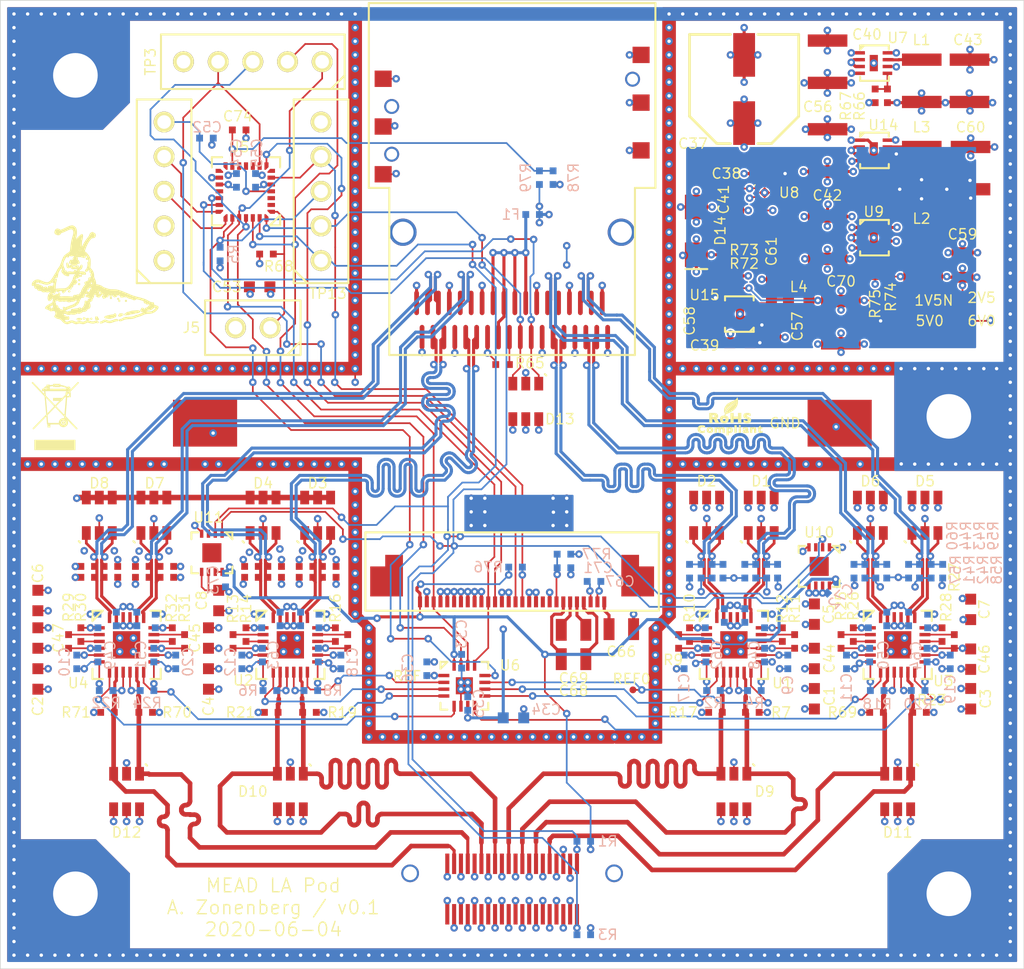
<source format=kicad_pcb>
(kicad_pcb (version 20171130) (host pcbnew "(5.1.4)")
  (layers (0 F.Cu signal) (1 In1.Cu signal) (2 In2.Cu signal) (31 B.Cu signal) (34 B.Paste user) (35 F.Paste user) (36 B.SilkS user) (37 F.SilkS user) (38 B.Mask user) (39 F.Mask user) (44 Edge.Cuts user))
  (net 0 "")
  (net 1 /GND)
  (net 2 /6V0)
  (net 3 /2V5)
  (net 4 /3V3)
  (net 5 /5V0)
  (net 6 /DAC/DAC_REF)
  (net 7 /1V5_N)
  (net 8 "Net-(C57-Pad2)")
  (net 9 /MCU/VLCD)
  (net 10 /MCU/VS-)
  (net 11 /MCU/VS+)
  (net 12 /MCU/VB0-)
  (net 13 /MCU/VB0+)
  (net 14 /MCU/VB1-)
  (net 15 /MCU/VB1+)
  (net 16 /TX0_N)
  (net 17 /TX0_P)
  (net 18 /TX1_N)
  (net 19 /TX1_P)
  (net 20 /TX2_N)
  (net 21 /TX2_P)
  (net 22 /TX3_N)
  (net 23 /TX3_P)
  (net 24 /TX4_N)
  (net 25 /TX4_P)
  (net 26 /TX5_N)
  (net 27 /TX5_P)
  (net 28 /TX6_N)
  (net 29 /TX6_P)
  (net 30 /TX7_N)
  (net 31 /TX7_P)
  (net 32 /Comparators/CH1)
  (net 33 /Comparators/CH0)
  (net 34 /Comparators/CH3)
  (net 35 /Comparators/CH2)
  (net 36 /Comparators/CH5)
  (net 37 /Comparators/CH4)
  (net 38 /Comparators/CH7)
  (net 39 /Comparators/CH6)
  (net 40 /12V0)
  (net 41 /PRESENCE_DETECT)
  (net 42 /UART_RX)
  (net 43 /UART_TX)
  (net 44 /MCU/MCU_RST_N)
  (net 45 /MCU/SWDIO)
  (net 46 /MCU/SWCLK)
  (net 47 "Net-(L1-Pad2)")
  (net 48 "Net-(L2-Pad2)")
  (net 49 "Net-(L3-Pad2)")
  (net 50 /PROBE_I2C_SDA)
  (net 51 "Net-(R2-Pad2)")
  (net 52 "Net-(R2-Pad1)")
  (net 53 /PROBE_I2C_SCL)
  (net 54 "Net-(R4-Pad2)")
  (net 55 "Net-(R4-Pad1)")
  (net 56 /DAC/DAC_CS_N)
  (net 57 "Net-(R6-Pad2)")
  (net 58 "Net-(R6-Pad1)")
  (net 59 "Net-(R8-Pad2)")
  (net 60 "Net-(R8-Pad1)")
  (net 61 "Net-(R9-Pad2)")
  (net 62 "Net-(R10-Pad2)")
  (net 63 "Net-(R11-Pad2)")
  (net 64 "Net-(R12-Pad2)")
  (net 65 "Net-(R13-Pad2)")
  (net 66 "Net-(R14-Pad2)")
  (net 67 "Net-(R15-Pad2)")
  (net 68 "Net-(R16-Pad2)")
  (net 69 "Net-(R18-Pad2)")
  (net 70 "Net-(R18-Pad1)")
  (net 71 "Net-(R20-Pad2)")
  (net 72 "Net-(R20-Pad1)")
  (net 73 "Net-(R22-Pad2)")
  (net 74 "Net-(R22-Pad1)")
  (net 75 "Net-(R24-Pad2)")
  (net 76 "Net-(R24-Pad1)")
  (net 77 "Net-(R25-Pad2)")
  (net 78 "Net-(R26-Pad2)")
  (net 79 "Net-(R27-Pad2)")
  (net 80 "Net-(R28-Pad2)")
  (net 81 "Net-(R29-Pad2)")
  (net 82 "Net-(R30-Pad2)")
  (net 83 "Net-(R31-Pad2)")
  (net 84 "Net-(R32-Pad2)")
  (net 85 "/Power Supply/6V0_FB")
  (net 86 "Net-(R72-Pad1)")
  (net 87 "/Power Supply/2V5_FB")
  (net 88 /MCU/LCD_CS_N)
  (net 89 /Comparators/VREF1)
  (net 90 /Comparators/VREF3)
  (net 91 /Comparators/VREF2)
  (net 92 /Comparators/VREF5)
  (net 93 /Comparators/VREF4)
  (net 94 /Comparators/VREF7)
  (net 95 /Comparators/VREF6)
  (net 96 /MCU/LCD_RST_N)
  (net 97 /MCU/LCD_CTRL_DATA)
  (net 98 /DAC/DAC_MISO)
  (net 99 /DAC/DAC_MOSI)
  (net 100 /DAC/DAC_SCK)
  (net 101 "Net-(C58-Pad2)")
  (net 102 "Net-(C58-Pad1)")
  (net 103 "Net-(C61-Pad1)")
  (net 104 /VREF0)
  (net 105 /MCU/BOOT0)
  (net 106 /MCU/LCD_VDD)
  (net 107 /12V_SENSE)
  (net 108 /12V0_FUSED)
  (module azonenberg_pcb:EIA_0402_RES_NOSILK (layer F.Cu) (at 34.4 60.5)
    (fp_text reference R64 hide)
    (fp_text value 240 hide)
    (pad 2 smd rect (at 0.5 0) (size 0.5 0.5) (layers F.Cu F.Paste F.Mask) (net 30 /TX7_N))
    (pad 1 smd rect (at -0.5 0) (size 0.5 0.5) (layers F.Cu F.Paste F.Mask) (net 3 /2V5))
  )
  (module azonenberg_pcb:EIA_0402_CAP_NOSILK (layer F.Cu) (at 45.5 28.5)
    (fp_text reference C74 (at -0.1 -1) (layer F.SilkS) (effects (font (size 0.75 0.75) (thickness 0.1))))
    (fp_text value "0.47 uF" hide)
    (pad 2 smd rect (at 0.5 0) (size 0.5 0.5) (layers F.Cu F.Paste F.Mask) (net 1 /GND))
    (pad 1 smd rect (at -0.5 0) (size 0.5 0.5) (layers F.Cu F.Paste F.Mask) (net 107 /12V_SENSE))
  )
  (module azonenberg_pcb:DFN_8_0.5MM_3x3MM (layer F.Cu) (at 43.5 59.5 180)
    (fp_text reference U11 (at 0.25 2.6) (layer F.SilkS) (effects (font (size 0.75 0.75) (thickness 0.1))))
    (fp_text value AT30TS74_UDFN hide)
    (pad PAD smd rect (at -0.25 0.25 180) (size 0.5 0.5) (layers F.Cu F.Paste))
    (pad PAD smd rect (at 0.25 0.25 180) (size 0.5 0.5) (layers F.Cu F.Paste))
    (pad PAD smd rect (at 0.25 -0.25 180) (size 0.5 0.5) (layers F.Cu F.Paste))
    (pad PAD smd rect (at -0.25 -0.25 180) (size 0.5 0.5) (layers F.Cu F.Paste))
    (pad PAD smd rect (at 0 0 180) (size 1.4 1.4) (layers F.Cu F.Mask))
    (pad 1 smd rect (at -0.75 1.4 180) (size 0.25 0.6) (layers F.Cu F.Paste F.Mask) (net 50 /PROBE_I2C_SDA))
    (pad 2 smd rect (at -0.25 1.4 180) (size 0.25 0.6) (layers F.Cu F.Paste F.Mask) (net 53 /PROBE_I2C_SCL))
    (pad 3 smd rect (at 0.25 1.4 180) (size 0.25 0.6) (layers F.Cu F.Paste F.Mask))
    (pad 4 smd rect (at 0.75 1.4 180) (size 0.25 0.6) (layers F.Cu F.Paste F.Mask) (net 1 /GND))
    (pad 5 smd rect (at 0.75 -1.4 180) (size 0.25 0.6) (layers F.Cu F.Paste F.Mask) (net 1 /GND))
    (pad 6 smd rect (at 0.25 -1.4 180) (size 0.25 0.6) (layers F.Cu F.Paste F.Mask) (net 1 /GND))
    (pad 7 smd rect (at -0.25 -1.4 180) (size 0.25 0.6) (layers F.Cu F.Paste F.Mask) (net 4 /3V3))
    (pad 8 smd rect (at -0.75 -1.4 180) (size 0.25 0.6) (layers F.Cu F.Paste F.Mask) (net 4 /3V3))
  )
  (module azonenberg_pcb:DFN_8_0.5MM_3x3MM (layer F.Cu) (at 88 60.5 180)
    (fp_text reference U10 (at 0 2.5) (layer F.SilkS) (effects (font (size 0.75 0.75) (thickness 0.1))))
    (fp_text value AT30TS74_UDFN hide)
    (pad PAD smd rect (at -0.25 0.25 180) (size 0.5 0.5) (layers F.Cu F.Paste))
    (pad PAD smd rect (at 0.25 0.25 180) (size 0.5 0.5) (layers F.Cu F.Paste))
    (pad PAD smd rect (at 0.25 -0.25 180) (size 0.5 0.5) (layers F.Cu F.Paste))
    (pad PAD smd rect (at -0.25 -0.25 180) (size 0.5 0.5) (layers F.Cu F.Paste))
    (pad PAD smd rect (at 0 0 180) (size 1.4 1.4) (layers F.Cu F.Mask))
    (pad 1 smd rect (at -0.75 1.4 180) (size 0.25 0.6) (layers F.Cu F.Paste F.Mask) (net 50 /PROBE_I2C_SDA))
    (pad 2 smd rect (at -0.25 1.4 180) (size 0.25 0.6) (layers F.Cu F.Paste F.Mask) (net 53 /PROBE_I2C_SCL))
    (pad 3 smd rect (at 0.25 1.4 180) (size 0.25 0.6) (layers F.Cu F.Paste F.Mask))
    (pad 4 smd rect (at 0.75 1.4 180) (size 0.25 0.6) (layers F.Cu F.Paste F.Mask) (net 1 /GND))
    (pad 5 smd rect (at 0.75 -1.4 180) (size 0.25 0.6) (layers F.Cu F.Paste F.Mask) (net 1 /GND))
    (pad 6 smd rect (at 0.25 -1.4 180) (size 0.25 0.6) (layers F.Cu F.Paste F.Mask) (net 1 /GND))
    (pad 7 smd rect (at -0.25 -1.4 180) (size 0.25 0.6) (layers F.Cu F.Paste F.Mask) (net 1 /GND))
    (pad 8 smd rect (at -0.75 -1.4 180) (size 0.25 0.6) (layers F.Cu F.Paste F.Mask) (net 4 /3V3))
  )
  (module azonenberg_pcb:EIA_0402_RES_NOSILK (layer B.Cu) (at 67.5 32 90)
    (fp_text reference R79 (at 0 -1 90) (layer B.SilkS) (effects (font (size 0.75 0.75) (thickness 0.1)) (justify mirror)))
    (fp_text value 47K hide)
    (pad 2 smd rect (at 0.5 0 90) (size 0.5 0.5) (layers B.Cu B.Paste B.Mask) (net 107 /12V_SENSE))
    (pad 1 smd rect (at -0.5 0 90) (size 0.5 0.5) (layers B.Cu B.Paste B.Mask) (net 108 /12V0_FUSED))
  )
  (module azonenberg_pcb:EIA_0402_RES_NOSILK (layer B.Cu) (at 68.5 32 270)
    (fp_text reference R78 (at 0 -1.5 90) (layer B.SilkS) (effects (font (size 0.75 0.75) (thickness 0.1)) (justify mirror)))
    (fp_text value 10K hide)
    (pad 2 smd rect (at 0.5 0 270) (size 0.5 0.5) (layers B.Cu B.Paste B.Mask) (net 1 /GND))
    (pad 1 smd rect (at -0.5 0 270) (size 0.5 0.5) (layers B.Cu B.Paste B.Mask) (net 107 /12V_SENSE))
  )
  (module azonenberg_pcb:EIA_0402_CAP_NOSILK (layer B.Cu) (at 44.5 61.5 270)
    (fp_text reference C73 (at 0 0.9 90) (layer B.SilkS) (effects (font (size 0.75 0.75) (thickness 0.1)) (justify mirror)))
    (fp_text value "0.47 uF" hide)
    (pad 2 smd rect (at 0.5 0 270) (size 0.5 0.5) (layers B.Cu B.Paste B.Mask) (net 1 /GND))
    (pad 1 smd rect (at -0.5 0 270) (size 0.5 0.5) (layers B.Cu B.Paste B.Mask) (net 4 /3V3))
  )
  (module azonenberg_pcb:EIA_0402_CAP_NOSILK (layer B.Cu) (at 88.95 62.1 225)
    (fp_text reference C72 (at -0.035355 -0.883883 45) (layer B.SilkS) (effects (font (size 0.75 0.75) (thickness 0.1)) (justify mirror)))
    (fp_text value "0.47 uF" hide)
    (pad 2 smd rect (at 0.5 0 225) (size 0.5 0.5) (layers B.Cu B.Paste B.Mask) (net 1 /GND))
    (pad 1 smd rect (at -0.5 0 225) (size 0.5 0.5) (layers B.Cu B.Paste B.Mask) (net 4 /3V3))
  )
  (module azonenberg_pcb:CONN_FFC_0.5MM_1x28_MOLEX_0524352871 (layer F.Cu) (at 65.5 63.5 180)
    (fp_text reference J4 hide)
    (fp_text value AMG240160P-G-W6WFDW hide)
    (pad ~ smd custom (at -9.2 1.9 180) (size 2.4 2.2) (layers F.Cu F.Paste F.Mask) (options (clearance outline) (anchor rect)) (primitives (gr_poly (pts (xy 1.2 -1.1) (xy -1.2 -1.1) (xy -1.2 1.1) (xy -0.1 1.1) (xy -0.1 1.95) (xy 1.2 1.95)) (width 0))))
    (pad ~ smd custom (at 9.2 1.9 180) (size 2.4 2.2) (layers F.Cu F.Paste F.Mask) (options (clearance outline) (anchor rect)) (primitives (gr_poly (pts (xy -1.2 -1.1) (xy 1.2 -1.1) (xy 1.2 1.1) (xy 0.1 1.1) (xy 0.1 1.95) (xy -1.2 1.95)) (width 0))))
    (pad 28 smd rect (at 6.75 0.4 180) (size 0.3 0.8) (layers F.Cu F.Paste F.Mask) (net 4 /3V3))
    (pad 27 smd rect (at 6.25 0.4 180) (size 0.3 0.8) (layers F.Cu F.Paste F.Mask) (net 1 /GND))
    (pad 26 smd rect (at 5.75 0.4 180) (size 0.3 0.8) (layers F.Cu F.Paste F.Mask) (net 99 /DAC/DAC_MOSI))
    (pad 25 smd rect (at 5.25 0.4 180) (size 0.3 0.8) (layers F.Cu F.Paste F.Mask) (net 1 /GND))
    (pad 24 smd rect (at 4.75 0.4 180) (size 0.3 0.8) (layers F.Cu F.Paste F.Mask) (net 1 /GND))
    (pad 23 smd rect (at 4.25 0.4 180) (size 0.3 0.8) (layers F.Cu F.Paste F.Mask) (net 1 /GND))
    (pad 22 smd rect (at 3.75 0.4 180) (size 0.3 0.8) (layers F.Cu F.Paste F.Mask) (net 1 /GND))
    (pad 21 smd rect (at 3.25 0.4 180) (size 0.3 0.8) (layers F.Cu F.Paste F.Mask) (net 1 /GND))
    (pad 20 smd rect (at 2.75 0.4 180) (size 0.3 0.8) (layers F.Cu F.Paste F.Mask) (net 1 /GND))
    (pad 19 smd rect (at 2.25 0.4 180) (size 0.3 0.8) (layers F.Cu F.Paste F.Mask) (net 1 /GND))
    (pad 18 smd rect (at 1.75 0.4 180) (size 0.3 0.8) (layers F.Cu F.Paste F.Mask) (net 100 /DAC/DAC_SCK))
    (pad 17 smd rect (at 1.25 0.4 180) (size 0.3 0.8) (layers F.Cu F.Paste F.Mask) (net 96 /MCU/LCD_RST_N))
    (pad 16 smd rect (at 0.75 0.4 180) (size 0.3 0.8) (layers F.Cu F.Paste F.Mask) (net 1 /GND))
    (pad 15 smd rect (at 0.25 0.4 180) (size 0.3 0.8) (layers F.Cu F.Paste F.Mask) (net 1 /GND))
    (pad 14 smd rect (at -0.25 0.4 180) (size 0.3 0.8) (layers F.Cu F.Paste F.Mask) (net 97 /MCU/LCD_CTRL_DATA))
    (pad 13 smd rect (at -0.75 0.4 180) (size 0.3 0.8) (layers F.Cu F.Paste F.Mask) (net 88 /MCU/LCD_CS_N))
    (pad 12 smd rect (at -1.25 0.4 180) (size 0.3 0.8) (layers F.Cu F.Paste F.Mask) (net 1 /GND))
    (pad 11 smd rect (at -1.75 0.4 180) (size 0.3 0.8) (layers F.Cu F.Paste F.Mask) (net 1 /GND))
    (pad 10 smd rect (at -2.25 0.4 180) (size 0.3 0.8) (layers F.Cu F.Paste F.Mask))
    (pad 9 smd rect (at -2.75 0.4 180) (size 0.3 0.8) (layers F.Cu F.Paste F.Mask) (net 1 /GND))
    (pad 8 smd rect (at -3.25 0.4 180) (size 0.3 0.8) (layers F.Cu F.Paste F.Mask) (net 106 /MCU/LCD_VDD))
    (pad 7 smd rect (at -3.75 0.4 180) (size 0.3 0.8) (layers F.Cu F.Paste F.Mask) (net 13 /MCU/VB0+))
    (pad 6 smd rect (at -4.25 0.4 180) (size 0.3 0.8) (layers F.Cu F.Paste F.Mask) (net 15 /MCU/VB1+))
    (pad 5 smd rect (at -4.75 0.4 180) (size 0.3 0.8) (layers F.Cu F.Paste F.Mask) (net 14 /MCU/VB1-))
    (pad 4 smd rect (at -5.25 0.4 180) (size 0.3 0.8) (layers F.Cu F.Paste F.Mask) (net 12 /MCU/VB0-))
    (pad 3 smd rect (at -5.75 0.4 180) (size 0.3 0.8) (layers F.Cu F.Paste F.Mask) (net 10 /MCU/VS-))
    (pad 2 smd rect (at -6.25 0.4 180) (size 0.3 0.8) (layers F.Cu F.Paste F.Mask) (net 11 /MCU/VS+))
    (pad 1 smd rect (at -6.75 0.4 180) (size 0.3 0.8) (layers F.Cu F.Paste F.Mask) (net 9 /MCU/VLCD))
  )
  (module azonenberg_pcb:MECHANICAL_CLEARANCEHOLE_4_40 (layer F.Cu) (at 97.5 84.5)
    (fp_text reference MH4 hide)
    (fp_text value SCREWHOLE_4_40 hide)
    (pad 1 thru_hole circle (at 0 0) (size 6 6) (drill 3.27) (layers *.Cu *.Mask) (net 1 /GND))
  )
  (module azonenberg_pcb:MECHANICAL_CLEARANCEHOLE_4_40 (layer F.Cu) (at 33.5 84.5)
    (fp_text reference MH3 hide)
    (fp_text value SCREWHOLE_4_40 hide)
    (pad 1 thru_hole circle (at 0 0) (size 6 6) (drill 3.27) (layers *.Cu *.Mask) (net 1 /GND))
  )
  (module azonenberg_pcb:MECHANICAL_CLEARANCEHOLE_4_40 (layer F.Cu) (at 97.5 49.5)
    (fp_text reference MH2 hide)
    (fp_text value SCREWHOLE_4_40 hide)
    (pad 1 thru_hole circle (at 0 0) (size 6 6) (drill 3.27) (layers *.Cu *.Mask) (net 1 /GND))
  )
  (module azonenberg_pcb:MECHANICAL_CLEARANCEHOLE_4_40 (layer F.Cu) (at 33.5 24.5)
    (fp_text reference MH1 hide)
    (fp_text value SCREWHOLE_4_40 hide)
    (pad 1 thru_hole circle (at 0 0) (size 6 6) (drill 3.27) (layers *.Cu *.Mask) (net 1 /GND))
  )
  (module azonenberg_pcb:EIA_0603_CAP_NOSILK (layer F.Cu) (at 44 63 90)
    (fp_text reference C8 (at 0 -1.25 270) (layer F.SilkS) (effects (font (size 0.75 0.75) (thickness 0.1))))
    (fp_text value "4.7 uF" hide)
    (pad 2 smd rect (at 0.75 0 90) (size 0.8 0.8) (layers F.Cu F.Paste F.Mask) (net 1 /GND))
    (pad 1 smd rect (at -0.75 0 90) (size 0.8 0.8) (layers F.Cu F.Paste F.Mask) (net 3 /2V5))
  )
  (module w_logo:Logo_silk_WEEE_3.4x5mm (layer F.Cu) (at 32 49.5)
    (fp_text reference G*** hide)
    (fp_text value LOGO hide)
  )
  (module w_logo:Logo_silk_ROHS_5x2.8mm (layer F.Cu) (at 81.5 49.5)
    (fp_text reference G*** hide)
    (fp_text value LOGO hide)
  )
  (module azonenberg_pcb:LONGTHING-1200DPI (layer F.Cu) (at 35.5 39.5)
    (fp_text reference G*** hide)
    (fp_text value LOGO hide)
  )
  (module azonenberg_pcb:TESTPOINT_SMT_KEYSTONE_5016 (layer F.Cu) (at 43 50)
    (fp_text reference TP12 hide)
    (fp_text value TESTCLIP hide)
    (pad 1 smd rect (at 0 0) (size 4.7 3.43) (layers F.Cu F.Paste F.Mask) (net 1 /GND))
  )
  (module azonenberg_pcb:TESTPOINT_SMT_KEYSTONE_5016 (layer F.Cu) (at 89.5 50)
    (fp_text reference TP2 hide)
    (fp_text value TESTCLIP hide)
    (pad 1 smd rect (at 0 0) (size 4.7 3.43) (layers F.Cu F.Paste F.Mask) (net 1 /GND))
  )
  (module azonenberg_pcb:EIA_0402_RES_NOSILK (layer B.Cu) (at 69.3 59.6)
    (fp_text reference R77 (at 2.4 0) (layer B.SilkS) (effects (font (size 0.75 0.75) (thickness 0.1)) (justify mirror)))
    (fp_text value 0 hide)
    (pad 2 smd rect (at 0.5 0) (size 0.5 0.5) (layers B.Cu B.Paste B.Mask) (net 4 /3V3))
    (pad 1 smd rect (at -0.5 0) (size 0.5 0.5) (layers B.Cu B.Paste B.Mask) (net 106 /MCU/LCD_VDD))
  )
  (module azonenberg_pcb:EIA_0402_CAP_NOSILK (layer B.Cu) (at 69.3 60.6)
    (fp_text reference C71 (at 2.5 0) (layer B.SilkS) (effects (font (size 0.75 0.75) (thickness 0.1)) (justify mirror)))
    (fp_text value "0.47 uF" hide)
    (pad 2 smd rect (at 0.5 0) (size 0.5 0.5) (layers B.Cu B.Paste B.Mask) (net 1 /GND))
    (pad 1 smd rect (at -0.5 0) (size 0.5 0.5) (layers B.Cu B.Paste B.Mask) (net 106 /MCU/LCD_VDD))
  )
  (module azonenberg_pcb:CONN_HEADER_2.54MM_1x2 (layer F.Cu) (at 46.5 43 180)
    (fp_text reference J5 (at 4.5 0) (layer F.SilkS) (effects (font (size 0.75 0.75) (thickness 0.1))))
    (fp_text value PINHEADER_1x2 hide)
    (pad 2 thru_hole circle (at 1.27 0 180) (size 1.524 1.524) (drill 1) (layers *.Cu *.Mask F.SilkS) (net 4 /3V3))
    (pad 1 thru_hole circle (at -1.27 0 180) (size 1.524 1.524) (drill 1) (layers *.Cu *.Mask F.SilkS) (net 105 /MCU/BOOT0))
  )
  (module azonenberg_pcb:SOT23_6 (layer F.Cu) (at 95.75 56.75)
    (fp_text reference D5 (at 0 -2.5) (layer F.SilkS) (effects (font (size 0.75 0.75) (thickness 0.1))))
    (fp_text value SP4010 hide)
    (pad 5 smd rect (at 0 -1.3) (size 0.65 1) (layers F.Cu F.Paste F.Mask) (net 3 /2V5))
    (pad 6 smd rect (at -0.95 -1.3) (size 0.65 1) (layers F.Cu F.Paste F.Mask) (net 3 /2V5))
    (pad 4 smd rect (at 0.95 -1.3) (size 0.65 1) (layers F.Cu F.Paste F.Mask) (net 3 /2V5))
    (pad 3 smd rect (at 0.95 1.3) (size 0.65 1) (layers F.Cu F.Paste F.Mask) (net 24 /TX4_N))
    (pad 2 smd rect (at 0 1.3) (size 0.65 1) (layers F.Cu F.Paste F.Mask) (net 1 /GND))
    (pad 1 smd rect (at -0.95 1.3) (size 0.65 1) (layers F.Cu F.Paste F.Mask) (net 25 /TX4_P))
  )
  (module azonenberg_pcb:QFN_24_0.5MM_4x4MM (layer F.Cu) (at 81.75 66.25)
    (fp_text reference U1 (at 3.55 2.8) (layer F.SilkS) (effects (font (size 0.75 0.75) (thickness 0.1))))
    (fp_text value LMH7322 hide)
    (pad 1 smd rect (at -2 -1.25 90) (size 0.25 0.8) (layers F.Cu F.Paste F.Mask) (net 3 /2V5))
    (pad 2 smd rect (at -2 -0.75 90) (size 0.25 0.8) (layers F.Cu F.Paste F.Mask) (net 61 "Net-(R9-Pad2)"))
    (pad 3 smd rect (at -2 -0.25 90) (size 0.25 0.8) (layers F.Cu F.Paste F.Mask) (net 62 "Net-(R10-Pad2)"))
    (pad 4 smd rect (at -2 0.25 90) (size 0.25 0.8) (layers F.Cu F.Paste F.Mask) (net 7 /1V5_N))
    (pad 5 smd rect (at -2 0.75 90) (size 0.25 0.8) (layers F.Cu F.Paste F.Mask) (net 2 /6V0))
    (pad 6 smd rect (at -2 1.25 90) (size 0.25 0.8) (layers F.Cu F.Paste F.Mask) (net 51 "Net-(R2-Pad2)"))
    (pad 7 smd rect (at -1.25 2) (size 0.25 0.8) (layers F.Cu F.Paste F.Mask) (net 89 /Comparators/VREF1))
    (pad 8 smd rect (at -0.75 2 180) (size 0.25 0.8) (layers F.Cu F.Paste F.Mask) (net 32 /Comparators/CH1))
    (pad 9 smd rect (at -0.25 2 180) (size 0.25 0.8) (layers F.Cu F.Paste F.Mask) (net 52 "Net-(R2-Pad1)"))
    (pad 10 smd rect (at 0.25 2 180) (size 0.25 0.8) (layers F.Cu F.Paste F.Mask) (net 55 "Net-(R4-Pad1)"))
    (pad 11 smd rect (at 0.75 2 180) (size 0.25 0.8) (layers F.Cu F.Paste F.Mask) (net 33 /Comparators/CH0))
    (pad 12 smd rect (at 1.25 2 180) (size 0.25 0.8) (layers F.Cu F.Paste F.Mask) (net 104 /VREF0))
    (pad 13 smd rect (at 2 1.25 270) (size 0.25 0.8) (layers F.Cu F.Paste F.Mask) (net 54 "Net-(R4-Pad2)"))
    (pad 14 smd rect (at 2 0.75 90) (size 0.25 0.8) (layers F.Cu F.Paste F.Mask) (net 2 /6V0))
    (pad 15 smd rect (at 2 0.25 90) (size 0.25 0.8) (layers F.Cu F.Paste F.Mask) (net 7 /1V5_N))
    (pad 16 smd rect (at 2 -0.25 90) (size 0.25 0.8) (layers F.Cu F.Paste F.Mask) (net 64 "Net-(R12-Pad2)"))
    (pad 17 smd rect (at 2 -0.75 90) (size 0.25 0.8) (layers F.Cu F.Paste F.Mask) (net 63 "Net-(R11-Pad2)"))
    (pad 18 smd rect (at 2 -1.25 90) (size 0.25 0.8) (layers F.Cu F.Paste F.Mask) (net 3 /2V5))
    (pad 19 smd rect (at 1.25 -2 180) (size 0.25 0.8) (layers F.Cu F.Paste F.Mask) (net 16 /TX0_N))
    (pad 20 smd rect (at 0.75 -2 180) (size 0.25 0.8) (layers F.Cu F.Paste F.Mask) (net 17 /TX0_P))
    (pad 21 smd rect (at 0.25 -2 180) (size 0.25 0.8) (layers F.Cu F.Paste F.Mask) (net 3 /2V5))
    (pad 22 smd rect (at -0.25 -2 180) (size 0.25 0.8) (layers F.Cu F.Paste F.Mask) (net 3 /2V5))
    (pad 23 smd rect (at -0.75 -2 180) (size 0.25 0.8) (layers F.Cu F.Paste F.Mask) (net 19 /TX1_P))
    (pad 24 smd rect (at -1.25 -2 180) (size 0.25 0.8) (layers F.Cu F.Paste F.Mask) (net 18 /TX1_N))
    (pad PAD smd rect (at 0 0 90) (size 2 2) (layers F.Cu F.Mask) (net 7 /1V5_N))
    (pad PAD smd rect (at -0.5 0.5 90) (size 0.5 0.5) (layers F.Cu F.Paste) (net 7 /1V5_N))
    (pad PAD smd rect (at -0.5 -0.5 90) (size 0.5 0.5) (layers F.Cu F.Paste) (net 7 /1V5_N))
    (pad PAD smd rect (at 0.5 -0.5 90) (size 0.5 0.5) (layers F.Cu F.Paste) (net 7 /1V5_N))
    (pad PAD smd rect (at 0.5 0.5 90) (size 0.5 0.5) (layers F.Cu F.Paste) (net 7 /1V5_N))
    (pad PAD smd rect (at 0 0 90) (size 0.5 0.5) (layers F.Cu F.Paste) (net 7 /1V5_N))
  )
  (module azonenberg_pcb:CONN_SFF8087_MOLEX_75783-0140 (layer F.Cu) (at 65.5 36 180)
    (fp_text reference J1 hide)
    (fp_text value CONN_SFF8087 hide)
    (pad SHLD smd rect (at -9.45 6 270) (size 1.2 1.25) (layers F.Cu F.Paste F.Mask) (net 1 /GND))
    (pad SHLD smd rect (at -9.45 9.5 270) (size 1.2 1.25) (layers F.Cu F.Paste F.Mask) (net 1 /GND))
    (pad SHLD smd rect (at -9.45 13 270) (size 1.2 1.25) (layers F.Cu F.Paste F.Mask) (net 1 /GND))
    (pad SHLD smd rect (at 9.45 4.25 270) (size 1.2 1.25) (layers F.Cu F.Paste F.Mask) (net 1 /GND))
    (pad SHLD smd rect (at 9.45 7.75 90) (size 1.2 1.25) (layers F.Cu F.Paste F.Mask) (net 1 /GND))
    (pad SHLD smd rect (at 9.45 11.25 270) (size 1.2 1.25) (layers F.Cu F.Paste F.Mask) (net 1 /GND))
    (pad SHLD thru_hole circle (at -8.825 11.22 180) (size 1.1 1.1) (drill 0.8) (layers *.Cu *.Mask) (net 1 /GND))
    (pad SHLD thru_hole circle (at 8.825 9.22 180) (size 1.1 1.1) (drill 0.8) (layers *.Cu *.Mask) (net 1 /GND))
    (pad SHLD thru_hole circle (at 8.825 5.72 180) (size 1.1 1.1) (drill 0.8) (layers *.Cu *.Mask) (net 1 /GND))
    (pad SHLD thru_hole circle (at -8 0 180) (size 2 2) (drill 1.55) (layers *.Cu *.Mask) (net 1 /GND))
    (pad SHLD thru_hole circle (at 8 0 180) (size 2 2) (drill 1.55) (layers *.Cu *.Mask) (net 1 /GND))
    (pad B18 smd roundrect (at 6.6 -7.69 180) (size 0.35 1.8) (layers F.Cu F.Paste F.Mask) (roundrect_rratio 0.5) (net 1 /GND))
    (pad A18 smd roundrect (at 7 -5.18 180) (size 0.35 1.8) (layers F.Cu F.Paste F.Mask) (roundrect_rratio 0.5) (net 1 /GND))
    (pad B17 smd roundrect (at 5.8 -7.69 180) (size 0.35 1.8) (layers F.Cu F.Paste F.Mask) (roundrect_rratio 0.5) (net 22 /TX3_N))
    (pad A17 smd roundrect (at 6.2 -5.18 180) (size 0.35 1.8) (layers F.Cu F.Paste F.Mask) (roundrect_rratio 0.5) (net 30 /TX7_N))
    (pad B16 smd roundrect (at 5 -7.69 180) (size 0.35 1.8) (layers F.Cu F.Paste F.Mask) (roundrect_rratio 0.5) (net 23 /TX3_P))
    (pad A16 smd roundrect (at 5.4 -5.18 180) (size 0.35 1.8) (layers F.Cu F.Paste F.Mask) (roundrect_rratio 0.5) (net 31 /TX7_P))
    (pad B15 smd roundrect (at 4.2 -7.69 180) (size 0.35 1.8) (layers F.Cu F.Paste F.Mask) (roundrect_rratio 0.5) (net 1 /GND))
    (pad A15 smd roundrect (at 4.6 -5.18 180) (size 0.35 1.8) (layers F.Cu F.Paste F.Mask) (roundrect_rratio 0.5) (net 1 /GND))
    (pad B14 smd roundrect (at 3.4 -7.69 180) (size 0.35 1.8) (layers F.Cu F.Paste F.Mask) (roundrect_rratio 0.5) (net 21 /TX2_P))
    (pad A14 smd roundrect (at 3.8 -5.18 180) (size 0.35 1.8) (layers F.Cu F.Paste F.Mask) (roundrect_rratio 0.5) (net 29 /TX6_P))
    (pad B13 smd roundrect (at 2.6 -7.69 180) (size 0.35 1.8) (layers F.Cu F.Paste F.Mask) (roundrect_rratio 0.5) (net 20 /TX2_N))
    (pad A13 smd roundrect (at 3 -5.18 180) (size 0.35 1.8) (layers F.Cu F.Paste F.Mask) (roundrect_rratio 0.5) (net 28 /TX6_N))
    (pad B12 smd roundrect (at 1.8 -7.69 180) (size 0.35 1.8) (layers F.Cu F.Paste F.Mask) (roundrect_rratio 0.5) (net 1 /GND))
    (pad A12 smd roundrect (at 2.2 -5.18 180) (size 0.35 1.8) (layers F.Cu F.Paste F.Mask) (roundrect_rratio 0.5) (net 1 /GND))
    (pad B11 smd roundrect (at 1 -7.69 180) (size 0.35 1.8) (layers F.Cu F.Paste F.Mask) (roundrect_rratio 0.5) (net 40 /12V0))
    (pad A11 smd roundrect (at 1.4 -5.18 180) (size 0.35 1.8) (layers F.Cu F.Paste F.Mask) (roundrect_rratio 0.5) (net 40 /12V0))
    (pad B10 smd roundrect (at 0.2 -7.69 180) (size 0.35 1.8) (layers F.Cu F.Paste F.Mask) (roundrect_rratio 0.5) (net 41 /PRESENCE_DETECT))
    (pad A10 smd roundrect (at 0.6 -5.18 180) (size 0.35 1.8) (layers F.Cu F.Paste F.Mask) (roundrect_rratio 0.5) (net 40 /12V0))
    (pad B9 smd roundrect (at -0.6 -7.69 180) (size 0.35 1.8) (layers F.Cu F.Paste F.Mask) (roundrect_rratio 0.5) (net 42 /UART_RX))
    (pad A9 smd roundrect (at -0.2 -5.18 180) (size 0.35 1.8) (layers F.Cu F.Paste F.Mask) (roundrect_rratio 0.5) (net 40 /12V0))
    (pad B8 smd roundrect (at -1.4 -7.69 180) (size 0.35 1.8) (layers F.Cu F.Paste F.Mask) (roundrect_rratio 0.5) (net 43 /UART_TX))
    (pad A8 smd roundrect (at -1 -5.18 180) (size 0.35 1.8) (layers F.Cu F.Paste F.Mask) (roundrect_rratio 0.5) (net 40 /12V0))
    (pad B7 smd roundrect (at -2.2 -7.69 180) (size 0.35 1.8) (layers F.Cu F.Paste F.Mask) (roundrect_rratio 0.5) (net 1 /GND))
    (pad A7 smd roundrect (at -1.8 -5.18 180) (size 0.35 1.8) (layers F.Cu F.Paste F.Mask) (roundrect_rratio 0.5) (net 1 /GND))
    (pad B6 smd roundrect (at -3 -7.69 180) (size 0.35 1.8) (layers F.Cu F.Paste F.Mask) (roundrect_rratio 0.5) (net 18 /TX1_N))
    (pad A6 smd roundrect (at -2.6 -5.18 180) (size 0.35 1.8) (layers F.Cu F.Paste F.Mask) (roundrect_rratio 0.5) (net 26 /TX5_N))
    (pad B5 smd roundrect (at -3.8 -7.69 180) (size 0.35 1.8) (layers F.Cu F.Paste F.Mask) (roundrect_rratio 0.5) (net 19 /TX1_P))
    (pad A5 smd roundrect (at -3.4 -5.18 180) (size 0.35 1.8) (layers F.Cu F.Paste F.Mask) (roundrect_rratio 0.5) (net 27 /TX5_P))
    (pad B4 smd roundrect (at -4.6 -7.69 180) (size 0.35 1.8) (layers F.Cu F.Paste F.Mask) (roundrect_rratio 0.5) (net 1 /GND))
    (pad A4 smd roundrect (at -4.2 -5.18 180) (size 0.35 1.8) (layers F.Cu F.Paste F.Mask) (roundrect_rratio 0.5) (net 1 /GND))
    (pad B3 smd roundrect (at -5.4 -7.69 180) (size 0.35 1.8) (layers F.Cu F.Paste F.Mask) (roundrect_rratio 0.5) (net 17 /TX0_P))
    (pad A3 smd roundrect (at -5 -5.18 180) (size 0.35 1.8) (layers F.Cu F.Paste F.Mask) (roundrect_rratio 0.5) (net 25 /TX4_P))
    (pad B2 smd roundrect (at -6.2 -7.69 180) (size 0.35 1.8) (layers F.Cu F.Paste F.Mask) (roundrect_rratio 0.5) (net 16 /TX0_N))
    (pad A2 smd roundrect (at -5.8 -5.18 180) (size 0.35 1.8) (layers F.Cu F.Paste F.Mask) (roundrect_rratio 0.5) (net 24 /TX4_N))
    (pad B1 smd roundrect (at -7 -7.69 180) (size 0.35 1.8) (layers F.Cu F.Paste F.Mask) (roundrect_rratio 0.5) (net 1 /GND))
    (pad A1 smd roundrect (at -6.6 -5.18 180) (size 0.35 1.8) (layers F.Cu F.Paste F.Mask) (roundrect_rratio 0.5) (net 1 /GND))
  )
  (module azonenberg_pcb:TESTPOINT_SMT_0.5MM (layer F.Cu) (at 80.85 37.65)
    (fp_text reference TP4 hide)
    (fp_text value TESTPAD hide)
    (pad 1 smd circle (at 0 0) (size 0.5 0.5) (layers F.Cu F.Mask) (net 108 /12V0_FUSED))
  )
  (module azonenberg_pcb:CONN_HEADER_2.54MM_1x5 (layer F.Cu) (at 51.5 33 90)
    (fp_text reference TP13 (at -7.5 0.5 180) (layer F.SilkS) (effects (font (size 0.75 0.75) (thickness 0.1))))
    (fp_text value PINHEADER_1x5 hide)
    (pad 5 thru_hole circle (at 5.08 0 90) (size 1.524 1.524) (drill 1) (layers *.Cu *.Mask F.SilkS) (net 1 /GND))
    (pad 4 thru_hole circle (at 2.54 0 90) (size 1.524 1.524) (drill 1) (layers *.Cu *.Mask F.SilkS) (net 88 /MCU/LCD_CS_N))
    (pad 3 thru_hole circle (at 0 0 90) (size 1.524 1.524) (drill 1) (layers *.Cu *.Mask F.SilkS) (net 56 /DAC/DAC_CS_N))
    (pad 2 thru_hole circle (at -2.54 0 90) (size 1.524 1.524) (drill 1) (layers *.Cu *.Mask F.SilkS) (net 50 /PROBE_I2C_SDA))
    (pad 1 thru_hole circle (at -5.08 0 90) (size 1.524 1.524) (drill 1) (layers *.Cu *.Mask F.SilkS) (net 53 /PROBE_I2C_SCL))
  )
  (module azonenberg_pcb:TESTPOINT_SMT_0.5MM (layer F.Cu) (at 74.35 69.55)
    (fp_text reference TP10 hide)
    (fp_text value TESTPAD hide)
    (pad 1 smd circle (at 0 0) (size 0.5 0.5) (layers F.Cu F.Mask) (net 104 /VREF0))
  )
  (module azonenberg_pcb:TESTPOINT_SMT_0.5MM (layer F.Cu) (at 94.7 41)
    (fp_text reference TP9 hide)
    (fp_text value TESTPAD hide)
    (pad 1 smd circle (at 0 0) (size 0.5 0.5) (layers F.Cu F.Mask) (net 7 /1V5_N))
  )
  (module azonenberg_pcb:TESTPOINT_SMT_0.5MM (layer F.Cu) (at 98.5 40.8)
    (fp_text reference TP8 hide)
    (fp_text value TESTPAD hide)
    (pad 1 smd circle (at 0 0) (size 0.5 0.5) (layers F.Cu F.Mask) (net 3 /2V5))
  )
  (module azonenberg_pcb:TESTPOINT_SMT_0.5MM (layer F.Cu) (at 83.9 34.4)
    (fp_text reference TP7 hide)
    (fp_text value TESTPAD hide)
    (pad 1 smd circle (at 0 0) (size 0.5 0.5) (layers F.Cu F.Mask) (net 4 /3V3))
  )
  (module azonenberg_pcb:TESTPOINT_SMT_0.5MM (layer F.Cu) (at 94.7 42.5)
    (fp_text reference TP6 hide)
    (fp_text value TESTPAD hide)
    (pad 1 smd circle (at 0 0) (size 0.5 0.5) (layers F.Cu F.Mask) (net 5 /5V0))
  )
  (module azonenberg_pcb:TESTPOINT_SMT_0.5MM (layer F.Cu) (at 98.5 42.5)
    (fp_text reference TP5 hide)
    (fp_text value TESTPAD hide)
    (pad 1 smd circle (at 0 0) (size 0.5 0.5) (layers F.Cu F.Mask) (net 2 /6V0))
  )
  (module azonenberg_pcb:CONN_HEADER_2.54MM_1x5 (layer F.Cu) (at 46.5 23.5 180)
    (fp_text reference TP3 (at 7.5 0 90) (layer F.SilkS) (effects (font (size 0.75 0.75) (thickness 0.1))))
    (fp_text value PINHEADER_1x5 hide)
    (pad 5 thru_hole circle (at 5.08 0 180) (size 1.524 1.524) (drill 1) (layers *.Cu *.Mask F.SilkS) (net 1 /GND))
    (pad 4 thru_hole circle (at 2.54 0 180) (size 1.524 1.524) (drill 1) (layers *.Cu *.Mask F.SilkS) (net 97 /MCU/LCD_CTRL_DATA))
    (pad 3 thru_hole circle (at 0 0 180) (size 1.524 1.524) (drill 1) (layers *.Cu *.Mask F.SilkS) (net 98 /DAC/DAC_MISO))
    (pad 2 thru_hole circle (at -2.54 0 180) (size 1.524 1.524) (drill 1) (layers *.Cu *.Mask F.SilkS) (net 99 /DAC/DAC_MOSI))
    (pad 1 thru_hole circle (at -5.08 0 180) (size 1.524 1.524) (drill 1) (layers *.Cu *.Mask F.SilkS) (net 100 /DAC/DAC_SCK))
  )
  (module azonenberg_pcb:EIA_0402_RES_NOSILK (layer B.Cu) (at 67 34.7 180)
    (fp_text reference F1 (at 1.6 0) (layer B.SilkS) (effects (font (size 0.75 0.75) (thickness 0.1)) (justify mirror)))
    (fp_text value 1A hide)
    (pad 2 smd rect (at 0.5 0 180) (size 0.5 0.5) (layers B.Cu B.Paste B.Mask) (net 40 /12V0))
    (pad 1 smd rect (at -0.5 0 180) (size 0.5 0.5) (layers B.Cu B.Paste B.Mask) (net 108 /12V0_FUSED))
  )
  (module azonenberg_pcb:EIA_0805_CAP_NOSILK (layer F.Cu) (at 70 65.15)
    (fp_text reference C69 (at 0 3.55) (layer F.SilkS) (effects (font (size 0.75 0.75) (thickness 0.1))))
    (fp_text value "4.7 uF 25V" hide)
    (pad 2 smd rect (at 0.9 0) (size 0.8 1.6) (layers F.Cu F.Paste F.Mask) (net 14 /MCU/VB1-))
    (pad 1 smd rect (at -0.9 0) (size 0.8 1.6) (layers F.Cu F.Paste F.Mask) (net 15 /MCU/VB1+))
  )
  (module azonenberg_pcb:EIA_0805_CAP_NOSILK (layer F.Cu) (at 70 67.3)
    (fp_text reference C68 (at 0 2.3) (layer F.SilkS) (effects (font (size 0.75 0.75) (thickness 0.1))))
    (fp_text value "4.7 uF 25V" hide)
    (pad 2 smd rect (at 0.9 0) (size 0.8 1.6) (layers F.Cu F.Paste F.Mask) (net 12 /MCU/VB0-))
    (pad 1 smd rect (at -0.9 0) (size 0.8 1.6) (layers F.Cu F.Paste F.Mask) (net 13 /MCU/VB0+))
  )
  (module azonenberg_pcb:EIA_0805_CAP_NOSILK (layer F.Cu) (at 73.5 65.1)
    (fp_text reference C66 (at 0 1.65) (layer F.SilkS) (effects (font (size 0.75 0.75) (thickness 0.1))))
    (fp_text value "4.7 uF 25V" hide)
    (pad 2 smd rect (at 0.9 0) (size 0.8 1.6) (layers F.Cu F.Paste F.Mask) (net 1 /GND))
    (pad 1 smd rect (at -0.9 0) (size 0.8 1.6) (layers F.Cu F.Paste F.Mask) (net 9 /MCU/VLCD))
  )
  (module azonenberg_pcb:EIA_0603_INDUCTOR_NOSILK (layer F.Cu) (at 86.5 41 180)
    (fp_text reference L4 (at 0 1) (layer F.SilkS) (effects (font (size 0.75 0.75) (thickness 0.1))))
    (fp_text value 600R hide)
    (pad 2 smd rect (at 0.75 0 180) (size 0.8 0.8) (layers F.Cu F.Paste F.Mask) (net 103 "Net-(C61-Pad1)"))
    (pad 1 smd rect (at -0.75 0 180) (size 0.8 0.8) (layers F.Cu F.Paste F.Mask) (net 7 /1V5_N))
  )
  (module azonenberg_pcb:SMA (layer F.Cu) (at 79 35.9 90)
    (fp_text reference D14 (at 0 1.75 90) (layer F.SilkS) (effects (font (size 0.75 0.75) (thickness 0.1))))
    (fp_text value SMAJ12A hide)
    (pad 2 smd rect (at 1.75 0 90) (size 1.8 1.68) (layers F.Cu F.Paste F.Mask) (net 1 /GND))
    (pad 1 smd rect (at -1.75 0 90) (size 1.8 1.68) (layers F.Cu F.Paste F.Mask) (net 108 /12V0_FUSED))
  )
  (module azonenberg_pcb:SOT23_6 (layer F.Cu) (at 66.5 48.4 180)
    (fp_text reference D13 (at -2.5 -1.3) (layer F.SilkS) (effects (font (size 0.75 0.75) (thickness 0.1))))
    (fp_text value SP4010 hide)
    (pad 5 smd rect (at 0 -1.3 180) (size 0.65 1) (layers F.Cu F.Paste F.Mask) (net 4 /3V3))
    (pad 6 smd rect (at -0.95 -1.3 180) (size 0.65 1) (layers F.Cu F.Paste F.Mask) (net 4 /3V3))
    (pad 4 smd rect (at 0.95 -1.3 180) (size 0.65 1) (layers F.Cu F.Paste F.Mask) (net 4 /3V3))
    (pad 3 smd rect (at 0.95 1.3 180) (size 0.65 1) (layers F.Cu F.Paste F.Mask) (net 42 /UART_RX))
    (pad 2 smd rect (at 0 1.3 180) (size 0.65 1) (layers F.Cu F.Paste F.Mask) (net 1 /GND))
    (pad 1 smd rect (at -0.95 1.3 180) (size 0.65 1) (layers F.Cu F.Paste F.Mask) (net 43 /UART_TX))
  )
  (module azonenberg_pcb:EIA_1210_CAP_NOSILK (layer F.Cu) (at 89.6 42.6 270)
    (fp_text reference C70 (at -3 0 180) (layer F.SilkS) (effects (font (size 0.75 0.75) (thickness 0.1))))
    (fp_text value "22 uF" hide)
    (pad 2 smd rect (at 1.55 0.01493 270) (size 0.9 2.9) (layers F.Cu F.Paste F.Mask) (net 1 /GND))
    (pad 1 smd rect (at -1.55 0.01493 270) (size 0.9 2.9) (layers F.Cu F.Paste F.Mask) (net 7 /1V5_N))
  )
  (module azonenberg_pcb:EIA_0603_CAP_NOSILK (layer F.Cu) (at 84.5 40.2 90)
    (fp_text reference C61 (at 2.8 0 90) (layer F.SilkS) (effects (font (size 0.75 0.75) (thickness 0.1))))
    (fp_text value "2.2 uF" hide)
    (pad 2 smd rect (at 0.75 0 90) (size 0.8 0.8) (layers F.Cu F.Paste F.Mask) (net 1 /GND))
    (pad 1 smd rect (at -0.75 0 90) (size 0.8 0.8) (layers F.Cu F.Paste F.Mask) (net 103 "Net-(C61-Pad1)"))
  )
  (module azonenberg_pcb:EIA_1210_CAP_NOSILK (layer F.Cu) (at 99.075 31.3 90)
    (fp_text reference C60 (at 3 0.025 180) (layer F.SilkS) (effects (font (size 0.75 0.75) (thickness 0.1))))
    (fp_text value "22 uF" hide)
    (pad 2 smd rect (at 1.55 0.01493 90) (size 0.9 2.9) (layers F.Cu F.Paste F.Mask) (net 1 /GND))
    (pad 1 smd rect (at -1.55 0.01493 90) (size 0.9 2.9) (layers F.Cu F.Paste F.Mask) (net 5 /5V0))
  )
  (module azonenberg_pcb:EIA_0805_CAP_NOSILK (layer F.Cu) (at 98.5 38.4 90)
    (fp_text reference C59 (at 2.25 0 180) (layer F.SilkS) (effects (font (size 0.75 0.75) (thickness 0.1))))
    (fp_text value "22 uF" hide)
    (pad 2 smd rect (at 0.9 0 90) (size 0.8 1.6) (layers F.Cu F.Paste F.Mask) (net 1 /GND))
    (pad 1 smd rect (at -0.9 0 90) (size 0.8 1.6) (layers F.Cu F.Paste F.Mask) (net 3 /2V5))
  )
  (module azonenberg_pcb:EIA_0603_CAP_NOSILK (layer F.Cu) (at 79.5 42.5 270)
    (fp_text reference C58 (at 0 1 90) (layer F.SilkS) (effects (font (size 0.75 0.75) (thickness 0.1))))
    (fp_text value "1 uF" hide)
    (pad 2 smd rect (at 0.75 0 270) (size 0.8 0.8) (layers F.Cu F.Paste F.Mask) (net 101 "Net-(C58-Pad2)"))
    (pad 1 smd rect (at -0.75 0 270) (size 0.8 0.8) (layers F.Cu F.Paste F.Mask) (net 102 "Net-(C58-Pad1)"))
  )
  (module azonenberg_pcb:EIA_1210_CAP_NOSILK (layer F.Cu) (at 88.6 30 90)
    (fp_text reference C56 (at 3.2 -0.7 180) (layer F.SilkS) (effects (font (size 0.75 0.75) (thickness 0.1))))
    (fp_text value "10 uF" hide)
    (pad 2 smd rect (at 1.55 0.01493 90) (size 0.9 2.9) (layers F.Cu F.Paste F.Mask) (net 1 /GND))
    (pad 1 smd rect (at -1.55 0.01493 90) (size 0.9 2.9) (layers F.Cu F.Paste F.Mask) (net 108 /12V0_FUSED))
  )
  (module azonenberg_pcb:EIA_0402_CAP_NOSILK (layer B.Cu) (at 43.1 29.1)
    (fp_text reference C52 (at 0.05 -0.8) (layer B.SilkS) (effects (font (size 0.75 0.75) (thickness 0.1)) (justify mirror)))
    (fp_text value "0.1 uF" hide)
    (pad 2 smd rect (at 0.5 0) (size 0.5 0.5) (layers B.Cu B.Paste B.Mask) (net 1 /GND))
    (pad 1 smd rect (at -0.5 0) (size 0.5 0.5) (layers B.Cu B.Paste B.Mask) (net 44 /MCU/MCU_RST_N))
  )
  (module azonenberg_pcb:EIA_1210_CAP_NOSILK (layer F.Cu) (at 99 24.9 90)
    (fp_text reference C43 (at 3 -0.1 180) (layer F.SilkS) (effects (font (size 0.75 0.75) (thickness 0.1))))
    (fp_text value "22 uF" hide)
    (pad 2 smd rect (at 1.55 0.01493 90) (size 0.9 2.9) (layers F.Cu F.Paste F.Mask) (net 1 /GND))
    (pad 1 smd rect (at -1.55 0.01493 90) (size 0.9 2.9) (layers F.Cu F.Paste F.Mask) (net 2 /6V0))
  )
  (module azonenberg_pcb:EIA_1210_CAP_NOSILK (layer F.Cu) (at 88.6 36.4 90)
    (fp_text reference C42 (at 3.1 0 180) (layer F.SilkS) (effects (font (size 0.75 0.75) (thickness 0.1))))
    (fp_text value "10 uF" hide)
    (pad 2 smd rect (at 1.55 0.01493 90) (size 0.9 2.9) (layers F.Cu F.Paste F.Mask) (net 1 /GND))
    (pad 1 smd rect (at -1.55 0.01493 90) (size 0.9 2.9) (layers F.Cu F.Paste F.Mask) (net 108 /12V0_FUSED))
  )
  (module azonenberg_pcb:EIA_0603_CAP_NOSILK (layer F.Cu) (at 82.1 33.6 270)
    (fp_text reference C41 (at 0 1.1 90) (layer F.SilkS) (effects (font (size 0.75 0.75) (thickness 0.1))))
    (fp_text value "1 uF" hide)
    (pad 2 smd rect (at 0.75 0 270) (size 0.8 0.8) (layers F.Cu F.Paste F.Mask) (net 1 /GND))
    (pad 1 smd rect (at -0.75 0 270) (size 0.8 0.8) (layers F.Cu F.Paste F.Mask) (net 4 /3V3))
  )
  (module azonenberg_pcb:EIA_1210_CAP_NOSILK (layer F.Cu) (at 88.6 23.5 90)
    (fp_text reference C40 (at 2 2.9 180) (layer F.SilkS) (effects (font (size 0.75 0.75) (thickness 0.1))))
    (fp_text value "10 uF" hide)
    (pad 2 smd rect (at 1.55 0.01493 90) (size 0.9 2.9) (layers F.Cu F.Paste F.Mask) (net 1 /GND))
    (pad 1 smd rect (at -1.55 0.01493 90) (size 0.9 2.9) (layers F.Cu F.Paste F.Mask) (net 108 /12V0_FUSED))
  )
  (module azonenberg_pcb:EIA_0603_CAP_NOSILK (layer F.Cu) (at 84 31.7 180)
    (fp_text reference C38 (at 2.8 0) (layer F.SilkS) (effects (font (size 0.75 0.75) (thickness 0.1))))
    (fp_text value "1 uF" hide)
    (pad 2 smd rect (at 0.75 0 180) (size 0.8 0.8) (layers F.Cu F.Paste F.Mask) (net 1 /GND))
    (pad 1 smd rect (at -0.75 0 180) (size 0.8 0.8) (layers F.Cu F.Paste F.Mask) (net 5 /5V0))
  )
  (module azonenberg_pcb:CAP_AL_6.3MM_SMT (layer F.Cu) (at 82.5 25.5 180)
    (fp_text reference C37 (at 3.75 -4) (layer F.SilkS) (effects (font (size 0.75 0.75) (thickness 0.1))))
    (fp_text value "100 uF" hide)
    (pad 2 smd rect (at 0 2.5 180) (size 1.6 3.2) (layers F.Cu F.Paste F.Mask) (net 1 /GND))
    (pad 1 smd rect (at 0 -2.5 180) (size 1.6 3.2) (layers F.Cu F.Paste F.Mask) (net 108 /12V0_FUSED))
  )
  (module azonenberg_pcb:DFN_8_0.5MM_2x2MM (layer F.Cu) (at 82.2 42 180)
    (fp_text reference U15 (at 2.6 1.4 180) (layer F.SilkS) (effects (font (size 0.75 0.75) (thickness 0.1))))
    (fp_text value LM27761 hide)
    (pad PAD smd rect (at 0 0 180) (size 0.6 1.2) (layers F.Cu F.Paste F.Mask) (net 1 /GND))
    (pad 8 smd rect (at 1 -0.75 180) (size 0.7 0.25) (layers F.Cu F.Paste F.Mask) (net 101 "Net-(C58-Pad2)"))
    (pad 7 smd rect (at 1 -0.25 180) (size 0.7 0.25) (layers F.Cu F.Paste F.Mask) (net 102 "Net-(C58-Pad1)"))
    (pad 6 smd rect (at 1 0.25 180) (size 0.7 0.25) (layers F.Cu F.Paste F.Mask) (net 5 /5V0))
    (pad 5 smd rect (at 1 0.75 180) (size 0.7 0.25) (layers F.Cu F.Paste F.Mask) (net 86 "Net-(R72-Pad1)"))
    (pad 4 smd rect (at -1 0.75 180) (size 0.7 0.25) (layers F.Cu F.Paste F.Mask) (net 103 "Net-(C61-Pad1)"))
    (pad 3 smd rect (at -1 0.25 180) (size 0.7 0.25) (layers F.Cu F.Paste F.Mask) (net 8 "Net-(C57-Pad2)"))
    (pad 2 smd rect (at -1 -0.25 180) (size 0.7 0.25) (layers F.Cu F.Paste F.Mask) (net 1 /GND))
    (pad 1 smd rect (at -1 -0.75 180) (size 0.7 0.25) (layers F.Cu F.Paste F.Mask) (net 5 /5V0))
  )
  (module azonenberg_pcb:DFN_4_0.65MM_1x1MM_TI_DQN (layer F.Cu) (at 84 33.1)
    (fp_text reference U8 (at 1.8 0) (layer F.SilkS) (effects (font (size 0.75 0.75) (thickness 0.1))))
    (fp_text value LP5907SNX-3.3/NOPB hide)
    (pad 2 smd custom (at -0.43 0.325 180) (size 0.1 0.2) (layers F.Cu F.Paste F.Mask) (net 1 /GND) (options (clearance outline) (anchor rect)) (primitives (gr_poly (pts (xy 0.23 -0.155) (xy -0.23 -0.155) (xy -0.23 -0.075) (xy 0 0.155) (xy 0.23 0.155)) (width 0))))
    (pad 4 smd custom (at 0.43 -0.325) (size 0.1 0.2) (layers F.Cu F.Paste F.Mask) (net 5 /5V0) (options (clearance outline) (anchor rect)) (primitives (gr_poly (pts (xy 0.23 -0.155) (xy -0.23 -0.155) (xy -0.23 -0.075) (xy 0 0.155) (xy 0.23 0.155)) (width 0))))
    (pad 3 smd custom (at 0.43 0.325 180) (size 0.1 0.2) (layers F.Cu F.Paste F.Mask) (net 5 /5V0) (options (clearance outline) (anchor rect)) (primitives (gr_poly (pts (xy -0.23 -0.155) (xy 0.23 -0.155) (xy 0.23 -0.075) (xy 0 0.155) (xy -0.23 0.155)) (width 0))))
    (pad 1 smd custom (at -0.43 -0.325) (size 0.1 0.2) (layers F.Cu F.Paste F.Mask) (net 4 /3V3) (options (clearance outline) (anchor rect)) (primitives (gr_poly (pts (xy -0.23 -0.155) (xy 0.23 -0.155) (xy 0.23 -0.075) (xy 0 0.155) (xy -0.23 0.155)) (width 0))))
    (pad PAD smd rect (at 0 0 45) (size 0.58 0.58) (layers F.Cu F.Paste F.Mask) (net 1 /GND))
  )
  (module azonenberg_pcb:EIA_0402_RES_NOSILK (layer F.Cu) (at 93 38.75 90)
    (fp_text reference R74 (at -2 0.25 90) (layer F.SilkS) (effects (font (size 0.75 0.75) (thickness 0.1))))
    (fp_text value 210K hide)
    (pad 2 smd rect (at 0.5 0 90) (size 0.5 0.5) (layers F.Cu F.Paste F.Mask) (net 87 "/Power Supply/2V5_FB"))
    (pad 1 smd rect (at -0.5 0 90) (size 0.5 0.5) (layers F.Cu F.Paste F.Mask) (net 3 /2V5))
  )
  (module azonenberg_pcb:EIA_0402_RES_NOSILK (layer F.Cu) (at 81.7 40.1)
    (fp_text reference R73 (at 0.8 -2.8) (layer F.SilkS) (effects (font (size 0.75 0.75) (thickness 0.1))))
    (fp_text value 23.2K hide)
    (pad 2 smd rect (at 0.5 0) (size 0.5 0.5) (layers F.Cu F.Paste F.Mask) (net 7 /1V5_N))
    (pad 1 smd rect (at -0.5 0) (size 0.5 0.5) (layers F.Cu F.Paste F.Mask) (net 86 "Net-(R72-Pad1)"))
  )
  (module azonenberg_pcb:EIA_0402_RES_NOSILK (layer F.Cu) (at 93 26 90)
    (fp_text reference R66 (at -0.75 -2.05 90) (layer F.SilkS) (effects (font (size 0.75 0.75) (thickness 0.1))))
    (fp_text value 649K hide)
    (pad 2 smd rect (at 0.5 0 90) (size 0.5 0.5) (layers F.Cu F.Paste F.Mask) (net 85 "/Power Supply/6V0_FB"))
    (pad 1 smd rect (at -0.5 0 90) (size 0.5 0.5) (layers F.Cu F.Paste F.Mask) (net 2 /6V0))
  )
  (module azonenberg_pcb:EIA_0402_RES_NOSILK (layer F.Cu) (at 36.1 60.5 180)
    (fp_text reference R63 hide)
    (fp_text value 240 hide)
    (pad 2 smd rect (at 0.5 0 180) (size 0.5 0.5) (layers F.Cu F.Paste F.Mask) (net 31 /TX7_P))
    (pad 1 smd rect (at -0.5 0 180) (size 0.5 0.5) (layers F.Cu F.Paste F.Mask) (net 3 /2V5))
  )
  (module azonenberg_pcb:EIA_0402_RES_NOSILK (layer F.Cu) (at 40.2 61.3 180)
    (fp_text reference R62 hide)
    (fp_text value 240 hide)
    (pad 2 smd rect (at 0.5 0 180) (size 0.5 0.5) (layers F.Cu F.Paste F.Mask) (net 28 /TX6_N))
    (pad 1 smd rect (at -0.5 0 180) (size 0.5 0.5) (layers F.Cu F.Paste F.Mask) (net 3 /2V5))
  )
  (module azonenberg_pcb:EIA_0402_RES_NOSILK (layer F.Cu) (at 38.4 60.5)
    (fp_text reference R61 hide)
    (fp_text value 240 hide)
    (pad 2 smd rect (at 0.5 0) (size 0.5 0.5) (layers F.Cu F.Paste F.Mask) (net 29 /TX6_P))
    (pad 1 smd rect (at -0.5 0) (size 0.5 0.5) (layers F.Cu F.Paste F.Mask) (net 3 /2V5))
  )
  (module azonenberg_pcb:EIA_0402_RES_NOSILK (layer B.Cu) (at 90.55 60.85 90)
    (fp_text reference R60 (at 2.6 7.2 90) (layer B.SilkS) (effects (font (size 0.75 0.75) (thickness 0.1)) (justify mirror)))
    (fp_text value 240 hide)
    (pad 2 smd rect (at 0.5 0 90) (size 0.5 0.5) (layers B.Cu B.Paste B.Mask) (net 26 /TX5_N))
    (pad 1 smd rect (at -0.5 0 90) (size 0.5 0.5) (layers B.Cu B.Paste B.Mask) (net 3 /2V5))
  )
  (module azonenberg_pcb:EIA_0402_RES_NOSILK (layer B.Cu) (at 92.95 60.85 90)
    (fp_text reference R59 (at 2.6 7.8 90) (layer B.SilkS) (effects (font (size 0.75 0.75) (thickness 0.1)) (justify mirror)))
    (fp_text value 240 hide)
    (pad 2 smd rect (at 0.5 0 90) (size 0.5 0.5) (layers B.Cu B.Paste B.Mask) (net 27 /TX5_P))
    (pad 1 smd rect (at -0.5 0 90) (size 0.5 0.5) (layers B.Cu B.Paste B.Mask) (net 3 /2V5))
  )
  (module azonenberg_pcb:EIA_0402_RES_NOSILK (layer B.Cu) (at 97.05 60.85 90)
    (fp_text reference R58 (at 0.1 3.95 90) (layer B.SilkS) (effects (font (size 0.75 0.75) (thickness 0.1)) (justify mirror)))
    (fp_text value 240 hide)
    (pad 2 smd rect (at 0.5 0 90) (size 0.5 0.5) (layers B.Cu B.Paste B.Mask) (net 24 /TX4_N))
    (pad 1 smd rect (at -0.5 0 90) (size 0.5 0.5) (layers B.Cu B.Paste B.Mask) (net 3 /2V5))
  )
  (module azonenberg_pcb:EIA_0402_RES_NOSILK (layer B.Cu) (at 94.55 60.85 90)
    (fp_text reference R57 (at 0.1 3.45 90) (layer B.SilkS) (effects (font (size 0.75 0.75) (thickness 0.1)) (justify mirror)))
    (fp_text value 240 hide)
    (pad 2 smd rect (at 0.5 0 90) (size 0.5 0.5) (layers B.Cu B.Paste B.Mask) (net 25 /TX4_P))
    (pad 1 smd rect (at -0.5 0 90) (size 0.5 0.5) (layers B.Cu B.Paste B.Mask) (net 3 /2V5))
  )
  (module azonenberg_pcb:EIA_0402_RES_NOSILK (layer F.Cu) (at 46.4 60.5)
    (fp_text reference R56 hide)
    (fp_text value 240 hide)
    (pad 2 smd rect (at 0.5 0) (size 0.5 0.5) (layers F.Cu F.Paste F.Mask) (net 22 /TX3_N))
    (pad 1 smd rect (at -0.5 0) (size 0.5 0.5) (layers F.Cu F.Paste F.Mask) (net 3 /2V5))
  )
  (module azonenberg_pcb:EIA_0402_RES_NOSILK (layer F.Cu) (at 48.1 60.5 180)
    (fp_text reference R55 hide)
    (fp_text value 240 hide)
    (pad 2 smd rect (at 0.5 0 180) (size 0.5 0.5) (layers F.Cu F.Paste F.Mask) (net 23 /TX3_P))
    (pad 1 smd rect (at -0.5 0 180) (size 0.5 0.5) (layers F.Cu F.Paste F.Mask) (net 3 /2V5))
  )
  (module azonenberg_pcb:EIA_0402_RES_NOSILK (layer F.Cu) (at 52.1 60.5 180)
    (fp_text reference R54 hide)
    (fp_text value 240 hide)
    (pad 2 smd rect (at 0.5 0 180) (size 0.5 0.5) (layers F.Cu F.Paste F.Mask) (net 20 /TX2_N))
    (pad 1 smd rect (at -0.5 0 180) (size 0.5 0.5) (layers F.Cu F.Paste F.Mask) (net 3 /2V5))
  )
  (module azonenberg_pcb:EIA_0402_RES_NOSILK (layer F.Cu) (at 50.4 60.5)
    (fp_text reference R53 hide)
    (fp_text value 240 hide)
    (pad 2 smd rect (at 0.5 0) (size 0.5 0.5) (layers F.Cu F.Paste F.Mask) (net 21 /TX2_P))
    (pad 1 smd rect (at -0.5 0) (size 0.5 0.5) (layers F.Cu F.Paste F.Mask) (net 3 /2V5))
  )
  (module azonenberg_pcb:EIA_0402_RES_NOSILK (layer B.Cu) (at 78.5 60.85 90)
    (fp_text reference R52 hide)
    (fp_text value 240 hide)
    (pad 2 smd rect (at 0.5 0 90) (size 0.5 0.5) (layers B.Cu B.Paste B.Mask) (net 18 /TX1_N))
    (pad 1 smd rect (at -0.5 0 90) (size 0.5 0.5) (layers B.Cu B.Paste B.Mask) (net 3 /2V5))
  )
  (module azonenberg_pcb:EIA_0402_RES_NOSILK (layer B.Cu) (at 80.95 60.85 90)
    (fp_text reference R51 hide)
    (fp_text value 240 hide)
    (pad 2 smd rect (at 0.5 0 90) (size 0.5 0.5) (layers B.Cu B.Paste B.Mask) (net 19 /TX1_P))
    (pad 1 smd rect (at -0.5 0 90) (size 0.5 0.5) (layers B.Cu B.Paste B.Mask) (net 3 /2V5))
  )
  (module azonenberg_pcb:EIA_0402_RES_NOSILK (layer B.Cu) (at 84.95 60.85 90)
    (fp_text reference R50 hide)
    (fp_text value 240 hide)
    (pad 2 smd rect (at 0.5 0 90) (size 0.5 0.5) (layers B.Cu B.Paste B.Mask) (net 16 /TX0_N))
    (pad 1 smd rect (at -0.5 0 90) (size 0.5 0.5) (layers B.Cu B.Paste B.Mask) (net 3 /2V5))
  )
  (module azonenberg_pcb:EIA_0402_RES_NOSILK (layer B.Cu) (at 82.55 60.85 90)
    (fp_text reference R49 hide)
    (fp_text value 240 hide)
    (pad 2 smd rect (at 0.5 0 90) (size 0.5 0.5) (layers B.Cu B.Paste B.Mask) (net 17 /TX0_P))
    (pad 1 smd rect (at -0.5 0 90) (size 0.5 0.5) (layers B.Cu B.Paste B.Mask) (net 3 /2V5))
  )
  (module azonenberg_pcb:EIA_0402_RES_NOSILK (layer F.Cu) (at 34.4 61.3 180)
    (fp_text reference R48 hide)
    (fp_text value 62 hide)
    (pad 2 smd rect (at 0.5 0 180) (size 0.5 0.5) (layers F.Cu F.Paste F.Mask) (net 1 /GND))
    (pad 1 smd rect (at -0.5 0 180) (size 0.5 0.5) (layers F.Cu F.Paste F.Mask) (net 30 /TX7_N))
  )
  (module azonenberg_pcb:EIA_0402_RES_NOSILK (layer F.Cu) (at 36.1 61.3)
    (fp_text reference R47 hide)
    (fp_text value 62 hide)
    (pad 2 smd rect (at 0.5 0) (size 0.5 0.5) (layers F.Cu F.Paste F.Mask) (net 1 /GND))
    (pad 1 smd rect (at -0.5 0) (size 0.5 0.5) (layers F.Cu F.Paste F.Mask) (net 31 /TX7_P))
  )
  (module azonenberg_pcb:EIA_0402_RES_NOSILK (layer F.Cu) (at 40.2 60.5)
    (fp_text reference R46 hide)
    (fp_text value 62 hide)
    (pad 2 smd rect (at 0.5 0) (size 0.5 0.5) (layers F.Cu F.Paste F.Mask) (net 1 /GND))
    (pad 1 smd rect (at -0.5 0) (size 0.5 0.5) (layers F.Cu F.Paste F.Mask) (net 28 /TX6_N))
  )
  (module azonenberg_pcb:EIA_0402_RES_NOSILK (layer F.Cu) (at 38.4 61.3 180)
    (fp_text reference R45 hide)
    (fp_text value 62 hide)
    (pad 2 smd rect (at 0.5 0 180) (size 0.5 0.5) (layers F.Cu F.Paste F.Mask) (net 1 /GND))
    (pad 1 smd rect (at -0.5 0 180) (size 0.5 0.5) (layers F.Cu F.Paste F.Mask) (net 29 /TX6_P))
  )
  (module azonenberg_pcb:EIA_0402_RES_NOSILK (layer B.Cu) (at 91.35 60.85 270)
    (fp_text reference R44 (at -2.6 -7.4 270) (layer B.SilkS) (effects (font (size 0.75 0.75) (thickness 0.1)) (justify mirror)))
    (fp_text value 62 hide)
    (pad 2 smd rect (at 0.5 0 270) (size 0.5 0.5) (layers B.Cu B.Paste B.Mask) (net 1 /GND))
    (pad 1 smd rect (at -0.5 0 270) (size 0.5 0.5) (layers B.Cu B.Paste B.Mask) (net 26 /TX5_N))
  )
  (module azonenberg_pcb:EIA_0402_RES_NOSILK (layer B.Cu) (at 92.15 60.85 270)
    (fp_text reference R43 (at -2.6 -7.6 90) (layer B.SilkS) (effects (font (size 0.75 0.75) (thickness 0.1)) (justify mirror)))
    (fp_text value 62 hide)
    (pad 2 smd rect (at 0.5 0 270) (size 0.5 0.5) (layers B.Cu B.Paste B.Mask) (net 1 /GND))
    (pad 1 smd rect (at -0.5 0 270) (size 0.5 0.5) (layers B.Cu B.Paste B.Mask) (net 27 /TX5_P))
  )
  (module azonenberg_pcb:EIA_0402_RES_NOSILK (layer B.Cu) (at 96.2 60.85 270)
    (fp_text reference R42 (at -0.1 -3.8 90) (layer B.SilkS) (effects (font (size 0.75 0.75) (thickness 0.1)) (justify mirror)))
    (fp_text value 62 hide)
    (pad 2 smd rect (at 0.5 0 270) (size 0.5 0.5) (layers B.Cu B.Paste B.Mask) (net 1 /GND))
    (pad 1 smd rect (at -0.5 0 270) (size 0.5 0.5) (layers B.Cu B.Paste B.Mask) (net 24 /TX4_N))
  )
  (module azonenberg_pcb:EIA_0402_RES_NOSILK (layer B.Cu) (at 95.35 60.85 270)
    (fp_text reference R41 (at -0.1 -3.65 90) (layer B.SilkS) (effects (font (size 0.75 0.75) (thickness 0.1)) (justify mirror)))
    (fp_text value 62 hide)
    (pad 2 smd rect (at 0.5 0 270) (size 0.5 0.5) (layers B.Cu B.Paste B.Mask) (net 1 /GND))
    (pad 1 smd rect (at -0.5 0 270) (size 0.5 0.5) (layers B.Cu B.Paste B.Mask) (net 25 /TX4_P))
  )
  (module azonenberg_pcb:EIA_0402_RES_NOSILK (layer F.Cu) (at 46.4 61.3 180)
    (fp_text reference R40 hide)
    (fp_text value 62 hide)
    (pad 2 smd rect (at 0.5 0 180) (size 0.5 0.5) (layers F.Cu F.Paste F.Mask) (net 1 /GND))
    (pad 1 smd rect (at -0.5 0 180) (size 0.5 0.5) (layers F.Cu F.Paste F.Mask) (net 22 /TX3_N))
  )
  (module azonenberg_pcb:EIA_0402_RES_NOSILK (layer F.Cu) (at 48.1 61.3)
    (fp_text reference R39 hide)
    (fp_text value 62 hide)
    (pad 2 smd rect (at 0.5 0) (size 0.5 0.5) (layers F.Cu F.Paste F.Mask) (net 1 /GND))
    (pad 1 smd rect (at -0.5 0) (size 0.5 0.5) (layers F.Cu F.Paste F.Mask) (net 23 /TX3_P))
  )
  (module azonenberg_pcb:EIA_0402_RES_NOSILK (layer F.Cu) (at 52.1 61.3)
    (fp_text reference R38 hide)
    (fp_text value 62 hide)
    (pad 2 smd rect (at 0.5 0) (size 0.5 0.5) (layers F.Cu F.Paste F.Mask) (net 1 /GND))
    (pad 1 smd rect (at -0.5 0) (size 0.5 0.5) (layers F.Cu F.Paste F.Mask) (net 20 /TX2_N))
  )
  (module azonenberg_pcb:EIA_0402_RES_NOSILK (layer F.Cu) (at 50.4 61.3 180)
    (fp_text reference R37 hide)
    (fp_text value 62 hide)
    (pad 2 smd rect (at 0.5 0 180) (size 0.5 0.5) (layers F.Cu F.Paste F.Mask) (net 1 /GND))
    (pad 1 smd rect (at -0.5 0 180) (size 0.5 0.5) (layers F.Cu F.Paste F.Mask) (net 21 /TX2_P))
  )
  (module azonenberg_pcb:EIA_0402_RES_NOSILK (layer B.Cu) (at 79.35 60.85 270)
    (fp_text reference R36 hide)
    (fp_text value 62 hide)
    (pad 2 smd rect (at 0.5 0 270) (size 0.5 0.5) (layers B.Cu B.Paste B.Mask) (net 1 /GND))
    (pad 1 smd rect (at -0.5 0 270) (size 0.5 0.5) (layers B.Cu B.Paste B.Mask) (net 18 /TX1_N))
  )
  (module azonenberg_pcb:EIA_0402_RES_NOSILK (layer B.Cu) (at 80.15 60.85 270)
    (fp_text reference R35 hide)
    (fp_text value 62 hide)
    (pad 2 smd rect (at 0.5 0 270) (size 0.5 0.5) (layers B.Cu B.Paste B.Mask) (net 1 /GND))
    (pad 1 smd rect (at -0.5 0 270) (size 0.5 0.5) (layers B.Cu B.Paste B.Mask) (net 19 /TX1_P))
  )
  (module azonenberg_pcb:EIA_0402_RES_NOSILK (layer B.Cu) (at 84.15 60.85 270)
    (fp_text reference R34 hide)
    (fp_text value 62 hide)
    (pad 2 smd rect (at 0.5 0 270) (size 0.5 0.5) (layers B.Cu B.Paste B.Mask) (net 1 /GND))
    (pad 1 smd rect (at -0.5 0 270) (size 0.5 0.5) (layers B.Cu B.Paste B.Mask) (net 16 /TX0_N))
  )
  (module azonenberg_pcb:EIA_0402_RES_NOSILK (layer B.Cu) (at 83.35 60.85 270)
    (fp_text reference R33 hide)
    (fp_text value 62 hide)
    (pad 2 smd rect (at 0.5 0 270) (size 0.5 0.5) (layers B.Cu B.Paste B.Mask) (net 1 /GND))
    (pad 1 smd rect (at -0.5 0 270) (size 0.5 0.5) (layers B.Cu B.Paste B.Mask) (net 17 /TX0_P))
  )
  (module azonenberg_pcb:CONN_SAMTEC_LSHM-120-02.5-L-DV-A-N-K-TR (layer F.Cu) (at 65.5 85)
    (fp_text reference J3 hide)
    (fp_text value LSHM-120-02.5-L-DV-A-N-K-TR hide)
    (pad SHLD thru_hole circle (at -7.475 -2) (size 1.3 1.3) (drill 1) (layers *.Cu *.Mask))
    (pad SHLD thru_hole circle (at 7.475 -2) (size 1.3 1.3) (drill 1) (layers *.Cu *.Mask))
    (pad "" np_thru_hole circle (at -6 0) (size 1.45 1.45) (drill 1.45) (layers *.Cu *.Mask))
    (pad "" np_thru_hole circle (at 6 0) (size 1.45 1.45) (drill 1.45) (layers *.Cu *.Mask))
    (pad 40 smd rect (at 4.75 1) (size 0.3 1.5) (layers F.Cu F.Paste F.Mask) (net 53 /PROBE_I2C_SCL))
    (pad 39 smd rect (at 4.75 -2.7) (size 0.3 1.5) (layers F.Cu F.Paste F.Mask) (net 50 /PROBE_I2C_SDA))
    (pad 38 smd rect (at 4.25 1) (size 0.3 1.5) (layers F.Cu F.Paste F.Mask) (net 1 /GND))
    (pad 37 smd rect (at 4.25 -2.7) (size 0.3 1.5) (layers F.Cu F.Paste F.Mask) (net 4 /3V3))
    (pad 36 smd rect (at 3.75 1) (size 0.3 1.5) (layers F.Cu F.Paste F.Mask) (net 1 /GND))
    (pad 35 smd rect (at 3.75 -2.7) (size 0.3 1.5) (layers F.Cu F.Paste F.Mask) (net 1 /GND))
    (pad 34 smd rect (at 3.25 1) (size 0.3 1.5) (layers F.Cu F.Paste F.Mask) (net 1 /GND))
    (pad 33 smd rect (at 3.25 -2.7) (size 0.3 1.5) (layers F.Cu F.Paste F.Mask) (net 1 /GND))
    (pad 32 smd rect (at 2.75 1) (size 0.3 1.5) (layers F.Cu F.Paste F.Mask) (net 1 /GND))
    (pad 31 smd rect (at 2.75 -2.7) (size 0.3 1.5) (layers F.Cu F.Paste F.Mask) (net 37 /Comparators/CH4))
    (pad 30 smd rect (at 2.25 1) (size 0.3 1.5) (layers F.Cu F.Paste F.Mask) (net 1 /GND))
    (pad 29 smd rect (at 2.25 -2.7) (size 0.3 1.5) (layers F.Cu F.Paste F.Mask) (net 1 /GND))
    (pad 28 smd rect (at 1.75 1) (size 0.3 1.5) (layers F.Cu F.Paste F.Mask) (net 1 /GND))
    (pad 27 smd rect (at 1.75 -2.7) (size 0.3 1.5) (layers F.Cu F.Paste F.Mask) (net 36 /Comparators/CH5))
    (pad 26 smd rect (at 1.25 1) (size 0.3 1.5) (layers F.Cu F.Paste F.Mask) (net 1 /GND))
    (pad 25 smd rect (at 1.25 -2.7) (size 0.3 1.5) (layers F.Cu F.Paste F.Mask) (net 1 /GND))
    (pad 24 smd rect (at 0.75 1) (size 0.3 1.5) (layers F.Cu F.Paste F.Mask) (net 1 /GND))
    (pad 23 smd rect (at 0.75 -2.7) (size 0.3 1.5) (layers F.Cu F.Paste F.Mask) (net 33 /Comparators/CH0))
    (pad 22 smd rect (at 0.25 1) (size 0.3 1.5) (layers F.Cu F.Paste F.Mask) (net 1 /GND))
    (pad 21 smd rect (at 0.25 -2.7) (size 0.3 1.5) (layers F.Cu F.Paste F.Mask) (net 1 /GND))
    (pad 20 smd rect (at -0.25 1) (size 0.3 1.5) (layers F.Cu F.Paste F.Mask) (net 1 /GND))
    (pad 19 smd rect (at -0.25 -2.7) (size 0.3 1.5) (layers F.Cu F.Paste F.Mask) (net 32 /Comparators/CH1))
    (pad 18 smd rect (at -0.75 1) (size 0.3 1.5) (layers F.Cu F.Paste F.Mask) (net 1 /GND))
    (pad 17 smd rect (at -0.75 -2.7) (size 0.3 1.5) (layers F.Cu F.Paste F.Mask) (net 1 /GND))
    (pad 16 smd rect (at -1.25 1) (size 0.3 1.5) (layers F.Cu F.Paste F.Mask) (net 1 /GND))
    (pad 15 smd rect (at -1.25 -2.7) (size 0.3 1.5) (layers F.Cu F.Paste F.Mask) (net 35 /Comparators/CH2))
    (pad 14 smd rect (at -1.75 1) (size 0.3 1.5) (layers F.Cu F.Paste F.Mask) (net 1 /GND))
    (pad 13 smd rect (at -1.75 -2.7) (size 0.3 1.5) (layers F.Cu F.Paste F.Mask) (net 1 /GND))
    (pad 12 smd rect (at -2.25 1) (size 0.3 1.5) (layers F.Cu F.Paste F.Mask) (net 1 /GND))
    (pad 11 smd rect (at -2.25 -2.7) (size 0.3 1.5) (layers F.Cu F.Paste F.Mask) (net 34 /Comparators/CH3))
    (pad 10 smd rect (at -2.75 1) (size 0.3 1.5) (layers F.Cu F.Paste F.Mask) (net 1 /GND))
    (pad 9 smd rect (at -2.75 -2.7) (size 0.3 1.5) (layers F.Cu F.Paste F.Mask) (net 1 /GND))
    (pad 8 smd rect (at -3.25 1) (size 0.3 1.5) (layers F.Cu F.Paste F.Mask) (net 1 /GND))
    (pad 7 smd rect (at -3.25 -2.7) (size 0.3 1.5) (layers F.Cu F.Paste F.Mask) (net 39 /Comparators/CH6))
    (pad 6 smd rect (at -3.75 1) (size 0.3 1.5) (layers F.Cu F.Paste F.Mask) (net 1 /GND))
    (pad 5 smd rect (at -3.75 -2.7) (size 0.3 1.5) (layers F.Cu F.Paste F.Mask) (net 1 /GND))
    (pad 4 smd rect (at -4.25 1) (size 0.3 1.5) (layers F.Cu F.Paste F.Mask) (net 1 /GND))
    (pad 3 smd rect (at -4.25 -2.7) (size 0.3 1.5) (layers F.Cu F.Paste F.Mask) (net 38 /Comparators/CH7))
    (pad 2 smd rect (at -4.75 1) (size 0.3 1.5) (layers F.Cu F.Paste F.Mask) (net 1 /GND))
    (pad 1 smd rect (at -4.75 -2.7) (size 0.3 1.5) (layers F.Cu F.Paste F.Mask) (net 1 /GND))
  )
  (module azonenberg_pcb:DFN_8_0.5MM_2x2MM (layer F.Cu) (at 92 30)
    (fp_text reference U14 (at 0.7 -1.85) (layer F.SilkS) (effects (font (size 0.75 0.75) (thickness 0.1))))
    (fp_text value TPS62173 hide)
    (pad PAD smd rect (at 0 0) (size 0.6 1.2) (layers F.Cu F.Paste F.Mask) (net 1 /GND))
    (pad 8 smd rect (at 1 -0.75) (size 0.7 0.25) (layers F.Cu F.Paste F.Mask) (net 1 /GND))
    (pad 7 smd rect (at 1 -0.25) (size 0.7 0.25) (layers F.Cu F.Paste F.Mask) (net 49 "Net-(L3-Pad2)"))
    (pad 6 smd rect (at 1 0.25) (size 0.7 0.25) (layers F.Cu F.Paste F.Mask) (net 5 /5V0))
    (pad 5 smd rect (at 1 0.75) (size 0.7 0.25) (layers F.Cu F.Paste F.Mask) (net 1 /GND))
    (pad 4 smd rect (at -1 0.75) (size 0.7 0.25) (layers F.Cu F.Paste F.Mask) (net 1 /GND))
    (pad 3 smd rect (at -1 0.25) (size 0.7 0.25) (layers F.Cu F.Paste F.Mask) (net 108 /12V0_FUSED))
    (pad 2 smd rect (at -1 -0.25) (size 0.7 0.25) (layers F.Cu F.Paste F.Mask) (net 108 /12V0_FUSED))
    (pad 1 smd rect (at -1 -0.75) (size 0.7 0.25) (layers F.Cu F.Paste F.Mask) (net 1 /GND))
  )
  (module azonenberg_pcb:DFN_8_0.5MM_2x2MM (layer F.Cu) (at 92 36.4)
    (fp_text reference U9 (at 0 -1.9) (layer F.SilkS) (effects (font (size 0.75 0.75) (thickness 0.1))))
    (fp_text value TPS62170 hide)
    (pad PAD smd rect (at 0 0) (size 0.6 1.2) (layers F.Cu F.Paste F.Mask) (net 1 /GND))
    (pad 8 smd rect (at 1 -0.75) (size 0.7 0.25) (layers F.Cu F.Paste F.Mask) (net 1 /GND))
    (pad 7 smd rect (at 1 -0.25) (size 0.7 0.25) (layers F.Cu F.Paste F.Mask) (net 48 "Net-(L2-Pad2)"))
    (pad 6 smd rect (at 1 0.25) (size 0.7 0.25) (layers F.Cu F.Paste F.Mask) (net 3 /2V5))
    (pad 5 smd rect (at 1 0.75) (size 0.7 0.25) (layers F.Cu F.Paste F.Mask) (net 87 "/Power Supply/2V5_FB"))
    (pad 4 smd rect (at -1 0.75) (size 0.7 0.25) (layers F.Cu F.Paste F.Mask) (net 1 /GND))
    (pad 3 smd rect (at -1 0.25) (size 0.7 0.25) (layers F.Cu F.Paste F.Mask) (net 108 /12V0_FUSED))
    (pad 2 smd rect (at -1 -0.25) (size 0.7 0.25) (layers F.Cu F.Paste F.Mask) (net 108 /12V0_FUSED))
    (pad 1 smd rect (at -1 -0.75) (size 0.7 0.25) (layers F.Cu F.Paste F.Mask) (net 1 /GND))
  )
  (module azonenberg_pcb:DFN_8_0.5MM_2x2MM (layer F.Cu) (at 92 23.6)
    (fp_text reference U7 (at 1.75 -1.85) (layer F.SilkS) (effects (font (size 0.75 0.75) (thickness 0.1))))
    (fp_text value TPS62170 hide)
    (pad PAD smd rect (at 0 0) (size 0.6 1.2) (layers F.Cu F.Paste F.Mask) (net 1 /GND))
    (pad 8 smd rect (at 1 -0.75) (size 0.7 0.25) (layers F.Cu F.Paste F.Mask) (net 1 /GND))
    (pad 7 smd rect (at 1 -0.25) (size 0.7 0.25) (layers F.Cu F.Paste F.Mask) (net 47 "Net-(L1-Pad2)"))
    (pad 6 smd rect (at 1 0.25) (size 0.7 0.25) (layers F.Cu F.Paste F.Mask) (net 2 /6V0))
    (pad 5 smd rect (at 1 0.75) (size 0.7 0.25) (layers F.Cu F.Paste F.Mask) (net 85 "/Power Supply/6V0_FB"))
    (pad 4 smd rect (at -1 0.75) (size 0.7 0.25) (layers F.Cu F.Paste F.Mask) (net 1 /GND))
    (pad 3 smd rect (at -1 0.25) (size 0.7 0.25) (layers F.Cu F.Paste F.Mask) (net 108 /12V0_FUSED))
    (pad 2 smd rect (at -1 -0.25) (size 0.7 0.25) (layers F.Cu F.Paste F.Mask) (net 108 /12V0_FUSED))
    (pad 1 smd rect (at -1 -0.75) (size 0.7 0.25) (layers F.Cu F.Paste F.Mask) (net 1 /GND))
  )
  (module azonenberg_pcb:QFN_16_0.5MM_3x3MM (layer F.Cu) (at 62 69.25 270)
    (fp_text reference U6 (at -1.5 -3.35 180) (layer F.SilkS) (effects (font (size 0.75 0.75) (thickness 0.1))))
    (fp_text value DAC60508ZRTET hide)
    (pad PAD smd rect (at -0.25 0.25 270) (size 0.5 0.5) (layers F.Cu F.Paste) (net 1 /GND))
    (pad PAD smd rect (at 0.25 0.25 270) (size 0.5 0.5) (layers F.Cu F.Paste) (net 1 /GND))
    (pad PAD smd rect (at 0.25 -0.25 270) (size 0.5 0.5) (layers F.Cu F.Paste) (net 1 /GND))
    (pad PAD smd rect (at -0.25 -0.25 270) (size 0.5 0.5) (layers F.Cu F.Paste) (net 1 /GND))
    (pad PAD smd rect (at 0 0 270) (size 1.25 1.25) (layers F.Cu F.Mask) (net 1 /GND))
    (pad 13 smd rect (at -1.5 -0.75) (size 0.25 0.8) (layers F.Cu F.Paste F.Mask) (net 100 /DAC/DAC_SCK))
    (pad 14 smd rect (at -1.5 -0.25) (size 0.25 0.8) (layers F.Cu F.Paste F.Mask) (net 99 /DAC/DAC_MOSI))
    (pad 15 smd rect (at -1.5 0.25) (size 0.25 0.8) (layers F.Cu F.Paste F.Mask) (net 98 /DAC/DAC_MISO))
    (pad 16 smd rect (at -1.5 0.75) (size 0.25 0.8) (layers F.Cu F.Paste F.Mask) (net 4 /3V3))
    (pad 1 smd rect (at -0.75 1.5 270) (size 0.25 0.8) (layers F.Cu F.Paste F.Mask) (net 6 /DAC/DAC_REF))
    (pad 2 smd rect (at -0.25 1.5 270) (size 0.25 0.8) (layers F.Cu F.Paste F.Mask) (net 91 /Comparators/VREF2))
    (pad 3 smd rect (at 0.25 1.5 270) (size 0.25 0.8) (layers F.Cu F.Paste F.Mask) (net 90 /Comparators/VREF3))
    (pad 4 smd rect (at 0.75 1.5 270) (size 0.25 0.8) (layers F.Cu F.Paste F.Mask) (net 95 /Comparators/VREF6))
    (pad 5 smd rect (at 1.5 0.75) (size 0.25 0.8) (layers F.Cu F.Paste F.Mask) (net 94 /Comparators/VREF7))
    (pad 6 smd rect (at 1.5 0.25) (size 0.25 0.8) (layers F.Cu F.Paste F.Mask) (net 1 /GND))
    (pad 7 smd rect (at 1.5 -0.25) (size 0.25 0.8) (layers F.Cu F.Paste F.Mask) (net 5 /5V0))
    (pad 8 smd rect (at 1.5 -0.75 180) (size 0.25 0.8) (layers F.Cu F.Paste F.Mask) (net 93 /Comparators/VREF4))
    (pad 9 smd rect (at 0.75 -1.5 270) (size 0.25 0.8) (layers F.Cu F.Paste F.Mask) (net 92 /Comparators/VREF5))
    (pad 10 smd rect (at 0.25 -1.5 270) (size 0.25 0.8) (layers F.Cu F.Paste F.Mask) (net 89 /Comparators/VREF1))
    (pad 11 smd rect (at -0.25 -1.5 270) (size 0.25 0.8) (layers F.Cu F.Paste F.Mask) (net 104 /VREF0))
    (pad 12 smd rect (at -0.75 -1.5 270) (size 0.25 0.8) (layers F.Cu F.Paste F.Mask) (net 56 /DAC/DAC_CS_N))
  )
  (module azonenberg_pcb:QFN_28_0.5MM_4x4MM_NOPAD (layer F.Cu) (at 46 33 180)
    (fp_text reference U5 (at 0.5 3.25) (layer F.SilkS) (effects (font (size 0.75 0.75) (thickness 0.1))))
    (fp_text value STM32F031-QFN28 hide)
    (pad 28 smd custom (at -1.5 -1.95 270) (size 0.2 0.2) (layers F.Cu F.Paste F.Mask) (net 50 /PROBE_I2C_SDA) (options (clearance outline) (anchor rect)) (primitives (gr_poly (pts (xy -0.077 -0.15) (xy 0.275 -0.15) (xy 0.275 0.15) (xy -0.275 0.15) (xy -0.275 0.048)) (width 0))))
    (pad 21 smd custom (at 1.95 -1.5 180) (size 0.2 0.2) (layers F.Cu F.Paste F.Mask) (net 45 /MCU/SWDIO) (options (clearance outline) (anchor rect)) (primitives (gr_poly (pts (xy -0.077 -0.15) (xy 0.275 -0.15) (xy 0.275 0.15) (xy -0.275 0.15) (xy -0.275 0.048)) (width 0))))
    (pad 8 smd custom (at -1.5 1.85 270) (size 0.2 0.2) (layers F.Cu F.Paste F.Mask) (net 96 /MCU/LCD_RST_N) (options (clearance outline) (anchor rect)) (primitives (gr_poly (pts (xy 0.077 -0.15) (xy -0.275 -0.15) (xy -0.275 0.15) (xy 0.275 0.15) (xy 0.275 0.048)) (width 0))))
    (pad 1 smd custom (at -1.85 -1.5 180) (size 0.2 0.2) (layers F.Cu F.Paste F.Mask) (net 105 /MCU/BOOT0) (options (clearance outline) (anchor rect)) (primitives (gr_poly (pts (xy 0.077 -0.15) (xy -0.275 -0.15) (xy -0.275 0.15) (xy 0.275 0.15) (xy 0.275 0.048)) (width 0))))
    (pad 22 smd custom (at 1.5 -1.95 90) (size 0.2 0.2) (layers F.Cu F.Paste F.Mask) (net 46 /MCU/SWCLK) (options (clearance outline) (anchor rect)) (primitives (gr_poly (pts (xy 0.077 -0.15) (xy -0.275 -0.15) (xy -0.275 0.15) (xy 0.275 0.15) (xy 0.275 0.048)) (width 0))))
    (pad 15 smd custom (at 1.95 1.5) (size 0.2 0.2) (layers F.Cu F.Paste F.Mask) (options (clearance outline) (anchor rect)) (primitives (gr_poly (pts (xy 0.077 -0.15) (xy -0.275 -0.15) (xy -0.275 0.15) (xy 0.275 0.15) (xy 0.275 0.048)) (width 0))))
    (pad 7 smd custom (at -1.85 1.5) (size 0.2 0.2) (layers F.Cu F.Paste F.Mask) (options (clearance outline) (anchor rect)) (primitives (gr_poly (pts (xy -0.077 -0.15) (xy 0.275 -0.15) (xy 0.275 0.15) (xy -0.275 0.15) (xy -0.275 0.048)) (width 0))))
    (pad 14 smd custom (at 1.5 1.85 90) (size 0.2 0.2) (layers F.Cu F.Paste F.Mask) (options (clearance outline) (anchor rect)) (primitives (gr_poly (pts (xy -0.077 -0.15) (xy 0.275 -0.15) (xy 0.275 0.15) (xy -0.275 0.15) (xy -0.275 0.048)) (width 0))))
    (pad 25 smd rect (at 0 -1.95) (size 0.3 0.55) (layers F.Cu F.Paste F.Mask) (net 98 /DAC/DAC_MISO))
    (pad 26 smd rect (at -0.5 -1.95) (size 0.3 0.55) (layers F.Cu F.Paste F.Mask) (net 99 /DAC/DAC_MOSI))
    (pad 27 smd rect (at -1 -1.95) (size 0.3 0.55) (layers F.Cu F.Paste F.Mask) (net 53 /PROBE_I2C_SCL))
    (pad 24 smd rect (at 0.5 -1.95) (size 0.3 0.55) (layers F.Cu F.Paste F.Mask) (net 100 /DAC/DAC_SCK))
    (pad 23 smd rect (at 1 -1.95) (size 0.3 0.55) (layers F.Cu F.Paste F.Mask) (net 56 /DAC/DAC_CS_N))
    (pad 17 smd rect (at 1.95 0.5 270) (size 0.3 0.55) (layers F.Cu F.Paste F.Mask) (net 4 /3V3))
    (pad 19 smd rect (at 1.95 -0.5 270) (size 0.3 0.55) (layers F.Cu F.Paste F.Mask) (net 43 /UART_TX))
    (pad 18 smd rect (at 1.95 0 270) (size 0.3 0.55) (layers F.Cu F.Paste F.Mask))
    (pad 20 smd rect (at 1.95 -1 270) (size 0.3 0.55) (layers F.Cu F.Paste F.Mask) (net 42 /UART_RX))
    (pad 16 smd rect (at 1.95 1 270) (size 0.3 0.55) (layers F.Cu F.Paste F.Mask) (net 1 /GND))
    (pad 13 smd rect (at 1 1.85) (size 0.3 0.55) (layers F.Cu F.Paste F.Mask) (net 107 /12V_SENSE))
    (pad 12 smd rect (at 0.5 1.85) (size 0.3 0.55) (layers F.Cu F.Paste F.Mask))
    (pad 11 smd rect (at 0 1.85) (size 0.3 0.55) (layers F.Cu F.Paste F.Mask))
    (pad 10 smd rect (at -0.5 1.85) (size 0.3 0.55) (layers F.Cu F.Paste F.Mask))
    (pad 9 smd rect (at -1 1.85) (size 0.3 0.55) (layers F.Cu F.Paste F.Mask) (net 97 /MCU/LCD_CTRL_DATA))
    (pad 6 smd rect (at -1.85 1 270) (size 0.3 0.55) (layers F.Cu F.Paste F.Mask) (net 88 /MCU/LCD_CS_N))
    (pad 5 smd rect (at -1.85 0.5 270) (size 0.3 0.55) (layers F.Cu F.Paste F.Mask) (net 4 /3V3))
    (pad 4 smd rect (at -1.85 0 270) (size 0.3 0.55) (layers F.Cu F.Paste F.Mask) (net 44 /MCU/MCU_RST_N))
    (pad 3 smd rect (at -1.85 -0.5 270) (size 0.3 0.55) (layers F.Cu F.Paste F.Mask))
    (pad 2 smd rect (at -1.85 -1 270) (size 0.3 0.55) (layers F.Cu F.Paste F.Mask))
  )
  (module azonenberg_pcb:QFN_24_0.5MM_4x4MM (layer F.Cu) (at 37.25 66.25)
    (fp_text reference U4 (at -3.55 2.8) (layer F.SilkS) (effects (font (size 0.75 0.75) (thickness 0.1))))
    (fp_text value LMH7322 hide)
    (pad PAD smd rect (at 0 0 90) (size 0.5 0.5) (layers F.Cu F.Paste) (net 7 /1V5_N))
    (pad PAD smd rect (at 0.5 0.5 90) (size 0.5 0.5) (layers F.Cu F.Paste) (net 7 /1V5_N))
    (pad PAD smd rect (at 0.5 -0.5 90) (size 0.5 0.5) (layers F.Cu F.Paste) (net 7 /1V5_N))
    (pad PAD smd rect (at -0.5 -0.5 90) (size 0.5 0.5) (layers F.Cu F.Paste) (net 7 /1V5_N))
    (pad PAD smd rect (at -0.5 0.5 90) (size 0.5 0.5) (layers F.Cu F.Paste) (net 7 /1V5_N))
    (pad PAD smd rect (at 0 0 90) (size 2 2) (layers F.Cu F.Mask) (net 7 /1V5_N))
    (pad 24 smd rect (at -1.25 -2 180) (size 0.25 0.8) (layers F.Cu F.Paste F.Mask) (net 30 /TX7_N))
    (pad 23 smd rect (at -0.75 -2 180) (size 0.25 0.8) (layers F.Cu F.Paste F.Mask) (net 31 /TX7_P))
    (pad 22 smd rect (at -0.25 -2 180) (size 0.25 0.8) (layers F.Cu F.Paste F.Mask) (net 3 /2V5))
    (pad 21 smd rect (at 0.25 -2 180) (size 0.25 0.8) (layers F.Cu F.Paste F.Mask) (net 3 /2V5))
    (pad 20 smd rect (at 0.75 -2 180) (size 0.25 0.8) (layers F.Cu F.Paste F.Mask) (net 29 /TX6_P))
    (pad 19 smd rect (at 1.25 -2 180) (size 0.25 0.8) (layers F.Cu F.Paste F.Mask) (net 28 /TX6_N))
    (pad 18 smd rect (at 2 -1.25 90) (size 0.25 0.8) (layers F.Cu F.Paste F.Mask) (net 3 /2V5))
    (pad 17 smd rect (at 2 -0.75 90) (size 0.25 0.8) (layers F.Cu F.Paste F.Mask) (net 83 "Net-(R31-Pad2)"))
    (pad 16 smd rect (at 2 -0.25 90) (size 0.25 0.8) (layers F.Cu F.Paste F.Mask) (net 84 "Net-(R32-Pad2)"))
    (pad 15 smd rect (at 2 0.25 90) (size 0.25 0.8) (layers F.Cu F.Paste F.Mask) (net 7 /1V5_N))
    (pad 14 smd rect (at 2 0.75 90) (size 0.25 0.8) (layers F.Cu F.Paste F.Mask) (net 2 /6V0))
    (pad 13 smd rect (at 2 1.25 270) (size 0.25 0.8) (layers F.Cu F.Paste F.Mask) (net 75 "Net-(R24-Pad2)"))
    (pad 12 smd rect (at 1.25 2 180) (size 0.25 0.8) (layers F.Cu F.Paste F.Mask) (net 95 /Comparators/VREF6))
    (pad 11 smd rect (at 0.75 2 180) (size 0.25 0.8) (layers F.Cu F.Paste F.Mask) (net 39 /Comparators/CH6))
    (pad 10 smd rect (at 0.25 2 180) (size 0.25 0.8) (layers F.Cu F.Paste F.Mask) (net 76 "Net-(R24-Pad1)"))
    (pad 9 smd rect (at -0.25 2 180) (size 0.25 0.8) (layers F.Cu F.Paste F.Mask) (net 74 "Net-(R22-Pad1)"))
    (pad 8 smd rect (at -0.75 2 180) (size 0.25 0.8) (layers F.Cu F.Paste F.Mask) (net 38 /Comparators/CH7))
    (pad 7 smd rect (at -1.25 2) (size 0.25 0.8) (layers F.Cu F.Paste F.Mask) (net 94 /Comparators/VREF7))
    (pad 6 smd rect (at -2 1.25 90) (size 0.25 0.8) (layers F.Cu F.Paste F.Mask) (net 73 "Net-(R22-Pad2)"))
    (pad 5 smd rect (at -2 0.75 90) (size 0.25 0.8) (layers F.Cu F.Paste F.Mask) (net 2 /6V0))
    (pad 4 smd rect (at -2 0.25 90) (size 0.25 0.8) (layers F.Cu F.Paste F.Mask) (net 7 /1V5_N))
    (pad 3 smd rect (at -2 -0.25 90) (size 0.25 0.8) (layers F.Cu F.Paste F.Mask) (net 82 "Net-(R30-Pad2)"))
    (pad 2 smd rect (at -2 -0.75 90) (size 0.25 0.8) (layers F.Cu F.Paste F.Mask) (net 81 "Net-(R29-Pad2)"))
    (pad 1 smd rect (at -2 -1.25 90) (size 0.25 0.8) (layers F.Cu F.Paste F.Mask) (net 3 /2V5))
  )
  (module azonenberg_pcb:QFN_24_0.5MM_4x4MM (layer F.Cu) (at 93.75 66.25)
    (fp_text reference U3 (at 3.35 2.65) (layer F.SilkS) (effects (font (size 0.75 0.75) (thickness 0.1))))
    (fp_text value LMH7322 hide)
    (pad PAD smd rect (at 0 0 90) (size 0.5 0.5) (layers F.Cu F.Paste) (net 7 /1V5_N))
    (pad PAD smd rect (at 0.5 0.5 90) (size 0.5 0.5) (layers F.Cu F.Paste) (net 7 /1V5_N))
    (pad PAD smd rect (at 0.5 -0.5 90) (size 0.5 0.5) (layers F.Cu F.Paste) (net 7 /1V5_N))
    (pad PAD smd rect (at -0.5 -0.5 90) (size 0.5 0.5) (layers F.Cu F.Paste) (net 7 /1V5_N))
    (pad PAD smd rect (at -0.5 0.5 90) (size 0.5 0.5) (layers F.Cu F.Paste) (net 7 /1V5_N))
    (pad PAD smd rect (at 0 0 90) (size 2 2) (layers F.Cu F.Mask) (net 7 /1V5_N))
    (pad 24 smd rect (at -1.25 -2 180) (size 0.25 0.8) (layers F.Cu F.Paste F.Mask) (net 26 /TX5_N))
    (pad 23 smd rect (at -0.75 -2 180) (size 0.25 0.8) (layers F.Cu F.Paste F.Mask) (net 27 /TX5_P))
    (pad 22 smd rect (at -0.25 -2 180) (size 0.25 0.8) (layers F.Cu F.Paste F.Mask) (net 3 /2V5))
    (pad 21 smd rect (at 0.25 -2 180) (size 0.25 0.8) (layers F.Cu F.Paste F.Mask) (net 3 /2V5))
    (pad 20 smd rect (at 0.75 -2 180) (size 0.25 0.8) (layers F.Cu F.Paste F.Mask) (net 25 /TX4_P))
    (pad 19 smd rect (at 1.25 -2 180) (size 0.25 0.8) (layers F.Cu F.Paste F.Mask) (net 24 /TX4_N))
    (pad 18 smd rect (at 2 -1.25 90) (size 0.25 0.8) (layers F.Cu F.Paste F.Mask) (net 3 /2V5))
    (pad 17 smd rect (at 2 -0.75 90) (size 0.25 0.8) (layers F.Cu F.Paste F.Mask) (net 79 "Net-(R27-Pad2)"))
    (pad 16 smd rect (at 2 -0.25 90) (size 0.25 0.8) (layers F.Cu F.Paste F.Mask) (net 80 "Net-(R28-Pad2)"))
    (pad 15 smd rect (at 2 0.25 90) (size 0.25 0.8) (layers F.Cu F.Paste F.Mask) (net 7 /1V5_N))
    (pad 14 smd rect (at 2 0.75 90) (size 0.25 0.8) (layers F.Cu F.Paste F.Mask) (net 2 /6V0))
    (pad 13 smd rect (at 2 1.25 270) (size 0.25 0.8) (layers F.Cu F.Paste F.Mask) (net 71 "Net-(R20-Pad2)"))
    (pad 12 smd rect (at 1.25 2 180) (size 0.25 0.8) (layers F.Cu F.Paste F.Mask) (net 93 /Comparators/VREF4))
    (pad 11 smd rect (at 0.75 2 180) (size 0.25 0.8) (layers F.Cu F.Paste F.Mask) (net 37 /Comparators/CH4))
    (pad 10 smd rect (at 0.25 2 180) (size 0.25 0.8) (layers F.Cu F.Paste F.Mask) (net 72 "Net-(R20-Pad1)"))
    (pad 9 smd rect (at -0.25 2 180) (size 0.25 0.8) (layers F.Cu F.Paste F.Mask) (net 70 "Net-(R18-Pad1)"))
    (pad 8 smd rect (at -0.75 2 180) (size 0.25 0.8) (layers F.Cu F.Paste F.Mask) (net 36 /Comparators/CH5))
    (pad 7 smd rect (at -1.25 2) (size 0.25 0.8) (layers F.Cu F.Paste F.Mask) (net 92 /Comparators/VREF5))
    (pad 6 smd rect (at -2 1.25 90) (size 0.25 0.8) (layers F.Cu F.Paste F.Mask) (net 69 "Net-(R18-Pad2)"))
    (pad 5 smd rect (at -2 0.75 90) (size 0.25 0.8) (layers F.Cu F.Paste F.Mask) (net 2 /6V0))
    (pad 4 smd rect (at -2 0.25 90) (size 0.25 0.8) (layers F.Cu F.Paste F.Mask) (net 7 /1V5_N))
    (pad 3 smd rect (at -2 -0.25 90) (size 0.25 0.8) (layers F.Cu F.Paste F.Mask) (net 78 "Net-(R26-Pad2)"))
    (pad 2 smd rect (at -2 -0.75 90) (size 0.25 0.8) (layers F.Cu F.Paste F.Mask) (net 77 "Net-(R25-Pad2)"))
    (pad 1 smd rect (at -2 -1.25 90) (size 0.25 0.8) (layers F.Cu F.Paste F.Mask) (net 3 /2V5))
  )
  (module azonenberg_pcb:QFN_24_0.5MM_4x4MM (layer F.Cu) (at 49.25 66.25)
    (fp_text reference U2 (at -3.45 2.6) (layer F.SilkS) (effects (font (size 0.75 0.75) (thickness 0.1))))
    (fp_text value LMH7322 hide)
    (pad PAD smd rect (at 0 0 90) (size 0.5 0.5) (layers F.Cu F.Paste) (net 7 /1V5_N))
    (pad PAD smd rect (at 0.5 0.5 90) (size 0.5 0.5) (layers F.Cu F.Paste) (net 7 /1V5_N))
    (pad PAD smd rect (at 0.5 -0.5 90) (size 0.5 0.5) (layers F.Cu F.Paste) (net 7 /1V5_N))
    (pad PAD smd rect (at -0.5 -0.5 90) (size 0.5 0.5) (layers F.Cu F.Paste) (net 7 /1V5_N))
    (pad PAD smd rect (at -0.5 0.5 90) (size 0.5 0.5) (layers F.Cu F.Paste) (net 7 /1V5_N))
    (pad PAD smd rect (at 0 0 90) (size 2 2) (layers F.Cu F.Mask) (net 7 /1V5_N))
    (pad 24 smd rect (at -1.25 -2 180) (size 0.25 0.8) (layers F.Cu F.Paste F.Mask) (net 22 /TX3_N))
    (pad 23 smd rect (at -0.75 -2 180) (size 0.25 0.8) (layers F.Cu F.Paste F.Mask) (net 23 /TX3_P))
    (pad 22 smd rect (at -0.25 -2 180) (size 0.25 0.8) (layers F.Cu F.Paste F.Mask) (net 3 /2V5))
    (pad 21 smd rect (at 0.25 -2 180) (size 0.25 0.8) (layers F.Cu F.Paste F.Mask) (net 3 /2V5))
    (pad 20 smd rect (at 0.75 -2 180) (size 0.25 0.8) (layers F.Cu F.Paste F.Mask) (net 21 /TX2_P))
    (pad 19 smd rect (at 1.25 -2 180) (size 0.25 0.8) (layers F.Cu F.Paste F.Mask) (net 20 /TX2_N))
    (pad 18 smd rect (at 2 -1.25 90) (size 0.25 0.8) (layers F.Cu F.Paste F.Mask) (net 3 /2V5))
    (pad 17 smd rect (at 2 -0.75 90) (size 0.25 0.8) (layers F.Cu F.Paste F.Mask) (net 67 "Net-(R15-Pad2)"))
    (pad 16 smd rect (at 2 -0.25 90) (size 0.25 0.8) (layers F.Cu F.Paste F.Mask) (net 68 "Net-(R16-Pad2)"))
    (pad 15 smd rect (at 2 0.25 90) (size 0.25 0.8) (layers F.Cu F.Paste F.Mask) (net 7 /1V5_N))
    (pad 14 smd rect (at 2 0.75 90) (size 0.25 0.8) (layers F.Cu F.Paste F.Mask) (net 2 /6V0))
    (pad 13 smd rect (at 2 1.25 270) (size 0.25 0.8) (layers F.Cu F.Paste F.Mask) (net 59 "Net-(R8-Pad2)"))
    (pad 12 smd rect (at 1.25 2 180) (size 0.25 0.8) (layers F.Cu F.Paste F.Mask) (net 91 /Comparators/VREF2))
    (pad 11 smd rect (at 0.75 2 180) (size 0.25 0.8) (layers F.Cu F.Paste F.Mask) (net 35 /Comparators/CH2))
    (pad 10 smd rect (at 0.25 2 180) (size 0.25 0.8) (layers F.Cu F.Paste F.Mask) (net 60 "Net-(R8-Pad1)"))
    (pad 9 smd rect (at -0.25 2 180) (size 0.25 0.8) (layers F.Cu F.Paste F.Mask) (net 58 "Net-(R6-Pad1)"))
    (pad 8 smd rect (at -0.75 2 180) (size 0.25 0.8) (layers F.Cu F.Paste F.Mask) (net 34 /Comparators/CH3))
    (pad 7 smd rect (at -1.25 2) (size 0.25 0.8) (layers F.Cu F.Paste F.Mask) (net 90 /Comparators/VREF3))
    (pad 6 smd rect (at -2 1.25 90) (size 0.25 0.8) (layers F.Cu F.Paste F.Mask) (net 57 "Net-(R6-Pad2)"))
    (pad 5 smd rect (at -2 0.75 90) (size 0.25 0.8) (layers F.Cu F.Paste F.Mask) (net 2 /6V0))
    (pad 4 smd rect (at -2 0.25 90) (size 0.25 0.8) (layers F.Cu F.Paste F.Mask) (net 7 /1V5_N))
    (pad 3 smd rect (at -2 -0.25 90) (size 0.25 0.8) (layers F.Cu F.Paste F.Mask) (net 66 "Net-(R14-Pad2)"))
    (pad 2 smd rect (at -2 -0.75 90) (size 0.25 0.8) (layers F.Cu F.Paste F.Mask) (net 65 "Net-(R13-Pad2)"))
    (pad 1 smd rect (at -2 -1.25 90) (size 0.25 0.8) (layers F.Cu F.Paste F.Mask) (net 3 /2V5))
  )
  (module azonenberg_pcb:TESTPOINT_SMT_0.5MM (layer F.Cu) (at 59.25 68.5)
    (fp_text reference TP1 hide)
    (fp_text value TESTPOINT hide)
    (pad 1 smd circle (at 0 0) (size 0.5 0.5) (layers F.Cu F.Mask) (net 6 /DAC/DAC_REF))
  )
  (module azonenberg_pcb:EIA_0402_RES_NOSILK (layer B.Cu) (at 65.75 60.55)
    (fp_text reference R76 (at -2 0) (layer B.SilkS) (effects (font (size 0.75 0.75) (thickness 0.1)) (justify mirror)))
    (fp_text value 10K hide)
    (pad 2 smd rect (at 0.5 0) (size 0.5 0.5) (layers B.Cu B.Paste B.Mask) (net 88 /MCU/LCD_CS_N))
    (pad 1 smd rect (at -0.5 0) (size 0.5 0.5) (layers B.Cu B.Paste B.Mask) (net 4 /3V3))
  )
  (module azonenberg_pcb:EIA_0402_RES_NOSILK (layer F.Cu) (at 92.1 38.75 90)
    (fp_text reference R75 (at -2.5 0 90) (layer F.SilkS) (effects (font (size 0.75 0.75) (thickness 0.1))))
    (fp_text value 100K hide)
    (pad 2 smd rect (at 0.5 0 90) (size 0.5 0.5) (layers F.Cu F.Paste F.Mask) (net 87 "/Power Supply/2V5_FB"))
    (pad 1 smd rect (at -0.5 0 90) (size 0.5 0.5) (layers F.Cu F.Paste F.Mask) (net 1 /GND))
  )
  (module azonenberg_pcb:EIA_0402_RES_NOSILK (layer F.Cu) (at 81.7 39.2)
    (fp_text reference R72 (at 0.8 -0.9) (layer F.SilkS) (effects (font (size 0.75 0.75) (thickness 0.1))))
    (fp_text value 100K hide)
    (pad 2 smd rect (at 0.5 0) (size 0.5 0.5) (layers F.Cu F.Paste F.Mask) (net 1 /GND))
    (pad 1 smd rect (at -0.5 0) (size 0.5 0.5) (layers F.Cu F.Paste F.Mask) (net 86 "Net-(R72-Pad1)"))
  )
  (module azonenberg_pcb:EIA_0402_RES_NOSILK (layer F.Cu) (at 35.85 71.2)
    (fp_text reference R71 (at -2.3 0) (layer F.SilkS) (effects (font (size 0.75 0.75) (thickness 0.1))))
    (fp_text value 49.9 hide)
    (pad 2 smd rect (at 0.5 0) (size 0.5 0.5) (layers F.Cu F.Paste F.Mask) (net 38 /Comparators/CH7))
    (pad 1 smd rect (at -0.5 0) (size 0.5 0.5) (layers F.Cu F.Paste F.Mask) (net 1 /GND))
  )
  (module azonenberg_pcb:EIA_0402_RES_NOSILK (layer F.Cu) (at 38.65 71.2 180)
    (fp_text reference R70 (at -2.3 0) (layer F.SilkS) (effects (font (size 0.75 0.75) (thickness 0.1))))
    (fp_text value 49.9 hide)
    (pad 2 smd rect (at 0.5 0 180) (size 0.5 0.5) (layers F.Cu F.Paste F.Mask) (net 39 /Comparators/CH6))
    (pad 1 smd rect (at -0.5 0 180) (size 0.5 0.5) (layers F.Cu F.Paste F.Mask) (net 1 /GND))
  )
  (module azonenberg_pcb:EIA_0402_RES_NOSILK (layer F.Cu) (at 92.2 71.2)
    (fp_text reference R69 (at -2.5 0) (layer F.SilkS) (effects (font (size 0.75 0.75) (thickness 0.1))))
    (fp_text value 49.9 hide)
    (pad 2 smd rect (at 0.5 0) (size 0.5 0.5) (layers F.Cu F.Paste F.Mask) (net 36 /Comparators/CH5))
    (pad 1 smd rect (at -0.5 0) (size 0.5 0.5) (layers F.Cu F.Paste F.Mask) (net 1 /GND))
  )
  (module azonenberg_pcb:EIA_0402_RES_NOSILK (layer F.Cu) (at 47.5 37.6 180)
    (fp_text reference R68 (at -0.9 -0.9) (layer F.SilkS) (effects (font (size 0.75 0.75) (thickness 0.1))))
    (fp_text value 10K hide)
    (pad 2 smd rect (at 0.5 0 180) (size 0.5 0.5) (layers F.Cu F.Paste F.Mask) (net 1 /GND))
    (pad 1 smd rect (at -0.5 0 180) (size 0.5 0.5) (layers F.Cu F.Paste F.Mask) (net 105 /MCU/BOOT0))
  )
  (module azonenberg_pcb:EIA_0402_RES_NOSILK (layer F.Cu) (at 92.1 26 90)
    (fp_text reference R67 (at -0.75 -2.15 90) (layer F.SilkS) (effects (font (size 0.75 0.75) (thickness 0.1))))
    (fp_text value 100K hide)
    (pad 2 smd rect (at 0.5 0 90) (size 0.5 0.5) (layers F.Cu F.Paste F.Mask) (net 85 "/Power Supply/6V0_FB"))
    (pad 1 smd rect (at -0.5 0 90) (size 0.5 0.5) (layers F.Cu F.Paste F.Mask) (net 1 /GND))
  )
  (module azonenberg_pcb:EIA_0402_RES_NOSILK (layer F.Cu) (at 64.8 45.7)
    (fp_text reference R65 (at 2 -0.1) (layer F.SilkS) (effects (font (size 0.75 0.75) (thickness 0.1))))
    (fp_text value 4.7K hide)
    (pad 2 smd rect (at 0.5 0) (size 0.5 0.5) (layers F.Cu F.Paste F.Mask) (net 41 /PRESENCE_DETECT))
    (pad 1 smd rect (at -0.5 0) (size 0.5 0.5) (layers F.Cu F.Paste F.Mask) (net 1 /GND))
  )
  (module azonenberg_pcb:EIA_0402_RES_NOSILK (layer F.Cu) (at 40.6 65.5 270)
    (fp_text reference R32 (at -1.95 0.05 90) (layer F.SilkS) (effects (font (size 0.75 0.75) (thickness 0.1))))
    (fp_text value 10K hide)
    (pad 2 smd rect (at 0.5 0 270) (size 0.5 0.5) (layers F.Cu F.Paste F.Mask) (net 84 "Net-(R32-Pad2)"))
    (pad 1 smd rect (at -0.5 0 270) (size 0.5 0.5) (layers F.Cu F.Paste F.Mask) (net 3 /2V5))
  )
  (module azonenberg_pcb:EIA_0402_RES_NOSILK (layer F.Cu) (at 41.5 66 90)
    (fp_text reference R31 (at 2.45 0 90) (layer F.SilkS) (effects (font (size 0.75 0.75) (thickness 0.1))))
    (fp_text value 10K hide)
    (pad 2 smd rect (at 0.5 0 90) (size 0.5 0.5) (layers F.Cu F.Paste F.Mask) (net 83 "Net-(R31-Pad2)"))
    (pad 1 smd rect (at -0.5 0 90) (size 0.5 0.5) (layers F.Cu F.Paste F.Mask) (net 7 /1V5_N))
  )
  (module azonenberg_pcb:EIA_0402_RES_NOSILK (layer F.Cu) (at 33.9 65.5 270)
    (fp_text reference R30 (at -2 0 90) (layer F.SilkS) (effects (font (size 0.75 0.75) (thickness 0.1))))
    (fp_text value 10K hide)
    (pad 2 smd rect (at 0.5 0 270) (size 0.5 0.5) (layers F.Cu F.Paste F.Mask) (net 82 "Net-(R30-Pad2)"))
    (pad 1 smd rect (at -0.5 0 270) (size 0.5 0.5) (layers F.Cu F.Paste F.Mask) (net 3 /2V5))
  )
  (module azonenberg_pcb:EIA_0402_RES_NOSILK (layer F.Cu) (at 33 66 90)
    (fp_text reference R29 (at 2.5 0 90) (layer F.SilkS) (effects (font (size 0.75 0.75) (thickness 0.1))))
    (fp_text value 10K hide)
    (pad 2 smd rect (at 0.5 0 90) (size 0.5 0.5) (layers F.Cu F.Paste F.Mask) (net 81 "Net-(R29-Pad2)"))
    (pad 1 smd rect (at -0.5 0 90) (size 0.5 0.5) (layers F.Cu F.Paste F.Mask) (net 7 /1V5_N))
  )
  (module azonenberg_pcb:EIA_0402_RES_NOSILK (layer F.Cu) (at 97 65.5 270)
    (fp_text reference R28 (at -2 -0.3 90) (layer F.SilkS) (effects (font (size 0.75 0.75) (thickness 0.1))))
    (fp_text value 10K hide)
    (pad 2 smd rect (at 0.5 0 270) (size 0.5 0.5) (layers F.Cu F.Paste F.Mask) (net 80 "Net-(R28-Pad2)"))
    (pad 1 smd rect (at -0.5 0 270) (size 0.5 0.5) (layers F.Cu F.Paste F.Mask) (net 3 /2V5))
  )
  (module azonenberg_pcb:EIA_0402_RES_NOSILK (layer F.Cu) (at 97.9 66 90)
    (fp_text reference R27 (at 4.7 0 90) (layer F.SilkS) (effects (font (size 0.75 0.75) (thickness 0.1))))
    (fp_text value 10K hide)
    (pad 2 smd rect (at 0.5 0 90) (size 0.5 0.5) (layers F.Cu F.Paste F.Mask) (net 79 "Net-(R27-Pad2)"))
    (pad 1 smd rect (at -0.5 0 90) (size 0.5 0.5) (layers F.Cu F.Paste F.Mask) (net 7 /1V5_N))
  )
  (module azonenberg_pcb:EIA_0402_RES_NOSILK (layer F.Cu) (at 90.5 65.5 270)
    (fp_text reference R26 (at -2.1 0 90) (layer F.SilkS) (effects (font (size 0.75 0.75) (thickness 0.1))))
    (fp_text value 10K hide)
    (pad 2 smd rect (at 0.5 0 270) (size 0.5 0.5) (layers F.Cu F.Paste F.Mask) (net 78 "Net-(R26-Pad2)"))
    (pad 1 smd rect (at -0.5 0 270) (size 0.5 0.5) (layers F.Cu F.Paste F.Mask) (net 3 /2V5))
  )
  (module azonenberg_pcb:EIA_0402_RES_NOSILK (layer F.Cu) (at 89.6 66 90)
    (fp_text reference R25 (at 2.6 0 90) (layer F.SilkS) (effects (font (size 0.75 0.75) (thickness 0.1))))
    (fp_text value 10K hide)
    (pad 2 smd rect (at 0.5 0 90) (size 0.5 0.5) (layers F.Cu F.Paste F.Mask) (net 77 "Net-(R25-Pad2)"))
    (pad 1 smd rect (at -0.5 0 90) (size 0.5 0.5) (layers F.Cu F.Paste F.Mask) (net 7 /1V5_N))
  )
  (module azonenberg_pcb:EIA_0402_RES_NOSILK (layer B.Cu) (at 38.75 69.6)
    (fp_text reference R24 (at 0 0.9) (layer B.SilkS) (effects (font (size 0.75 0.75) (thickness 0.1)) (justify mirror)))
    (fp_text value 10K hide)
    (pad 2 smd rect (at 0.5 0) (size 0.5 0.5) (layers B.Cu B.Paste B.Mask) (net 75 "Net-(R24-Pad2)"))
    (pad 1 smd rect (at -0.5 0) (size 0.5 0.5) (layers B.Cu B.Paste B.Mask) (net 76 "Net-(R24-Pad1)"))
  )
  (module azonenberg_pcb:EIA_0402_RES_NOSILK (layer F.Cu) (at 95.35 71.2 180)
    (fp_text reference R23 (at -0.9 0.9) (layer F.SilkS) (effects (font (size 0.75 0.75) (thickness 0.1))))
    (fp_text value 49.9 hide)
    (pad 2 smd rect (at 0.5 0 180) (size 0.5 0.5) (layers F.Cu F.Paste F.Mask) (net 37 /Comparators/CH4))
    (pad 1 smd rect (at -0.5 0 180) (size 0.5 0.5) (layers F.Cu F.Paste F.Mask) (net 1 /GND))
  )
  (module azonenberg_pcb:EIA_0402_RES_NOSILK (layer B.Cu) (at 35.75 69.6 180)
    (fp_text reference R22 (at 0 -0.9) (layer B.SilkS) (effects (font (size 0.75 0.75) (thickness 0.1)) (justify mirror)))
    (fp_text value 10K hide)
    (pad 2 smd rect (at 0.5 0 180) (size 0.5 0.5) (layers B.Cu B.Paste B.Mask) (net 73 "Net-(R22-Pad2)"))
    (pad 1 smd rect (at -0.5 0 180) (size 0.5 0.5) (layers B.Cu B.Paste B.Mask) (net 74 "Net-(R22-Pad1)"))
  )
  (module azonenberg_pcb:EIA_0402_RES_NOSILK (layer F.Cu) (at 47.85 71.2)
    (fp_text reference R21 (at -2.25 0) (layer F.SilkS) (effects (font (size 0.75 0.75) (thickness 0.1))))
    (fp_text value 49.9 hide)
    (pad 2 smd rect (at 0.5 0) (size 0.5 0.5) (layers F.Cu F.Paste F.Mask) (net 34 /Comparators/CH3))
    (pad 1 smd rect (at -0.5 0) (size 0.5 0.5) (layers F.Cu F.Paste F.Mask) (net 1 /GND))
  )
  (module azonenberg_pcb:EIA_0402_RES_NOSILK (layer B.Cu) (at 95.25 69.6)
    (fp_text reference R20 (at 0 1) (layer B.SilkS) (effects (font (size 0.75 0.75) (thickness 0.1)) (justify mirror)))
    (fp_text value 10K hide)
    (pad 2 smd rect (at 0.5 0) (size 0.5 0.5) (layers B.Cu B.Paste B.Mask) (net 71 "Net-(R20-Pad2)"))
    (pad 1 smd rect (at -0.5 0) (size 0.5 0.5) (layers B.Cu B.Paste B.Mask) (net 72 "Net-(R20-Pad1)"))
  )
  (module azonenberg_pcb:EIA_0402_RES_NOSILK (layer F.Cu) (at 50.65 71.2 180)
    (fp_text reference R19 (at -2.4 0) (layer F.SilkS) (effects (font (size 0.75 0.75) (thickness 0.1))))
    (fp_text value 49.9 hide)
    (pad 2 smd rect (at 0.5 0 180) (size 0.5 0.5) (layers F.Cu F.Paste F.Mask) (net 35 /Comparators/CH2))
    (pad 1 smd rect (at -0.5 0 180) (size 0.5 0.5) (layers F.Cu F.Paste F.Mask) (net 1 /GND))
  )
  (module azonenberg_pcb:EIA_0402_RES_NOSILK (layer B.Cu) (at 92.25 69.6 180)
    (fp_text reference R18 (at 0 -1) (layer B.SilkS) (effects (font (size 0.75 0.75) (thickness 0.1)) (justify mirror)))
    (fp_text value 10K hide)
    (pad 2 smd rect (at 0.5 0 180) (size 0.5 0.5) (layers B.Cu B.Paste B.Mask) (net 69 "Net-(R18-Pad2)"))
    (pad 1 smd rect (at -0.5 0 180) (size 0.5 0.5) (layers B.Cu B.Paste B.Mask) (net 70 "Net-(R18-Pad1)"))
  )
  (module azonenberg_pcb:EIA_0402_RES_NOSILK (layer F.Cu) (at 80.4 71.2)
    (fp_text reference R17 (at -2.4 0) (layer F.SilkS) (effects (font (size 0.75 0.75) (thickness 0.1))))
    (fp_text value 49.9 hide)
    (pad 2 smd rect (at 0.5 0) (size 0.5 0.5) (layers F.Cu F.Paste F.Mask) (net 32 /Comparators/CH1))
    (pad 1 smd rect (at -0.5 0) (size 0.5 0.5) (layers F.Cu F.Paste F.Mask) (net 1 /GND))
  )
  (module azonenberg_pcb:EIA_0402_RES_NOSILK (layer F.Cu) (at 52.55 65.5 270)
    (fp_text reference R16 (at -1.95 0 90) (layer F.SilkS) (effects (font (size 0.75 0.75) (thickness 0.1))))
    (fp_text value 10K hide)
    (pad 2 smd rect (at 0.5 0 270) (size 0.5 0.5) (layers F.Cu F.Paste F.Mask) (net 68 "Net-(R16-Pad2)"))
    (pad 1 smd rect (at -0.5 0 270) (size 0.5 0.5) (layers F.Cu F.Paste F.Mask) (net 3 /2V5))
  )
  (module azonenberg_pcb:EIA_0402_RES_NOSILK (layer F.Cu) (at 53.45 66 90)
    (fp_text reference R15 hide)
    (fp_text value 10K hide)
    (pad 2 smd rect (at 0.5 0 90) (size 0.5 0.5) (layers F.Cu F.Paste F.Mask) (net 67 "Net-(R15-Pad2)"))
    (pad 1 smd rect (at -0.5 0 90) (size 0.5 0.5) (layers F.Cu F.Paste F.Mask) (net 7 /1V5_N))
  )
  (module azonenberg_pcb:EIA_0402_RES_NOSILK (layer F.Cu) (at 46 65.5 270)
    (fp_text reference R14 (at -1.9 0 90) (layer F.SilkS) (effects (font (size 0.75 0.75) (thickness 0.1))))
    (fp_text value 10K hide)
    (pad 2 smd rect (at 0.5 0 270) (size 0.5 0.5) (layers F.Cu F.Paste F.Mask) (net 66 "Net-(R14-Pad2)"))
    (pad 1 smd rect (at -0.5 0 270) (size 0.5 0.5) (layers F.Cu F.Paste F.Mask) (net 3 /2V5))
  )
  (module azonenberg_pcb:EIA_0402_RES_NOSILK (layer F.Cu) (at 45.05 66 90)
    (fp_text reference R13 (at 2.4 0 90) (layer F.SilkS) (effects (font (size 0.75 0.75) (thickness 0.1))))
    (fp_text value 10K hide)
    (pad 2 smd rect (at 0.5 0 90) (size 0.5 0.5) (layers F.Cu F.Paste F.Mask) (net 65 "Net-(R13-Pad2)"))
    (pad 1 smd rect (at -0.5 0 90) (size 0.5 0.5) (layers F.Cu F.Paste F.Mask) (net 7 /1V5_N))
  )
  (module azonenberg_pcb:EIA_0402_RES_NOSILK (layer F.Cu) (at 85.3 65.5 270)
    (fp_text reference R12 (at -1.9 0 90) (layer F.SilkS) (effects (font (size 0.75 0.75) (thickness 0.1))))
    (fp_text value 10K hide)
    (pad 2 smd rect (at 0.5 0 270) (size 0.5 0.5) (layers F.Cu F.Paste F.Mask) (net 64 "Net-(R12-Pad2)"))
    (pad 1 smd rect (at -0.5 0 270) (size 0.5 0.5) (layers F.Cu F.Paste F.Mask) (net 3 /2V5))
  )
  (module azonenberg_pcb:EIA_0402_RES_NOSILK (layer F.Cu) (at 86.2 66 90)
    (fp_text reference R11 (at 2.4 0 90) (layer F.SilkS) (effects (font (size 0.75 0.75) (thickness 0.1))))
    (fp_text value 10K hide)
    (pad 2 smd rect (at 0.5 0 90) (size 0.5 0.5) (layers F.Cu F.Paste F.Mask) (net 63 "Net-(R11-Pad2)"))
    (pad 1 smd rect (at -0.5 0 90) (size 0.5 0.5) (layers F.Cu F.Paste F.Mask) (net 7 /1V5_N))
  )
  (module azonenberg_pcb:EIA_0402_RES_NOSILK (layer F.Cu) (at 78.5 65.5 270)
    (fp_text reference R10 (at -1.95 0 90) (layer F.SilkS) (effects (font (size 0.75 0.75) (thickness 0.1))))
    (fp_text value 10K hide)
    (pad 2 smd rect (at 0.5 0 270) (size 0.5 0.5) (layers F.Cu F.Paste F.Mask) (net 62 "Net-(R10-Pad2)"))
    (pad 1 smd rect (at -0.5 0 270) (size 0.5 0.5) (layers F.Cu F.Paste F.Mask) (net 3 /2V5))
  )
  (module azonenberg_pcb:EIA_0402_RES_NOSILK (layer F.Cu) (at 77.7 66 90)
    (fp_text reference R9 (at -1.35 -0.4 180) (layer F.SilkS) (effects (font (size 0.75 0.75) (thickness 0.1))))
    (fp_text value 10K hide)
    (pad 2 smd rect (at 0.5 0 90) (size 0.5 0.5) (layers F.Cu F.Paste F.Mask) (net 61 "Net-(R9-Pad2)"))
    (pad 1 smd rect (at -0.5 0 90) (size 0.5 0.5) (layers F.Cu F.Paste F.Mask) (net 7 /1V5_N))
  )
  (module azonenberg_pcb:EIA_0402_RES_NOSILK (layer B.Cu) (at 50.75 69.6)
    (fp_text reference R8 (at 1.6 0) (layer B.SilkS) (effects (font (size 0.75 0.75) (thickness 0.1)) (justify mirror)))
    (fp_text value 10K hide)
    (pad 2 smd rect (at 0.5 0) (size 0.5 0.5) (layers B.Cu B.Paste B.Mask) (net 59 "Net-(R8-Pad2)"))
    (pad 1 smd rect (at -0.5 0) (size 0.5 0.5) (layers B.Cu B.Paste B.Mask) (net 60 "Net-(R8-Pad1)"))
  )
  (module azonenberg_pcb:EIA_0402_RES_NOSILK (layer F.Cu) (at 83.1 71.2 180)
    (fp_text reference R7 (at -2.1 0) (layer F.SilkS) (effects (font (size 0.75 0.75) (thickness 0.1))))
    (fp_text value 49.9 hide)
    (pad 2 smd rect (at 0.5 0 180) (size 0.5 0.5) (layers F.Cu F.Paste F.Mask) (net 33 /Comparators/CH0))
    (pad 1 smd rect (at -0.5 0 180) (size 0.5 0.5) (layers F.Cu F.Paste F.Mask) (net 1 /GND))
  )
  (module azonenberg_pcb:EIA_0402_RES_NOSILK (layer B.Cu) (at 47.75 69.6 180)
    (fp_text reference R6 (at 1.6 0) (layer B.SilkS) (effects (font (size 0.75 0.75) (thickness 0.1)) (justify mirror)))
    (fp_text value 10K hide)
    (pad 2 smd rect (at 0.5 0 180) (size 0.5 0.5) (layers B.Cu B.Paste B.Mask) (net 57 "Net-(R6-Pad2)"))
    (pad 1 smd rect (at -0.5 0 180) (size 0.5 0.5) (layers B.Cu B.Paste B.Mask) (net 58 "Net-(R6-Pad1)"))
  )
  (module azonenberg_pcb:EIA_0402_RES_NOSILK (layer B.Cu) (at 44.1 37.6 270)
    (fp_text reference R5 (at 0 -1 90) (layer B.SilkS) (effects (font (size 0.75 0.75) (thickness 0.1)) (justify mirror)))
    (fp_text value 10K hide)
    (pad 2 smd rect (at 0.5 0 270) (size 0.5 0.5) (layers B.Cu B.Paste B.Mask) (net 4 /3V3))
    (pad 1 smd rect (at -0.5 0 270) (size 0.5 0.5) (layers B.Cu B.Paste B.Mask) (net 56 /DAC/DAC_CS_N))
  )
  (module azonenberg_pcb:EIA_0402_RES_NOSILK (layer B.Cu) (at 83.25 69.6)
    (fp_text reference R4 (at 0 0.9 180) (layer B.SilkS) (effects (font (size 0.75 0.75) (thickness 0.1)) (justify mirror)))
    (fp_text value 10K hide)
    (pad 2 smd rect (at 0.5 0) (size 0.5 0.5) (layers B.Cu B.Paste B.Mask) (net 54 "Net-(R4-Pad2)"))
    (pad 1 smd rect (at -0.5 0) (size 0.5 0.5) (layers B.Cu B.Paste B.Mask) (net 55 "Net-(R4-Pad1)"))
  )
  (module azonenberg_pcb:EIA_0402_RES_NOSILK (layer B.Cu) (at 70.75 87.5 180)
    (fp_text reference R3 (at -1.75 0) (layer B.SilkS) (effects (font (size 0.75 0.75) (thickness 0.1)) (justify mirror)))
    (fp_text value 4.7K hide)
    (pad 2 smd rect (at 0.5 0 180) (size 0.5 0.5) (layers B.Cu B.Paste B.Mask) (net 53 /PROBE_I2C_SCL))
    (pad 1 smd rect (at -0.5 0 180) (size 0.5 0.5) (layers B.Cu B.Paste B.Mask) (net 4 /3V3))
  )
  (module azonenberg_pcb:EIA_0402_RES_NOSILK (layer B.Cu) (at 80.25 69.6 180)
    (fp_text reference R2 (at 0 -0.9) (layer B.SilkS) (effects (font (size 0.75 0.75) (thickness 0.1)) (justify mirror)))
    (fp_text value 10K hide)
    (pad 2 smd rect (at 0.5 0 180) (size 0.5 0.5) (layers B.Cu B.Paste B.Mask) (net 51 "Net-(R2-Pad2)"))
    (pad 1 smd rect (at -0.5 0 180) (size 0.5 0.5) (layers B.Cu B.Paste B.Mask) (net 52 "Net-(R2-Pad1)"))
  )
  (module azonenberg_pcb:EIA_0402_RES_NOSILK (layer B.Cu) (at 70.75 80.65 180)
    (fp_text reference R1 (at -1.75 0) (layer B.SilkS) (effects (font (size 0.75 0.75) (thickness 0.1)) (justify mirror)))
    (fp_text value 4.7K hide)
    (pad 2 smd rect (at 0.5 0 180) (size 0.5 0.5) (layers B.Cu B.Paste B.Mask) (net 50 /PROBE_I2C_SDA))
    (pad 1 smd rect (at -0.5 0 180) (size 0.5 0.5) (layers B.Cu B.Paste B.Mask) (net 4 /3V3))
  )
  (module azonenberg_pcb:EIA_1210_CAP_NOSILK (layer F.Cu) (at 95.5 31.3 90)
    (fp_text reference L3 (at 3 0 180) (layer F.SilkS) (effects (font (size 0.75 0.75) (thickness 0.1))))
    (fp_text value 1277AS-H-2R2M=P2 hide)
    (pad 2 smd rect (at 1.55 0.01493 90) (size 0.9 2.9) (layers F.Cu F.Paste F.Mask) (net 49 "Net-(L3-Pad2)"))
    (pad 1 smd rect (at -1.55 0.01493 90) (size 0.9 2.9) (layers F.Cu F.Paste F.Mask) (net 5 /5V0))
  )
  (module azonenberg_pcb:EIA_1210_CAP_NOSILK (layer F.Cu) (at 95.6 37.7 90)
    (fp_text reference L2 (at 2.7 -0.1 180) (layer F.SilkS) (effects (font (size 0.75 0.75) (thickness 0.1))))
    (fp_text value 1277AS-H-2R2M=P2 hide)
    (pad 2 smd rect (at 1.55 0.01493 90) (size 0.9 2.9) (layers F.Cu F.Paste F.Mask) (net 48 "Net-(L2-Pad2)"))
    (pad 1 smd rect (at -1.55 0.01493 90) (size 0.9 2.9) (layers F.Cu F.Paste F.Mask) (net 3 /2V5))
  )
  (module azonenberg_pcb:EIA_1210_CAP_NOSILK (layer F.Cu) (at 95.5 24.9 90)
    (fp_text reference L1 (at 3 0 180) (layer F.SilkS) (effects (font (size 0.75 0.75) (thickness 0.1))))
    (fp_text value 1277AS-H-2R2M=P2 hide)
    (pad 2 smd rect (at 1.55 0.01493 90) (size 0.9 2.9) (layers F.Cu F.Paste F.Mask) (net 47 "Net-(L1-Pad2)"))
    (pad 1 smd rect (at -1.55 0.01493 90) (size 0.9 2.9) (layers F.Cu F.Paste F.Mask) (net 2 /6V0))
  )
  (module azonenberg_pcb:CONN_HEADER_2.54MM_1x5 (layer F.Cu) (at 40 33 90)
    (fp_text reference J2 hide)
    (fp_text value PINHEADER_1x5 hide)
    (pad 5 thru_hole circle (at 5.08 0 90) (size 1.524 1.524) (drill 1) (layers *.Cu *.Mask F.SilkS) (net 44 /MCU/MCU_RST_N))
    (pad 4 thru_hole circle (at 2.54 0 90) (size 1.524 1.524) (drill 1) (layers *.Cu *.Mask F.SilkS) (net 45 /MCU/SWDIO))
    (pad 3 thru_hole circle (at 0 0 90) (size 1.524 1.524) (drill 1) (layers *.Cu *.Mask F.SilkS) (net 46 /MCU/SWCLK))
    (pad 2 thru_hole circle (at -2.54 0 90) (size 1.524 1.524) (drill 1) (layers *.Cu *.Mask F.SilkS) (net 1 /GND))
    (pad 1 thru_hole circle (at -5.08 0 90) (size 1.524 1.524) (drill 1) (layers *.Cu *.Mask F.SilkS) (net 4 /3V3))
  )
  (module azonenberg_pcb:SOT23_6 (layer F.Cu) (at 37.25 77 180)
    (fp_text reference D12 (at 0 -3) (layer F.SilkS) (effects (font (size 0.75 0.75) (thickness 0.1))))
    (fp_text value SP4010 hide)
    (pad 5 smd rect (at 0 -1.3 180) (size 0.65 1) (layers F.Cu F.Paste F.Mask) (net 5 /5V0))
    (pad 6 smd rect (at -0.95 -1.3 180) (size 0.65 1) (layers F.Cu F.Paste F.Mask) (net 5 /5V0))
    (pad 4 smd rect (at 0.95 -1.3 180) (size 0.65 1) (layers F.Cu F.Paste F.Mask) (net 5 /5V0))
    (pad 3 smd rect (at 0.95 1.3 180) (size 0.65 1) (layers F.Cu F.Paste F.Mask) (net 38 /Comparators/CH7))
    (pad 2 smd rect (at 0 1.3 180) (size 0.65 1) (layers F.Cu F.Paste F.Mask) (net 1 /GND))
    (pad 1 smd rect (at -0.95 1.3 180) (size 0.65 1) (layers F.Cu F.Paste F.Mask) (net 39 /Comparators/CH6))
  )
  (module azonenberg_pcb:SOT23_6 (layer F.Cu) (at 93.75 77 180)
    (fp_text reference D11 (at 0 -3) (layer F.SilkS) (effects (font (size 0.75 0.75) (thickness 0.1))))
    (fp_text value SP4010 hide)
    (pad 5 smd rect (at 0 -1.3 180) (size 0.65 1) (layers F.Cu F.Paste F.Mask) (net 5 /5V0))
    (pad 6 smd rect (at -0.95 -1.3 180) (size 0.65 1) (layers F.Cu F.Paste F.Mask) (net 5 /5V0))
    (pad 4 smd rect (at 0.95 -1.3 180) (size 0.65 1) (layers F.Cu F.Paste F.Mask) (net 5 /5V0))
    (pad 3 smd rect (at 0.95 1.3 180) (size 0.65 1) (layers F.Cu F.Paste F.Mask) (net 36 /Comparators/CH5))
    (pad 2 smd rect (at 0 1.3 180) (size 0.65 1) (layers F.Cu F.Paste F.Mask) (net 1 /GND))
    (pad 1 smd rect (at -0.95 1.3 180) (size 0.65 1) (layers F.Cu F.Paste F.Mask) (net 37 /Comparators/CH4))
  )
  (module azonenberg_pcb:SOT23_6 (layer F.Cu) (at 49.25 77 180)
    (fp_text reference D10 (at 2.75 0) (layer F.SilkS) (effects (font (size 0.75 0.75) (thickness 0.1))))
    (fp_text value SP4010 hide)
    (pad 5 smd rect (at 0 -1.3 180) (size 0.65 1) (layers F.Cu F.Paste F.Mask) (net 5 /5V0))
    (pad 6 smd rect (at -0.95 -1.3 180) (size 0.65 1) (layers F.Cu F.Paste F.Mask) (net 5 /5V0))
    (pad 4 smd rect (at 0.95 -1.3 180) (size 0.65 1) (layers F.Cu F.Paste F.Mask) (net 5 /5V0))
    (pad 3 smd rect (at 0.95 1.3 180) (size 0.65 1) (layers F.Cu F.Paste F.Mask) (net 34 /Comparators/CH3))
    (pad 2 smd rect (at 0 1.3 180) (size 0.65 1) (layers F.Cu F.Paste F.Mask) (net 1 /GND))
    (pad 1 smd rect (at -0.95 1.3 180) (size 0.65 1) (layers F.Cu F.Paste F.Mask) (net 35 /Comparators/CH2))
  )
  (module azonenberg_pcb:SOT23_6 (layer F.Cu) (at 81.75 77 180)
    (fp_text reference D9 (at -2.25 0) (layer F.SilkS) (effects (font (size 0.75 0.75) (thickness 0.1))))
    (fp_text value SP4010 hide)
    (pad 5 smd rect (at 0 -1.3 180) (size 0.65 1) (layers F.Cu F.Paste F.Mask) (net 5 /5V0))
    (pad 6 smd rect (at -0.95 -1.3 180) (size 0.65 1) (layers F.Cu F.Paste F.Mask) (net 5 /5V0))
    (pad 4 smd rect (at 0.95 -1.3 180) (size 0.65 1) (layers F.Cu F.Paste F.Mask) (net 5 /5V0))
    (pad 3 smd rect (at 0.95 1.3 180) (size 0.65 1) (layers F.Cu F.Paste F.Mask) (net 32 /Comparators/CH1))
    (pad 2 smd rect (at 0 1.3 180) (size 0.65 1) (layers F.Cu F.Paste F.Mask) (net 1 /GND))
    (pad 1 smd rect (at -0.95 1.3 180) (size 0.65 1) (layers F.Cu F.Paste F.Mask) (net 33 /Comparators/CH0))
  )
  (module azonenberg_pcb:SOT23_6 (layer F.Cu) (at 35.25 56.75)
    (fp_text reference D8 (at 0 -2.35) (layer F.SilkS) (effects (font (size 0.75 0.75) (thickness 0.1))))
    (fp_text value SP4010 hide)
    (pad 5 smd rect (at 0 -1.3) (size 0.65 1) (layers F.Cu F.Paste F.Mask) (net 3 /2V5))
    (pad 6 smd rect (at -0.95 -1.3) (size 0.65 1) (layers F.Cu F.Paste F.Mask) (net 3 /2V5))
    (pad 4 smd rect (at 0.95 -1.3) (size 0.65 1) (layers F.Cu F.Paste F.Mask) (net 3 /2V5))
    (pad 3 smd rect (at 0.95 1.3) (size 0.65 1) (layers F.Cu F.Paste F.Mask) (net 31 /TX7_P))
    (pad 2 smd rect (at 0 1.3) (size 0.65 1) (layers F.Cu F.Paste F.Mask) (net 1 /GND))
    (pad 1 smd rect (at -0.95 1.3) (size 0.65 1) (layers F.Cu F.Paste F.Mask) (net 30 /TX7_N))
  )
  (module azonenberg_pcb:SOT23_6 (layer F.Cu) (at 39.25 56.75)
    (fp_text reference D7 (at 0.05 -2.35) (layer F.SilkS) (effects (font (size 0.75 0.75) (thickness 0.1))))
    (fp_text value SP4010 hide)
    (pad 5 smd rect (at 0 -1.3) (size 0.65 1) (layers F.Cu F.Paste F.Mask) (net 3 /2V5))
    (pad 6 smd rect (at -0.95 -1.3) (size 0.65 1) (layers F.Cu F.Paste F.Mask) (net 3 /2V5))
    (pad 4 smd rect (at 0.95 -1.3) (size 0.65 1) (layers F.Cu F.Paste F.Mask) (net 3 /2V5))
    (pad 3 smd rect (at 0.95 1.3) (size 0.65 1) (layers F.Cu F.Paste F.Mask) (net 28 /TX6_N))
    (pad 2 smd rect (at 0 1.3) (size 0.65 1) (layers F.Cu F.Paste F.Mask) (net 1 /GND))
    (pad 1 smd rect (at -0.95 1.3) (size 0.65 1) (layers F.Cu F.Paste F.Mask) (net 29 /TX6_P))
  )
  (module azonenberg_pcb:SOT23_6 (layer F.Cu) (at 91.75 56.75)
    (fp_text reference D6 (at 0 -2.5) (layer F.SilkS) (effects (font (size 0.75 0.75) (thickness 0.1))))
    (fp_text value SP4010 hide)
    (pad 5 smd rect (at 0 -1.3) (size 0.65 1) (layers F.Cu F.Paste F.Mask) (net 3 /2V5))
    (pad 6 smd rect (at -0.95 -1.3) (size 0.65 1) (layers F.Cu F.Paste F.Mask) (net 3 /2V5))
    (pad 4 smd rect (at 0.95 -1.3) (size 0.65 1) (layers F.Cu F.Paste F.Mask) (net 3 /2V5))
    (pad 3 smd rect (at 0.95 1.3) (size 0.65 1) (layers F.Cu F.Paste F.Mask) (net 27 /TX5_P))
    (pad 2 smd rect (at 0 1.3) (size 0.65 1) (layers F.Cu F.Paste F.Mask) (net 1 /GND))
    (pad 1 smd rect (at -0.95 1.3) (size 0.65 1) (layers F.Cu F.Paste F.Mask) (net 26 /TX5_N))
  )
  (module azonenberg_pcb:SOT23_6 (layer F.Cu) (at 47.25 56.75)
    (fp_text reference D4 (at 0 -2.35) (layer F.SilkS) (effects (font (size 0.75 0.75) (thickness 0.1))))
    (fp_text value SP4010 hide)
    (pad 5 smd rect (at 0 -1.3) (size 0.65 1) (layers F.Cu F.Paste F.Mask) (net 3 /2V5))
    (pad 6 smd rect (at -0.95 -1.3) (size 0.65 1) (layers F.Cu F.Paste F.Mask) (net 3 /2V5))
    (pad 4 smd rect (at 0.95 -1.3) (size 0.65 1) (layers F.Cu F.Paste F.Mask) (net 3 /2V5))
    (pad 3 smd rect (at 0.95 1.3) (size 0.65 1) (layers F.Cu F.Paste F.Mask) (net 23 /TX3_P))
    (pad 2 smd rect (at 0 1.3) (size 0.65 1) (layers F.Cu F.Paste F.Mask) (net 1 /GND))
    (pad 1 smd rect (at -0.95 1.3) (size 0.65 1) (layers F.Cu F.Paste F.Mask) (net 22 /TX3_N))
  )
  (module azonenberg_pcb:SOT23_6 (layer F.Cu) (at 51.25 56.75)
    (fp_text reference D3 (at 0 -2.35) (layer F.SilkS) (effects (font (size 0.75 0.75) (thickness 0.1))))
    (fp_text value SP4010 hide)
    (pad 5 smd rect (at 0 -1.3) (size 0.65 1) (layers F.Cu F.Paste F.Mask) (net 3 /2V5))
    (pad 6 smd rect (at -0.95 -1.3) (size 0.65 1) (layers F.Cu F.Paste F.Mask) (net 3 /2V5))
    (pad 4 smd rect (at 0.95 -1.3) (size 0.65 1) (layers F.Cu F.Paste F.Mask) (net 3 /2V5))
    (pad 3 smd rect (at 0.95 1.3) (size 0.65 1) (layers F.Cu F.Paste F.Mask) (net 20 /TX2_N))
    (pad 2 smd rect (at 0 1.3) (size 0.65 1) (layers F.Cu F.Paste F.Mask) (net 1 /GND))
    (pad 1 smd rect (at -0.95 1.3) (size 0.65 1) (layers F.Cu F.Paste F.Mask) (net 21 /TX2_P))
  )
  (module azonenberg_pcb:SOT23_6 (layer F.Cu) (at 79.75 56.75)
    (fp_text reference D2 (at 0 -2.5) (layer F.SilkS) (effects (font (size 0.75 0.75) (thickness 0.1))))
    (fp_text value SP4010 hide)
    (pad 5 smd rect (at 0 -1.3) (size 0.65 1) (layers F.Cu F.Paste F.Mask) (net 3 /2V5))
    (pad 6 smd rect (at -0.95 -1.3) (size 0.65 1) (layers F.Cu F.Paste F.Mask) (net 3 /2V5))
    (pad 4 smd rect (at 0.95 -1.3) (size 0.65 1) (layers F.Cu F.Paste F.Mask) (net 3 /2V5))
    (pad 3 smd rect (at 0.95 1.3) (size 0.65 1) (layers F.Cu F.Paste F.Mask) (net 19 /TX1_P))
    (pad 2 smd rect (at 0 1.3) (size 0.65 1) (layers F.Cu F.Paste F.Mask) (net 1 /GND))
    (pad 1 smd rect (at -0.95 1.3) (size 0.65 1) (layers F.Cu F.Paste F.Mask) (net 18 /TX1_N))
  )
  (module azonenberg_pcb:SOT23_6 (layer F.Cu) (at 83.75 56.75)
    (fp_text reference D1 (at 0 -2.5) (layer F.SilkS) (effects (font (size 0.75 0.75) (thickness 0.1))))
    (fp_text value SP4010 hide)
    (pad 5 smd rect (at 0 -1.3) (size 0.65 1) (layers F.Cu F.Paste F.Mask) (net 3 /2V5))
    (pad 6 smd rect (at -0.95 -1.3) (size 0.65 1) (layers F.Cu F.Paste F.Mask) (net 3 /2V5))
    (pad 4 smd rect (at 0.95 -1.3) (size 0.65 1) (layers F.Cu F.Paste F.Mask) (net 3 /2V5))
    (pad 3 smd rect (at 0.95 1.3) (size 0.65 1) (layers F.Cu F.Paste F.Mask) (net 16 /TX0_N))
    (pad 2 smd rect (at 0 1.3) (size 0.65 1) (layers F.Cu F.Paste F.Mask) (net 1 /GND))
    (pad 1 smd rect (at -0.95 1.3) (size 0.65 1) (layers F.Cu F.Paste F.Mask) (net 17 /TX0_P))
  )
  (module azonenberg_pcb:EIA_0402_CAP_NOSILK (layer B.Cu) (at 71.5 61.6 180)
    (fp_text reference C67 (at -1.9 0) (layer B.SilkS) (effects (font (size 0.75 0.75) (thickness 0.1)) (justify mirror)))
    (fp_text value "0.47 uF 25V" hide)
    (pad 2 smd rect (at 0.5 0 180) (size 0.5 0.5) (layers B.Cu B.Paste B.Mask) (net 10 /MCU/VS-))
    (pad 1 smd rect (at -0.5 0 180) (size 0.5 0.5) (layers B.Cu B.Paste B.Mask) (net 11 /MCU/VS+))
  )
  (module azonenberg_pcb:EIA_0402_CAP_NOSILK (layer B.Cu) (at 51.3 67 270)
    (fp_text reference C65 hide)
    (fp_text value "0.47 uF" hide)
    (pad 2 smd rect (at 0.5 0 270) (size 0.5 0.5) (layers B.Cu B.Paste B.Mask) (net 1 /GND))
    (pad 1 smd rect (at -0.5 0 270) (size 0.5 0.5) (layers B.Cu B.Paste B.Mask) (net 7 /1V5_N))
  )
  (module azonenberg_pcb:EIA_0402_CAP_NOSILK (layer B.Cu) (at 95.9 67 270)
    (fp_text reference C64 (at 0.05 0.8 90) (layer B.SilkS) (effects (font (size 0.75 0.75) (thickness 0.1)) (justify mirror)))
    (fp_text value "0.47 uF" hide)
    (pad 2 smd rect (at 0.5 0 270) (size 0.5 0.5) (layers B.Cu B.Paste B.Mask) (net 1 /GND))
    (pad 1 smd rect (at -0.5 0 270) (size 0.5 0.5) (layers B.Cu B.Paste B.Mask) (net 7 /1V5_N))
  )
  (module azonenberg_pcb:EIA_0402_CAP_NOSILK (layer B.Cu) (at 47.2 67 270)
    (fp_text reference C63 (at 0 -0.8 90) (layer B.SilkS) (effects (font (size 0.75 0.75) (thickness 0.1)) (justify mirror)))
    (fp_text value "0.47 uF" hide)
    (pad 2 smd rect (at 0.5 0 270) (size 0.5 0.5) (layers B.Cu B.Paste B.Mask) (net 1 /GND))
    (pad 1 smd rect (at -0.5 0 270) (size 0.5 0.5) (layers B.Cu B.Paste B.Mask) (net 7 /1V5_N))
  )
  (module azonenberg_pcb:EIA_0402_CAP_NOSILK (layer B.Cu) (at 79.7 67 270)
    (fp_text reference C62 (at 0 -0.8 90) (layer B.SilkS) (effects (font (size 0.75 0.75) (thickness 0.1)) (justify mirror)))
    (fp_text value "0.47 uF" hide)
    (pad 2 smd rect (at 0.5 0 270) (size 0.5 0.5) (layers B.Cu B.Paste B.Mask) (net 1 /GND))
    (pad 1 smd rect (at -0.5 0 270) (size 0.5 0.5) (layers B.Cu B.Paste B.Mask) (net 7 /1V5_N))
  )
  (module azonenberg_pcb:EIA_0603_CAP_NOSILK (layer F.Cu) (at 84.8 42.9 90)
    (fp_text reference C57 (at 0 1.6 90) (layer F.SilkS) (effects (font (size 0.75 0.75) (thickness 0.1))))
    (fp_text value "4.7 uF" hide)
    (pad 2 smd rect (at 0.75 0 90) (size 0.8 0.8) (layers F.Cu F.Paste F.Mask) (net 8 "Net-(C57-Pad2)"))
    (pad 1 smd rect (at -0.75 0 90) (size 0.8 0.8) (layers F.Cu F.Paste F.Mask) (net 1 /GND))
  )
  (module azonenberg_pcb:EIA_0402_CAP_NOSILK (layer B.Cu) (at 46.7 32.2 90)
    (fp_text reference C55 (at 2 0.1 90) (layer B.SilkS) (effects (font (size 0.75 0.75) (thickness 0.1)) (justify mirror)))
    (fp_text value "0.47 uF" hide)
    (pad 2 smd rect (at 0.5 0 90) (size 0.5 0.5) (layers B.Cu B.Paste B.Mask) (net 1 /GND))
    (pad 1 smd rect (at -0.5 0 90) (size 0.5 0.5) (layers B.Cu B.Paste B.Mask) (net 4 /3V3))
  )
  (module azonenberg_pcb:EIA_0402_CAP_NOSILK (layer B.Cu) (at 45.3 32.2 90)
    (fp_text reference C54 (at 2 0 90) (layer B.SilkS) (effects (font (size 0.75 0.75) (thickness 0.1)) (justify mirror)))
    (fp_text value "0.47 uF" hide)
    (pad 2 smd rect (at 0.5 0 90) (size 0.5 0.5) (layers B.Cu B.Paste B.Mask) (net 1 /GND))
    (pad 1 smd rect (at -0.5 0 90) (size 0.5 0.5) (layers B.Cu B.Paste B.Mask) (net 4 /3V3))
  )
  (module azonenberg_pcb:EIA_0603_CAP_NOSILK (layer F.Cu) (at 47 40)
    (fp_text reference C53 (at -2.4 0) (layer F.SilkS) (effects (font (size 0.75 0.75) (thickness 0.1))))
    (fp_text value "4.7 uF" hide)
    (pad 2 smd rect (at 0.75 0) (size 0.8 0.8) (layers F.Cu F.Paste F.Mask) (net 1 /GND))
    (pad 1 smd rect (at -0.75 0) (size 0.8 0.8) (layers F.Cu F.Paste F.Mask) (net 4 /3V3))
  )
  (module azonenberg_pcb:EIA_0402_CAP_NOSILK (layer B.Cu) (at 39.25 67 270)
    (fp_text reference C51 (at 0 0.95 90) (layer B.SilkS) (effects (font (size 0.75 0.75) (thickness 0.1)) (justify mirror)))
    (fp_text value "0.47 uF" hide)
    (pad 2 smd rect (at 0.5 0 270) (size 0.5 0.5) (layers B.Cu B.Paste B.Mask) (net 1 /GND))
    (pad 1 smd rect (at -0.5 0 270) (size 0.5 0.5) (layers B.Cu B.Paste B.Mask) (net 7 /1V5_N))
  )
  (module azonenberg_pcb:EIA_0402_CAP_NOSILK (layer B.Cu) (at 91.7 67 270)
    (fp_text reference C50 (at 0 -1 90) (layer B.SilkS) (effects (font (size 0.75 0.75) (thickness 0.1)) (justify mirror)))
    (fp_text value "0.47 uF" hide)
    (pad 2 smd rect (at 0.5 0 270) (size 0.5 0.5) (layers B.Cu B.Paste B.Mask) (net 1 /GND))
    (pad 1 smd rect (at -0.5 0 270) (size 0.5 0.5) (layers B.Cu B.Paste B.Mask) (net 7 /1V5_N))
  )
  (module azonenberg_pcb:EIA_0402_CAP_NOSILK (layer B.Cu) (at 35.15 67 270)
    (fp_text reference C49 (at 0 -0.9 90) (layer B.SilkS) (effects (font (size 0.75 0.75) (thickness 0.1)) (justify mirror)))
    (fp_text value "0.47 uF" hide)
    (pad 2 smd rect (at 0.5 0 270) (size 0.5 0.5) (layers B.Cu B.Paste B.Mask) (net 1 /GND))
    (pad 1 smd rect (at -0.5 0 270) (size 0.5 0.5) (layers B.Cu B.Paste B.Mask) (net 7 /1V5_N))
  )
  (module azonenberg_pcb:EIA_0402_CAP_NOSILK (layer B.Cu) (at 84 67 270)
    (fp_text reference C48 (at 0 0.75 90) (layer B.SilkS) (effects (font (size 0.75 0.75) (thickness 0.1)) (justify mirror)))
    (fp_text value "0.47 uF" hide)
    (pad 2 smd rect (at 0.5 0 270) (size 0.5 0.5) (layers B.Cu B.Paste B.Mask) (net 1 /GND))
    (pad 1 smd rect (at -0.5 0 270) (size 0.5 0.5) (layers B.Cu B.Paste B.Mask) (net 7 /1V5_N))
  )
  (module azonenberg_pcb:EIA_0603_CAP_NOSILK (layer F.Cu) (at 30.75 65.75 90)
    (fp_text reference C47 (at 0 1.5 90) (layer F.SilkS) (effects (font (size 0.75 0.75) (thickness 0.1))))
    (fp_text value "4.7 uF" hide)
    (pad 2 smd rect (at 0.75 0 90) (size 0.8 0.8) (layers F.Cu F.Paste F.Mask) (net 1 /GND))
    (pad 1 smd rect (at -0.75 0 90) (size 0.8 0.8) (layers F.Cu F.Paste F.Mask) (net 7 /1V5_N))
  )
  (module azonenberg_pcb:EIA_0603_CAP_NOSILK (layer F.Cu) (at 99.1 67.3 270)
    (fp_text reference C46 (at 0 -1 270) (layer F.SilkS) (effects (font (size 0.75 0.75) (thickness 0.1))))
    (fp_text value "4.7 uF" hide)
    (pad 2 smd rect (at 0.75 0 270) (size 0.8 0.8) (layers F.Cu F.Paste F.Mask) (net 1 /GND))
    (pad 1 smd rect (at -0.75 0 270) (size 0.8 0.8) (layers F.Cu F.Paste F.Mask) (net 7 /1V5_N))
  )
  (module azonenberg_pcb:EIA_0603_CAP_NOSILK (layer F.Cu) (at 43.25 65.75 90)
    (fp_text reference C45 (at 0 -1 90) (layer F.SilkS) (effects (font (size 0.75 0.75) (thickness 0.1))))
    (fp_text value "4.7 uF" hide)
    (pad 2 smd rect (at 0.75 0 90) (size 0.8 0.8) (layers F.Cu F.Paste F.Mask) (net 1 /GND))
    (pad 1 smd rect (at -0.75 0 90) (size 0.8 0.8) (layers F.Cu F.Paste F.Mask) (net 7 /1V5_N))
  )
  (module azonenberg_pcb:EIA_0603_CAP_NOSILK (layer F.Cu) (at 87.65 67.25 270)
    (fp_text reference C44 (at 0 -1.1 270) (layer F.SilkS) (effects (font (size 0.75 0.75) (thickness 0.1))))
    (fp_text value "4.7 uF" hide)
    (pad 1 smd rect (at -0.75 0 270) (size 0.8 0.8) (layers F.Cu F.Paste F.Mask) (net 7 /1V5_N))
    (pad 2 smd rect (at 0.75 0 270) (size 0.8 0.8) (layers F.Cu F.Paste F.Mask) (net 1 /GND))
  )
  (module azonenberg_pcb:EIA_0603_CAP_NOSILK (layer F.Cu) (at 82.2 44.1 180)
    (fp_text reference C39 (at 2.6 -0.2) (layer F.SilkS) (effects (font (size 0.75 0.75) (thickness 0.1))))
    (fp_text value "4.7 uF" hide)
    (pad 2 smd rect (at 0.75 0 180) (size 0.8 0.8) (layers F.Cu F.Paste F.Mask) (net 1 /GND))
    (pad 1 smd rect (at -0.75 0 180) (size 0.8 0.8) (layers F.Cu F.Paste F.Mask) (net 5 /5V0))
  )
  (module azonenberg_pcb:EIA_0402_CAP_NOSILK (layer B.Cu) (at 59.25 68 90)
    (fp_text reference C36 (at 0.05 -1.4 270) (layer B.SilkS) (effects (font (size 0.75 0.75) (thickness 0.1)) (justify mirror)))
    (fp_text value "0.47 uF" hide)
    (pad 2 smd rect (at 0.5 0 90) (size 0.5 0.5) (layers B.Cu B.Paste B.Mask) (net 1 /GND))
    (pad 1 smd rect (at -0.5 0 90) (size 0.5 0.5) (layers B.Cu B.Paste B.Mask) (net 6 /DAC/DAC_REF))
  )
  (module azonenberg_pcb:EIA_0402_CAP_NOSILK (layer B.Cu) (at 62.25 70.55 90)
    (fp_text reference C35 (at 0 0.8 90) (layer B.SilkS) (effects (font (size 0.75 0.75) (thickness 0.1)) (justify mirror)))
    (fp_text value "0.47 uF" hide)
    (pad 2 smd rect (at 0.5 0 90) (size 0.5 0.5) (layers B.Cu B.Paste B.Mask) (net 1 /GND))
    (pad 1 smd rect (at -0.5 0 90) (size 0.5 0.5) (layers B.Cu B.Paste B.Mask) (net 5 /5V0))
  )
  (module azonenberg_pcb:EIA_0603_CAP_NOSILK (layer B.Cu) (at 65.6 71.6)
    (fp_text reference C34 (at 2.4 -0.6 180) (layer B.SilkS) (effects (font (size 0.75 0.75) (thickness 0.1)) (justify mirror)))
    (fp_text value "4.7 uF" hide)
    (pad 2 smd rect (at 0.75 0) (size 0.8 0.8) (layers B.Cu B.Paste B.Mask) (net 1 /GND))
    (pad 1 smd rect (at -0.75 0) (size 0.8 0.8) (layers B.Cu B.Paste B.Mask) (net 5 /5V0))
  )
  (module azonenberg_pcb:EIA_0402_CAP_NOSILK (layer B.Cu) (at 61.8 67.45 270)
    (fp_text reference C33 (at -2 0 90) (layer B.SilkS) (effects (font (size 0.75 0.75) (thickness 0.1)) (justify mirror)))
    (fp_text value "0.47 uF" hide)
    (pad 2 smd rect (at 0.5 0 270) (size 0.5 0.5) (layers B.Cu B.Paste B.Mask) (net 1 /GND))
    (pad 1 smd rect (at -0.5 0 270) (size 0.5 0.5) (layers B.Cu B.Paste B.Mask) (net 4 /3V3))
  )
  (module azonenberg_pcb:EIA_0402_CAP_NOSILK (layer B.Cu) (at 36.5 64.35 90)
    (fp_text reference C32 hide)
    (fp_text value "0.47 uF" hide)
    (pad 2 smd rect (at 0.5 0 90) (size 0.5 0.5) (layers B.Cu B.Paste B.Mask) (net 1 /GND))
    (pad 1 smd rect (at -0.5 0 90) (size 0.5 0.5) (layers B.Cu B.Paste B.Mask) (net 3 /2V5))
  )
  (module azonenberg_pcb:EIA_0402_CAP_NOSILK (layer B.Cu) (at 94.55 64.35 90)
    (fp_text reference C31 hide)
    (fp_text value "0.47 uF" hide)
    (pad 2 smd rect (at 0.5 0 90) (size 0.5 0.5) (layers B.Cu B.Paste B.Mask) (net 1 /GND))
    (pad 1 smd rect (at -0.5 0 90) (size 0.5 0.5) (layers B.Cu B.Paste B.Mask) (net 3 /2V5))
  )
  (module azonenberg_pcb:EIA_0402_CAP_NOSILK (layer B.Cu) (at 47.15 64.5 90)
    (fp_text reference C30 hide)
    (fp_text value "0.47 uF" hide)
    (pad 2 smd rect (at 0.5 0 90) (size 0.5 0.5) (layers B.Cu B.Paste B.Mask) (net 1 /GND))
    (pad 1 smd rect (at -0.5 0 90) (size 0.5 0.5) (layers B.Cu B.Paste B.Mask) (net 3 /2V5))
  )
  (module azonenberg_pcb:EIA_0402_CAP_NOSILK (layer B.Cu) (at 82.55 64.1 90)
    (fp_text reference C29 hide)
    (fp_text value "0.47 uF" hide)
    (pad 2 smd rect (at 0.5 0 90) (size 0.5 0.5) (layers B.Cu B.Paste B.Mask) (net 1 /GND))
    (pad 1 smd rect (at -0.5 0 90) (size 0.5 0.5) (layers B.Cu B.Paste B.Mask) (net 3 /2V5))
  )
  (module azonenberg_pcb:EIA_0402_CAP_NOSILK (layer B.Cu) (at 38 64.35 90)
    (fp_text reference C28 hide)
    (fp_text value "0.47 uF" hide)
    (pad 2 smd rect (at 0.5 0 90) (size 0.5 0.5) (layers B.Cu B.Paste B.Mask) (net 1 /GND))
    (pad 1 smd rect (at -0.5 0 90) (size 0.5 0.5) (layers B.Cu B.Paste B.Mask) (net 3 /2V5))
  )
  (module azonenberg_pcb:EIA_0402_CAP_NOSILK (layer B.Cu) (at 91.6 64.5 90)
    (fp_text reference C27 hide)
    (fp_text value "0.47 uF" hide)
    (pad 2 smd rect (at 0.5 0 90) (size 0.5 0.5) (layers B.Cu B.Paste B.Mask) (net 1 /GND))
    (pad 1 smd rect (at -0.5 0 90) (size 0.5 0.5) (layers B.Cu B.Paste B.Mask) (net 3 /2V5))
  )
  (module azonenberg_pcb:EIA_0402_CAP_NOSILK (layer B.Cu) (at 51.35 64.5 90)
    (fp_text reference C26 hide)
    (fp_text value "0.47 uF" hide)
    (pad 2 smd rect (at 0.5 0 90) (size 0.5 0.5) (layers B.Cu B.Paste B.Mask) (net 1 /GND))
    (pad 1 smd rect (at -0.5 0 90) (size 0.5 0.5) (layers B.Cu B.Paste B.Mask) (net 3 /2V5))
  )
  (module azonenberg_pcb:EIA_0402_CAP_NOSILK (layer B.Cu) (at 81.05 64.1 90)
    (fp_text reference C25 hide)
    (fp_text value "0.47 uF" hide)
    (pad 2 smd rect (at 0.5 0 90) (size 0.5 0.5) (layers B.Cu B.Paste B.Mask) (net 1 /GND))
    (pad 1 smd rect (at -0.5 0 90) (size 0.5 0.5) (layers B.Cu B.Paste B.Mask) (net 3 /2V5))
  )
  (module azonenberg_pcb:EIA_0402_CAP_NOSILK (layer B.Cu) (at 35.15 64.5 90)
    (fp_text reference C24 hide)
    (fp_text value "0.47 uF" hide)
    (pad 2 smd rect (at 0.5 0 90) (size 0.5 0.5) (layers B.Cu B.Paste B.Mask) (net 1 /GND))
    (pad 1 smd rect (at -0.5 0 90) (size 0.5 0.5) (layers B.Cu B.Paste B.Mask) (net 3 /2V5))
  )
  (module azonenberg_pcb:EIA_0402_CAP_NOSILK (layer B.Cu) (at 92.95 64.35 90)
    (fp_text reference C23 hide)
    (fp_text value "0.47 uF" hide)
    (pad 2 smd rect (at 0.5 0 90) (size 0.5 0.5) (layers B.Cu B.Paste B.Mask) (net 1 /GND))
    (pad 1 smd rect (at -0.5 0 90) (size 0.5 0.5) (layers B.Cu B.Paste B.Mask) (net 3 /2V5))
  )
  (module azonenberg_pcb:EIA_0402_CAP_NOSILK (layer B.Cu) (at 50 64.35 90)
    (fp_text reference C22 hide)
    (fp_text value "0.47 uF" hide)
    (pad 2 smd rect (at 0.5 0 90) (size 0.5 0.5) (layers B.Cu B.Paste B.Mask) (net 1 /GND))
    (pad 1 smd rect (at -0.5 0 90) (size 0.5 0.5) (layers B.Cu B.Paste B.Mask) (net 3 /2V5))
  )
  (module azonenberg_pcb:EIA_0402_CAP_NOSILK (layer B.Cu) (at 79.65 64.5 90)
    (fp_text reference C21 hide)
    (fp_text value "0.47 uF" hide)
    (pad 2 smd rect (at 0.5 0 90) (size 0.5 0.5) (layers B.Cu B.Paste B.Mask) (net 1 /GND))
    (pad 1 smd rect (at -0.5 0 90) (size 0.5 0.5) (layers B.Cu B.Paste B.Mask) (net 3 /2V5))
  )
  (module azonenberg_pcb:EIA_0402_CAP_NOSILK (layer B.Cu) (at 40.85 67.5 270)
    (fp_text reference C20 (at 0 -0.9 90) (layer B.SilkS) (effects (font (size 0.75 0.75) (thickness 0.1)) (justify mirror)))
    (fp_text value "0.47 uF" hide)
    (pad 2 smd rect (at 0.5 0 270) (size 0.5 0.5) (layers B.Cu B.Paste B.Mask) (net 1 /GND))
    (pad 1 smd rect (at -0.5 0 270) (size 0.5 0.5) (layers B.Cu B.Paste B.Mask) (net 2 /6V0))
  )
  (module azonenberg_pcb:EIA_0402_CAP_NOSILK (layer B.Cu) (at 97.6 67.5 270)
    (fp_text reference C19 (at 2 0 90) (layer B.SilkS) (effects (font (size 0.75 0.75) (thickness 0.1)) (justify mirror)))
    (fp_text value "0.47 uF" hide)
    (pad 2 smd rect (at 0.5 0 270) (size 0.5 0.5) (layers B.Cu B.Paste B.Mask) (net 1 /GND))
    (pad 1 smd rect (at -0.5 0 270) (size 0.5 0.5) (layers B.Cu B.Paste B.Mask) (net 2 /6V0))
  )
  (module azonenberg_pcb:EIA_0402_CAP_NOSILK (layer B.Cu) (at 52.95 67.5 270)
    (fp_text reference C18 (at 0 -0.85 90) (layer B.SilkS) (effects (font (size 0.75 0.75) (thickness 0.1)) (justify mirror)))
    (fp_text value "0.47 uF" hide)
    (pad 2 smd rect (at 0.5 0 270) (size 0.5 0.5) (layers B.Cu B.Paste B.Mask) (net 1 /GND))
    (pad 1 smd rect (at -0.5 0 270) (size 0.5 0.5) (layers B.Cu B.Paste B.Mask) (net 2 /6V0))
  )
  (module azonenberg_pcb:EIA_0402_CAP_NOSILK (layer B.Cu) (at 78.1 67.5 270)
    (fp_text reference C17 (at 1.9 0 90) (layer B.SilkS) (effects (font (size 0.75 0.75) (thickness 0.1)) (justify mirror)))
    (fp_text value "0.47 uF" hide)
    (pad 2 smd rect (at 0.5 0 270) (size 0.5 0.5) (layers B.Cu B.Paste B.Mask) (net 1 /GND))
    (pad 1 smd rect (at -0.5 0 270) (size 0.5 0.5) (layers B.Cu B.Paste B.Mask) (net 2 /6V0))
  )
  (module azonenberg_pcb:EIA_0402_CAP_NOSILK (layer B.Cu) (at 39.35 64.5 90)
    (fp_text reference C16 hide)
    (fp_text value "0.47 uF" hide)
    (pad 2 smd rect (at 0.5 0 90) (size 0.5 0.5) (layers B.Cu B.Paste B.Mask) (net 1 /GND))
    (pad 1 smd rect (at -0.5 0 90) (size 0.5 0.5) (layers B.Cu B.Paste B.Mask) (net 3 /2V5))
  )
  (module azonenberg_pcb:EIA_0402_CAP_NOSILK (layer B.Cu) (at 95.95 64.5 90)
    (fp_text reference C15 hide)
    (fp_text value "0.47 uF" hide)
    (pad 2 smd rect (at 0.5 0 90) (size 0.5 0.5) (layers B.Cu B.Paste B.Mask) (net 1 /GND))
    (pad 1 smd rect (at -0.5 0 90) (size 0.5 0.5) (layers B.Cu B.Paste B.Mask) (net 3 /2V5))
  )
  (module azonenberg_pcb:EIA_0402_CAP_NOSILK (layer B.Cu) (at 48.5 64.35 90)
    (fp_text reference C14 hide)
    (fp_text value "0.47 uF" hide)
    (pad 2 smd rect (at 0.5 0 90) (size 0.5 0.5) (layers B.Cu B.Paste B.Mask) (net 1 /GND))
    (pad 1 smd rect (at -0.5 0 90) (size 0.5 0.5) (layers B.Cu B.Paste B.Mask) (net 3 /2V5))
  )
  (module azonenberg_pcb:EIA_0402_CAP_NOSILK (layer B.Cu) (at 84 64.5 90)
    (fp_text reference C13 hide)
    (fp_text value "0.47 uF" hide)
    (pad 2 smd rect (at 0.5 0 90) (size 0.5 0.5) (layers B.Cu B.Paste B.Mask) (net 1 /GND))
    (pad 1 smd rect (at -0.5 0 90) (size 0.5 0.5) (layers B.Cu B.Paste B.Mask) (net 3 /2V5))
  )
  (module azonenberg_pcb:EIA_0402_CAP_NOSILK (layer B.Cu) (at 45.7 67.5 270)
    (fp_text reference C12 (at 0 0.85 90) (layer B.SilkS) (effects (font (size 0.75 0.75) (thickness 0.1)) (justify mirror)))
    (fp_text value "0.47 uF" hide)
    (pad 2 smd rect (at 0.5 0 270) (size 0.5 0.5) (layers B.Cu B.Paste B.Mask) (net 1 /GND))
    (pad 1 smd rect (at -0.5 0 270) (size 0.5 0.5) (layers B.Cu B.Paste B.Mask) (net 2 /6V0))
  )
  (module azonenberg_pcb:EIA_0402_CAP_NOSILK (layer B.Cu) (at 90 67.5 270)
    (fp_text reference C11 (at 1.9 0 90) (layer B.SilkS) (effects (font (size 0.75 0.75) (thickness 0.1)) (justify mirror)))
    (fp_text value "0.47 uF" hide)
    (pad 2 smd rect (at 0.5 0 270) (size 0.5 0.5) (layers B.Cu B.Paste B.Mask) (net 1 /GND))
    (pad 1 smd rect (at -0.5 0 270) (size 0.5 0.5) (layers B.Cu B.Paste B.Mask) (net 2 /6V0))
  )
  (module azonenberg_pcb:EIA_0402_CAP_NOSILK (layer B.Cu) (at 33.6 67.5 270)
    (fp_text reference C10 (at 0 0.9 90) (layer B.SilkS) (effects (font (size 0.75 0.75) (thickness 0.1)) (justify mirror)))
    (fp_text value "0.47 uF" hide)
    (pad 2 smd rect (at 0.5 0 270) (size 0.5 0.5) (layers B.Cu B.Paste B.Mask) (net 1 /GND))
    (pad 1 smd rect (at -0.5 0 270) (size 0.5 0.5) (layers B.Cu B.Paste B.Mask) (net 2 /6V0))
  )
  (module azonenberg_pcb:EIA_0402_CAP_NOSILK (layer B.Cu) (at 85.7 67.5 270)
    (fp_text reference C9 (at 1.7 0 90) (layer B.SilkS) (effects (font (size 0.75 0.75) (thickness 0.1)) (justify mirror)))
    (fp_text value "0.47 uF" hide)
    (pad 2 smd rect (at 0.5 0 270) (size 0.5 0.5) (layers B.Cu B.Paste B.Mask) (net 1 /GND))
    (pad 1 smd rect (at -0.5 0 270) (size 0.5 0.5) (layers B.Cu B.Paste B.Mask) (net 2 /6V0))
  )
  (module azonenberg_pcb:EIA_0603_CAP_NOSILK (layer F.Cu) (at 99.1 63.65 90)
    (fp_text reference C7 (at 0 1 90) (layer F.SilkS) (effects (font (size 0.75 0.75) (thickness 0.1))))
    (fp_text value "4.7 uF" hide)
    (pad 2 smd rect (at 0.75 0 90) (size 0.8 0.8) (layers F.Cu F.Paste F.Mask) (net 1 /GND))
    (pad 1 smd rect (at -0.75 0 90) (size 0.8 0.8) (layers F.Cu F.Paste F.Mask) (net 3 /2V5))
  )
  (module azonenberg_pcb:EIA_0603_CAP_NOSILK (layer F.Cu) (at 30.75 63 90)
    (fp_text reference C6 (at 2 0 90) (layer F.SilkS) (effects (font (size 0.75 0.75) (thickness 0.1))))
    (fp_text value "4.7 uF" hide)
    (pad 2 smd rect (at 0.75 0 90) (size 0.8 0.8) (layers F.Cu F.Paste F.Mask) (net 1 /GND))
    (pad 1 smd rect (at -0.75 0 90) (size 0.8 0.8) (layers F.Cu F.Paste F.Mask) (net 3 /2V5))
  )
  (module azonenberg_pcb:EIA_0603_CAP_NOSILK (layer F.Cu) (at 87.65 64 90)
    (fp_text reference C5 (at 0 1.05 90) (layer F.SilkS) (effects (font (size 0.75 0.75) (thickness 0.1))))
    (fp_text value "4.7 uF" hide)
    (pad 2 smd rect (at 0.75 0 90) (size 0.8 0.8) (layers F.Cu F.Paste F.Mask) (net 1 /GND))
    (pad 1 smd rect (at -0.75 0 90) (size 0.8 0.8) (layers F.Cu F.Paste F.Mask) (net 3 /2V5))
  )
  (module azonenberg_pcb:EIA_0603_CAP_NOSILK (layer F.Cu) (at 43.25 68.75 90)
    (fp_text reference C4 (at -2 0 90) (layer F.SilkS) (effects (font (size 0.75 0.75) (thickness 0.1))))
    (fp_text value "4.7 uF" hide)
    (pad 2 smd rect (at 0.75 0 90) (size 0.8 0.8) (layers F.Cu F.Paste F.Mask) (net 1 /GND))
    (pad 1 smd rect (at -0.75 0 90) (size 0.8 0.8) (layers F.Cu F.Paste F.Mask) (net 2 /6V0))
  )
  (module azonenberg_pcb:EIA_0603_CAP_NOSILK (layer F.Cu) (at 99.1 70.2 270)
    (fp_text reference C3 (at 0 -1.1 90) (layer F.SilkS) (effects (font (size 0.75 0.75) (thickness 0.1))))
    (fp_text value "4.7 uF" hide)
    (pad 2 smd rect (at 0.75 0 270) (size 0.8 0.8) (layers F.Cu F.Paste F.Mask) (net 1 /GND))
    (pad 1 smd rect (at -0.75 0 270) (size 0.8 0.8) (layers F.Cu F.Paste F.Mask) (net 2 /6V0))
  )
  (module azonenberg_pcb:EIA_0603_CAP_NOSILK (layer F.Cu) (at 30.75 68.75 90)
    (fp_text reference C2 (at -2 0 90) (layer F.SilkS) (effects (font (size 0.75 0.75) (thickness 0.1))))
    (fp_text value "4.7 uF" hide)
    (pad 2 smd rect (at 0.75 0 90) (size 0.8 0.8) (layers F.Cu F.Paste F.Mask) (net 1 /GND))
    (pad 1 smd rect (at -0.75 0 90) (size 0.8 0.8) (layers F.Cu F.Paste F.Mask) (net 2 /6V0))
  )
  (module azonenberg_pcb:EIA_0603_CAP_NOSILK (layer F.Cu) (at 87.65 70.2 270)
    (fp_text reference C1 (at -0.2 -1.1 270) (layer F.SilkS) (effects (font (size 0.75 0.75) (thickness 0.1))))
    (fp_text value "4.7 uF" hide)
    (pad 2 smd rect (at 0.75 0 270) (size 0.8 0.8) (layers F.Cu F.Paste F.Mask) (net 1 /GND))
    (pad 1 smd rect (at -0.75 0 270) (size 0.8 0.8) (layers F.Cu F.Paste F.Mask) (net 2 /6V0))
  )
  (gr_text "MEAD LA Pod\nA. Zonenberg / v0.1\n2020-06-04" (at 48 85.5) (layer F.SilkS) (effects (font (size 1 1) (thickness 0.1))))
  (gr_text REF0 (at 74.25 68.75) (layer F.SilkS) (effects (font (size 0.75 0.75) (thickness 0.1))))
  (gr_text REF (at 57.8 68.55) (layer F.SilkS) (effects (font (size 0.75 0.75) (thickness 0.1))))
  (gr_text GND (at 85.5 50) (layer F.SilkS) (effects (font (size 0.75 0.75) (thickness 0.1))))
  (gr_line (start 28 90) (end 103 90) (layer Edge.Cuts) (width 0.05))
  (gr_line (start 103 19) (end 103 90) (layer Edge.Cuts) (width 0.05))
  (gr_line (start 28 19) (end 28 90) (layer Edge.Cuts) (width 0.05))
  (gr_line (start 103 19) (end 28 19) (layer Edge.Cuts) (width 0.05))
  (gr_text 5V0 (at 96.1 42.5) (layer F.SilkS) (effects (font (size 0.75 0.75) (thickness 0.1))))
  (gr_text 1V5N (at 96.4 41) (layer F.SilkS) (effects (font (size 0.75 0.75) (thickness 0.1))))
  (gr_text 6V0 (at 99.9 42.5) (layer F.SilkS) (effects (font (size 0.75 0.75) (thickness 0.1))))
  (gr_text 2V5 (at 99.9 40.8) (layer F.SilkS) (effects (font (size 0.75 0.75) (thickness 0.1))))
  (via (at 74.4 64) (size 0.55) (drill 0.25) (layers F.Cu B.Cu) (net 1))
  (segment (start 74.4 65.1) (end 74.4 64) (width 0.225) (layer F.Cu) (net 1))
  (via (at 68.25 62.4) (size 0.55) (drill 0.25) (layers F.Cu B.Cu) (net 1))
  (segment (start 68.25 62.4) (end 68.25 63.1) (width 0.225) (layer F.Cu) (net 1))
  (via (at 67.25 62.4) (size 0.55) (drill 0.25) (layers F.Cu B.Cu) (net 1))
  (segment (start 67.25 62.4) (end 67.25 63.1) (width 0.225) (layer F.Cu) (net 1))
  (via (at 66.75 62.4) (size 0.55) (drill 0.25) (layers F.Cu B.Cu) (net 1))
  (segment (start 66.75 62.4) (end 66.75 63.1) (width 0.225) (layer F.Cu) (net 1))
  (via (at 65.25 62.4) (size 0.55) (drill 0.25) (layers F.Cu B.Cu) (net 1))
  (segment (start 65.25 62.4) (end 65.25 63.1) (width 0.225) (layer F.Cu) (net 1))
  (via (at 64.75 62.4) (size 0.55) (drill 0.25) (layers F.Cu B.Cu) (net 1))
  (segment (start 64.75 62.4) (end 64.75 63.1) (width 0.225) (layer F.Cu) (net 1))
  (via (at 63.25 62.35) (size 0.55) (drill 0.25) (layers F.Cu B.Cu) (net 1))
  (segment (start 63.25 62.35) (end 63.25 63.1) (width 0.225) (layer F.Cu) (net 1))
  (via (at 62.75 62.35) (size 0.55) (drill 0.25) (layers F.Cu B.Cu) (net 1))
  (segment (start 62.75 62.35) (end 62.75 63.1) (width 0.225) (layer F.Cu) (net 1))
  (via (at 62.25 62.35) (size 0.55) (drill 0.25) (layers F.Cu B.Cu) (net 1))
  (segment (start 62.25 62.35) (end 62.25 63.1) (width 0.225) (layer F.Cu) (net 1))
  (via (at 61.75 62.35) (size 0.55) (drill 0.25) (layers F.Cu B.Cu) (net 1))
  (segment (start 61.75 62.35) (end 61.75 63.1) (width 0.225) (layer F.Cu) (net 1))
  (via (at 61.25 62.35) (size 0.55) (drill 0.25) (layers F.Cu B.Cu) (net 1))
  (segment (start 61.25 62.35) (end 61.25 63.1) (width 0.225) (layer F.Cu) (net 1))
  (via (at 60.75 62.35) (size 0.55) (drill 0.25) (layers F.Cu B.Cu) (net 1))
  (segment (start 60.75 62.35) (end 60.75 63.1) (width 0.225) (layer F.Cu) (net 1))
  (via (at 60.25 62.35) (size 0.55) (drill 0.25) (layers F.Cu B.Cu) (net 1))
  (segment (start 60.25 62.35) (end 60.25 63.1) (width 0.225) (layer F.Cu) (net 1))
  (via (at 59.25 62.35) (size 0.55) (drill 0.25) (layers F.Cu B.Cu) (net 1))
  (segment (start 59.25 62.35) (end 59.25 63.1) (width 0.225) (layer F.Cu) (net 1))
  (via (at 72.5 44.85) (size 0.55) (drill 0.25) (layers F.Cu B.Cu) (net 1))
  (segment (start 72.5 44.85) (end 72.5 43.69) (width 0.225) (layer F.Cu) (net 1))
  (via (at 70.1 44.85) (size 0.55) (drill 0.25) (layers F.Cu B.Cu) (net 1))
  (segment (start 70.1 44.85) (end 70.1 43.69) (width 0.225) (layer F.Cu) (net 1))
  (via (at 67.7 44.85) (size 0.55) (drill 0.25) (layers F.Cu B.Cu) (net 1))
  (segment (start 67.7 44.85) (end 67.7 43.69) (width 0.225) (layer F.Cu) (net 1))
  (via (at 63.7 44.85) (size 0.55) (drill 0.25) (layers F.Cu B.Cu) (net 1))
  (segment (start 63.7 44.85) (end 63.7 43.69) (width 0.225) (layer F.Cu) (net 1))
  (via (at 61.3 44.85) (size 0.55) (drill 0.25) (layers F.Cu B.Cu) (net 1))
  (segment (start 61.3 44.85) (end 61.3 43.69) (width 0.225) (layer F.Cu) (net 1))
  (via (at 58.9 44.8) (size 0.55) (drill 0.25) (layers F.Cu B.Cu) (net 1))
  (segment (start 58.9 44.8) (end 58.9 43.69) (width 0.225) (layer F.Cu) (net 1))
  (via (at 58.5 39.9) (size 0.55) (drill 0.25) (layers F.Cu B.Cu) (net 1))
  (segment (start 58.5 39.9) (end 58.5 41.18) (width 0.225) (layer F.Cu) (net 1))
  (via (at 60.9 39.9) (size 0.55) (drill 0.25) (layers F.Cu B.Cu) (net 1))
  (segment (start 60.9 39.9) (end 60.9 41.18) (width 0.225) (layer F.Cu) (net 1))
  (via (at 63.3 39.9) (size 0.55) (drill 0.25) (layers F.Cu B.Cu) (net 1))
  (segment (start 63.3 39.9) (end 63.3 41.18) (width 0.225) (layer F.Cu) (net 1))
  (via (at 67.3 39.9) (size 0.55) (drill 0.25) (layers F.Cu B.Cu) (net 1))
  (segment (start 67.3 39.9) (end 67.3 41.18) (width 0.225) (layer F.Cu) (net 1))
  (via (at 69.7 39.9) (size 0.55) (drill 0.25) (layers F.Cu B.Cu) (net 1))
  (segment (start 69.7 39.9) (end 69.7 41.18) (width 0.225) (layer F.Cu) (net 1))
  (via (at 72.1 39.9) (size 0.55) (drill 0.25) (layers F.Cu B.Cu) (net 1))
  (segment (start 72.1 39.9) (end 72.1 41.18) (width 0.225) (layer F.Cu) (net 1))
  (via (at 66.5 46.3) (size 0.55) (drill 0.25) (layers F.Cu B.Cu) (net 1))
  (segment (start 66.5 47.1) (end 66.5 46.3) (width 0.125) (layer F.Cu) (net 1))
  (segment (start 64.3 45.45) (end 63.7 44.85) (width 0.125) (layer F.Cu) (net 1))
  (segment (start 64.3 45.7) (end 64.3 45.45) (width 0.125) (layer F.Cu) (net 1))
  (via (at 57 31.7) (size 0.55) (drill 0.25) (layers F.Cu B.Cu) (net 1))
  (segment (start 56.05 31.75) (end 56.95 31.75) (width 0.125) (layer F.Cu) (net 1))
  (segment (start 56.95 31.75) (end 57 31.7) (width 0.125) (layer F.Cu) (net 1))
  (via (at 56.9 28.2) (size 0.55) (drill 0.25) (layers F.Cu B.Cu) (net 1))
  (segment (start 56.05 28.25) (end 56.85 28.25) (width 0.125) (layer F.Cu) (net 1))
  (segment (start 56.85 28.25) (end 56.9 28.2) (width 0.125) (layer F.Cu) (net 1))
  (via (at 57 24.75) (size 0.55) (drill 0.25) (layers F.Cu B.Cu) (net 1))
  (segment (start 56.05 24.75) (end 57 24.75) (width 0.125) (layer F.Cu) (net 1))
  (via (at 74.1 23) (size 0.55) (drill 0.25) (layers F.Cu B.Cu) (net 1))
  (segment (start 74.95 23) (end 74.1 23) (width 0.125) (layer F.Cu) (net 1))
  (via (at 74.1 26.5) (size 0.55) (drill 0.25) (layers F.Cu B.Cu) (net 1))
  (segment (start 74.95 26.5) (end 74.1 26.5) (width 0.125) (layer F.Cu) (net 1))
  (via (at 74.1 30) (size 0.55) (drill 0.25) (layers F.Cu B.Cu) (net 1))
  (segment (start 74.95 30) (end 74.1 30) (width 0.125) (layer F.Cu) (net 1))
  (via (at 82.5 21) (size 0.55) (drill 0.25) (layers F.Cu B.Cu) (net 1))
  (segment (start 82.5 23) (end 82.5 21) (width 0.225) (layer F.Cu) (net 1))
  (via (at 82.5 25) (size 0.55) (drill 0.25) (layers F.Cu B.Cu) (net 1))
  (segment (start 82.5 23) (end 82.5 25) (width 0.225) (layer F.Cu) (net 1))
  (via (at 81.5 23) (size 0.55) (drill 0.25) (layers F.Cu B.Cu) (net 1))
  (via (at 83.5 23) (size 0.55) (drill 0.25) (layers F.Cu B.Cu) (net 1))
  (via (at 79 35.25) (size 0.55) (drill 0.25) (layers F.Cu B.Cu) (net 1))
  (segment (start 79 34.15) (end 79 35.25) (width 0.225) (layer F.Cu) (net 1))
  (via (at 79 33) (size 0.55) (drill 0.25) (layers F.Cu B.Cu) (net 1))
  (segment (start 79 33) (end 79 34.15) (width 0.225) (layer F.Cu) (net 1))
  (via (at 80.15 34.15) (size 0.55) (drill 0.25) (layers F.Cu B.Cu) (net 1))
  (segment (start 79 34.15) (end 80.15 34.15) (width 0.225) (layer F.Cu) (net 1))
  (segment (start 77.85 34.15) (end 79 34.15) (width 0.225) (layer F.Cu) (net 1))
  (via (at 77 20) (size 0.55) (drill 0.25) (layers F.Cu B.Cu) (net 1))
  (via (at 78 20) (size 0.55) (drill 0.25) (layers F.Cu B.Cu) (net 1))
  (segment (start 77 20) (end 78 20) (width 0.225) (layer F.Cu) (net 1))
  (via (at 79 20) (size 0.55) (drill 0.25) (layers F.Cu B.Cu) (net 1))
  (via (at 80 20) (size 0.55) (drill 0.25) (layers F.Cu B.Cu) (net 1))
  (segment (start 79 20) (end 80 20) (width 0.225) (layer F.Cu) (net 1))
  (via (at 81 20) (size 0.55) (drill 0.25) (layers F.Cu B.Cu) (net 1))
  (via (at 82 20) (size 0.55) (drill 0.25) (layers F.Cu B.Cu) (net 1))
  (segment (start 81 20) (end 82 20) (width 0.225) (layer F.Cu) (net 1))
  (via (at 83 20) (size 0.55) (drill 0.25) (layers F.Cu B.Cu) (net 1))
  (via (at 84 20) (size 0.55) (drill 0.25) (layers F.Cu B.Cu) (net 1))
  (segment (start 83 20) (end 84 20) (width 0.225) (layer F.Cu) (net 1))
  (via (at 85 20) (size 0.55) (drill 0.25) (layers F.Cu B.Cu) (net 1))
  (via (at 86 20) (size 0.55) (drill 0.25) (layers F.Cu B.Cu) (net 1))
  (segment (start 85 20) (end 86 20) (width 0.225) (layer F.Cu) (net 1))
  (via (at 87 20) (size 0.55) (drill 0.25) (layers F.Cu B.Cu) (net 1))
  (segment (start 87 20) (end 88 20) (width 0.225) (layer F.Cu) (net 1))
  (via (at 89 20) (size 0.55) (drill 0.25) (layers F.Cu B.Cu) (net 1))
  (via (at 90 20) (size 0.55) (drill 0.25) (layers F.Cu B.Cu) (net 1))
  (segment (start 89 20) (end 90 20) (width 0.225) (layer F.Cu) (net 1))
  (via (at 91 20) (size 0.55) (drill 0.25) (layers F.Cu B.Cu) (net 1))
  (via (at 92 20) (size 0.55) (drill 0.25) (layers F.Cu B.Cu) (net 1))
  (segment (start 91 20) (end 92 20) (width 0.225) (layer F.Cu) (net 1))
  (via (at 93 20) (size 0.55) (drill 0.25) (layers F.Cu B.Cu) (net 1))
  (via (at 94 20) (size 0.55) (drill 0.25) (layers F.Cu B.Cu) (net 1))
  (segment (start 93 20) (end 94 20) (width 0.225) (layer F.Cu) (net 1))
  (via (at 95 20) (size 0.55) (drill 0.25) (layers F.Cu B.Cu) (net 1))
  (via (at 96 20) (size 0.55) (drill 0.25) (layers F.Cu B.Cu) (net 1))
  (segment (start 95 20) (end 96 20) (width 0.225) (layer F.Cu) (net 1))
  (via (at 77.85 34.15) (size 0.55) (drill 0.25) (layers F.Cu B.Cu) (net 1))
  (via (at 77 21) (size 0.55) (drill 0.25) (layers F.Cu B.Cu) (net 1))
  (segment (start 77 20) (end 77 21) (width 0.225) (layer F.Cu) (net 1))
  (via (at 77 22) (size 0.55) (drill 0.25) (layers F.Cu B.Cu) (net 1))
  (via (at 77 23) (size 0.55) (drill 0.25) (layers F.Cu B.Cu) (net 1))
  (segment (start 77 22) (end 77 23) (width 0.225) (layer F.Cu) (net 1))
  (via (at 77 24) (size 0.55) (drill 0.25) (layers F.Cu B.Cu) (net 1))
  (via (at 77 25) (size 0.55) (drill 0.25) (layers F.Cu B.Cu) (net 1))
  (segment (start 77 24) (end 77 25) (width 0.225) (layer F.Cu) (net 1))
  (via (at 77 26) (size 0.55) (drill 0.25) (layers F.Cu B.Cu) (net 1))
  (via (at 77 27) (size 0.55) (drill 0.25) (layers F.Cu B.Cu) (net 1))
  (segment (start 77 26) (end 77 27) (width 0.225) (layer F.Cu) (net 1))
  (via (at 77 28) (size 0.55) (drill 0.25) (layers F.Cu B.Cu) (net 1))
  (via (at 77 29) (size 0.55) (drill 0.25) (layers F.Cu B.Cu) (net 1))
  (segment (start 77 28) (end 77 29) (width 0.225) (layer F.Cu) (net 1))
  (via (at 77 30) (size 0.55) (drill 0.25) (layers F.Cu B.Cu) (net 1))
  (via (at 77 31) (size 0.55) (drill 0.25) (layers F.Cu B.Cu) (net 1))
  (segment (start 77 30) (end 77 31) (width 0.225) (layer F.Cu) (net 1))
  (via (at 77 32) (size 0.55) (drill 0.25) (layers F.Cu B.Cu) (net 1))
  (via (at 77 33) (size 0.55) (drill 0.25) (layers F.Cu B.Cu) (net 1))
  (segment (start 77 32) (end 77 33) (width 0.225) (layer F.Cu) (net 1))
  (via (at 77 34) (size 0.55) (drill 0.25) (layers F.Cu B.Cu) (net 1))
  (via (at 77 35) (size 0.55) (drill 0.25) (layers F.Cu B.Cu) (net 1))
  (segment (start 77 34) (end 77 35) (width 0.225) (layer F.Cu) (net 1))
  (via (at 77 36) (size 0.55) (drill 0.25) (layers F.Cu B.Cu) (net 1))
  (via (at 77 37) (size 0.55) (drill 0.25) (layers F.Cu B.Cu) (net 1))
  (segment (start 77 36) (end 77 37) (width 0.225) (layer F.Cu) (net 1))
  (via (at 76.987607 37.987607) (size 0.55) (drill 0.25) (layers F.Cu B.Cu) (net 1))
  (segment (start 77 37.975214) (end 76.987607 37.987607) (width 0.225) (layer B.Cu) (net 1))
  (via (at 76.977522 39.1625) (size 0.55) (drill 0.25) (layers F.Cu B.Cu) (net 1))
  (segment (start 76.987607 37.987607) (end 76.987607 39.152415) (width 0.225) (layer F.Cu) (net 1))
  (segment (start 76.987607 39.152415) (end 76.977522 39.1625) (width 0.225) (layer F.Cu) (net 1))
  (via (at 77 40) (size 0.55) (drill 0.25) (layers F.Cu B.Cu) (net 1))
  (segment (start 76.977522 39.977522) (end 77 40) (width 0.225) (layer B.Cu) (net 1))
  (via (at 97 20) (size 0.55) (drill 0.25) (layers F.Cu B.Cu) (net 1))
  (via (at 98 20) (size 0.55) (drill 0.25) (layers F.Cu B.Cu) (net 1))
  (segment (start 97 20) (end 98 20) (width 0.225) (layer F.Cu) (net 1))
  (via (at 99 20) (size 0.55) (drill 0.25) (layers F.Cu B.Cu) (net 1))
  (via (at 100 20) (size 0.55) (drill 0.25) (layers F.Cu B.Cu) (net 1))
  (segment (start 99 20) (end 100 20) (width 0.225) (layer F.Cu) (net 1))
  (via (at 101 20) (size 0.55) (drill 0.25) (layers F.Cu B.Cu) (net 1))
  (via (at 102 20) (size 0.55) (drill 0.25) (layers F.Cu B.Cu) (net 1))
  (segment (start 101 20) (end 102 20) (width 0.225) (layer F.Cu) (net 1))
  (via (at 88.6 21.2) (size 0.55) (drill 0.25) (layers F.Cu B.Cu) (net 1))
  (segment (start 88.61493 21.95) (end 88.61493 21.21493) (width 0.225) (layer F.Cu) (net 1))
  (segment (start 88.61493 21.21493) (end 88.6 21.2) (width 0.225) (layer F.Cu) (net 1))
  (segment (start 88.61493 21.95) (end 88.61493 22.68507) (width 0.225) (layer F.Cu) (net 1))
  (via (at 88.6 22.7) (size 0.55) (drill 0.25) (layers F.Cu B.Cu) (net 1))
  (segment (start 88.61493 22.68507) (end 88.6 22.7) (width 0.225) (layer F.Cu) (net 1))
  (via (at 88 20) (size 0.55) (drill 0.25) (layers F.Cu B.Cu) (net 1))
  (via (at 90.35 22.85) (size 0.55) (drill 0.25) (layers F.Cu B.Cu) (net 1))
  (segment (start 91 22.85) (end 90.35 22.85) (width 0.225) (layer F.Cu) (net 1))
  (segment (start 91 24.35) (end 90.379407 24.35) (width 0.225) (layer F.Cu) (net 1))
  (via (at 90.365667 24.33626) (size 0.55) (drill 0.25) (layers F.Cu B.Cu) (net 1))
  (segment (start 90.379407 24.35) (end 90.365667 24.33626) (width 0.225) (layer F.Cu) (net 1))
  (via (at 92 23.6) (size 0.55) (drill 0.25) (layers F.Cu B.Cu) (net 1))
  (via (at 93.65 22.85) (size 0.55) (drill 0.25) (layers F.Cu B.Cu) (net 1))
  (segment (start 93 22.85) (end 93.65 22.85) (width 0.225) (layer F.Cu) (net 1))
  (via (at 91.65 26.5) (size 0.55) (drill 0.25) (layers F.Cu B.Cu) (net 1))
  (segment (start 92.1 26.5) (end 91.65 26.5) (width 0.125) (layer F.Cu) (net 1))
  (via (at 99.05 24.1) (size 0.55) (drill 0.25) (layers F.Cu B.Cu) (net 1))
  (segment (start 99.01493 23.35) (end 99.01493 24.06493) (width 0.225) (layer F.Cu) (net 1))
  (segment (start 99.01493 24.06493) (end 99.05 24.1) (width 0.225) (layer F.Cu) (net 1))
  (via (at 99.05 22.6) (size 0.55) (drill 0.25) (layers F.Cu B.Cu) (net 1))
  (segment (start 99.05 23.31493) (end 99.01493 23.35) (width 0.225) (layer F.Cu) (net 1))
  (segment (start 99.05 22.6) (end 99.05 23.31493) (width 0.225) (layer F.Cu) (net 1))
  (via (at 100.8 23.35) (size 0.55) (drill 0.25) (layers F.Cu B.Cu) (net 1))
  (segment (start 99.01493 23.35) (end 100.8 23.35) (width 0.225) (layer F.Cu) (net 1))
  (via (at 99.1 29.1) (size 0.55) (drill 0.25) (layers F.Cu B.Cu) (net 1))
  (segment (start 99.08993 29.75) (end 99.08993 29.11007) (width 0.225) (layer F.Cu) (net 1))
  (segment (start 99.08993 29.11007) (end 99.1 29.1) (width 0.225) (layer F.Cu) (net 1))
  (via (at 99.1 30.4) (size 0.55) (drill 0.25) (layers F.Cu B.Cu) (net 1))
  (segment (start 99.1 29.76007) (end 99.08993 29.75) (width 0.225) (layer F.Cu) (net 1))
  (segment (start 99.1 30.4) (end 99.1 29.76007) (width 0.225) (layer F.Cu) (net 1))
  (via (at 100.85 29.75) (size 0.55) (drill 0.25) (layers F.Cu B.Cu) (net 1))
  (segment (start 99.08993 29.75) (end 100.85 29.75) (width 0.225) (layer F.Cu) (net 1))
  (via (at 93.6 29.2375) (size 0.55) (drill 0.25) (layers F.Cu B.Cu) (net 1))
  (segment (start 93 29.25) (end 93.5875 29.25) (width 0.225) (layer F.Cu) (net 1))
  (segment (start 93.5875 29.25) (end 93.6 29.2375) (width 0.225) (layer F.Cu) (net 1))
  (via (at 90.35 28.45) (size 0.55) (drill 0.25) (layers F.Cu B.Cu) (net 1))
  (segment (start 88.61493 28.45) (end 90.35 28.45) (width 0.225) (layer F.Cu) (net 1))
  (via (at 90.35 29.25) (size 0.55) (drill 0.25) (layers F.Cu B.Cu) (net 1))
  (segment (start 91 29.25) (end 90.35 29.25) (width 0.225) (layer F.Cu) (net 1))
  (segment (start 92 29.675) (end 92 30) (width 0.225) (layer F.Cu) (net 1))
  (segment (start 91.575 29.25) (end 92 29.675) (width 0.225) (layer F.Cu) (net 1))
  (segment (start 91 29.25) (end 91.575 29.25) (width 0.225) (layer F.Cu) (net 1))
  (via (at 92 30) (size 0.55) (drill 0.25) (layers F.Cu B.Cu) (net 1))
  (segment (start 91 30.75) (end 90.45 30.75) (width 0.225) (layer F.Cu) (net 1))
  (via (at 90.4 30.8) (size 0.55) (drill 0.25) (layers F.Cu B.Cu) (net 1))
  (segment (start 90.45 30.75) (end 90.4 30.8) (width 0.225) (layer F.Cu) (net 1))
  (via (at 87 28.45) (size 0.55) (drill 0.25) (layers F.Cu B.Cu) (net 1))
  (segment (start 88.61493 28.45) (end 87 28.45) (width 0.225) (layer F.Cu) (net 1))
  (via (at 88.6 27.7) (size 0.55) (drill 0.25) (layers F.Cu B.Cu) (net 1))
  (segment (start 88.61493 28.45) (end 88.61493 27.71493) (width 0.225) (layer F.Cu) (net 1))
  (segment (start 88.61493 27.71493) (end 88.6 27.7) (width 0.225) (layer F.Cu) (net 1))
  (via (at 88.6 29.05) (size 0.55) (drill 0.25) (layers F.Cu B.Cu) (net 1))
  (segment (start 88.61493 28.45) (end 88.61493 29.03507) (width 0.225) (layer F.Cu) (net 1))
  (segment (start 88.61493 29.03507) (end 88.6 29.05) (width 0.225) (layer F.Cu) (net 1))
  (segment (start 92 30.3) (end 92 30) (width 0.225) (layer F.Cu) (net 1))
  (segment (start 93 30.75) (end 92.45 30.75) (width 0.225) (layer F.Cu) (net 1))
  (segment (start 92.45 30.75) (end 92 30.3) (width 0.225) (layer F.Cu) (net 1))
  (via (at 102 21) (size 0.55) (drill 0.25) (layers F.Cu B.Cu) (net 1))
  (via (at 102 22) (size 0.55) (drill 0.25) (layers F.Cu B.Cu) (net 1))
  (segment (start 102 21) (end 102 22) (width 0.225) (layer F.Cu) (net 1))
  (via (at 102 23) (size 0.55) (drill 0.25) (layers F.Cu B.Cu) (net 1))
  (via (at 102 24) (size 0.55) (drill 0.25) (layers F.Cu B.Cu) (net 1))
  (segment (start 102 23) (end 102 24) (width 0.225) (layer F.Cu) (net 1))
  (via (at 102 25) (size 0.55) (drill 0.25) (layers F.Cu B.Cu) (net 1))
  (via (at 102 26) (size 0.55) (drill 0.25) (layers F.Cu B.Cu) (net 1))
  (segment (start 102 25) (end 102 26) (width 0.225) (layer F.Cu) (net 1))
  (via (at 102 27) (size 0.55) (drill 0.25) (layers F.Cu B.Cu) (net 1))
  (via (at 102 28) (size 0.55) (drill 0.25) (layers F.Cu B.Cu) (net 1))
  (segment (start 102 27) (end 102 28) (width 0.225) (layer F.Cu) (net 1))
  (via (at 102 29) (size 0.55) (drill 0.25) (layers F.Cu B.Cu) (net 1))
  (via (at 102 30) (size 0.55) (drill 0.25) (layers F.Cu B.Cu) (net 1))
  (segment (start 102 29) (end 102 30) (width 0.225) (layer F.Cu) (net 1))
  (via (at 102 31) (size 0.55) (drill 0.25) (layers F.Cu B.Cu) (net 1))
  (via (at 102 32) (size 0.55) (drill 0.25) (layers F.Cu B.Cu) (net 1))
  (segment (start 102 31) (end 102 32) (width 0.225) (layer F.Cu) (net 1))
  (via (at 102 33) (size 0.55) (drill 0.25) (layers F.Cu B.Cu) (net 1))
  (via (at 102 34) (size 0.55) (drill 0.25) (layers F.Cu B.Cu) (net 1))
  (segment (start 102 33) (end 102 34) (width 0.225) (layer F.Cu) (net 1))
  (via (at 102 35) (size 0.55) (drill 0.25) (layers F.Cu B.Cu) (net 1))
  (via (at 97.45 37.5) (size 0.55) (drill 0.25) (layers F.Cu B.Cu) (net 1))
  (segment (start 98.5 37.5) (end 97.45 37.5) (width 0.225) (layer F.Cu) (net 1))
  (via (at 99.6 37.5) (size 0.55) (drill 0.25) (layers F.Cu B.Cu) (net 1))
  (segment (start 99.6 37.5) (end 98.5 37.5) (width 0.225) (layer F.Cu) (net 1))
  (via (at 98.5 36.85) (size 0.55) (drill 0.25) (layers F.Cu B.Cu) (net 1))
  (segment (start 98.5 37.5) (end 98.5 36.85) (width 0.225) (layer F.Cu) (net 1))
  (via (at 90.4 37.15) (size 0.55) (drill 0.25) (layers F.Cu B.Cu) (net 1))
  (segment (start 91 37.15) (end 90.4 37.15) (width 0.225) (layer F.Cu) (net 1))
  (via (at 92 36.4) (size 0.55) (drill 0.25) (layers F.Cu B.Cu) (net 1))
  (via (at 90.4 35.65) (size 0.55) (drill 0.25) (layers F.Cu B.Cu) (net 1))
  (segment (start 91 35.65) (end 90.4 35.65) (width 0.225) (layer F.Cu) (net 1))
  (via (at 90.4 34.85) (size 0.55) (drill 0.25) (layers F.Cu B.Cu) (net 1))
  (segment (start 90.4 34.85) (end 88.61493 34.85) (width 0.225) (layer F.Cu) (net 1))
  (via (at 86.9 34.85) (size 0.55) (drill 0.25) (layers F.Cu B.Cu) (net 1))
  (segment (start 88.61493 34.85) (end 86.9 34.85) (width 0.225) (layer F.Cu) (net 1))
  (via (at 88.65 33.95) (size 0.55) (drill 0.25) (layers F.Cu B.Cu) (net 1))
  (segment (start 88.61493 34.85) (end 88.61493 33.98507) (width 0.225) (layer F.Cu) (net 1))
  (segment (start 88.61493 33.98507) (end 88.65 33.95) (width 0.225) (layer F.Cu) (net 1))
  (via (at 88.6 35.55) (size 0.55) (drill 0.25) (layers F.Cu B.Cu) (net 1))
  (segment (start 88.6 34.86493) (end 88.61493 34.85) (width 0.225) (layer F.Cu) (net 1))
  (segment (start 88.6 35.55) (end 88.6 34.86493) (width 0.225) (layer F.Cu) (net 1))
  (segment (start 93 35.65) (end 93.6875 35.65) (width 0.225) (layer F.Cu) (net 1))
  (via (at 93.7 35.6375) (size 0.55) (drill 0.25) (layers F.Cu B.Cu) (net 1))
  (segment (start 93.6875 35.65) (end 93.7 35.6375) (width 0.225) (layer F.Cu) (net 1))
  (via (at 102 36) (size 0.55) (drill 0.25) (layers F.Cu B.Cu) (net 1))
  (segment (start 102 35) (end 102 36) (width 0.225) (layer F.Cu) (net 1))
  (via (at 102 37) (size 0.55) (drill 0.25) (layers F.Cu B.Cu) (net 1))
  (via (at 102 38) (size 0.55) (drill 0.25) (layers F.Cu B.Cu) (net 1))
  (segment (start 102 37) (end 102 38) (width 0.225) (layer F.Cu) (net 1))
  (via (at 102 39) (size 0.55) (drill 0.25) (layers F.Cu B.Cu) (net 1))
  (via (at 102 40) (size 0.55) (drill 0.25) (layers F.Cu B.Cu) (net 1))
  (segment (start 102 39) (end 102 40) (width 0.225) (layer F.Cu) (net 1))
  (via (at 102 41) (size 0.55) (drill 0.25) (layers F.Cu B.Cu) (net 1))
  (via (at 82.8 34.4) (size 0.55) (drill 0.25) (layers F.Cu B.Cu) (net 1))
  (segment (start 82.1 34.35) (end 82.75 34.35) (width 0.125) (layer F.Cu) (net 1))
  (segment (start 82.75 34.35) (end 82.8 34.4) (width 0.125) (layer F.Cu) (net 1))
  (via (at 84 33.1) (size 0.55) (drill 0.25) (layers F.Cu B.Cu) (net 1))
  (via (at 82.9 33.5) (size 0.55) (drill 0.25) (layers F.Cu B.Cu) (net 1))
  (segment (start 83.57 33.425) (end 82.975 33.425) (width 0.125) (layer F.Cu) (net 1))
  (segment (start 82.975 33.425) (end 82.9 33.5) (width 0.125) (layer F.Cu) (net 1))
  (via (at 82.5 31.7) (size 0.55) (drill 0.25) (layers F.Cu B.Cu) (net 1))
  (segment (start 83.25 31.7) (end 82.5 31.7) (width 0.225) (layer F.Cu) (net 1))
  (segment (start 82.45 42.25) (end 82.2 42) (width 0.225) (layer F.Cu) (net 1))
  (segment (start 83.2 42.25) (end 82.45 42.25) (width 0.225) (layer F.Cu) (net 1))
  (via (at 82.2 42) (size 0.55) (drill 0.25) (layers F.Cu B.Cu) (net 1))
  (via (at 89.6 43.4) (size 0.55) (drill 0.25) (layers F.Cu B.Cu) (net 1))
  (segment (start 89.58507 44.15) (end 89.58507 43.41493) (width 0.225) (layer F.Cu) (net 1))
  (segment (start 89.58507 43.41493) (end 89.6 43.4) (width 0.225) (layer F.Cu) (net 1))
  (via (at 89.6 44.8) (size 0.55) (drill 0.25) (layers F.Cu B.Cu) (net 1))
  (segment (start 89.6 44.16493) (end 89.58507 44.15) (width 0.225) (layer F.Cu) (net 1))
  (segment (start 89.6 44.8) (end 89.6 44.16493) (width 0.225) (layer F.Cu) (net 1))
  (via (at 87.9 44.2) (size 0.55) (drill 0.25) (layers F.Cu B.Cu) (net 1))
  (via (at 91.3 44.2) (size 0.55) (drill 0.25) (layers F.Cu B.Cu) (net 1))
  (segment (start 87.9 44.2) (end 91.3 44.2) (width 0.225) (layer F.Cu) (net 1))
  (via (at 82.8 39.2) (size 0.55) (drill 0.25) (layers F.Cu B.Cu) (net 1))
  (segment (start 82.2 39.2) (end 82.8 39.2) (width 0.225) (layer F.Cu) (net 1))
  (via (at 83.8 39.45) (size 0.55) (drill 0.25) (layers F.Cu B.Cu) (net 1))
  (segment (start 83.8 39.45) (end 84.5 39.45) (width 0.225) (layer F.Cu) (net 1))
  (via (at 81.5 43.45) (size 0.55) (drill 0.25) (layers F.Cu B.Cu) (net 1))
  (segment (start 81.45 44.1) (end 81.45 43.5) (width 0.225) (layer F.Cu) (net 1))
  (segment (start 81.45 43.5) (end 81.5 43.45) (width 0.225) (layer F.Cu) (net 1))
  (via (at 85.5 43.7) (size 0.55) (drill 0.25) (layers F.Cu B.Cu) (net 1))
  (segment (start 84.8 43.65) (end 85.45 43.65) (width 0.225) (layer F.Cu) (net 1))
  (segment (start 85.45 43.65) (end 85.5 43.7) (width 0.225) (layer F.Cu) (net 1))
  (via (at 102 42) (size 0.55) (drill 0.25) (layers F.Cu B.Cu) (net 1))
  (segment (start 102 41) (end 102 42) (width 0.225) (layer F.Cu) (net 1))
  (via (at 102 43) (size 0.55) (drill 0.25) (layers F.Cu B.Cu) (net 1))
  (via (at 102 44) (size 0.55) (drill 0.25) (layers F.Cu B.Cu) (net 1))
  (segment (start 102 43) (end 102 44) (width 0.225) (layer F.Cu) (net 1))
  (via (at 102 45) (size 0.55) (drill 0.25) (layers F.Cu B.Cu) (net 1))
  (via (at 102 46) (size 0.55) (drill 0.25) (layers F.Cu B.Cu) (net 1))
  (segment (start 102 45) (end 102 46) (width 0.225) (layer F.Cu) (net 1))
  (via (at 101 46) (size 0.55) (drill 0.25) (layers F.Cu B.Cu) (net 1))
  (via (at 100.0625 46) (size 0.55) (drill 0.25) (layers F.Cu B.Cu) (net 1))
  (segment (start 101 46) (end 100.0625 46) (width 0.225) (layer F.Cu) (net 1))
  (via (at 99 46) (size 0.55) (drill 0.25) (layers F.Cu B.Cu) (net 1))
  (via (at 98 46) (size 0.55) (drill 0.25) (layers F.Cu B.Cu) (net 1))
  (segment (start 99 46) (end 98 46) (width 0.225) (layer F.Cu) (net 1))
  (via (at 97 46) (size 0.55) (drill 0.25) (layers F.Cu B.Cu) (net 1))
  (via (at 96 46) (size 0.55) (drill 0.25) (layers F.Cu B.Cu) (net 1))
  (segment (start 97 46) (end 96 46) (width 0.225) (layer F.Cu) (net 1))
  (via (at 95 46) (size 0.55) (drill 0.25) (layers F.Cu B.Cu) (net 1))
  (via (at 94 46) (size 0.55) (drill 0.25) (layers F.Cu B.Cu) (net 1))
  (segment (start 95 46) (end 94 46) (width 0.225) (layer F.Cu) (net 1))
  (via (at 93.0125 46) (size 0.55) (drill 0.25) (layers F.Cu B.Cu) (net 1))
  (via (at 91.9875 46) (size 0.55) (drill 0.25) (layers F.Cu B.Cu) (net 1))
  (segment (start 93.0125 46) (end 91.9875 46) (width 0.225) (layer F.Cu) (net 1))
  (via (at 91 46) (size 0.55) (drill 0.25) (layers F.Cu B.Cu) (net 1))
  (via (at 90 46) (size 0.55) (drill 0.25) (layers F.Cu B.Cu) (net 1))
  (segment (start 91 46) (end 90 46) (width 0.225) (layer F.Cu) (net 1))
  (via (at 89 46) (size 0.55) (drill 0.25) (layers F.Cu B.Cu) (net 1))
  (via (at 88 46) (size 0.55) (drill 0.25) (layers F.Cu B.Cu) (net 1))
  (segment (start 89 46) (end 88 46) (width 0.225) (layer F.Cu) (net 1))
  (via (at 87.1125 46) (size 0.55) (drill 0.25) (layers F.Cu B.Cu) (net 1))
  (via (at 86 46) (size 0.55) (drill 0.25) (layers F.Cu B.Cu) (net 1))
  (segment (start 87.1125 46) (end 86 46) (width 0.225) (layer F.Cu) (net 1))
  (via (at 85 46) (size 0.55) (drill 0.25) (layers F.Cu B.Cu) (net 1))
  (via (at 84 46) (size 0.55) (drill 0.25) (layers F.Cu B.Cu) (net 1))
  (segment (start 85 46) (end 84 46) (width 0.225) (layer F.Cu) (net 1))
  (via (at 83 46) (size 0.55) (drill 0.25) (layers F.Cu B.Cu) (net 1))
  (via (at 82 46) (size 0.55) (drill 0.25) (layers F.Cu B.Cu) (net 1))
  (segment (start 83 46) (end 82 46) (width 0.225) (layer F.Cu) (net 1))
  (via (at 81 46) (size 0.55) (drill 0.25) (layers F.Cu B.Cu) (net 1))
  (via (at 80 46) (size 0.55) (drill 0.25) (layers F.Cu B.Cu) (net 1))
  (segment (start 81 46) (end 80 46) (width 0.225) (layer F.Cu) (net 1))
  (via (at 77 41) (size 0.55) (drill 0.25) (layers F.Cu B.Cu) (net 1))
  (via (at 77 42) (size 0.55) (drill 0.25) (layers F.Cu B.Cu) (net 1))
  (segment (start 77 41) (end 77 42) (width 0.225) (layer F.Cu) (net 1))
  (via (at 77 43) (size 0.55) (drill 0.25) (layers F.Cu B.Cu) (net 1))
  (via (at 77 44) (size 0.55) (drill 0.25) (layers F.Cu B.Cu) (net 1))
  (segment (start 77 43) (end 77 44) (width 0.225) (layer F.Cu) (net 1))
  (via (at 77 45) (size 0.55) (drill 0.25) (layers F.Cu B.Cu) (net 1))
  (via (at 77 46) (size 0.55) (drill 0.25) (layers F.Cu B.Cu) (net 1))
  (segment (start 77 45) (end 77 46) (width 0.225) (layer F.Cu) (net 1))
  (via (at 78 46) (size 0.55) (drill 0.25) (layers F.Cu B.Cu) (net 1))
  (via (at 79 46) (size 0.55) (drill 0.25) (layers F.Cu B.Cu) (net 1))
  (segment (start 78 46) (end 79 46) (width 0.225) (layer F.Cu) (net 1))
  (via (at 79.763858 56.98855) (size 0.55) (drill 0.25) (layers F.Cu B.Cu) (net 1))
  (segment (start 79.75 58.05) (end 79.75 57.002408) (width 0.125) (layer F.Cu) (net 1))
  (segment (start 79.75 57.002408) (end 79.763858 56.98855) (width 0.125) (layer F.Cu) (net 1))
  (via (at 83.75 57) (size 0.55) (drill 0.25) (layers F.Cu B.Cu) (net 1))
  (segment (start 83.75 58.05) (end 83.75 57) (width 0.125) (layer F.Cu) (net 1))
  (via (at 77 47) (size 0.55) (drill 0.25) (layers F.Cu B.Cu) (net 1))
  (segment (start 77 46) (end 77 47) (width 0.225) (layer F.Cu) (net 1))
  (via (at 77 49) (size 0.55) (drill 0.25) (layers F.Cu B.Cu) (net 1))
  (via (at 77 58) (size 0.55) (drill 0.25) (layers F.Cu B.Cu) (net 1))
  (via (at 77 59) (size 0.55) (drill 0.25) (layers F.Cu B.Cu) (net 1))
  (via (at 77 60) (size 0.55) (drill 0.25) (layers F.Cu B.Cu) (net 1))
  (segment (start 77 59) (end 77 60) (width 0.225) (layer F.Cu) (net 1))
  (via (at 77 61) (size 0.55) (drill 0.25) (layers F.Cu B.Cu) (net 1))
  (via (at 77 62) (size 0.55) (drill 0.25) (layers F.Cu B.Cu) (net 1))
  (segment (start 77 61) (end 77 62) (width 0.225) (layer F.Cu) (net 1))
  (via (at 77 63) (size 0.55) (drill 0.25) (layers F.Cu B.Cu) (net 1))
  (via (at 77 64) (size 0.55) (drill 0.25) (layers F.Cu B.Cu) (net 1))
  (segment (start 77 63) (end 77 64) (width 0.225) (layer F.Cu) (net 1))
  (via (at 81.475 63.35) (size 0.55) (drill 0.25) (layers F.Cu B.Cu) (net 1))
  (segment (start 81.05 63.6) (end 81.225 63.6) (width 0.125) (layer B.Cu) (net 1))
  (segment (start 81.225 63.6) (end 81.475 63.35) (width 0.125) (layer B.Cu) (net 1))
  (via (at 82 63.35) (size 0.55) (drill 0.25) (layers F.Cu B.Cu) (net 1))
  (segment (start 82.55 63.6) (end 82.25 63.6) (width 0.125) (layer B.Cu) (net 1))
  (segment (start 82.25 63.6) (end 82 63.35) (width 0.125) (layer B.Cu) (net 1))
  (via (at 79.2 64) (size 0.55) (drill 0.25) (layers F.Cu B.Cu) (net 1))
  (segment (start 79.65 64) (end 79.2 64) (width 0.125) (layer B.Cu) (net 1))
  (via (at 84.55 64) (size 0.55) (drill 0.25) (layers F.Cu B.Cu) (net 1))
  (segment (start 84 64) (end 84.55 64) (width 0.125) (layer B.Cu) (net 1))
  (via (at 85.1 68) (size 0.55) (drill 0.25) (layers F.Cu B.Cu) (net 1))
  (segment (start 85.7 68) (end 85.1 68) (width 0.125) (layer B.Cu) (net 1))
  (via (at 84.550002 67.5) (size 0.55) (drill 0.25) (layers F.Cu B.Cu) (net 1))
  (segment (start 84 67.5) (end 84.550002 67.5) (width 0.125) (layer B.Cu) (net 1))
  (via (at 78.949998 67.605624) (size 0.55) (drill 0.25) (layers F.Cu B.Cu) (net 1))
  (segment (start 79.7 67.5) (end 79.055622 67.5) (width 0.125) (layer B.Cu) (net 1))
  (segment (start 79.055622 67.5) (end 78.949998 67.605624) (width 0.125) (layer B.Cu) (net 1))
  (via (at 87 63.25) (size 0.55) (drill 0.25) (layers F.Cu B.Cu) (net 1))
  (segment (start 80.15 61.35) (end 79.35 61.35) (width 0.125) (layer B.Cu) (net 1))
  (segment (start 83.35 61.35) (end 84.15 61.35) (width 0.125) (layer B.Cu) (net 1))
  (via (at 84.162654 62.362654) (size 0.55) (drill 0.25) (layers F.Cu B.Cu) (net 1))
  (segment (start 84.15 61.35) (end 84.15 62.35) (width 0.125) (layer B.Cu) (net 1))
  (segment (start 84.15 62.35) (end 84.162654 62.362654) (width 0.125) (layer B.Cu) (net 1))
  (via (at 79.35 62.35) (size 0.55) (drill 0.25) (layers F.Cu B.Cu) (net 1))
  (segment (start 79.35 61.35) (end 79.35 62.35) (width 0.125) (layer B.Cu) (net 1))
  (via (at 102 47) (size 0.55) (drill 0.25) (layers F.Cu B.Cu) (net 1))
  (segment (start 102 46) (end 102 47) (width 0.125) (layer F.Cu) (net 1))
  (via (at 102 48) (size 0.55) (drill 0.25) (layers F.Cu B.Cu) (net 1))
  (via (at 102 49) (size 0.55) (drill 0.25) (layers F.Cu B.Cu) (net 1))
  (segment (start 102 48) (end 102 49) (width 0.125) (layer F.Cu) (net 1))
  (via (at 102 50) (size 0.55) (drill 0.25) (layers F.Cu B.Cu) (net 1))
  (via (at 102 51) (size 0.55) (drill 0.25) (layers F.Cu B.Cu) (net 1))
  (segment (start 102 50) (end 102 51) (width 0.125) (layer F.Cu) (net 1))
  (via (at 102 52) (size 0.55) (drill 0.25) (layers F.Cu B.Cu) (net 1))
  (segment (start 102 52) (end 102 53) (width 0.125) (layer F.Cu) (net 1))
  (via (at 91.75 57) (size 0.55) (drill 0.25) (layers F.Cu B.Cu) (net 1))
  (segment (start 91.75 58.05) (end 91.75 57) (width 0.125) (layer F.Cu) (net 1))
  (via (at 95.75 57) (size 0.55) (drill 0.25) (layers F.Cu B.Cu) (net 1))
  (segment (start 95.75 58.05) (end 95.75 57) (width 0.125) (layer F.Cu) (net 1))
  (via (at 77 51) (size 0.55) (drill 0.25) (layers F.Cu B.Cu) (net 1))
  (via (at 77 53) (size 0.55) (drill 0.25) (layers F.Cu B.Cu) (net 1))
  (segment (start 77 51) (end 77 53) (width 0.125) (layer F.Cu) (net 1))
  (via (at 77 55) (size 0.55) (drill 0.25) (layers F.Cu B.Cu) (net 1))
  (segment (start 77 53) (end 77 55) (width 0.125) (layer F.Cu) (net 1))
  (via (at 77 56) (size 0.55) (drill 0.25) (layers F.Cu B.Cu) (net 1))
  (via (at 77 57) (size 0.55) (drill 0.25) (layers F.Cu B.Cu) (net 1))
  (segment (start 77 56) (end 77 57) (width 0.125) (layer F.Cu) (net 1))
  (segment (start 91.35 61.35) (end 92.15 61.35) (width 0.125) (layer B.Cu) (net 1))
  (segment (start 95.35 61.35) (end 96.2 61.35) (width 0.125) (layer B.Cu) (net 1))
  (via (at 92.475 62) (size 0.55) (drill 0.25) (layers F.Cu B.Cu) (net 1))
  (segment (start 92.15 61.35) (end 92.15 61.675) (width 0.125) (layer B.Cu) (net 1))
  (segment (start 92.15 61.675) (end 92.475 62) (width 0.125) (layer B.Cu) (net 1))
  (via (at 95.025 62) (size 0.55) (drill 0.25) (layers F.Cu B.Cu) (net 1))
  (segment (start 95.025 61.675) (end 95.35 61.35) (width 0.125) (layer B.Cu) (net 1))
  (segment (start 95.025 62) (end 95.025 61.675) (width 0.125) (layer B.Cu) (net 1))
  (via (at 76 65) (size 0.55) (drill 0.25) (layers F.Cu B.Cu) (net 1))
  (via (at 76 66) (size 0.55) (drill 0.25) (layers F.Cu B.Cu) (net 1))
  (via (at 76 67) (size 0.55) (drill 0.25) (layers F.Cu B.Cu) (net 1))
  (segment (start 76 66) (end 76 67) (width 0.125) (layer F.Cu) (net 1))
  (via (at 76 68) (size 0.55) (drill 0.25) (layers F.Cu B.Cu) (net 1))
  (via (at 76 69) (size 0.55) (drill 0.25) (layers F.Cu B.Cu) (net 1))
  (segment (start 76 68) (end 76 69) (width 0.125) (layer F.Cu) (net 1))
  (via (at 76 70) (size 0.55) (drill 0.25) (layers F.Cu B.Cu) (net 1))
  (via (at 76 71) (size 0.55) (drill 0.25) (layers F.Cu B.Cu) (net 1))
  (segment (start 76 70) (end 76 71) (width 0.125) (layer F.Cu) (net 1))
  (via (at 76 72) (size 0.55) (drill 0.25) (layers F.Cu B.Cu) (net 1))
  (via (at 76 73) (size 0.55) (drill 0.25) (layers F.Cu B.Cu) (net 1))
  (segment (start 76 72) (end 76 73) (width 0.125) (layer F.Cu) (net 1))
  (via (at 78 53) (size 0.55) (drill 0.25) (layers F.Cu B.Cu) (net 1))
  (segment (start 77 53) (end 78 53) (width 0.125) (layer F.Cu) (net 1))
  (via (at 79 53) (size 0.55) (drill 0.25) (layers F.Cu B.Cu) (net 1))
  (via (at 80 53) (size 0.55) (drill 0.25) (layers F.Cu B.Cu) (net 1))
  (segment (start 79 53) (end 80 53) (width 0.125) (layer F.Cu) (net 1))
  (via (at 81 53) (size 0.55) (drill 0.25) (layers F.Cu B.Cu) (net 1))
  (via (at 82 53) (size 0.55) (drill 0.25) (layers F.Cu B.Cu) (net 1))
  (segment (start 81 53) (end 82 53) (width 0.125) (layer F.Cu) (net 1))
  (via (at 83 53) (size 0.55) (drill 0.25) (layers F.Cu B.Cu) (net 1))
  (via (at 84 53) (size 0.55) (drill 0.25) (layers F.Cu B.Cu) (net 1))
  (segment (start 83 53) (end 84 53) (width 0.125) (layer F.Cu) (net 1))
  (via (at 85 53) (size 0.55) (drill 0.25) (layers F.Cu B.Cu) (net 1))
  (via (at 87.024949 52.999643) (size 0.55) (drill 0.25) (layers F.Cu B.Cu) (net 1))
  (via (at 88 53) (size 0.55) (drill 0.25) (layers F.Cu B.Cu) (net 1))
  (segment (start 87.024949 52.999643) (end 87.999643 52.999643) (width 0.125) (layer F.Cu) (net 1))
  (segment (start 87.999643 52.999643) (end 88 53) (width 0.125) (layer F.Cu) (net 1))
  (via (at 91 53) (size 0.55) (drill 0.25) (layers F.Cu B.Cu) (net 1))
  (via (at 94.012654 52.987346) (size 0.55) (drill 0.25) (layers F.Cu B.Cu) (net 1))
  (segment (start 91 53) (end 94 53) (width 0.125) (layer F.Cu) (net 1))
  (segment (start 94 53) (end 94.012654 52.987346) (width 0.125) (layer F.Cu) (net 1))
  (via (at 95 53) (size 0.55) (drill 0.25) (layers F.Cu B.Cu) (net 1))
  (via (at 96 53) (size 0.55) (drill 0.25) (layers F.Cu B.Cu) (net 1))
  (segment (start 95 53) (end 96 53) (width 0.125) (layer F.Cu) (net 1))
  (via (at 97 53) (size 0.55) (drill 0.25) (layers F.Cu B.Cu) (net 1))
  (via (at 98 53) (size 0.55) (drill 0.25) (layers F.Cu B.Cu) (net 1))
  (segment (start 97 53) (end 98 53) (width 0.125) (layer F.Cu) (net 1))
  (via (at 99 53) (size 0.55) (drill 0.25) (layers F.Cu B.Cu) (net 1))
  (via (at 100 53) (size 0.55) (drill 0.25) (layers F.Cu B.Cu) (net 1))
  (segment (start 99 53) (end 100 53) (width 0.125) (layer F.Cu) (net 1))
  (via (at 101 53) (size 0.55) (drill 0.25) (layers F.Cu B.Cu) (net 1))
  (segment (start 101 53) (end 102 53) (width 0.125) (layer F.Cu) (net 1))
  (via (at 91.1 64) (size 0.55) (drill 0.25) (layers F.Cu B.Cu) (net 1))
  (segment (start 91.6 64) (end 91.1 64) (width 0.125) (layer B.Cu) (net 1))
  (via (at 96.45 64) (size 0.55) (drill 0.25) (layers F.Cu B.Cu) (net 1))
  (segment (start 95.95 64) (end 96.45 64) (width 0.125) (layer B.Cu) (net 1))
  (via (at 93.5 63.35) (size 0.55) (drill 0.25) (layers F.Cu B.Cu) (net 1))
  (segment (start 92.95 63.85) (end 93 63.85) (width 0.125) (layer B.Cu) (net 1))
  (segment (start 93 63.85) (end 93.5 63.35) (width 0.125) (layer B.Cu) (net 1))
  (via (at 94 63.35) (size 0.55) (drill 0.25) (layers F.Cu B.Cu) (net 1))
  (segment (start 94.05 63.35) (end 94.55 63.85) (width 0.125) (layer B.Cu) (net 1))
  (segment (start 94 63.35) (end 94.05 63.35) (width 0.125) (layer B.Cu) (net 1))
  (via (at 90.949678 67.600493) (size 0.55) (drill 0.25) (layers F.Cu B.Cu) (net 1))
  (segment (start 91.7 67.5) (end 91.050171 67.5) (width 0.125) (layer B.Cu) (net 1))
  (segment (start 91.050171 67.5) (end 90.949678 67.600493) (width 0.125) (layer B.Cu) (net 1))
  (segment (start 95.9 67.5) (end 96.546883 67.5) (width 0.125) (layer B.Cu) (net 1))
  (via (at 96.55 67.503117) (size 0.55) (drill 0.25) (layers F.Cu B.Cu) (net 1))
  (segment (start 96.546883 67.5) (end 96.55 67.503117) (width 0.125) (layer B.Cu) (net 1))
  (via (at 97 68) (size 0.55) (drill 0.25) (layers F.Cu B.Cu) (net 1))
  (segment (start 97.6 68) (end 97 68) (width 0.125) (layer B.Cu) (net 1))
  (via (at 90.6 68) (size 0.55) (drill 0.25) (layers F.Cu B.Cu) (net 1))
  (segment (start 90 68) (end 90.6 68) (width 0.125) (layer B.Cu) (net 1))
  (via (at 98.4 68) (size 0.55) (drill 0.25) (layers F.Cu B.Cu) (net 1))
  (segment (start 98.45 68.05) (end 98.4 68) (width 0.125) (layer B.Cu) (net 1))
  (via (at 77.55 68) (size 0.55) (drill 0.25) (layers F.Cu B.Cu) (net 1))
  (segment (start 78.1 68) (end 77.55 68) (width 0.125) (layer B.Cu) (net 1))
  (via (at 54 46) (size 0.55) (drill 0.25) (layers F.Cu B.Cu) (net 1))
  (via (at 54 45) (size 0.55) (drill 0.25) (layers F.Cu B.Cu) (net 1))
  (segment (start 54 46) (end 54 45) (width 0.125) (layer F.Cu) (net 1))
  (via (at 54 44) (size 0.55) (drill 0.25) (layers F.Cu B.Cu) (net 1))
  (via (at 54 43) (size 0.55) (drill 0.25) (layers F.Cu B.Cu) (net 1))
  (segment (start 54 44) (end 54 43) (width 0.125) (layer F.Cu) (net 1))
  (via (at 54 42) (size 0.55) (drill 0.25) (layers F.Cu B.Cu) (net 1))
  (via (at 54 41) (size 0.55) (drill 0.25) (layers F.Cu B.Cu) (net 1))
  (segment (start 54 42) (end 54 41) (width 0.125) (layer F.Cu) (net 1))
  (via (at 54 40) (size 0.55) (drill 0.25) (layers F.Cu B.Cu) (net 1))
  (via (at 54 39) (size 0.55) (drill 0.25) (layers F.Cu B.Cu) (net 1))
  (segment (start 54 40) (end 54 39) (width 0.125) (layer F.Cu) (net 1))
  (via (at 54 38) (size 0.55) (drill 0.25) (layers F.Cu B.Cu) (net 1))
  (via (at 54 37) (size 0.55) (drill 0.25) (layers F.Cu B.Cu) (net 1))
  (segment (start 54 38) (end 54 37) (width 0.125) (layer F.Cu) (net 1))
  (via (at 54 36) (size 0.55) (drill 0.25) (layers F.Cu B.Cu) (net 1))
  (via (at 54 35) (size 0.55) (drill 0.25) (layers F.Cu B.Cu) (net 1))
  (via (at 54 34) (size 0.55) (drill 0.25) (layers F.Cu B.Cu) (net 1))
  (via (at 54 47) (size 0.55) (drill 0.25) (layers F.Cu B.Cu) (net 1))
  (segment (start 54 46) (end 54 47) (width 0.125) (layer F.Cu) (net 1))
  (via (at 53 46) (size 0.55) (drill 0.25) (layers F.Cu B.Cu) (net 1))
  (segment (start 54 46) (end 53 46) (width 0.125) (layer F.Cu) (net 1))
  (via (at 52 46) (size 0.55) (drill 0.25) (layers F.Cu B.Cu) (net 1))
  (via (at 51 46) (size 0.55) (drill 0.25) (layers F.Cu B.Cu) (net 1))
  (via (at 50 46) (size 0.55) (drill 0.25) (layers F.Cu B.Cu) (net 1))
  (via (at 49 46) (size 0.55) (drill 0.25) (layers F.Cu B.Cu) (net 1))
  (segment (start 50 46) (end 49 46) (width 0.125) (layer F.Cu) (net 1))
  (via (at 48 46) (size 0.55) (drill 0.25) (layers F.Cu B.Cu) (net 1))
  (via (at 54 33) (size 0.55) (drill 0.25) (layers F.Cu B.Cu) (net 1))
  (segment (start 54 34) (end 54 33) (width 0.125) (layer F.Cu) (net 1))
  (via (at 54 32) (size 0.55) (drill 0.25) (layers F.Cu B.Cu) (net 1))
  (via (at 54 31) (size 0.55) (drill 0.25) (layers F.Cu B.Cu) (net 1))
  (segment (start 54 32) (end 54 31) (width 0.125) (layer F.Cu) (net 1))
  (via (at 54 30) (size 0.55) (drill 0.25) (layers F.Cu B.Cu) (net 1))
  (via (at 54 29) (size 0.55) (drill 0.25) (layers F.Cu B.Cu) (net 1))
  (segment (start 54 30) (end 54 29) (width 0.125) (layer F.Cu) (net 1))
  (via (at 54 28) (size 0.55) (drill 0.25) (layers F.Cu B.Cu) (net 1))
  (via (at 54 27) (size 0.55) (drill 0.25) (layers F.Cu B.Cu) (net 1))
  (segment (start 54 28) (end 54 27) (width 0.125) (layer F.Cu) (net 1))
  (via (at 54 26) (size 0.55) (drill 0.25) (layers F.Cu B.Cu) (net 1))
  (via (at 54 25) (size 0.55) (drill 0.25) (layers F.Cu B.Cu) (net 1))
  (segment (start 54 26) (end 54 25) (width 0.125) (layer F.Cu) (net 1))
  (via (at 54 24) (size 0.55) (drill 0.25) (layers F.Cu B.Cu) (net 1))
  (via (at 54 23) (size 0.55) (drill 0.25) (layers F.Cu B.Cu) (net 1))
  (segment (start 54 24) (end 54 23) (width 0.125) (layer F.Cu) (net 1))
  (via (at 54 22) (size 0.55) (drill 0.25) (layers F.Cu B.Cu) (net 1))
  (via (at 54 21) (size 0.55) (drill 0.25) (layers F.Cu B.Cu) (net 1))
  (segment (start 54 22) (end 54 21) (width 0.125) (layer F.Cu) (net 1))
  (via (at 54 20) (size 0.55) (drill 0.25) (layers F.Cu B.Cu) (net 1))
  (via (at 53 20) (size 0.55) (drill 0.25) (layers F.Cu B.Cu) (net 1))
  (segment (start 54 20) (end 53 20) (width 0.125) (layer F.Cu) (net 1))
  (via (at 52 20) (size 0.55) (drill 0.25) (layers F.Cu B.Cu) (net 1))
  (via (at 51 20) (size 0.55) (drill 0.25) (layers F.Cu B.Cu) (net 1))
  (segment (start 52 20) (end 51 20) (width 0.125) (layer F.Cu) (net 1))
  (via (at 50 20) (size 0.55) (drill 0.25) (layers F.Cu B.Cu) (net 1))
  (via (at 49 20) (size 0.55) (drill 0.25) (layers F.Cu B.Cu) (net 1))
  (segment (start 50 20) (end 49 20) (width 0.125) (layer F.Cu) (net 1))
  (via (at 48 20) (size 0.55) (drill 0.25) (layers F.Cu B.Cu) (net 1))
  (via (at 47 20) (size 0.55) (drill 0.25) (layers F.Cu B.Cu) (net 1))
  (segment (start 48 20) (end 47 20) (width 0.125) (layer F.Cu) (net 1))
  (via (at 46 20) (size 0.55) (drill 0.25) (layers F.Cu B.Cu) (net 1))
  (segment (start 47 20) (end 46 20) (width 0.125) (layer F.Cu) (net 1))
  (via (at 45 20) (size 0.55) (drill 0.25) (layers F.Cu B.Cu) (net 1))
  (via (at 44 20) (size 0.55) (drill 0.25) (layers F.Cu B.Cu) (net 1))
  (segment (start 45 20) (end 44 20) (width 0.125) (layer F.Cu) (net 1))
  (via (at 43 20) (size 0.55) (drill 0.25) (layers F.Cu B.Cu) (net 1))
  (via (at 42 20) (size 0.55) (drill 0.25) (layers F.Cu B.Cu) (net 1))
  (segment (start 43 20) (end 42 20) (width 0.125) (layer F.Cu) (net 1))
  (via (at 41 20) (size 0.55) (drill 0.25) (layers F.Cu B.Cu) (net 1))
  (via (at 40 20) (size 0.55) (drill 0.25) (layers F.Cu B.Cu) (net 1))
  (segment (start 41 20) (end 40 20) (width 0.125) (layer F.Cu) (net 1))
  (via (at 39 20) (size 0.55) (drill 0.25) (layers F.Cu B.Cu) (net 1))
  (via (at 38 20) (size 0.55) (drill 0.25) (layers F.Cu B.Cu) (net 1))
  (segment (start 39 20) (end 38 20) (width 0.125) (layer F.Cu) (net 1))
  (via (at 37 20) (size 0.55) (drill 0.25) (layers F.Cu B.Cu) (net 1))
  (via (at 36 20) (size 0.55) (drill 0.25) (layers F.Cu B.Cu) (net 1))
  (segment (start 37 20) (end 36 20) (width 0.125) (layer F.Cu) (net 1))
  (via (at 35 20) (size 0.55) (drill 0.25) (layers F.Cu B.Cu) (net 1))
  (via (at 34 20) (size 0.55) (drill 0.25) (layers F.Cu B.Cu) (net 1))
  (segment (start 35 20) (end 34 20) (width 0.125) (layer F.Cu) (net 1))
  (via (at 33 20) (size 0.55) (drill 0.25) (layers F.Cu B.Cu) (net 1))
  (via (at 32 20) (size 0.55) (drill 0.25) (layers F.Cu B.Cu) (net 1))
  (segment (start 33 20) (end 32 20) (width 0.125) (layer F.Cu) (net 1))
  (via (at 31 20) (size 0.55) (drill 0.25) (layers F.Cu B.Cu) (net 1))
  (via (at 30 20) (size 0.55) (drill 0.25) (layers F.Cu B.Cu) (net 1))
  (segment (start 31 20) (end 30 20) (width 0.125) (layer F.Cu) (net 1))
  (via (at 29 20) (size 0.55) (drill 0.25) (layers F.Cu B.Cu) (net 1))
  (via (at 29 21) (size 0.55) (drill 0.25) (layers F.Cu B.Cu) (net 1))
  (segment (start 29 20) (end 29 21) (width 0.125) (layer F.Cu) (net 1))
  (via (at 29 22) (size 0.55) (drill 0.25) (layers F.Cu B.Cu) (net 1))
  (via (at 29 23) (size 0.55) (drill 0.25) (layers F.Cu B.Cu) (net 1))
  (segment (start 29 22) (end 29 23) (width 0.125) (layer F.Cu) (net 1))
  (via (at 29 24) (size 0.55) (drill 0.25) (layers F.Cu B.Cu) (net 1))
  (via (at 29 25) (size 0.55) (drill 0.25) (layers F.Cu B.Cu) (net 1))
  (segment (start 29 24) (end 29 25) (width 0.125) (layer F.Cu) (net 1))
  (via (at 89.237346 50.262654) (size 0.55) (drill 0.25) (layers F.Cu B.Cu) (net 1))
  (segment (start 89.5 50) (end 89.237346 50.262654) (width 0.125) (layer F.Cu) (net 1))
  (via (at 29 26) (size 0.55) (drill 0.25) (layers F.Cu B.Cu) (net 1))
  (via (at 29 27) (size 0.55) (drill 0.25) (layers F.Cu B.Cu) (net 1))
  (segment (start 29 26) (end 29 27) (width 0.125) (layer F.Cu) (net 1))
  (via (at 29 28) (size 0.55) (drill 0.25) (layers F.Cu B.Cu) (net 1))
  (via (at 29 29) (size 0.55) (drill 0.25) (layers F.Cu B.Cu) (net 1))
  (segment (start 29 28) (end 29 29) (width 0.125) (layer F.Cu) (net 1))
  (via (at 29 30) (size 0.55) (drill 0.25) (layers F.Cu B.Cu) (net 1))
  (via (at 29 31) (size 0.55) (drill 0.25) (layers F.Cu B.Cu) (net 1))
  (segment (start 29 30) (end 29 31) (width 0.125) (layer F.Cu) (net 1))
  (via (at 29 32) (size 0.55) (drill 0.25) (layers F.Cu B.Cu) (net 1))
  (via (at 29 33) (size 0.55) (drill 0.25) (layers F.Cu B.Cu) (net 1))
  (segment (start 29 32) (end 29 33) (width 0.125) (layer F.Cu) (net 1))
  (via (at 29 34) (size 0.55) (drill 0.25) (layers F.Cu B.Cu) (net 1))
  (via (at 29 35) (size 0.55) (drill 0.25) (layers F.Cu B.Cu) (net 1))
  (segment (start 29 34) (end 29 35) (width 0.125) (layer F.Cu) (net 1))
  (via (at 29 36) (size 0.55) (drill 0.25) (layers F.Cu B.Cu) (net 1))
  (via (at 29 37) (size 0.55) (drill 0.25) (layers F.Cu B.Cu) (net 1))
  (segment (start 29 36) (end 29 37) (width 0.125) (layer F.Cu) (net 1))
  (via (at 29 38) (size 0.55) (drill 0.25) (layers F.Cu B.Cu) (net 1))
  (via (at 29 39) (size 0.55) (drill 0.25) (layers F.Cu B.Cu) (net 1))
  (segment (start 29 38) (end 29 39) (width 0.125) (layer F.Cu) (net 1))
  (via (at 29 40) (size 0.55) (drill 0.25) (layers F.Cu B.Cu) (net 1))
  (via (at 29 41) (size 0.55) (drill 0.25) (layers F.Cu B.Cu) (net 1))
  (segment (start 29 40) (end 29 41) (width 0.125) (layer F.Cu) (net 1))
  (via (at 29 42) (size 0.55) (drill 0.25) (layers F.Cu B.Cu) (net 1))
  (via (at 29 43) (size 0.55) (drill 0.25) (layers F.Cu B.Cu) (net 1))
  (segment (start 29 42) (end 29 43) (width 0.125) (layer F.Cu) (net 1))
  (via (at 29 44) (size 0.55) (drill 0.25) (layers F.Cu B.Cu) (net 1))
  (via (at 29 45) (size 0.55) (drill 0.25) (layers F.Cu B.Cu) (net 1))
  (segment (start 29 44) (end 29 45) (width 0.125) (layer F.Cu) (net 1))
  (via (at 29 46) (size 0.55) (drill 0.25) (layers F.Cu B.Cu) (net 1))
  (via (at 30 46) (size 0.55) (drill 0.25) (layers F.Cu B.Cu) (net 1))
  (segment (start 29 46) (end 30 46) (width 0.125) (layer F.Cu) (net 1))
  (via (at 31 46) (size 0.55) (drill 0.25) (layers F.Cu B.Cu) (net 1))
  (via (at 32 46) (size 0.55) (drill 0.25) (layers F.Cu B.Cu) (net 1))
  (segment (start 31 46) (end 32 46) (width 0.125) (layer F.Cu) (net 1))
  (via (at 33 46) (size 0.55) (drill 0.25) (layers F.Cu B.Cu) (net 1))
  (via (at 34 46) (size 0.55) (drill 0.25) (layers F.Cu B.Cu) (net 1))
  (segment (start 33 46) (end 34 46) (width 0.125) (layer F.Cu) (net 1))
  (via (at 35 46) (size 0.55) (drill 0.25) (layers F.Cu B.Cu) (net 1))
  (via (at 36 46) (size 0.55) (drill 0.25) (layers F.Cu B.Cu) (net 1))
  (segment (start 35 46) (end 36 46) (width 0.125) (layer F.Cu) (net 1))
  (via (at 37 46) (size 0.55) (drill 0.25) (layers F.Cu B.Cu) (net 1))
  (via (at 38 46) (size 0.55) (drill 0.25) (layers F.Cu B.Cu) (net 1))
  (segment (start 37 46) (end 38 46) (width 0.125) (layer F.Cu) (net 1))
  (via (at 39 46) (size 0.55) (drill 0.25) (layers F.Cu B.Cu) (net 1))
  (via (at 40 46) (size 0.55) (drill 0.25) (layers F.Cu B.Cu) (net 1))
  (segment (start 39 46) (end 40 46) (width 0.125) (layer F.Cu) (net 1))
  (via (at 41 46) (size 0.55) (drill 0.25) (layers F.Cu B.Cu) (net 1))
  (via (at 42 46) (size 0.55) (drill 0.25) (layers F.Cu B.Cu) (net 1))
  (segment (start 41 46) (end 42 46) (width 0.125) (layer F.Cu) (net 1))
  (via (at 43 46) (size 0.55) (drill 0.25) (layers F.Cu B.Cu) (net 1))
  (via (at 44 46) (size 0.55) (drill 0.25) (layers F.Cu B.Cu) (net 1))
  (segment (start 43 46) (end 44 46) (width 0.125) (layer F.Cu) (net 1))
  (via (at 45 46) (size 0.55) (drill 0.25) (layers F.Cu B.Cu) (net 1))
  (via (at 46 46) (size 0.55) (drill 0.25) (layers F.Cu B.Cu) (net 1))
  (segment (start 45 46) (end 46 46) (width 0.125) (layer F.Cu) (net 1))
  (via (at 47 46) (size 0.55) (drill 0.25) (layers F.Cu B.Cu) (net 1))
  (segment (start 47 46) (end 48 46) (width 0.125) (layer F.Cu) (net 1))
  (via (at 43.5 32) (size 0.55) (drill 0.25) (layers F.Cu B.Cu) (net 1))
  (segment (start 43.5 32) (end 44.05 32) (width 0.125) (layer F.Cu) (net 1))
  (via (at 44.7 31.824997) (size 0.55) (drill 0.25) (layers F.Cu B.Cu) (net 1))
  (segment (start 45.3 31.7) (end 44.824997 31.7) (width 0.125) (layer B.Cu) (net 1))
  (segment (start 44.824997 31.7) (end 44.7 31.824997) (width 0.125) (layer B.Cu) (net 1))
  (segment (start 46.7 31.7) (end 47.051668 31.7) (width 0.125) (layer B.Cu) (net 1))
  (via (at 47.175834 31.824166) (size 0.55) (drill 0.25) (layers F.Cu B.Cu) (net 1))
  (segment (start 47.051668 31.7) (end 47.175834 31.824166) (width 0.125) (layer B.Cu) (net 1))
  (segment (start 43.6 29.5) (end 43.5 29.6) (width 0.125) (layer B.Cu) (net 1))
  (via (at 43.5 29.6) (size 0.55) (drill 0.25) (layers F.Cu B.Cu) (net 1))
  (segment (start 43.6 29.1) (end 43.6 29.5) (width 0.125) (layer B.Cu) (net 1))
  (via (at 47 38.3) (size 0.55) (drill 0.25) (layers F.Cu B.Cu) (net 1))
  (segment (start 47 37.6) (end 47 38.3) (width 0.125) (layer F.Cu) (net 1))
  (via (at 54 57) (size 0.55) (drill 0.25) (layers F.Cu B.Cu) (net 1))
  (via (at 54 58) (size 0.55) (drill 0.25) (layers F.Cu B.Cu) (net 1))
  (via (at 54 59) (size 0.55) (drill 0.25) (layers F.Cu B.Cu) (net 1))
  (segment (start 54 58) (end 54 59) (width 0.125) (layer F.Cu) (net 1))
  (segment (start 54 55) (end 54 53) (width 0.125) (layer F.Cu) (net 1))
  (via (at 54 53) (size 0.55) (drill 0.25) (layers F.Cu B.Cu) (net 1))
  (segment (start 54 55) (end 54 57) (width 0.125) (layer F.Cu) (net 1))
  (via (at 53 53) (size 0.55) (drill 0.25) (layers F.Cu B.Cu) (net 1))
  (via (at 52 53) (size 0.55) (drill 0.25) (layers F.Cu B.Cu) (net 1))
  (segment (start 53 53) (end 52 53) (width 0.125) (layer F.Cu) (net 1))
  (via (at 51 53) (size 0.55) (drill 0.25) (layers F.Cu B.Cu) (net 1))
  (via (at 50 53) (size 0.55) (drill 0.25) (layers F.Cu B.Cu) (net 1))
  (segment (start 51 53) (end 50 53) (width 0.125) (layer F.Cu) (net 1))
  (via (at 49 53) (size 0.55) (drill 0.25) (layers F.Cu B.Cu) (net 1))
  (via (at 48 53) (size 0.55) (drill 0.25) (layers F.Cu B.Cu) (net 1))
  (segment (start 49 53) (end 48 53) (width 0.125) (layer F.Cu) (net 1))
  (via (at 47 53) (size 0.55) (drill 0.25) (layers F.Cu B.Cu) (net 1))
  (via (at 44 53) (size 0.55) (drill 0.25) (layers F.Cu B.Cu) (net 1))
  (via (at 43 53) (size 0.55) (drill 0.25) (layers F.Cu B.Cu) (net 1))
  (via (at 40 53) (size 0.55) (drill 0.25) (layers F.Cu B.Cu) (net 1))
  (via (at 39 53) (size 0.55) (drill 0.25) (layers F.Cu B.Cu) (net 1))
  (via (at 36 53) (size 0.55) (drill 0.25) (layers F.Cu B.Cu) (net 1))
  (segment (start 39 53) (end 36 53) (width 0.125) (layer F.Cu) (net 1))
  (via (at 35 53) (size 0.55) (drill 0.25) (layers F.Cu B.Cu) (net 1))
  (via (at 34 53) (size 0.55) (drill 0.25) (layers F.Cu B.Cu) (net 1))
  (segment (start 35 53) (end 34 53) (width 0.125) (layer F.Cu) (net 1))
  (via (at 33 53) (size 0.55) (drill 0.25) (layers F.Cu B.Cu) (net 1))
  (via (at 32 53) (size 0.55) (drill 0.25) (layers F.Cu B.Cu) (net 1))
  (segment (start 33 53) (end 32 53) (width 0.125) (layer F.Cu) (net 1))
  (via (at 31 53) (size 0.55) (drill 0.25) (layers F.Cu B.Cu) (net 1))
  (via (at 30 53) (size 0.55) (drill 0.25) (layers F.Cu B.Cu) (net 1))
  (segment (start 31 53) (end 30 53) (width 0.125) (layer F.Cu) (net 1))
  (via (at 29 53) (size 0.55) (drill 0.25) (layers F.Cu B.Cu) (net 1))
  (segment (start 30 53) (end 29 53) (width 0.125) (layer F.Cu) (net 1))
  (via (at 29 52) (size 0.55) (drill 0.25) (layers F.Cu B.Cu) (net 1))
  (via (at 29 51) (size 0.55) (drill 0.25) (layers F.Cu B.Cu) (net 1))
  (segment (start 29 52) (end 29 51) (width 0.125) (layer F.Cu) (net 1))
  (via (at 29 50) (size 0.55) (drill 0.25) (layers F.Cu B.Cu) (net 1))
  (via (at 29 49) (size 0.55) (drill 0.25) (layers F.Cu B.Cu) (net 1))
  (segment (start 29 50) (end 29 49) (width 0.125) (layer F.Cu) (net 1))
  (via (at 29 48) (size 0.55) (drill 0.25) (layers F.Cu B.Cu) (net 1))
  (via (at 29 47) (size 0.55) (drill 0.25) (layers F.Cu B.Cu) (net 1))
  (segment (start 29 48) (end 29 47) (width 0.125) (layer F.Cu) (net 1))
  (via (at 29 54) (size 0.55) (drill 0.25) (layers F.Cu B.Cu) (net 1))
  (segment (start 29 53) (end 29 54) (width 0.125) (layer F.Cu) (net 1))
  (via (at 29 55) (size 0.55) (drill 0.25) (layers F.Cu B.Cu) (net 1))
  (via (at 29 56) (size 0.55) (drill 0.25) (layers F.Cu B.Cu) (net 1))
  (segment (start 29 55) (end 29 56) (width 0.125) (layer F.Cu) (net 1))
  (via (at 29 57) (size 0.55) (drill 0.25) (layers F.Cu B.Cu) (net 1))
  (via (at 29 58) (size 0.55) (drill 0.25) (layers F.Cu B.Cu) (net 1))
  (segment (start 29 57) (end 29 58) (width 0.125) (layer F.Cu) (net 1))
  (via (at 29 59) (size 0.55) (drill 0.25) (layers F.Cu B.Cu) (net 1))
  (via (at 29 60) (size 0.55) (drill 0.25) (layers F.Cu B.Cu) (net 1))
  (segment (start 29 59) (end 29 60) (width 0.125) (layer F.Cu) (net 1))
  (via (at 29 61) (size 0.55) (drill 0.25) (layers F.Cu B.Cu) (net 1))
  (via (at 29 62) (size 0.55) (drill 0.25) (layers F.Cu B.Cu) (net 1))
  (segment (start 29 61) (end 29 62) (width 0.125) (layer F.Cu) (net 1))
  (via (at 29 63) (size 0.55) (drill 0.25) (layers F.Cu B.Cu) (net 1))
  (via (at 29 64) (size 0.55) (drill 0.25) (layers F.Cu B.Cu) (net 1))
  (segment (start 29 63) (end 29 64) (width 0.125) (layer F.Cu) (net 1))
  (via (at 54 60) (size 0.55) (drill 0.25) (layers F.Cu B.Cu) (net 1))
  (segment (start 54 59) (end 54 60) (width 0.125) (layer F.Cu) (net 1))
  (via (at 54 61) (size 0.55) (drill 0.25) (layers F.Cu B.Cu) (net 1))
  (via (at 54 62) (size 0.55) (drill 0.25) (layers F.Cu B.Cu) (net 1))
  (segment (start 54 61) (end 54 62) (width 0.125) (layer F.Cu) (net 1))
  (via (at 54 63) (size 0.55) (drill 0.25) (layers F.Cu B.Cu) (net 1))
  (via (at 54 64) (size 0.55) (drill 0.25) (layers F.Cu B.Cu) (net 1))
  (segment (start 54 63) (end 54 64) (width 0.125) (layer F.Cu) (net 1))
  (via (at 55 65) (size 0.55) (drill 0.25) (layers F.Cu B.Cu) (net 1))
  (via (at 55 66) (size 0.55) (drill 0.25) (layers F.Cu B.Cu) (net 1))
  (segment (start 55 65) (end 55 66) (width 0.125) (layer F.Cu) (net 1))
  (via (at 55 67) (size 0.55) (drill 0.25) (layers F.Cu B.Cu) (net 1))
  (via (at 55 68) (size 0.55) (drill 0.25) (layers F.Cu B.Cu) (net 1))
  (segment (start 55 67) (end 55 68) (width 0.125) (layer F.Cu) (net 1))
  (via (at 55 69) (size 0.55) (drill 0.25) (layers F.Cu B.Cu) (net 1))
  (via (at 55 70) (size 0.55) (drill 0.25) (layers F.Cu B.Cu) (net 1))
  (segment (start 55 69) (end 55 70) (width 0.125) (layer F.Cu) (net 1))
  (via (at 55 71) (size 0.55) (drill 0.25) (layers F.Cu B.Cu) (net 1))
  (via (at 55 72) (size 0.55) (drill 0.25) (layers F.Cu B.Cu) (net 1))
  (segment (start 55 71) (end 55 72) (width 0.125) (layer F.Cu) (net 1))
  (via (at 55 73) (size 0.55) (drill 0.25) (layers F.Cu B.Cu) (net 1))
  (via (at 51.25 57) (size 0.55) (drill 0.25) (layers F.Cu B.Cu) (net 1))
  (segment (start 51.25 58.05) (end 51.25 57) (width 0.125) (layer F.Cu) (net 1))
  (via (at 47.25 57) (size 0.55) (drill 0.25) (layers F.Cu B.Cu) (net 1))
  (segment (start 47.25 58.05) (end 47.25 57) (width 0.125) (layer F.Cu) (net 1))
  (via (at 39.25 57) (size 0.55) (drill 0.25) (layers F.Cu B.Cu) (net 1))
  (segment (start 39.25 57) (end 39.25 58.05) (width 0.125) (layer F.Cu) (net 1))
  (via (at 35.25 56.95) (size 0.55) (drill 0.25) (layers F.Cu B.Cu) (net 1))
  (segment (start 35.25 56.95) (end 35.25 58.05) (width 0.125) (layer F.Cu) (net 1))
  (via (at 54 56) (size 0.55) (drill 0.25) (layers F.Cu B.Cu) (net 1))
  (segment (start 54 57) (end 54 56) (width 0.125) (layer F.Cu) (net 1))
  (via (at 54 55) (size 0.55) (drill 0.25) (layers F.Cu B.Cu) (net 1))
  (via (at 79.4 71.2) (size 0.55) (drill 0.25) (layers F.Cu B.Cu) (net 1))
  (segment (start 79.9 71.2) (end 79.4 71.2) (width 0.125) (layer F.Cu) (net 1))
  (via (at 84.2 71.2) (size 0.55) (drill 0.25) (layers F.Cu B.Cu) (net 1))
  (segment (start 83.6 71.2) (end 84.2 71.2) (width 0.125) (layer F.Cu) (net 1))
  (via (at 34.6 64) (size 0.55) (drill 0.25) (layers F.Cu B.Cu) (net 1))
  (segment (start 35.15 64) (end 34.6 64) (width 0.125) (layer B.Cu) (net 1))
  (via (at 39.85 64) (size 0.55) (drill 0.25) (layers F.Cu B.Cu) (net 1))
  (segment (start 39.35 64) (end 39.85 64) (width 0.125) (layer B.Cu) (net 1))
  (via (at 46.6 64) (size 0.55) (drill 0.25) (layers F.Cu B.Cu) (net 1))
  (segment (start 47.15 64) (end 46.6 64) (width 0.125) (layer B.Cu) (net 1))
  (via (at 51.9 64) (size 0.55) (drill 0.25) (layers F.Cu B.Cu) (net 1))
  (segment (start 51.35 64) (end 51.9 64) (width 0.125) (layer B.Cu) (net 1))
  (via (at 37.5 63.449998) (size 0.55) (drill 0.25) (layers F.Cu B.Cu) (net 1))
  (segment (start 38 63.85) (end 37.900002 63.85) (width 0.125) (layer B.Cu) (net 1))
  (segment (start 37.900002 63.85) (end 37.5 63.449998) (width 0.125) (layer B.Cu) (net 1))
  (via (at 37 63.45) (size 0.55) (drill 0.25) (layers F.Cu B.Cu) (net 1))
  (segment (start 36.9 63.45) (end 36.5 63.85) (width 0.125) (layer B.Cu) (net 1))
  (segment (start 37 63.45) (end 36.9 63.45) (width 0.125) (layer B.Cu) (net 1))
  (via (at 49 63.449998) (size 0.55) (drill 0.25) (layers F.Cu B.Cu) (net 1))
  (segment (start 48.5 63.85) (end 48.599998 63.85) (width 0.125) (layer B.Cu) (net 1))
  (segment (start 48.599998 63.85) (end 49 63.449998) (width 0.125) (layer B.Cu) (net 1))
  (via (at 49.5 63.45) (size 0.55) (drill 0.25) (layers F.Cu B.Cu) (net 1))
  (segment (start 49.6 63.45) (end 50 63.85) (width 0.125) (layer B.Cu) (net 1))
  (segment (start 49.5 63.45) (end 49.6 63.45) (width 0.125) (layer B.Cu) (net 1))
  (via (at 34.15 68) (size 0.55) (drill 0.25) (layers F.Cu B.Cu) (net 1))
  (segment (start 33.6 68) (end 34.15 68) (width 0.125) (layer B.Cu) (net 1))
  (via (at 40.3 68) (size 0.55) (drill 0.25) (layers F.Cu B.Cu) (net 1))
  (segment (start 40.85 68) (end 40.3 68) (width 0.125) (layer B.Cu) (net 1))
  (via (at 46.25 68) (size 0.55) (drill 0.25) (layers F.Cu B.Cu) (net 1))
  (segment (start 45.7 68) (end 46.25 68) (width 0.125) (layer B.Cu) (net 1))
  (via (at 52.4 68) (size 0.55) (drill 0.25) (layers F.Cu B.Cu) (net 1))
  (segment (start 52.95 68) (end 52.4 68) (width 0.125) (layer B.Cu) (net 1))
  (via (at 52.05 67.577172) (size 0.55) (drill 0.25) (layers F.Cu B.Cu) (net 1))
  (segment (start 51.3 67.5) (end 51.972828 67.5) (width 0.125) (layer B.Cu) (net 1))
  (segment (start 51.972828 67.5) (end 52.05 67.577172) (width 0.125) (layer B.Cu) (net 1))
  (segment (start 46.75 67.5) (end 46.25 68) (width 0.125) (layer B.Cu) (net 1))
  (segment (start 47.2 67.5) (end 46.75 67.5) (width 0.125) (layer B.Cu) (net 1))
  (segment (start 39.8 67.5) (end 40.3 68) (width 0.125) (layer B.Cu) (net 1))
  (segment (start 39.25 67.5) (end 39.8 67.5) (width 0.125) (layer B.Cu) (net 1))
  (segment (start 34.65 67.5) (end 34.15 68) (width 0.125) (layer B.Cu) (net 1))
  (segment (start 35.15 67.5) (end 34.65 67.5) (width 0.125) (layer B.Cu) (net 1))
  (via (at 29 65) (size 0.55) (drill 0.25) (layers F.Cu B.Cu) (net 1))
  (segment (start 29 64) (end 29 65) (width 0.125) (layer F.Cu) (net 1))
  (via (at 29 66) (size 0.55) (drill 0.25) (layers F.Cu B.Cu) (net 1))
  (segment (start 29 65) (end 29 66) (width 0.125) (layer F.Cu) (net 1))
  (via (at 29 67) (size 0.55) (drill 0.25) (layers F.Cu B.Cu) (net 1))
  (via (at 29 68) (size 0.55) (drill 0.25) (layers F.Cu B.Cu) (net 1))
  (segment (start 29 67) (end 29 68) (width 0.125) (layer F.Cu) (net 1))
  (via (at 29 69) (size 0.55) (drill 0.25) (layers F.Cu B.Cu) (net 1))
  (via (at 29 70) (size 0.55) (drill 0.25) (layers F.Cu B.Cu) (net 1))
  (segment (start 29 69) (end 29 70) (width 0.125) (layer F.Cu) (net 1))
  (via (at 29 71) (size 0.55) (drill 0.25) (layers F.Cu B.Cu) (net 1))
  (via (at 29 72) (size 0.55) (drill 0.25) (layers F.Cu B.Cu) (net 1))
  (segment (start 29 71) (end 29 72) (width 0.125) (layer F.Cu) (net 1))
  (via (at 29 73) (size 0.55) (drill 0.25) (layers F.Cu B.Cu) (net 1))
  (via (at 51.7 71.2) (size 0.55) (drill 0.25) (layers F.Cu B.Cu) (net 1))
  (segment (start 51.2 71.2) (end 51.7 71.2) (width 0.125) (layer F.Cu) (net 1))
  (via (at 46.9 71.2) (size 0.55) (drill 0.25) (layers F.Cu B.Cu) (net 1))
  (segment (start 47.35 71.2) (end 46.9 71.2) (width 0.125) (layer F.Cu) (net 1))
  (via (at 39.65 71.2) (size 0.55) (drill 0.25) (layers F.Cu B.Cu) (net 1))
  (segment (start 39.15 71.2) (end 39.65 71.2) (width 0.125) (layer F.Cu) (net 1))
  (via (at 34.85 71.2) (size 0.55) (drill 0.25) (layers F.Cu B.Cu) (net 1))
  (segment (start 35.35 71.2) (end 34.85 71.2) (width 0.125) (layer F.Cu) (net 1))
  (via (at 43.590495 50.725) (size 0.55) (drill 0.25) (layers F.Cu B.Cu) (net 1))
  (segment (start 43 50) (end 43 50.134505) (width 0.125) (layer F.Cu) (net 1))
  (segment (start 43 50.134505) (end 43.590495 50.725) (width 0.125) (layer F.Cu) (net 1))
  (via (at 91.1 71.2) (size 0.55) (drill 0.25) (layers F.Cu B.Cu) (net 1))
  (segment (start 91.7 71.2) (end 91.1 71.2) (width 0.125) (layer F.Cu) (net 1))
  (via (at 96.4 71.2) (size 0.55) (drill 0.25) (layers F.Cu B.Cu) (net 1))
  (segment (start 95.85 71.2) (end 96.4 71.2) (width 0.125) (layer F.Cu) (net 1))
  (via (at 31.5 68) (size 0.55) (drill 0.25) (layers F.Cu B.Cu) (net 1))
  (segment (start 30.75 68) (end 31.5 68) (width 0.125) (layer F.Cu) (net 1))
  (via (at 31.5 65) (size 0.55) (drill 0.25) (layers F.Cu B.Cu) (net 1))
  (segment (start 30.75 65) (end 31.5 65) (width 0.125) (layer F.Cu) (net 1))
  (via (at 31.5 62.25) (size 0.55) (drill 0.25) (layers F.Cu B.Cu) (net 1))
  (segment (start 30.75 62.25) (end 31.5 62.25) (width 0.125) (layer F.Cu) (net 1))
  (via (at 44.75 62.3625) (size 0.55) (drill 0.25) (layers F.Cu B.Cu) (net 1))
  (segment (start 44 62.25) (end 44.6375 62.25) (width 0.125) (layer F.Cu) (net 1))
  (segment (start 44.6375 62.25) (end 44.75 62.3625) (width 0.125) (layer F.Cu) (net 1))
  (via (at 44 65) (size 0.55) (drill 0.25) (layers F.Cu B.Cu) (net 1))
  (segment (start 43.25 65) (end 44 65) (width 0.125) (layer F.Cu) (net 1))
  (via (at 44 68) (size 0.55) (drill 0.25) (layers F.Cu B.Cu) (net 1))
  (segment (start 43.25 68) (end 44 68) (width 0.125) (layer F.Cu) (net 1))
  (via (at 69.8 61.1) (size 0.55) (drill 0.25) (layers F.Cu B.Cu) (net 1))
  (segment (start 69.8 60.6) (end 69.8 61.1) (width 0.125) (layer B.Cu) (net 1))
  (segment (start 87.65 63.25) (end 87 63.25) (width 0.125) (layer F.Cu) (net 1))
  (via (at 86.95 68) (size 0.55) (drill 0.25) (layers F.Cu B.Cu) (net 1))
  (segment (start 87.65 68) (end 86.95 68) (width 0.125) (layer F.Cu) (net 1))
  (via (at 86.95 70.95) (size 0.55) (drill 0.25) (layers F.Cu B.Cu) (net 1))
  (segment (start 87.65 70.95) (end 86.95 70.95) (width 0.125) (layer F.Cu) (net 1))
  (via (at 102 53) (size 0.55) (drill 0.25) (layers F.Cu B.Cu) (net 1))
  (segment (start 102 58) (end 102 59) (width 0.125) (layer F.Cu) (net 1))
  (via (at 102 68) (size 0.55) (drill 0.25) (layers F.Cu B.Cu) (net 1))
  (via (at 102 62) (size 0.55) (drill 0.25) (layers F.Cu B.Cu) (net 1))
  (via (at 102 57) (size 0.55) (drill 0.25) (layers F.Cu B.Cu) (net 1))
  (segment (start 102 62) (end 102 63) (width 0.125) (layer F.Cu) (net 1))
  (via (at 102 60) (size 0.55) (drill 0.25) (layers F.Cu B.Cu) (net 1))
  (segment (start 102 66) (end 102 67) (width 0.125) (layer F.Cu) (net 1))
  (segment (start 102 54) (end 102 55) (width 0.125) (layer F.Cu) (net 1))
  (via (at 102 64) (size 0.55) (drill 0.25) (layers F.Cu B.Cu) (net 1))
  (via (at 102 63) (size 0.55) (drill 0.25) (layers F.Cu B.Cu) (net 1))
  (via (at 102 56) (size 0.55) (drill 0.25) (layers F.Cu B.Cu) (net 1))
  (segment (start 102 56) (end 102 57) (width 0.125) (layer F.Cu) (net 1))
  (segment (start 102 64) (end 102 65) (width 0.125) (layer F.Cu) (net 1))
  (via (at 102 66) (size 0.55) (drill 0.25) (layers F.Cu B.Cu) (net 1))
  (via (at 102 61) (size 0.55) (drill 0.25) (layers F.Cu B.Cu) (net 1))
  (segment (start 102 60) (end 102 61) (width 0.125) (layer F.Cu) (net 1))
  (via (at 102 67) (size 0.55) (drill 0.25) (layers F.Cu B.Cu) (net 1))
  (via (at 102 59) (size 0.55) (drill 0.25) (layers F.Cu B.Cu) (net 1))
  (via (at 102 55) (size 0.55) (drill 0.25) (layers F.Cu B.Cu) (net 1))
  (via (at 102 58) (size 0.55) (drill 0.25) (layers F.Cu B.Cu) (net 1))
  (via (at 102 54) (size 0.55) (drill 0.25) (layers F.Cu B.Cu) (net 1))
  (via (at 102 65) (size 0.55) (drill 0.25) (layers F.Cu B.Cu) (net 1))
  (segment (start 99.1 62.9) (end 98.55 62.9) (width 0.125) (layer F.Cu) (net 1))
  (via (at 98.5 62.85) (size 0.55) (drill 0.25) (layers F.Cu B.Cu) (net 1))
  (segment (start 98.55 62.9) (end 98.5 62.85) (width 0.125) (layer F.Cu) (net 1))
  (segment (start 98.45 68.05) (end 98.4 68) (width 0.125) (layer F.Cu) (net 1))
  (segment (start 99.1 68.05) (end 98.45 68.05) (width 0.125) (layer F.Cu) (net 1))
  (via (at 98.4 70.95) (size 0.55) (drill 0.25) (layers F.Cu B.Cu) (net 1))
  (segment (start 99.1 70.95) (end 98.4 70.95) (width 0.125) (layer F.Cu) (net 1))
  (via (at 61.75 69.5) (size 0.55) (drill 0.25) (layers F.Cu B.Cu) (net 1))
  (segment (start 61.75 70.75) (end 61.75 69.5) (width 0.125) (layer F.Cu) (net 1))
  (via (at 62.25 69.5) (size 0.55) (drill 0.25) (layers F.Cu B.Cu) (net 1))
  (via (at 62.25 69) (size 0.55) (drill 0.25) (layers F.Cu B.Cu) (net 1))
  (via (at 61.75 69) (size 0.55) (drill 0.25) (layers F.Cu B.Cu) (net 1))
  (segment (start 61.8 68.95) (end 61.75 69) (width 0.125) (layer B.Cu) (net 1))
  (segment (start 61.8 67.95) (end 61.8 68.95) (width 0.125) (layer B.Cu) (net 1))
  (segment (start 62.25 70.05) (end 62.25 69.5) (width 0.125) (layer B.Cu) (net 1))
  (via (at 66.35 70.95) (size 0.55) (drill 0.25) (layers F.Cu B.Cu) (net 1))
  (segment (start 66.35 71.6) (end 66.35 70.95) (width 0.125) (layer B.Cu) (net 1))
  (via (at 59.8 67.5) (size 0.55) (drill 0.25) (layers F.Cu B.Cu) (net 1))
  (segment (start 59.25 67.5) (end 59.8 67.5) (width 0.125) (layer B.Cu) (net 1))
  (via (at 93.75 74.85) (size 0.55) (drill 0.25) (layers F.Cu B.Cu) (net 1))
  (segment (start 93.75 75.7) (end 93.75 74.85) (width 0.125) (layer F.Cu) (net 1))
  (via (at 81.75 74.85) (size 0.55) (drill 0.25) (layers F.Cu B.Cu) (net 1))
  (segment (start 81.75 74.85) (end 81.75 75.7) (width 0.125) (layer F.Cu) (net 1))
  (via (at 49.25 74.85) (size 0.55) (drill 0.25) (layers F.Cu B.Cu) (net 1))
  (segment (start 49.25 74.85) (end 49.25 75.7) (width 0.125) (layer F.Cu) (net 1))
  (via (at 37.25 74.9) (size 0.55) (drill 0.25) (layers F.Cu B.Cu) (net 1))
  (segment (start 37.25 74.9) (end 37.25 75.7) (width 0.125) (layer F.Cu) (net 1))
  (via (at 69.25 81.25) (size 0.55) (drill 0.25) (layers F.Cu B.Cu) (net 1))
  (segment (start 69.25 82.3) (end 69.25 81.25) (width 0.125) (layer F.Cu) (net 1))
  (via (at 68.75 83.25) (size 0.55) (drill 0.25) (layers F.Cu B.Cu) (net 1))
  (segment (start 68.75 83.25) (end 68.75 82.3) (width 0.125) (layer F.Cu) (net 1))
  (via (at 67.75 83.25) (size 0.55) (drill 0.25) (layers F.Cu B.Cu) (net 1))
  (segment (start 67.75 82.3) (end 67.75 83.25) (width 0.125) (layer F.Cu) (net 1))
  (via (at 66.75 83.25) (size 0.55) (drill 0.25) (layers F.Cu B.Cu) (net 1))
  (segment (start 66.75 83.25) (end 66.75 82.3) (width 0.125) (layer F.Cu) (net 1))
  (via (at 65.75 83.25) (size 0.55) (drill 0.25) (layers F.Cu B.Cu) (net 1))
  (segment (start 65.75 83.25) (end 65.75 82.3) (width 0.125) (layer F.Cu) (net 1))
  (via (at 64.75 83.25) (size 0.55) (drill 0.25) (layers F.Cu B.Cu) (net 1))
  (segment (start 64.75 83.25) (end 64.75 82.3) (width 0.125) (layer F.Cu) (net 1))
  (via (at 63.75 83.25) (size 0.55) (drill 0.25) (layers F.Cu B.Cu) (net 1))
  (segment (start 63.75 83.25) (end 63.75 82.3) (width 0.125) (layer F.Cu) (net 1))
  (via (at 62.75 83.25) (size 0.55) (drill 0.25) (layers F.Cu B.Cu) (net 1))
  (segment (start 62.75 83.25) (end 62.75 82.3) (width 0.125) (layer F.Cu) (net 1))
  (via (at 61.75 83.25) (size 0.55) (drill 0.25) (layers F.Cu B.Cu) (net 1))
  (segment (start 61.75 83.25) (end 61.75 82.3) (width 0.125) (layer F.Cu) (net 1))
  (via (at 60.75 83.25) (size 0.55) (drill 0.25) (layers F.Cu B.Cu) (net 1))
  (segment (start 60.75 83.25) (end 60.75 82.3) (width 0.125) (layer F.Cu) (net 1))
  (via (at 60.75 85) (size 0.55) (drill 0.25) (layers F.Cu B.Cu) (net 1))
  (segment (start 60.75 86) (end 60.75 85) (width 0.125) (layer F.Cu) (net 1))
  (via (at 61.75 85) (size 0.55) (drill 0.25) (layers F.Cu B.Cu) (net 1))
  (segment (start 61.75 85) (end 61.75 86) (width 0.125) (layer F.Cu) (net 1))
  (via (at 62.75 85) (size 0.55) (drill 0.25) (layers F.Cu B.Cu) (net 1))
  (segment (start 62.75 85) (end 62.75 86) (width 0.125) (layer F.Cu) (net 1))
  (via (at 63.75 85) (size 0.55) (drill 0.25) (layers F.Cu B.Cu) (net 1))
  (segment (start 63.75 85) (end 63.75 86) (width 0.125) (layer F.Cu) (net 1))
  (via (at 64.75 85) (size 0.55) (drill 0.25) (layers F.Cu B.Cu) (net 1))
  (segment (start 64.75 85) (end 64.75 86) (width 0.125) (layer F.Cu) (net 1))
  (via (at 65.75 85) (size 0.55) (drill 0.25) (layers F.Cu B.Cu) (net 1))
  (via (at 66.75 85) (size 0.55) (drill 0.25) (layers F.Cu B.Cu) (net 1))
  (segment (start 66.75 85) (end 66.75 86) (width 0.125) (layer F.Cu) (net 1))
  (via (at 67.75 85) (size 0.55) (drill 0.25) (layers F.Cu B.Cu) (net 1))
  (segment (start 67.75 85) (end 67.75 86) (width 0.125) (layer F.Cu) (net 1))
  (via (at 68.75 85) (size 0.55) (drill 0.25) (layers F.Cu B.Cu) (net 1))
  (segment (start 68.75 85) (end 68.75 86) (width 0.125) (layer F.Cu) (net 1))
  (via (at 69.75 85) (size 0.55) (drill 0.25) (layers F.Cu B.Cu) (net 1))
  (segment (start 69.75 85) (end 69.75 86) (width 0.125) (layer F.Cu) (net 1))
  (via (at 69.25 87) (size 0.55) (drill 0.25) (layers F.Cu B.Cu) (net 1))
  (segment (start 69.25 87) (end 69.25 86) (width 0.125) (layer F.Cu) (net 1))
  (via (at 68.25 87) (size 0.55) (drill 0.25) (layers F.Cu B.Cu) (net 1))
  (segment (start 68.25 86) (end 68.25 87) (width 0.125) (layer F.Cu) (net 1))
  (via (at 67.25 87) (size 0.55) (drill 0.25) (layers F.Cu B.Cu) (net 1))
  (segment (start 67.25 87) (end 67.25 86) (width 0.125) (layer F.Cu) (net 1))
  (via (at 66.25 87) (size 0.55) (drill 0.25) (layers F.Cu B.Cu) (net 1))
  (segment (start 66.25 87) (end 66.25 86) (width 0.125) (layer F.Cu) (net 1))
  (via (at 65.25 87) (size 0.55) (drill 0.25) (layers F.Cu B.Cu) (net 1))
  (via (at 64.25 87) (size 0.55) (drill 0.25) (layers F.Cu B.Cu) (net 1))
  (segment (start 64.25 87) (end 64.25 86) (width 0.125) (layer F.Cu) (net 1))
  (via (at 63.25 87) (size 0.55) (drill 0.25) (layers F.Cu B.Cu) (net 1))
  (segment (start 63.25 87) (end 63.25 86) (width 0.125) (layer F.Cu) (net 1))
  (via (at 62.25 87) (size 0.55) (drill 0.25) (layers F.Cu B.Cu) (net 1))
  (segment (start 62.25 87) (end 62.25 86) (width 0.125) (layer F.Cu) (net 1))
  (via (at 61.25 87) (size 0.55) (drill 0.25) (layers F.Cu B.Cu) (net 1))
  (segment (start 61.25 87) (end 61.25 86) (width 0.125) (layer F.Cu) (net 1))
  (via (at 29 74) (size 0.55) (drill 0.25) (layers F.Cu B.Cu) (net 1))
  (segment (start 29 73) (end 29 74) (width 0.125) (layer F.Cu) (net 1))
  (via (at 29 75) (size 0.55) (drill 0.25) (layers F.Cu B.Cu) (net 1))
  (via (at 29 76) (size 0.55) (drill 0.25) (layers F.Cu B.Cu) (net 1))
  (segment (start 29 75) (end 29 76) (width 0.125) (layer F.Cu) (net 1))
  (via (at 29 77) (size 0.55) (drill 0.25) (layers F.Cu B.Cu) (net 1))
  (via (at 29 78) (size 0.55) (drill 0.25) (layers F.Cu B.Cu) (net 1))
  (segment (start 29 77) (end 29 78) (width 0.125) (layer F.Cu) (net 1))
  (via (at 29 79) (size 0.55) (drill 0.25) (layers F.Cu B.Cu) (net 1))
  (via (at 29 80) (size 0.55) (drill 0.25) (layers F.Cu B.Cu) (net 1))
  (segment (start 29 79) (end 29 80) (width 0.125) (layer F.Cu) (net 1))
  (via (at 29 81) (size 0.55) (drill 0.25) (layers F.Cu B.Cu) (net 1))
  (segment (start 29 80) (end 29 81) (width 0.125) (layer F.Cu) (net 1))
  (via (at 29 82) (size 0.55) (drill 0.25) (layers F.Cu B.Cu) (net 1))
  (via (at 29 83) (size 0.55) (drill 0.25) (layers F.Cu B.Cu) (net 1))
  (segment (start 29 82) (end 29 83) (width 0.125) (layer F.Cu) (net 1))
  (via (at 29 84) (size 0.55) (drill 0.25) (layers F.Cu B.Cu) (net 1))
  (via (at 29 85) (size 0.55) (drill 0.25) (layers F.Cu B.Cu) (net 1))
  (segment (start 29 84) (end 29 85) (width 0.125) (layer F.Cu) (net 1))
  (via (at 29 86) (size 0.55) (drill 0.25) (layers F.Cu B.Cu) (net 1))
  (via (at 29 87) (size 0.55) (drill 0.25) (layers F.Cu B.Cu) (net 1))
  (segment (start 29 86) (end 29 87) (width 0.125) (layer F.Cu) (net 1))
  (via (at 29 88) (size 0.55) (drill 0.25) (layers F.Cu B.Cu) (net 1))
  (via (at 29 89) (size 0.55) (drill 0.25) (layers F.Cu B.Cu) (net 1))
  (segment (start 29 88) (end 29 89) (width 0.125) (layer F.Cu) (net 1))
  (via (at 30 89) (size 0.55) (drill 0.25) (layers F.Cu B.Cu) (net 1))
  (via (at 31 89) (size 0.55) (drill 0.25) (layers F.Cu B.Cu) (net 1))
  (segment (start 30 89) (end 31 89) (width 0.125) (layer F.Cu) (net 1))
  (via (at 32 89) (size 0.55) (drill 0.25) (layers F.Cu B.Cu) (net 1))
  (via (at 33 89) (size 0.55) (drill 0.25) (layers F.Cu B.Cu) (net 1))
  (segment (start 32 89) (end 33 89) (width 0.125) (layer F.Cu) (net 1))
  (via (at 34 89) (size 0.55) (drill 0.25) (layers F.Cu B.Cu) (net 1))
  (via (at 35 89) (size 0.55) (drill 0.25) (layers F.Cu B.Cu) (net 1))
  (segment (start 34 89) (end 35 89) (width 0.125) (layer F.Cu) (net 1))
  (via (at 36 89) (size 0.55) (drill 0.25) (layers F.Cu B.Cu) (net 1))
  (via (at 37 89) (size 0.55) (drill 0.25) (layers F.Cu B.Cu) (net 1))
  (segment (start 36 89) (end 37 89) (width 0.125) (layer F.Cu) (net 1))
  (via (at 38 89) (size 0.55) (drill 0.25) (layers F.Cu B.Cu) (net 1))
  (via (at 39 89) (size 0.55) (drill 0.25) (layers F.Cu B.Cu) (net 1))
  (segment (start 38 89) (end 39 89) (width 0.125) (layer F.Cu) (net 1))
  (via (at 40 89) (size 0.55) (drill 0.25) (layers F.Cu B.Cu) (net 1))
  (via (at 41 89) (size 0.55) (drill 0.25) (layers F.Cu B.Cu) (net 1))
  (segment (start 40 89) (end 41 89) (width 0.125) (layer F.Cu) (net 1))
  (via (at 42 89) (size 0.55) (drill 0.25) (layers F.Cu B.Cu) (net 1))
  (via (at 43 89) (size 0.55) (drill 0.25) (layers F.Cu B.Cu) (net 1))
  (segment (start 42 89) (end 43 89) (width 0.125) (layer F.Cu) (net 1))
  (via (at 44 89) (size 0.55) (drill 0.25) (layers F.Cu B.Cu) (net 1))
  (via (at 45 89) (size 0.55) (drill 0.25) (layers F.Cu B.Cu) (net 1))
  (segment (start 44 89) (end 45 89) (width 0.125) (layer F.Cu) (net 1))
  (via (at 46 89) (size 0.55) (drill 0.25) (layers F.Cu B.Cu) (net 1))
  (via (at 47 89) (size 0.55) (drill 0.25) (layers F.Cu B.Cu) (net 1))
  (segment (start 46 89) (end 47 89) (width 0.125) (layer F.Cu) (net 1))
  (via (at 48 89) (size 0.55) (drill 0.25) (layers F.Cu B.Cu) (net 1))
  (via (at 49 89) (size 0.55) (drill 0.25) (layers F.Cu B.Cu) (net 1))
  (segment (start 48 89) (end 49 89) (width 0.125) (layer F.Cu) (net 1))
  (via (at 50 89) (size 0.55) (drill 0.25) (layers F.Cu B.Cu) (net 1))
  (via (at 51 89) (size 0.55) (drill 0.25) (layers F.Cu B.Cu) (net 1))
  (segment (start 50 89) (end 51 89) (width 0.125) (layer F.Cu) (net 1))
  (via (at 52 89) (size 0.55) (drill 0.25) (layers F.Cu B.Cu) (net 1))
  (via (at 53 89) (size 0.55) (drill 0.25) (layers F.Cu B.Cu) (net 1))
  (segment (start 52 89) (end 53 89) (width 0.125) (layer F.Cu) (net 1))
  (via (at 54 89) (size 0.55) (drill 0.25) (layers F.Cu B.Cu) (net 1))
  (via (at 55 89) (size 0.55) (drill 0.25) (layers F.Cu B.Cu) (net 1))
  (segment (start 54 89) (end 55 89) (width 0.125) (layer F.Cu) (net 1))
  (via (at 56 89) (size 0.55) (drill 0.25) (layers F.Cu B.Cu) (net 1))
  (via (at 57 89) (size 0.55) (drill 0.25) (layers F.Cu B.Cu) (net 1))
  (segment (start 56 89) (end 57 89) (width 0.125) (layer F.Cu) (net 1))
  (via (at 58 89) (size 0.55) (drill 0.25) (layers F.Cu B.Cu) (net 1))
  (via (at 59 89) (size 0.55) (drill 0.25) (layers F.Cu B.Cu) (net 1))
  (segment (start 58 89) (end 59 89) (width 0.125) (layer F.Cu) (net 1))
  (via (at 60 89) (size 0.55) (drill 0.25) (layers F.Cu B.Cu) (net 1))
  (via (at 61 89) (size 0.55) (drill 0.25) (layers F.Cu B.Cu) (net 1))
  (segment (start 60 89) (end 61 89) (width 0.125) (layer F.Cu) (net 1))
  (via (at 62 89) (size 0.55) (drill 0.25) (layers F.Cu B.Cu) (net 1))
  (via (at 63 89) (size 0.55) (drill 0.25) (layers F.Cu B.Cu) (net 1))
  (segment (start 62 89) (end 63 89) (width 0.125) (layer F.Cu) (net 1))
  (via (at 64 89) (size 0.55) (drill 0.25) (layers F.Cu B.Cu) (net 1))
  (via (at 65 89) (size 0.55) (drill 0.25) (layers F.Cu B.Cu) (net 1))
  (segment (start 64 89) (end 65 89) (width 0.125) (layer F.Cu) (net 1))
  (via (at 66 89) (size 0.55) (drill 0.25) (layers F.Cu B.Cu) (net 1))
  (via (at 67 89) (size 0.55) (drill 0.25) (layers F.Cu B.Cu) (net 1))
  (segment (start 66 89) (end 67 89) (width 0.125) (layer F.Cu) (net 1))
  (via (at 68 89) (size 0.55) (drill 0.25) (layers F.Cu B.Cu) (net 1))
  (via (at 69 89) (size 0.55) (drill 0.25) (layers F.Cu B.Cu) (net 1))
  (segment (start 68 89) (end 69 89) (width 0.125) (layer F.Cu) (net 1))
  (via (at 70 89) (size 0.55) (drill 0.25) (layers F.Cu B.Cu) (net 1))
  (via (at 71 89) (size 0.55) (drill 0.25) (layers F.Cu B.Cu) (net 1))
  (segment (start 70 89) (end 71 89) (width 0.125) (layer F.Cu) (net 1))
  (via (at 72 89) (size 0.55) (drill 0.25) (layers F.Cu B.Cu) (net 1))
  (via (at 73 89) (size 0.55) (drill 0.25) (layers F.Cu B.Cu) (net 1))
  (segment (start 72 89) (end 73 89) (width 0.125) (layer F.Cu) (net 1))
  (via (at 74 89) (size 0.55) (drill 0.25) (layers F.Cu B.Cu) (net 1))
  (via (at 75 89) (size 0.55) (drill 0.25) (layers F.Cu B.Cu) (net 1))
  (segment (start 74 89) (end 75 89) (width 0.125) (layer F.Cu) (net 1))
  (via (at 76 89) (size 0.55) (drill 0.25) (layers F.Cu B.Cu) (net 1))
  (via (at 77 89) (size 0.55) (drill 0.25) (layers F.Cu B.Cu) (net 1))
  (segment (start 76 89) (end 77 89) (width 0.125) (layer F.Cu) (net 1))
  (via (at 78 89) (size 0.55) (drill 0.25) (layers F.Cu B.Cu) (net 1))
  (via (at 79 89) (size 0.55) (drill 0.25) (layers F.Cu B.Cu) (net 1))
  (segment (start 78 89) (end 79 89) (width 0.125) (layer F.Cu) (net 1))
  (via (at 80 89) (size 0.55) (drill 0.25) (layers F.Cu B.Cu) (net 1))
  (via (at 81 89) (size 0.55) (drill 0.25) (layers F.Cu B.Cu) (net 1))
  (segment (start 80 89) (end 81 89) (width 0.125) (layer F.Cu) (net 1))
  (via (at 82 89) (size 0.55) (drill 0.25) (layers F.Cu B.Cu) (net 1))
  (via (at 83 89) (size 0.55) (drill 0.25) (layers F.Cu B.Cu) (net 1))
  (segment (start 82 89) (end 83 89) (width 0.125) (layer F.Cu) (net 1))
  (via (at 84 89) (size 0.55) (drill 0.25) (layers F.Cu B.Cu) (net 1))
  (via (at 85 89) (size 0.55) (drill 0.25) (layers F.Cu B.Cu) (net 1))
  (segment (start 84 89) (end 85 89) (width 0.125) (layer F.Cu) (net 1))
  (via (at 86 89) (size 0.55) (drill 0.25) (layers F.Cu B.Cu) (net 1))
  (via (at 87 89) (size 0.55) (drill 0.25) (layers F.Cu B.Cu) (net 1))
  (segment (start 86 89) (end 87 89) (width 0.125) (layer F.Cu) (net 1))
  (via (at 88 89) (size 0.55) (drill 0.25) (layers F.Cu B.Cu) (net 1))
  (via (at 89 89) (size 0.55) (drill 0.25) (layers F.Cu B.Cu) (net 1))
  (segment (start 88 89) (end 89 89) (width 0.125) (layer F.Cu) (net 1))
  (via (at 90 89) (size 0.55) (drill 0.25) (layers F.Cu B.Cu) (net 1))
  (via (at 91 89) (size 0.55) (drill 0.25) (layers F.Cu B.Cu) (net 1))
  (segment (start 90 89) (end 91 89) (width 0.125) (layer F.Cu) (net 1))
  (via (at 92 89) (size 0.55) (drill 0.25) (layers F.Cu B.Cu) (net 1))
  (via (at 93 89) (size 0.55) (drill 0.25) (layers F.Cu B.Cu) (net 1))
  (segment (start 92 89) (end 93 89) (width 0.125) (layer F.Cu) (net 1))
  (via (at 94 89) (size 0.55) (drill 0.25) (layers F.Cu B.Cu) (net 1))
  (via (at 95 89) (size 0.55) (drill 0.25) (layers F.Cu B.Cu) (net 1))
  (segment (start 94 89) (end 95 89) (width 0.125) (layer F.Cu) (net 1))
  (via (at 96 89) (size 0.55) (drill 0.25) (layers F.Cu B.Cu) (net 1))
  (via (at 97 89) (size 0.55) (drill 0.25) (layers F.Cu B.Cu) (net 1))
  (segment (start 96 89) (end 97 89) (width 0.125) (layer F.Cu) (net 1))
  (via (at 98 89) (size 0.55) (drill 0.25) (layers F.Cu B.Cu) (net 1))
  (via (at 99 89) (size 0.55) (drill 0.25) (layers F.Cu B.Cu) (net 1))
  (segment (start 98 89) (end 99 89) (width 0.125) (layer F.Cu) (net 1))
  (via (at 100 89) (size 0.55) (drill 0.25) (layers F.Cu B.Cu) (net 1))
  (via (at 101 89) (size 0.55) (drill 0.25) (layers F.Cu B.Cu) (net 1))
  (segment (start 100 89) (end 101 89) (width 0.125) (layer F.Cu) (net 1))
  (via (at 102 89) (size 0.55) (drill 0.25) (layers F.Cu B.Cu) (net 1))
  (via (at 102 88) (size 0.55) (drill 0.25) (layers F.Cu B.Cu) (net 1))
  (segment (start 102 89) (end 102 88) (width 0.125) (layer F.Cu) (net 1))
  (via (at 102 87) (size 0.55) (drill 0.25) (layers F.Cu B.Cu) (net 1))
  (via (at 102 86) (size 0.55) (drill 0.25) (layers F.Cu B.Cu) (net 1))
  (segment (start 102 87) (end 102 86) (width 0.125) (layer F.Cu) (net 1))
  (via (at 102 85) (size 0.55) (drill 0.25) (layers F.Cu B.Cu) (net 1))
  (via (at 102 84) (size 0.55) (drill 0.25) (layers F.Cu B.Cu) (net 1))
  (segment (start 102 85) (end 102 84) (width 0.125) (layer F.Cu) (net 1))
  (via (at 102 83) (size 0.55) (drill 0.25) (layers F.Cu B.Cu) (net 1))
  (via (at 102 82) (size 0.55) (drill 0.25) (layers F.Cu B.Cu) (net 1))
  (segment (start 102 83) (end 102 82) (width 0.125) (layer F.Cu) (net 1))
  (via (at 102 81) (size 0.55) (drill 0.25) (layers F.Cu B.Cu) (net 1))
  (via (at 102 80) (size 0.55) (drill 0.25) (layers F.Cu B.Cu) (net 1))
  (segment (start 102 81) (end 102 80) (width 0.125) (layer F.Cu) (net 1))
  (via (at 102 79) (size 0.55) (drill 0.25) (layers F.Cu B.Cu) (net 1))
  (via (at 102 78) (size 0.55) (drill 0.25) (layers F.Cu B.Cu) (net 1))
  (segment (start 102 79) (end 102 78) (width 0.125) (layer F.Cu) (net 1))
  (via (at 102 77) (size 0.55) (drill 0.25) (layers F.Cu B.Cu) (net 1))
  (via (at 102 76) (size 0.55) (drill 0.25) (layers F.Cu B.Cu) (net 1))
  (segment (start 102 77) (end 102 76) (width 0.125) (layer F.Cu) (net 1))
  (via (at 102 75) (size 0.55) (drill 0.25) (layers F.Cu B.Cu) (net 1))
  (via (at 102 74) (size 0.55) (drill 0.25) (layers F.Cu B.Cu) (net 1))
  (segment (start 102 75) (end 102 74) (width 0.125) (layer F.Cu) (net 1))
  (via (at 102 73) (size 0.55) (drill 0.25) (layers F.Cu B.Cu) (net 1))
  (via (at 102 72) (size 0.55) (drill 0.25) (layers F.Cu B.Cu) (net 1))
  (segment (start 102 73) (end 102 72) (width 0.125) (layer F.Cu) (net 1))
  (via (at 102 71) (size 0.55) (drill 0.25) (layers F.Cu B.Cu) (net 1))
  (via (at 102 70) (size 0.55) (drill 0.25) (layers F.Cu B.Cu) (net 1))
  (segment (start 102 71) (end 102 70) (width 0.125) (layer F.Cu) (net 1))
  (via (at 102 69) (size 0.55) (drill 0.25) (layers F.Cu B.Cu) (net 1))
  (segment (start 102 69) (end 102 68) (width 0.125) (layer F.Cu) (net 1))
  (segment (start 65.75 86) (end 65.75 85) (width 0.225) (layer F.Cu) (net 1))
  (segment (start 65.25 86) (end 65.25 87) (width 0.125) (layer F.Cu) (net 1))
  (via (at 69 32.5) (size 0.55) (drill 0.25) (layers F.Cu B.Cu) (net 1))
  (segment (start 68.5 32.5) (end 69 32.5) (width 0.125) (layer B.Cu) (net 1))
  (via (at 86.8 59.4) (size 0.55) (drill 0.25) (layers F.Cu B.Cu) (net 1))
  (segment (start 87.25 59.1) (end 87.1 59.1) (width 0.125) (layer F.Cu) (net 1))
  (segment (start 87.1 59.1) (end 86.8 59.4) (width 0.125) (layer F.Cu) (net 1))
  (via (at 87.25 62.45) (size 0.55) (drill 0.25) (layers F.Cu B.Cu) (net 1))
  (segment (start 87.25 61.9) (end 87.25 62.45) (width 0.125) (layer F.Cu) (net 1))
  (via (at 87.75 62.45) (size 0.55) (drill 0.25) (layers F.Cu B.Cu) (net 1))
  (segment (start 87.75 62.45) (end 87.75 61.9) (width 0.125) (layer F.Cu) (net 1))
  (via (at 88.25 62.45) (size 0.55) (drill 0.25) (layers F.Cu B.Cu) (net 1))
  (segment (start 87.75 62.45) (end 88.25 62.45) (width 0.125) (layer F.Cu) (net 1))
  (segment (start 88.25 61.9) (end 88.25 62.45) (width 0.125) (layer F.Cu) (net 1))
  (segment (start 42.75 58.1) (end 42.75 58) (width 0.125) (layer F.Cu) (net 1))
  (via (at 42.25 57.5) (size 0.55) (drill 0.25) (layers F.Cu B.Cu) (net 1))
  (segment (start 42.75 58) (end 42.25 57.5) (width 0.125) (layer F.Cu) (net 1))
  (segment (start 42.75 60.9) (end 42.75 62) (width 0.125) (layer F.Cu) (net 1))
  (segment (start 42.75 62) (end 43 62.25) (width 0.125) (layer F.Cu) (net 1))
  (segment (start 43.25 60.9) (end 43.25 62.25) (width 0.125) (layer F.Cu) (net 1))
  (segment (start 43 62.25) (end 43.25 62.25) (width 0.125) (layer F.Cu) (net 1))
  (segment (start 43.25 62.25) (end 44 62.25) (width 0.125) (layer F.Cu) (net 1))
  (segment (start 44.5 62.1125) (end 44.75 62.3625) (width 0.125) (layer B.Cu) (net 1))
  (segment (start 44.5 62) (end 44.5 62.1125) (width 0.125) (layer B.Cu) (net 1))
  (via (at 92.1 39.8) (size 0.55) (drill 0.25) (layers F.Cu B.Cu) (net 1))
  (segment (start 92.1 39.25) (end 92.1 39.8) (width 0.125) (layer F.Cu) (net 1))
  (via (at 56 73) (size 0.55) (drill 0.25) (layers F.Cu B.Cu) (net 1))
  (segment (start 55 73) (end 56 73) (width 0.125) (layer F.Cu) (net 1))
  (via (at 57 73) (size 0.55) (drill 0.25) (layers F.Cu B.Cu) (net 1))
  (via (at 59 73) (size 0.55) (drill 0.25) (layers F.Cu B.Cu) (net 1))
  (segment (start 57 73) (end 59 73) (width 0.125) (layer F.Cu) (net 1))
  (via (at 60 73) (size 0.55) (drill 0.25) (layers F.Cu B.Cu) (net 1))
  (via (at 61 73) (size 0.55) (drill 0.25) (layers F.Cu B.Cu) (net 1))
  (segment (start 60 73) (end 61 73) (width 0.125) (layer F.Cu) (net 1))
  (via (at 62 73) (size 0.55) (drill 0.25) (layers F.Cu B.Cu) (net 1))
  (via (at 63 73) (size 0.55) (drill 0.25) (layers F.Cu B.Cu) (net 1))
  (segment (start 62 73) (end 63 73) (width 0.125) (layer F.Cu) (net 1))
  (via (at 64 73) (size 0.55) (drill 0.25) (layers F.Cu B.Cu) (net 1))
  (via (at 65 73) (size 0.55) (drill 0.25) (layers F.Cu B.Cu) (net 1))
  (segment (start 64 73) (end 65 73) (width 0.125) (layer F.Cu) (net 1))
  (via (at 66 73) (size 0.55) (drill 0.25) (layers F.Cu B.Cu) (net 1))
  (via (at 67 73) (size 0.55) (drill 0.25) (layers F.Cu B.Cu) (net 1))
  (segment (start 66 73) (end 67 73) (width 0.125) (layer F.Cu) (net 1))
  (via (at 68 73) (size 0.55) (drill 0.25) (layers F.Cu B.Cu) (net 1))
  (via (at 69 73) (size 0.55) (drill 0.25) (layers F.Cu B.Cu) (net 1))
  (segment (start 68 73) (end 69 73) (width 0.125) (layer F.Cu) (net 1))
  (via (at 70 73) (size 0.55) (drill 0.25) (layers F.Cu B.Cu) (net 1))
  (via (at 71 73) (size 0.55) (drill 0.25) (layers F.Cu B.Cu) (net 1))
  (segment (start 70 73) (end 71 73) (width 0.125) (layer F.Cu) (net 1))
  (via (at 72 73) (size 0.55) (drill 0.25) (layers F.Cu B.Cu) (net 1))
  (via (at 73 73) (size 0.55) (drill 0.25) (layers F.Cu B.Cu) (net 1))
  (segment (start 72 73) (end 73 73) (width 0.125) (layer F.Cu) (net 1))
  (via (at 74 73) (size 0.55) (drill 0.25) (layers F.Cu B.Cu) (net 1))
  (via (at 75 73) (size 0.55) (drill 0.25) (layers F.Cu B.Cu) (net 1))
  (segment (start 75 73) (end 76 73) (width 0.125) (layer F.Cu) (net 1))
  (segment (start 74 73) (end 75 73) (width 0.125) (layer F.Cu) (net 1))
  (via (at 47.8 40.5375) (size 0.55) (drill 0.25) (layers F.Cu B.Cu) (net 1))
  (segment (start 47.75 40) (end 47.75 40.4875) (width 0.125) (layer F.Cu) (net 1))
  (segment (start 47.75 40.4875) (end 47.8 40.5375) (width 0.125) (layer F.Cu) (net 1))
  (via (at 46 29.1) (size 0.55) (drill 0.25) (layers F.Cu B.Cu) (net 1))
  (segment (start 46 28.5) (end 46 29.1) (width 0.125) (layer F.Cu) (net 1))
  (via (at 33.5 61.3) (size 0.55) (drill 0.25) (layers F.Cu B.Cu) (net 1))
  (segment (start 33.9 61.3) (end 33.5 61.3) (width 0.125) (layer F.Cu) (net 1))
  (via (at 36.6 61.8) (size 0.55) (drill 0.25) (layers F.Cu B.Cu) (net 1))
  (segment (start 36.6 61.3) (end 36.6 61.8) (width 0.125) (layer F.Cu) (net 1))
  (via (at 37.9 61.8) (size 0.55) (drill 0.25) (layers F.Cu B.Cu) (net 1))
  (segment (start 37.9 61.3) (end 37.9 61.8) (width 0.125) (layer F.Cu) (net 1))
  (via (at 41.2 60.5) (size 0.55) (drill 0.25) (layers F.Cu B.Cu) (net 1))
  (segment (start 41.2 60.5) (end 40.7 60.5) (width 0.125) (layer F.Cu) (net 1))
  (via (at 36.353554 59.353554) (size 0.55) (drill 0.25) (layers F.Cu B.Cu) (net 1))
  (via (at 38.16731 59.374418) (size 0.55) (drill 0.25) (layers F.Cu B.Cu) (net 1))
  (via (at 40.353554 59.353554) (size 0.55) (drill 0.25) (layers F.Cu B.Cu) (net 1))
  (via (at 34.146446 59.353554) (size 0.55) (drill 0.25) (layers F.Cu B.Cu) (net 1))
  (via (at 45.8 61.8) (size 0.55) (drill 0.25) (layers F.Cu B.Cu) (net 1))
  (segment (start 45.8 61.3) (end 45.8 61.8) (width 0.125) (layer F.Cu) (net 1))
  (via (at 48.6 61.8) (size 0.55) (drill 0.25) (layers F.Cu B.Cu) (net 1))
  (segment (start 48.6 61.3) (end 48.6 61.8) (width 0.125) (layer F.Cu) (net 1))
  (via (at 49.9 61.8) (size 0.55) (drill 0.25) (layers F.Cu B.Cu) (net 1))
  (segment (start 49.9 61.3) (end 49.9 61.8) (width 0.125) (layer F.Cu) (net 1))
  (via (at 52.6 61.8) (size 0.55) (drill 0.25) (layers F.Cu B.Cu) (net 1))
  (segment (start 52.6 61.3) (end 52.6 61.8) (width 0.125) (layer F.Cu) (net 1))
  (via (at 46.253416 59.460524) (size 0.55) (drill 0.25) (layers F.Cu B.Cu) (net 1))
  (via (at 48.484215 59.222893) (size 0.55) (drill 0.25) (layers F.Cu B.Cu) (net 1))
  (via (at 50.146447 59.353555) (size 0.55) (drill 0.25) (layers F.Cu B.Cu) (net 1))
  (via (at 52.303554 59.403555) (size 0.55) (drill 0.25) (layers F.Cu B.Cu) (net 1))
  (via (at 93.7 26.5) (size 0.55) (drill 0.25) (layers F.Cu B.Cu) (net 2))
  (segment (start 93.7 26.5) (end 93 26.5) (width 0.225) (layer F.Cu) (net 2))
  (segment (start 95.46493 26.5) (end 95.51493 26.45) (width 0.225) (layer F.Cu) (net 2))
  (segment (start 93.7 26.5) (end 95.46493 26.5) (width 0.225) (layer F.Cu) (net 2))
  (via (at 97.25 26.5) (size 0.55) (drill 0.25) (layers F.Cu B.Cu) (net 2))
  (segment (start 95.56493 26.5) (end 95.51493 26.45) (width 0.225) (layer F.Cu) (net 2))
  (segment (start 97.25 26.5) (end 95.56493 26.5) (width 0.225) (layer F.Cu) (net 2))
  (via (at 95.5 25.8) (size 0.55) (drill 0.25) (layers F.Cu B.Cu) (net 2))
  (segment (start 95.51493 26.45) (end 95.51493 25.81493) (width 0.225) (layer F.Cu) (net 2))
  (segment (start 95.51493 25.81493) (end 95.5 25.8) (width 0.225) (layer F.Cu) (net 2))
  (via (at 95.5 27.1) (size 0.55) (drill 0.25) (layers F.Cu B.Cu) (net 2))
  (segment (start 95.5 26.46493) (end 95.51493 26.45) (width 0.225) (layer F.Cu) (net 2))
  (segment (start 95.5 27.1) (end 95.5 26.46493) (width 0.225) (layer F.Cu) (net 2))
  (segment (start 97.3 26.45) (end 97.25 26.5) (width 0.225) (layer F.Cu) (net 2))
  (segment (start 99.01493 26.45) (end 97.3 26.45) (width 0.225) (layer F.Cu) (net 2))
  (via (at 100.7 26.5) (size 0.55) (drill 0.25) (layers F.Cu B.Cu) (net 2))
  (segment (start 99.06493 26.5) (end 99.01493 26.45) (width 0.225) (layer F.Cu) (net 2))
  (segment (start 100.7 26.5) (end 99.06493 26.5) (width 0.225) (layer F.Cu) (net 2))
  (via (at 99 25.8) (size 0.55) (drill 0.25) (layers F.Cu B.Cu) (net 2))
  (segment (start 99.01493 26.45) (end 99.01493 25.81493) (width 0.225) (layer F.Cu) (net 2))
  (segment (start 99.01493 25.81493) (end 99 25.8) (width 0.225) (layer F.Cu) (net 2))
  (via (at 99.05 27.1) (size 0.55) (drill 0.25) (layers F.Cu B.Cu) (net 2))
  (segment (start 99.05 26.48507) (end 99.01493 26.45) (width 0.225) (layer F.Cu) (net 2))
  (segment (start 99.05 27.1) (end 99.05 26.48507) (width 0.225) (layer F.Cu) (net 2))
  (via (at 93.65 23.875001) (size 0.55) (drill 0.25) (layers F.Cu B.Cu) (net 2))
  (segment (start 93 23.85) (end 93.624999 23.85) (width 0.125) (layer F.Cu) (net 2))
  (segment (start 93.624999 23.85) (end 93.65 23.875001) (width 0.125) (layer F.Cu) (net 2))
  (via (at 78.648448 67.001725) (size 0.55) (drill 0.25) (layers F.Cu B.Cu) (net 2))
  (segment (start 79.75 67) (end 78.650173 67) (width 0.125) (layer F.Cu) (net 2))
  (segment (start 78.650173 67) (end 78.648448 67.001725) (width 0.125) (layer F.Cu) (net 2))
  (via (at 85.05 67) (size 0.55) (drill 0.25) (layers F.Cu B.Cu) (net 2))
  (segment (start 85.05 67) (end 83.75 67) (width 0.125) (layer F.Cu) (net 2))
  (segment (start 85.7 67) (end 85.05 67) (width 0.125) (layer B.Cu) (net 2))
  (segment (start 78.101725 67.001725) (end 78.1 67) (width 0.125) (layer B.Cu) (net 2))
  (segment (start 78.648448 67.001725) (end 78.101725 67.001725) (width 0.125) (layer B.Cu) (net 2))
  (via (at 90.6 67) (size 0.55) (drill 0.25) (layers F.Cu B.Cu) (net 2))
  (segment (start 91.75 67) (end 90.6 67) (width 0.125) (layer F.Cu) (net 2))
  (via (at 97 67) (size 0.55) (drill 0.25) (layers F.Cu B.Cu) (net 2))
  (segment (start 97 67) (end 95.75 67) (width 0.125) (layer F.Cu) (net 2))
  (segment (start 100.5 42.5) (end 100.537499 42.462501) (width 0.125) (layer F.Cu) (net 2))
  (via (at 100.537499 42.462501) (size 0.55) (drill 0.25) (layers F.Cu B.Cu) (net 2))
  (segment (start 98.5 42.5) (end 100.5 42.5) (width 0.125) (layer F.Cu) (net 2))
  (segment (start 97.6 67) (end 97 67) (width 0.125) (layer B.Cu) (net 2))
  (via (at 46.248448 67.001725) (size 0.55) (drill 0.25) (layers F.Cu B.Cu) (net 2))
  (segment (start 47.25 67) (end 46.250173 67) (width 0.125) (layer F.Cu) (net 2))
  (segment (start 46.250173 67) (end 46.248448 67.001725) (width 0.125) (layer F.Cu) (net 2))
  (via (at 52.4 67) (size 0.55) (drill 0.25) (layers F.Cu B.Cu) (net 2))
  (segment (start 52.4 67) (end 51.25 67) (width 0.125) (layer F.Cu) (net 2))
  (via (at 34.148448 67.001725) (size 0.55) (drill 0.25) (layers F.Cu B.Cu) (net 2))
  (segment (start 35.25 67) (end 34.150173 67) (width 0.125) (layer F.Cu) (net 2))
  (segment (start 34.150173 67) (end 34.148448 67.001725) (width 0.125) (layer F.Cu) (net 2))
  (via (at 40.3 67) (size 0.55) (drill 0.25) (layers F.Cu B.Cu) (net 2))
  (segment (start 40.3 67) (end 39.25 67) (width 0.125) (layer F.Cu) (net 2))
  (segment (start 33.601725 67.001725) (end 33.6 67) (width 0.125) (layer B.Cu) (net 2))
  (segment (start 34.148448 67.001725) (end 33.601725 67.001725) (width 0.125) (layer B.Cu) (net 2))
  (segment (start 40.85 67) (end 40.3 67) (width 0.125) (layer B.Cu) (net 2))
  (segment (start 45.701725 67.001725) (end 45.7 67) (width 0.125) (layer B.Cu) (net 2))
  (segment (start 46.248448 67.001725) (end 45.701725 67.001725) (width 0.125) (layer B.Cu) (net 2))
  (segment (start 52.95 67) (end 52.4 67) (width 0.125) (layer B.Cu) (net 2))
  (via (at 31.5 69.5) (size 0.55) (drill 0.25) (layers F.Cu B.Cu) (net 2))
  (segment (start 30.75 69.5) (end 31.5 69.5) (width 0.125) (layer F.Cu) (net 2))
  (via (at 44 69.5) (size 0.55) (drill 0.25) (layers F.Cu B.Cu) (net 2))
  (segment (start 43.25 69.5) (end 44 69.5) (width 0.125) (layer F.Cu) (net 2))
  (via (at 86.95 69.45) (size 0.55) (drill 0.25) (layers F.Cu B.Cu) (net 2))
  (segment (start 87.65 69.45) (end 86.95 69.45) (width 0.125) (layer F.Cu) (net 2))
  (via (at 98.4 69.45) (size 0.55) (drill 0.25) (layers F.Cu B.Cu) (net 2))
  (segment (start 99.1 69.45) (end 98.4 69.45) (width 0.125) (layer F.Cu) (net 2))
  (segment (start 90.6 67) (end 90 67) (width 0.125) (layer B.Cu) (net 2))
  (via (at 65.55 50.5) (size 0.55) (drill 0.25) (layers F.Cu B.Cu) (net 4))
  (segment (start 65.55 49.7) (end 65.55 50.5) (width 0.225) (layer F.Cu) (net 4))
  (via (at 66.5 50.5) (size 0.55) (drill 0.25) (layers F.Cu B.Cu) (net 4))
  (segment (start 66.5 50.5) (end 66.5 49.7) (width 0.225) (layer F.Cu) (net 4))
  (via (at 67.45 50.5) (size 0.55) (drill 0.25) (layers F.Cu B.Cu) (net 4))
  (segment (start 67.45 50.5) (end 67.45 49.7) (width 0.225) (layer F.Cu) (net 4))
  (via (at 93.95 39.25) (size 0.55) (drill 0.25) (layers F.Cu B.Cu) (net 3))
  (segment (start 95.61493 39.25) (end 93.95 39.25) (width 0.225) (layer F.Cu) (net 3))
  (via (at 97.35 39.25) (size 0.55) (drill 0.25) (layers F.Cu B.Cu) (net 3))
  (segment (start 97.35 39.25) (end 95.61493 39.25) (width 0.225) (layer F.Cu) (net 3))
  (segment (start 93.95 39.25) (end 93 39.25) (width 0.125) (layer F.Cu) (net 3))
  (via (at 93.65 36.6625) (size 0.55) (drill 0.25) (layers F.Cu B.Cu) (net 3))
  (segment (start 93 36.65) (end 93.6375 36.65) (width 0.125) (layer F.Cu) (net 3))
  (segment (start 93.6375 36.65) (end 93.65 36.6625) (width 0.125) (layer F.Cu) (net 3))
  (segment (start 97.4 39.3) (end 97.35 39.25) (width 0.225) (layer F.Cu) (net 3))
  (segment (start 98.5 39.3) (end 97.4 39.3) (width 0.225) (layer F.Cu) (net 3))
  (via (at 99.55 39.3) (size 0.55) (drill 0.25) (layers F.Cu B.Cu) (net 3))
  (segment (start 98.5 39.3) (end 99.55 39.3) (width 0.225) (layer F.Cu) (net 3))
  (via (at 98.5 38.65) (size 0.55) (drill 0.25) (layers F.Cu B.Cu) (net 3))
  (segment (start 98.5 38.65) (end 98.5 39.3) (width 0.225) (layer F.Cu) (net 3))
  (via (at 98.5 39.9) (size 0.55) (drill 0.25) (layers F.Cu B.Cu) (net 3))
  (segment (start 98.5 39.3) (end 98.5 39.9) (width 0.225) (layer F.Cu) (net 3))
  (via (at 78.8 56.2) (size 0.55) (drill 0.25) (layers F.Cu B.Cu) (net 3))
  (segment (start 78.8 55.45) (end 78.8 56.2) (width 0.125) (layer F.Cu) (net 3))
  (via (at 79.75 56.2) (size 0.55) (drill 0.25) (layers F.Cu B.Cu) (net 3))
  (segment (start 79.75 55.45) (end 79.75 56.2) (width 0.125) (layer F.Cu) (net 3))
  (via (at 80.7 56.2) (size 0.55) (drill 0.25) (layers F.Cu B.Cu) (net 3))
  (segment (start 80.7 55.45) (end 80.7 56.2) (width 0.125) (layer F.Cu) (net 3))
  (via (at 82.8 56.2) (size 0.55) (drill 0.25) (layers F.Cu B.Cu) (net 3))
  (segment (start 82.8 55.45) (end 82.8 56.2) (width 0.125) (layer F.Cu) (net 3))
  (via (at 83.75 56.2) (size 0.55) (drill 0.25) (layers F.Cu B.Cu) (net 3))
  (segment (start 83.75 55.45) (end 83.75 56.2) (width 0.125) (layer F.Cu) (net 3))
  (via (at 84.7 56.2) (size 0.55) (drill 0.25) (layers F.Cu B.Cu) (net 3))
  (segment (start 84.7 55.45) (end 84.7 56.2) (width 0.125) (layer F.Cu) (net 3))
  (segment (start 98.5 39.9) (end 98.5 40.8) (width 0.125) (layer F.Cu) (net 3))
  (via (at 79.1 65) (size 0.55) (drill 0.25) (layers F.Cu B.Cu) (net 3))
  (segment (start 79.1 65) (end 79.75 65) (width 0.125) (layer F.Cu) (net 3))
  (segment (start 78.5 65) (end 79.1 65) (width 0.125) (layer F.Cu) (net 3))
  (via (at 84.55 65) (size 0.55) (drill 0.25) (layers F.Cu B.Cu) (net 3))
  (segment (start 83.75 65) (end 84.55 65) (width 0.125) (layer F.Cu) (net 3))
  (via (at 81.5 64.849998) (size 0.55) (drill 0.25) (layers F.Cu B.Cu) (net 3))
  (segment (start 81.5 64.25) (end 81.5 64.849998) (width 0.125) (layer F.Cu) (net 3))
  (via (at 82 64.849998) (size 0.55) (drill 0.25) (layers F.Cu B.Cu) (net 3))
  (segment (start 82 64.25) (end 82 64.849998) (width 0.125) (layer F.Cu) (net 3))
  (segment (start 81.299998 64.849998) (end 81.05 64.6) (width 0.125) (layer B.Cu) (net 3))
  (segment (start 81.5 64.849998) (end 81.299998 64.849998) (width 0.125) (layer B.Cu) (net 3))
  (segment (start 82.300002 64.849998) (end 82.55 64.6) (width 0.125) (layer B.Cu) (net 3))
  (segment (start 82 64.849998) (end 82.300002 64.849998) (width 0.125) (layer B.Cu) (net 3))
  (segment (start 79.65 65) (end 79.1 65) (width 0.125) (layer B.Cu) (net 3))
  (segment (start 84.55 65) (end 84 65) (width 0.125) (layer B.Cu) (net 3))
  (segment (start 85.3 65) (end 84.55 65) (width 0.125) (layer F.Cu) (net 3))
  (via (at 87 64.75) (size 0.55) (drill 0.25) (layers F.Cu B.Cu) (net 3))
  (via (at 81.75 61.35) (size 0.55) (drill 0.25) (layers F.Cu B.Cu) (net 3))
  (segment (start 81.75 61.35) (end 82.55 61.35) (width 0.125) (layer B.Cu) (net 3))
  (segment (start 81.75 61.35) (end 80.95 61.35) (width 0.125) (layer B.Cu) (net 3))
  (via (at 85 62) (size 0.55) (drill 0.25) (layers F.Cu B.Cu) (net 3))
  (segment (start 84.95 61.35) (end 84.95 61.95) (width 0.125) (layer B.Cu) (net 3))
  (segment (start 84.95 61.95) (end 85 62) (width 0.125) (layer B.Cu) (net 3))
  (via (at 78.5 62) (size 0.55) (drill 0.25) (layers F.Cu B.Cu) (net 3))
  (segment (start 78.5 61.35) (end 78.5 62) (width 0.125) (layer B.Cu) (net 3))
  (via (at 91.1 65) (size 0.55) (drill 0.25) (layers F.Cu B.Cu) (net 3))
  (segment (start 91.1 65) (end 90.5 65) (width 0.125) (layer F.Cu) (net 3))
  (segment (start 91.75 65) (end 91.1 65) (width 0.125) (layer F.Cu) (net 3))
  (via (at 96.5 65) (size 0.55) (drill 0.25) (layers F.Cu B.Cu) (net 3))
  (segment (start 96.5 65) (end 95.75 65) (width 0.125) (layer F.Cu) (net 3))
  (via (at 93.5 64.849998) (size 0.55) (drill 0.25) (layers F.Cu B.Cu) (net 3))
  (segment (start 93.5 64.25) (end 93.5 64.849998) (width 0.125) (layer F.Cu) (net 3))
  (via (at 94 64.849998) (size 0.55) (drill 0.25) (layers F.Cu B.Cu) (net 3))
  (segment (start 94 64.25) (end 94 64.849998) (width 0.125) (layer F.Cu) (net 3))
  (segment (start 97 65) (end 96.5 65) (width 0.125) (layer F.Cu) (net 3))
  (via (at 90.8 56.2) (size 0.55) (drill 0.25) (layers F.Cu B.Cu) (net 3))
  (segment (start 90.8 55.45) (end 90.8 56.2) (width 0.125) (layer F.Cu) (net 3))
  (via (at 91.8 56.2) (size 0.55) (drill 0.25) (layers F.Cu B.Cu) (net 3))
  (segment (start 91.75 55.45) (end 91.75 56.15) (width 0.125) (layer F.Cu) (net 3))
  (segment (start 91.75 56.15) (end 91.8 56.2) (width 0.125) (layer F.Cu) (net 3))
  (via (at 92.7 56.2) (size 0.55) (drill 0.25) (layers F.Cu B.Cu) (net 3))
  (segment (start 92.7 55.45) (end 92.7 56.2) (width 0.125) (layer F.Cu) (net 3))
  (via (at 94.8 56.2) (size 0.55) (drill 0.25) (layers F.Cu B.Cu) (net 3))
  (segment (start 94.8 56.2) (end 94.8 55.45) (width 0.125) (layer F.Cu) (net 3))
  (via (at 95.75 56.2) (size 0.55) (drill 0.25) (layers F.Cu B.Cu) (net 3))
  (segment (start 95.75 56.2) (end 95.75 55.45) (width 0.125) (layer F.Cu) (net 3))
  (via (at 96.7 56.2) (size 0.55) (drill 0.25) (layers F.Cu B.Cu) (net 3))
  (segment (start 96.7 56.2) (end 96.7 55.45) (width 0.125) (layer F.Cu) (net 3))
  (via (at 90.6 61.9) (size 0.55) (drill 0.25) (layers F.Cu B.Cu) (net 3))
  (segment (start 90.55 61.35) (end 90.55 61.85) (width 0.125) (layer B.Cu) (net 3))
  (segment (start 90.55 61.85) (end 90.6 61.9) (width 0.125) (layer B.Cu) (net 3))
  (via (at 93.8 61.3) (size 0.55) (drill 0.25) (layers F.Cu B.Cu) (net 3))
  (segment (start 93 61.3) (end 92.95 61.35) (width 0.125) (layer B.Cu) (net 3))
  (segment (start 93.8 61.3) (end 93 61.3) (width 0.125) (layer B.Cu) (net 3))
  (segment (start 94.5 61.3) (end 94.55 61.35) (width 0.125) (layer B.Cu) (net 3))
  (segment (start 93.8 61.3) (end 94.5 61.3) (width 0.125) (layer B.Cu) (net 3))
  (via (at 97 61.9) (size 0.55) (drill 0.25) (layers F.Cu B.Cu) (net 3))
  (segment (start 97 61.4) (end 97.05 61.35) (width 0.125) (layer B.Cu) (net 3))
  (segment (start 97 61.9) (end 97 61.4) (width 0.125) (layer B.Cu) (net 3))
  (segment (start 91.6 65) (end 91.1 65) (width 0.125) (layer B.Cu) (net 3))
  (segment (start 96.5 65) (end 95.95 65) (width 0.125) (layer B.Cu) (net 3))
  (segment (start 94.000002 64.85) (end 94 64.849998) (width 0.125) (layer B.Cu) (net 3))
  (segment (start 94.55 64.85) (end 94.000002 64.85) (width 0.125) (layer B.Cu) (net 3))
  (segment (start 92.950002 64.849998) (end 92.95 64.85) (width 0.125) (layer B.Cu) (net 3))
  (segment (start 93.5 64.849998) (end 92.950002 64.849998) (width 0.125) (layer B.Cu) (net 3))
  (via (at 68.524999 56.524999) (size 0.55) (drill 0.25) (layers F.Cu B.Cu) (net 3))
  (via (at 63.5 56.5) (size 0.55) (drill 0.25) (layers F.Cu B.Cu) (net 3))
  (segment (start 68.524999 56.524999) (end 63.524999 56.524999) (width 0.125) (layer B.Cu) (net 3))
  (segment (start 63.524999 56.524999) (end 63.5 56.5) (width 0.125) (layer B.Cu) (net 3))
  (via (at 63.5 55.5) (size 0.55) (drill 0.25) (layers F.Cu B.Cu) (net 3))
  (via (at 68.5 55.5) (size 0.55) (drill 0.25) (layers F.Cu B.Cu) (net 3))
  (segment (start 63.5 55.5) (end 68.5 55.5) (width 0.125) (layer B.Cu) (net 3))
  (via (at 68.5 57.5) (size 0.55) (drill 0.25) (layers F.Cu B.Cu) (net 3))
  (via (at 63.5 57.5) (size 0.55) (drill 0.25) (layers F.Cu B.Cu) (net 3))
  (segment (start 68.5 57.5) (end 63.5 57.5) (width 0.125) (layer B.Cu) (net 3))
  (via (at 69.5 55.5) (size 0.55) (drill 0.25) (layers F.Cu B.Cu) (net 3))
  (via (at 69.5 57.5) (size 0.55) (drill 0.25) (layers F.Cu B.Cu) (net 3))
  (via (at 69.5 56.5) (size 0.55) (drill 0.25) (layers F.Cu B.Cu) (net 3))
  (via (at 62.5 55.5) (size 0.55) (drill 0.25) (layers F.Cu B.Cu) (net 3))
  (via (at 62.5 56.5) (size 0.55) (drill 0.25) (layers F.Cu B.Cu) (net 3))
  (via (at 62.5 57.5) (size 0.55) (drill 0.25) (layers F.Cu B.Cu) (net 3))
  (via (at 46.6 65) (size 0.55) (drill 0.25) (layers F.Cu B.Cu) (net 3))
  (segment (start 47.25 65) (end 46.6 65) (width 0.125) (layer F.Cu) (net 3))
  (via (at 51.9 65) (size 0.55) (drill 0.25) (layers F.Cu B.Cu) (net 3))
  (segment (start 51.9 65) (end 51.25 65) (width 0.125) (layer F.Cu) (net 3))
  (via (at 39.9 65) (size 0.55) (drill 0.25) (layers F.Cu B.Cu) (net 3))
  (segment (start 39.9 65) (end 39.25 65) (width 0.125) (layer F.Cu) (net 3))
  (via (at 34.6 65) (size 0.55) (drill 0.25) (layers F.Cu B.Cu) (net 3))
  (segment (start 34.6 65) (end 35.25 65) (width 0.125) (layer F.Cu) (net 3))
  (via (at 37 64.849998) (size 0.55) (drill 0.25) (layers F.Cu B.Cu) (net 3))
  (segment (start 37 64.25) (end 37 64.849998) (width 0.125) (layer F.Cu) (net 3))
  (via (at 37.5 64.849998) (size 0.55) (drill 0.25) (layers F.Cu B.Cu) (net 3))
  (segment (start 37.5 64.25) (end 37.5 64.849998) (width 0.125) (layer F.Cu) (net 3))
  (via (at 49 64.849998) (size 0.55) (drill 0.25) (layers F.Cu B.Cu) (net 3))
  (segment (start 49 64.25) (end 49 64.849998) (width 0.125) (layer F.Cu) (net 3))
  (via (at 49.5 64.849998) (size 0.55) (drill 0.25) (layers F.Cu B.Cu) (net 3))
  (segment (start 49.5 64.25) (end 49.5 64.849998) (width 0.125) (layer F.Cu) (net 3))
  (segment (start 33.9 65) (end 34.6 65) (width 0.125) (layer F.Cu) (net 3))
  (segment (start 39.9 65) (end 40.6 65) (width 0.125) (layer F.Cu) (net 3))
  (segment (start 46.6 65) (end 46 65) (width 0.125) (layer F.Cu) (net 3))
  (segment (start 52.55 65) (end 51.9 65) (width 0.125) (layer F.Cu) (net 3))
  (segment (start 35.15 65) (end 34.6 65) (width 0.125) (layer B.Cu) (net 3))
  (segment (start 39.35 65) (end 39.9 65) (width 0.125) (layer B.Cu) (net 3))
  (segment (start 47.15 65) (end 46.6 65) (width 0.125) (layer B.Cu) (net 3))
  (segment (start 51.9 65) (end 51.35 65) (width 0.125) (layer B.Cu) (net 3))
  (segment (start 48.500002 64.849998) (end 48.5 64.85) (width 0.125) (layer B.Cu) (net 3))
  (segment (start 49 64.849998) (end 48.500002 64.849998) (width 0.125) (layer B.Cu) (net 3))
  (segment (start 49.500002 64.85) (end 49.5 64.849998) (width 0.125) (layer B.Cu) (net 3))
  (segment (start 50 64.85) (end 49.500002 64.85) (width 0.125) (layer B.Cu) (net 3))
  (segment (start 36.500002 64.849998) (end 36.5 64.85) (width 0.125) (layer B.Cu) (net 3))
  (segment (start 37 64.849998) (end 36.500002 64.849998) (width 0.125) (layer B.Cu) (net 3))
  (segment (start 37.999998 64.849998) (end 38 64.85) (width 0.125) (layer B.Cu) (net 3))
  (segment (start 37.5 64.849998) (end 37.999998 64.849998) (width 0.125) (layer B.Cu) (net 3))
  (via (at 31.5 63.75) (size 0.55) (drill 0.25) (layers F.Cu B.Cu) (net 3))
  (segment (start 30.75 63.75) (end 31.5 63.75) (width 0.125) (layer F.Cu) (net 3))
  (via (at 44.75 63.75) (size 0.55) (drill 0.25) (layers F.Cu B.Cu) (net 3))
  (segment (start 44 63.75) (end 44.75 63.75) (width 0.125) (layer F.Cu) (net 3))
  (segment (start 87.65 64.75) (end 87 64.75) (width 0.125) (layer F.Cu) (net 3))
  (via (at 98.55 64.4) (size 0.55) (drill 0.25) (layers F.Cu B.Cu) (net 3))
  (segment (start 98.55 64.4) (end 99.1 64.4) (width 0.125) (layer F.Cu) (net 3))
  (via (at 33.5 60.5) (size 0.55) (drill 0.25) (layers F.Cu B.Cu) (net 3))
  (segment (start 33.5 60.5) (end 33.9 60.5) (width 0.125) (layer F.Cu) (net 3))
  (via (at 36.6 60) (size 0.55) (drill 0.25) (layers F.Cu B.Cu) (net 3))
  (segment (start 36.6 60.5) (end 36.6 60) (width 0.125) (layer F.Cu) (net 3))
  (via (at 37.9 60) (size 0.55) (drill 0.25) (layers F.Cu B.Cu) (net 3))
  (segment (start 37.9 60) (end 37.9 60.5) (width 0.125) (layer F.Cu) (net 3))
  (via (at 58.8 61.8) (size 0.55) (drill 0.25) (layers F.Cu B.Cu) (net 4))
  (segment (start 58.75 62.475) (end 58.75 63.1) (width 0.225) (layer F.Cu) (net 4))
  (segment (start 58.525001 62.250001) (end 58.75 62.475) (width 0.225) (layer F.Cu) (net 4))
  (segment (start 58.525001 62.074999) (end 58.8 61.8) (width 0.225) (layer F.Cu) (net 4))
  (segment (start 58.525001 62.250001) (end 58.525001 62.074999) (width 0.225) (layer F.Cu) (net 4))
  (via (at 82.9 32.8) (size 0.55) (drill 0.25) (layers F.Cu B.Cu) (net 4))
  (segment (start 83.57 32.775) (end 82.925 32.775) (width 0.125) (layer F.Cu) (net 4))
  (segment (start 82.925 32.775) (end 82.9 32.8) (width 0.125) (layer F.Cu) (net 4))
  (segment (start 82.15 32.8) (end 82.1 32.85) (width 0.125) (layer F.Cu) (net 4))
  (segment (start 82.9 32.8) (end 82.15 32.8) (width 0.125) (layer F.Cu) (net 4))
  (via (at 84.6 34.4) (size 0.55) (drill 0.25) (layers F.Cu B.Cu) (net 4))
  (segment (start 83.9 34.4) (end 84.6 34.4) (width 0.125) (layer F.Cu) (net 4))
  (via (at 65.25 61.125) (size 0.55) (drill 0.25) (layers F.Cu B.Cu) (net 4))
  (segment (start 65.25 60.55) (end 65.25 61.125) (width 0.125) (layer B.Cu) (net 4))
  (via (at 44.7 32.5) (size 0.55) (drill 0.25) (layers F.Cu B.Cu) (net 4))
  (segment (start 44.05 32.5) (end 44.7 32.5) (width 0.125) (layer F.Cu) (net 4))
  (via (at 47.3 32.5) (size 0.55) (drill 0.25) (layers F.Cu B.Cu) (net 4))
  (segment (start 47.3 32.5) (end 47.85 32.5) (width 0.125) (layer F.Cu) (net 4))
  (segment (start 44.9 32.7) (end 44.7 32.5) (width 0.125) (layer B.Cu) (net 4))
  (segment (start 45.3 32.7) (end 44.9 32.7) (width 0.125) (layer B.Cu) (net 4))
  (segment (start 47.1 32.7) (end 47.3 32.5) (width 0.125) (layer B.Cu) (net 4))
  (segment (start 46.7 32.7) (end 47.1 32.7) (width 0.125) (layer B.Cu) (net 4))
  (via (at 44.1 38.6) (size 0.55) (drill 0.25) (layers F.Cu B.Cu) (net 4))
  (segment (start 44.1 38.1) (end 44.1 38.6) (width 0.125) (layer B.Cu) (net 4))
  (via (at 70.4 59.6) (size 0.55) (drill 0.25) (layers F.Cu B.Cu) (net 4))
  (segment (start 69.8 59.6) (end 70.4 59.6) (width 0.125) (layer B.Cu) (net 4))
  (via (at 69.5 38.4) (size 0.55) (drill 0.25) (layers F.Cu B.Cu) (net 4))
  (via (at 61.25 66.95) (size 0.55) (drill 0.25) (layers F.Cu B.Cu) (net 4))
  (segment (start 61.25 67.75) (end 61.25 66.95) (width 0.125) (layer F.Cu) (net 4))
  (via (at 58.75 64.2) (size 0.55) (drill 0.25) (layers F.Cu B.Cu) (net 4))
  (segment (start 58.75 63.1) (end 58.75 64.2) (width 0.125) (layer F.Cu) (net 4))
  (segment (start 61.8 66.95) (end 61.25 66.95) (width 0.125) (layer B.Cu) (net 4))
  (via (at 69.75 83.35) (size 0.55) (drill 0.25) (layers F.Cu B.Cu) (net 4))
  (segment (start 69.75 82.3) (end 69.75 83.35) (width 0.225) (layer F.Cu) (net 4))
  (via (at 71.25 81.25) (size 0.55) (drill 0.25) (layers F.Cu B.Cu) (net 4))
  (segment (start 71.25 80.65) (end 71.25 81.25) (width 0.225) (layer B.Cu) (net 4))
  (via (at 67.9 66.95) (size 0.55) (drill 0.25) (layers F.Cu B.Cu) (net 4))
  (via (at 71.25 87) (size 0.55) (drill 0.25) (layers F.Cu B.Cu) (net 4))
  (segment (start 71.25 87.5) (end 71.25 87) (width 0.125) (layer B.Cu) (net 4))
  (via (at 89.2 61.4375) (size 0.55) (drill 0.25) (layers F.Cu B.Cu) (net 4))
  (segment (start 88.75 61.9) (end 88.75 61.8875) (width 0.125) (layer F.Cu) (net 4))
  (segment (start 88.75 61.8875) (end 89.2 61.4375) (width 0.125) (layer F.Cu) (net 4))
  (segment (start 89.303553 61.541053) (end 89.2 61.4375) (width 0.125) (layer B.Cu) (net 4))
  (segment (start 89.303553 61.746447) (end 89.303553 61.541053) (width 0.125) (layer B.Cu) (net 4))
  (segment (start 89.2 61.4375) (end 87.4625 61.4375) (width 0.225) (layer B.Cu) (net 4))
  (segment (start 87.4625 61.4375) (end 85.062501 63.837499) (width 0.225) (layer B.Cu) (net 4))
  (segment (start 85.062501 63.837499) (end 85.062501 65.246001) (width 0.225) (layer B.Cu) (net 4))
  (segment (start 82.472001 66.212501) (end 80.512501 66.212501) (width 0.125) (layer B.Cu) (net 4))
  (segment (start 82.784502 65.9) (end 82.472001 66.212501) (width 0.125) (layer B.Cu) (net 4))
  (segment (start 80.512501 66.212501) (end 80.1 65.8) (width 0.125) (layer B.Cu) (net 4))
  (segment (start 80.1 65.8) (end 79.5 65.8) (width 0.125) (layer B.Cu) (net 4))
  (segment (start 84.408502 65.9) (end 85.062501 65.246001) (width 0.225) (layer B.Cu) (net 4))
  (segment (start 82.784502 65.9) (end 84.408502 65.9) (width 0.225) (layer B.Cu) (net 4))
  (segment (start 72.85 66.95) (end 67.9 66.95) (width 0.225) (layer B.Cu) (net 4))
  (segment (start 75.4 64.4) (end 72.85 66.95) (width 0.225) (layer B.Cu) (net 4))
  (segment (start 43.75 60.9) (end 44.25 60.9) (width 0.125) (layer F.Cu) (net 4))
  (via (at 44.8 60.5375) (size 0.55) (drill 0.25) (layers F.Cu B.Cu) (net 4))
  (segment (start 44.25 60.9) (end 44.4375 60.9) (width 0.125) (layer F.Cu) (net 4))
  (segment (start 44.4375 60.9) (end 44.8 60.5375) (width 0.125) (layer F.Cu) (net 4))
  (via (at 55.6 64.3) (size 0.55) (drill 0.25) (layers F.Cu B.Cu) (net 4))
  (segment (start 44.5 60.8375) (end 44.8 60.5375) (width 0.125) (layer B.Cu) (net 4))
  (segment (start 44.5 61) (end 44.5 60.8375) (width 0.125) (layer B.Cu) (net 4))
  (segment (start 71.25 78.1) (end 71.25 81.25) (width 0.125) (layer B.Cu) (net 4))
  (segment (start 69.5 76.35) (end 71.25 78.1) (width 0.125) (layer B.Cu) (net 4))
  (segment (start 60.45 64.2) (end 60.65 64.2) (width 0.225) (layer B.Cu) (net 4))
  (segment (start 58.75 64.2) (end 60.45 64.2) (width 0.225) (layer B.Cu) (net 4))
  (segment (start 64.575 61.8) (end 65.25 61.125) (width 0.125) (layer B.Cu) (net 4))
  (segment (start 58.8 61.8) (end 64.575 61.8) (width 0.125) (layer B.Cu) (net 4))
  (segment (start 55.7 64.2) (end 55.6 64.3) (width 0.225) (layer F.Cu) (net 4))
  (segment (start 58.75 64.2) (end 55.7 64.2) (width 0.225) (layer F.Cu) (net 4))
  (via (at 69.5 71.2875) (size 0.55) (drill 0.25) (layers F.Cu B.Cu) (net 4))
  (segment (start 69.5 71.2875) (end 69.5 72.6) (width 0.125) (layer B.Cu) (net 4))
  (segment (start 69.5 72.5) (end 69.5 72.6) (width 0.125) (layer B.Cu) (net 4))
  (segment (start 69.5 72.6) (end 69.5 76.35) (width 0.125) (layer B.Cu) (net 4))
  (segment (start 67.9 69.6875) (end 69.5 71.2875) (width 0.125) (layer F.Cu) (net 4))
  (segment (start 67.9 66.95) (end 67.9 69.6875) (width 0.125) (layer F.Cu) (net 4))
  (via (at 46.3 40.5375) (size 0.55) (drill 0.25) (layers F.Cu B.Cu) (net 4))
  (segment (start 46.25 40) (end 46.25 40.4875) (width 0.125) (layer F.Cu) (net 4))
  (segment (start 46.25 40.4875) (end 46.3 40.5375) (width 0.125) (layer F.Cu) (net 4))
  (segment (start 79.5 65.8) (end 77.8 65.8) (width 0.225) (layer B.Cu) (net 4))
  (segment (start 77.8 65.8) (end 76.4 64.4) (width 0.225) (layer B.Cu) (net 4))
  (segment (start 76.4 64.4) (end 75.4 64.4) (width 0.225) (layer B.Cu) (net 4))
  (segment (start 61.25 64.25) (end 61.3 64.2) (width 0.225) (layer B.Cu) (net 4))
  (segment (start 61.25 66.95) (end 61.25 64.25) (width 0.225) (layer B.Cu) (net 4))
  (segment (start 60.45 64.2) (end 61.3 64.2) (width 0.225) (layer B.Cu) (net 4))
  (segment (start 65.15 64.2) (end 67.9 66.95) (width 0.225) (layer B.Cu) (net 4))
  (segment (start 61.3 64.2) (end 65.15 64.2) (width 0.225) (layer B.Cu) (net 4))
  (via (at 69.5 36.9875) (size 0.55) (drill 0.25) (layers F.Cu B.Cu) (net 4))
  (segment (start 69.5 36.9875) (end 69.5 38.4) (width 0.125) (layer B.Cu) (net 4))
  (via (at 93.9 32.85) (size 0.55) (drill 0.25) (layers F.Cu B.Cu) (net 5))
  (segment (start 95.51493 32.85) (end 93.9 32.85) (width 0.225) (layer F.Cu) (net 5))
  (via (at 97.35 32.85) (size 0.55) (drill 0.25) (layers F.Cu B.Cu) (net 5))
  (segment (start 97.35 32.85) (end 95.51493 32.85) (width 0.225) (layer F.Cu) (net 5))
  (segment (start 95.51493 32.85) (end 99.08993 32.85) (width 0.225) (layer F.Cu) (net 5))
  (via (at 99.05 32.2) (size 0.55) (drill 0.25) (layers F.Cu B.Cu) (net 5))
  (segment (start 99.05 32.81007) (end 99.08993 32.85) (width 0.225) (layer F.Cu) (net 5))
  (segment (start 99.05 32.2) (end 99.05 32.81007) (width 0.225) (layer F.Cu) (net 5))
  (segment (start 99.08993 32.85) (end 99.08993 33.48993) (width 0.225) (layer F.Cu) (net 5))
  (via (at 99.1 33.5) (size 0.55) (drill 0.25) (layers F.Cu B.Cu) (net 5))
  (segment (start 99.08993 33.48993) (end 99.1 33.5) (width 0.225) (layer F.Cu) (net 5))
  (via (at 95.5 33.55) (size 0.55) (drill 0.25) (layers F.Cu B.Cu) (net 5))
  (segment (start 95.51493 32.85) (end 95.51493 33.53507) (width 0.225) (layer F.Cu) (net 5))
  (segment (start 95.51493 33.53507) (end 95.5 33.55) (width 0.225) (layer F.Cu) (net 5))
  (via (at 95.5 32.15) (size 0.55) (drill 0.25) (layers F.Cu B.Cu) (net 5))
  (segment (start 95.51493 32.85) (end 95.51493 32.16493) (width 0.225) (layer F.Cu) (net 5))
  (segment (start 95.51493 32.16493) (end 95.5 32.15) (width 0.225) (layer F.Cu) (net 5))
  (segment (start 93 30.25) (end 93.6375 30.25) (width 0.125) (layer F.Cu) (net 5))
  (via (at 93.65 30.2625) (size 0.55) (drill 0.25) (layers F.Cu B.Cu) (net 5))
  (segment (start 93.6375 30.25) (end 93.65 30.2625) (width 0.125) (layer F.Cu) (net 5))
  (via (at 85.5 31.7) (size 0.55) (drill 0.25) (layers F.Cu B.Cu) (net 5))
  (segment (start 84.75 31.7) (end 85.5 31.7) (width 0.225) (layer F.Cu) (net 5))
  (segment (start 88.087499 32.062501) (end 88.45 31.7) (width 0.225) (layer B.Cu) (net 5))
  (segment (start 85.5 31.7) (end 85.862501 32.062501) (width 0.225) (layer B.Cu) (net 5))
  (segment (start 85.862501 32.062501) (end 88.087499 32.062501) (width 0.225) (layer B.Cu) (net 5))
  (segment (start 91.041498 32.85) (end 93.9 32.85) (width 0.225) (layer B.Cu) (net 5))
  (segment (start 89.891498 31.7) (end 91.041498 32.85) (width 0.225) (layer B.Cu) (net 5))
  (segment (start 88.45 31.7) (end 89.891498 31.7) (width 0.225) (layer B.Cu) (net 5))
  (segment (start 84.75 32.455) (end 84.43 32.775) (width 0.125) (layer F.Cu) (net 5))
  (segment (start 84.75 31.7) (end 84.75 32.455) (width 0.125) (layer F.Cu) (net 5))
  (segment (start 84.65571 33.00071) (end 84.43 32.775) (width 0.125) (layer F.Cu) (net 5))
  (segment (start 84.65571 33.19929) (end 84.65571 33.00071) (width 0.125) (layer F.Cu) (net 5))
  (segment (start 84.43 33.425) (end 84.65571 33.19929) (width 0.125) (layer F.Cu) (net 5))
  (via (at 83.65 44.1) (size 0.55) (drill 0.25) (layers F.Cu B.Cu) (net 5))
  (segment (start 82.95 44.1) (end 83.65 44.1) (width 0.225) (layer F.Cu) (net 5))
  (via (at 83.8 42.8) (size 0.55) (drill 0.25) (layers F.Cu B.Cu) (net 5))
  (segment (start 83.2 42.75) (end 83.75 42.75) (width 0.225) (layer F.Cu) (net 5))
  (segment (start 83.75 42.75) (end 83.8 42.8) (width 0.225) (layer F.Cu) (net 5))
  (via (at 92.5 42.5) (size 0.55) (drill 0.25) (layers F.Cu B.Cu) (net 5))
  (segment (start 94.7 42.5) (end 92.5 42.5) (width 0.125) (layer F.Cu) (net 5))
  (via (at 62.25 71.6) (size 0.55) (drill 0.25) (layers F.Cu B.Cu) (net 5))
  (segment (start 62.25 71.6) (end 62.25 70.75) (width 0.125) (layer F.Cu) (net 5))
  (segment (start 62.25 71.05) (end 62.25 71.6) (width 0.125) (layer B.Cu) (net 5))
  (segment (start 64.85 71.6) (end 63.95 71.6) (width 0.125) (layer B.Cu) (net 5))
  (segment (start 64.1 71.6) (end 63.95 71.6) (width 0.125) (layer B.Cu) (net 5))
  (segment (start 63.95 71.6) (end 62.25 71.6) (width 0.125) (layer B.Cu) (net 5))
  (segment (start 64.85 71.6) (end 62.25 71.6) (width 0.225) (layer B.Cu) (net 5))
  (via (at 36.3 79.2) (size 0.55) (drill 0.25) (layers F.Cu B.Cu) (net 5))
  (segment (start 36.3 78.3) (end 36.3 79.2) (width 0.125) (layer F.Cu) (net 5))
  (via (at 37.25 79.2) (size 0.55) (drill 0.25) (layers F.Cu B.Cu) (net 5))
  (segment (start 37.25 79.2) (end 37.25 78.3) (width 0.125) (layer F.Cu) (net 5))
  (via (at 38.2 79.2) (size 0.55) (drill 0.25) (layers F.Cu B.Cu) (net 5))
  (segment (start 38.2 79.2) (end 38.2 78.3) (width 0.125) (layer F.Cu) (net 5))
  (via (at 48.3 79.2) (size 0.55) (drill 0.25) (layers F.Cu B.Cu) (net 5))
  (segment (start 48.3 79.2) (end 48.3 78.3) (width 0.125) (layer F.Cu) (net 5))
  (via (at 49.25 79.2) (size 0.55) (drill 0.25) (layers F.Cu B.Cu) (net 5))
  (segment (start 49.25 79.2) (end 49.25 78.3) (width 0.125) (layer F.Cu) (net 5))
  (via (at 50.2 79.2) (size 0.55) (drill 0.25) (layers F.Cu B.Cu) (net 5))
  (segment (start 50.2 79.2) (end 50.2 78.3) (width 0.125) (layer F.Cu) (net 5))
  (via (at 80.8 79.2) (size 0.55) (drill 0.25) (layers F.Cu B.Cu) (net 5))
  (segment (start 80.8 79.2) (end 80.8 78.3) (width 0.125) (layer F.Cu) (net 5))
  (via (at 81.75 79.2) (size 0.55) (drill 0.25) (layers F.Cu B.Cu) (net 5))
  (segment (start 81.75 79.2) (end 81.75 78.3) (width 0.125) (layer F.Cu) (net 5))
  (via (at 82.7 79.2) (size 0.55) (drill 0.25) (layers F.Cu B.Cu) (net 5))
  (segment (start 82.7 79.2) (end 82.7 78.3) (width 0.125) (layer F.Cu) (net 5))
  (via (at 92.8 79.2) (size 0.55) (drill 0.25) (layers F.Cu B.Cu) (net 5))
  (segment (start 92.8 79.2) (end 92.8 78.3) (width 0.125) (layer F.Cu) (net 5))
  (via (at 93.75 79.2) (size 0.55) (drill 0.25) (layers F.Cu B.Cu) (net 5))
  (segment (start 93.75 79.2) (end 93.75 78.3) (width 0.125) (layer F.Cu) (net 5))
  (via (at 94.7 79.2) (size 0.55) (drill 0.25) (layers F.Cu B.Cu) (net 5))
  (segment (start 94.7 79.2) (end 94.7 78.3) (width 0.125) (layer F.Cu) (net 5))
  (segment (start 64.85 71.6) (end 64.85 65.1) (width 0.225) (layer B.Cu) (net 5))
  (via (at 64.85 65.1) (size 0.55) (drill 0.25) (layers F.Cu B.Cu) (net 5))
  (segment (start 94.412501 40.587499) (end 92.5 42.5) (width 0.125) (layer B.Cu) (net 5))
  (segment (start 94.412501 33.362501) (end 94.412501 40.587499) (width 0.125) (layer B.Cu) (net 5))
  (segment (start 93.9 32.85) (end 94.412501 33.362501) (width 0.125) (layer B.Cu) (net 5))
  (segment (start 99.05 33.45) (end 99.1 33.5) (width 0.125) (layer B.Cu) (net 5))
  (segment (start 99.05 32.2) (end 99.05 33.45) (width 0.125) (layer B.Cu) (net 5))
  (segment (start 98.15 32.85) (end 99.05 32.85) (width 0.125) (layer B.Cu) (net 5))
  (segment (start 98.15 32.85) (end 98.4 32.85) (width 0.125) (layer B.Cu) (net 5))
  (segment (start 93.9 32.85) (end 98.15 32.85) (width 0.125) (layer B.Cu) (net 5))
  (segment (start 95.5 32.15) (end 95.5 33.55) (width 0.125) (layer B.Cu) (net 5))
  (segment (start 93.9 30.5125) (end 93.65 30.2625) (width 0.125) (layer B.Cu) (net 5))
  (segment (start 93.9 32.85) (end 93.9 30.5125) (width 0.125) (layer B.Cu) (net 5))
  (segment (start 82.315498 42.8) (end 83.8 42.8) (width 0.125) (layer B.Cu) (net 5))
  (segment (start 81.6 42.084502) (end 82.315498 42.8) (width 0.125) (layer B.Cu) (net 5))
  (segment (start 81.6 40.7375) (end 81.6 42.084502) (width 0.125) (layer B.Cu) (net 5))
  (segment (start 83.8 43.95) (end 83.65 44.1) (width 0.125) (layer B.Cu) (net 5))
  (segment (start 83.8 42.8) (end 83.8 43.95) (width 0.125) (layer B.Cu) (net 5))
  (via (at 80.4 40.8) (size 0.55) (drill 0.25) (layers F.Cu B.Cu) (net 5))
  (segment (start 81.2 41.75) (end 80.725 41.75) (width 0.125) (layer F.Cu) (net 5))
  (segment (start 80.4 41.425) (end 80.4 40.8) (width 0.125) (layer F.Cu) (net 5))
  (segment (start 80.725 41.75) (end 80.4 41.425) (width 0.125) (layer F.Cu) (net 5))
  (segment (start 81.5375 40.8) (end 81.6 40.7375) (width 0.125) (layer B.Cu) (net 5))
  (segment (start 80.4 40.8) (end 81.5375 40.8) (width 0.125) (layer B.Cu) (net 5))
  (segment (start 81.6 39.3) (end 81.6 40.7375) (width 0.125) (layer B.Cu) (net 5))
  (segment (start 85.5 35.4) (end 81.6 39.3) (width 0.125) (layer B.Cu) (net 5))
  (segment (start 85.5 31.7) (end 85.5 35.4) (width 0.125) (layer B.Cu) (net 5))
  (via (at 59.8 68.5) (size 0.55) (drill 0.25) (layers F.Cu B.Cu) (net 6))
  (segment (start 60.5 68.5) (end 59.8 68.5) (width 0.125) (layer F.Cu) (net 6))
  (segment (start 59.8 68.5) (end 59.25 68.5) (width 0.125) (layer B.Cu) (net 6))
  (segment (start 59.25 68.5) (end 59.8 68.5) (width 0.125) (layer F.Cu) (net 6))
  (segment (start 89.53507 41) (end 89.58507 41.05) (width 0.225) (layer F.Cu) (net 7))
  (via (at 87.9 41) (size 0.55) (drill 0.25) (layers F.Cu B.Cu) (net 7))
  (segment (start 87.9 41) (end 89.53507 41) (width 0.225) (layer F.Cu) (net 7))
  (segment (start 87.25 41) (end 87.9 41) (width 0.225) (layer F.Cu) (net 7))
  (via (at 91.3 41) (size 0.55) (drill 0.25) (layers F.Cu B.Cu) (net 7))
  (segment (start 89.58507 41.05) (end 91.25 41.05) (width 0.225) (layer F.Cu) (net 7))
  (segment (start 91.25 41.05) (end 91.3 41) (width 0.225) (layer F.Cu) (net 7))
  (via (at 89.6 40.3) (size 0.55) (drill 0.25) (layers F.Cu B.Cu) (net 7))
  (segment (start 89.58507 41.05) (end 89.58507 40.31493) (width 0.225) (layer F.Cu) (net 7))
  (segment (start 89.58507 40.31493) (end 89.6 40.3) (width 0.225) (layer F.Cu) (net 7))
  (via (at 89.6 41.7) (size 0.55) (drill 0.25) (layers F.Cu B.Cu) (net 7))
  (segment (start 89.58507 41.05) (end 89.58507 41.68507) (width 0.225) (layer F.Cu) (net 7))
  (segment (start 89.58507 41.68507) (end 89.6 41.7) (width 0.225) (layer F.Cu) (net 7))
  (segment (start 94.7 41) (end 91.3 41) (width 0.125) (layer F.Cu) (net 7))
  (segment (start 81.5 66.5) (end 81.75 66.25) (width 0.125) (layer F.Cu) (net 7))
  (segment (start 79.75 66.5) (end 81.5 66.5) (width 0.125) (layer F.Cu) (net 7))
  (segment (start 82 66.5) (end 81.75 66.25) (width 0.125) (layer F.Cu) (net 7))
  (segment (start 83.75 66.5) (end 82 66.5) (width 0.125) (layer F.Cu) (net 7))
  (via (at 79.1 66.5) (size 0.55) (drill 0.25) (layers F.Cu B.Cu) (net 7))
  (segment (start 79.75 66.5) (end 79.1 66.5) (width 0.125) (layer F.Cu) (net 7))
  (via (at 81.25 66.75) (size 0.55) (drill 0.25) (layers F.Cu B.Cu) (net 7))
  (via (at 82.25 66.75) (size 0.55) (drill 0.25) (layers F.Cu B.Cu) (net 7))
  (via (at 82.25 65.75) (size 0.55) (drill 0.25) (layers F.Cu B.Cu) (net 7))
  (via (at 81.25 65.75) (size 0.55) (drill 0.25) (layers F.Cu B.Cu) (net 7))
  (segment (start 77.7 66.5) (end 79.1 66.5) (width 0.125) (layer F.Cu) (net 7))
  (via (at 84.55 66.5) (size 0.55) (drill 0.25) (layers F.Cu B.Cu) (net 7))
  (segment (start 83.75 66.5) (end 84.55 66.5) (width 0.125) (layer F.Cu) (net 7))
  (segment (start 84.55 66.5) (end 86.2 66.5) (width 0.125) (layer F.Cu) (net 7))
  (segment (start 84.55 66.5) (end 84 66.5) (width 0.125) (layer B.Cu) (net 7))
  (segment (start 79.7 66.5) (end 79.1 66.5) (width 0.125) (layer B.Cu) (net 7))
  (via (at 91.1 66.5) (size 0.55) (drill 0.25) (layers F.Cu B.Cu) (net 7))
  (segment (start 91.1 66.5) (end 91.75 66.5) (width 0.125) (layer F.Cu) (net 7))
  (segment (start 89.6 66.5) (end 91.1 66.5) (width 0.125) (layer F.Cu) (net 7))
  (via (at 96.467156 66.532844) (size 0.55) (drill 0.25) (layers F.Cu B.Cu) (net 7))
  (segment (start 96.5 66.5) (end 96.467156 66.532844) (width 0.125) (layer F.Cu) (net 7))
  (segment (start 96.5 66.5) (end 97.9 66.5) (width 0.125) (layer F.Cu) (net 7))
  (segment (start 95.75 66.5) (end 96.5 66.5) (width 0.125) (layer F.Cu) (net 7))
  (via (at 93.25 66.75) (size 0.55) (drill 0.25) (layers F.Cu B.Cu) (net 7))
  (via (at 93.25 65.75) (size 0.55) (drill 0.25) (layers F.Cu B.Cu) (net 7))
  (via (at 94.25 65.75) (size 0.55) (drill 0.25) (layers F.Cu B.Cu) (net 7))
  (segment (start 91.7 66.5) (end 91.1 66.5) (width 0.125) (layer B.Cu) (net 7))
  (segment (start 96.434312 66.5) (end 96.467156 66.532844) (width 0.125) (layer B.Cu) (net 7))
  (segment (start 95.9 66.5) (end 96.434312 66.5) (width 0.125) (layer B.Cu) (net 7))
  (via (at 98.5 66.5) (size 0.55) (drill 0.25) (layers F.Cu B.Cu) (net 7))
  (segment (start 98.55 66.55) (end 98.5 66.5) (width 0.125) (layer B.Cu) (net 7))
  (segment (start 98.5 66.5) (end 97.9 66.5) (width 0.125) (layer F.Cu) (net 7))
  (via (at 34.6 66.5) (size 0.55) (drill 0.25) (layers F.Cu B.Cu) (net 7))
  (segment (start 35.25 66.5) (end 34.6 66.5) (width 0.125) (layer F.Cu) (net 7))
  (via (at 39.807569 66.50734) (size 0.55) (drill 0.25) (layers F.Cu B.Cu) (net 7))
  (segment (start 39.800229 66.5) (end 39.807569 66.50734) (width 0.125) (layer F.Cu) (net 7))
  (segment (start 39.25 66.5) (end 39.800229 66.5) (width 0.125) (layer F.Cu) (net 7))
  (via (at 36.75 66.75) (size 0.55) (drill 0.25) (layers F.Cu B.Cu) (net 7))
  (via (at 37.75 66.75) (size 0.55) (drill 0.25) (layers F.Cu B.Cu) (net 7))
  (via (at 37.75 65.75) (size 0.55) (drill 0.25) (layers F.Cu B.Cu) (net 7))
  (via (at 36.75 65.75) (size 0.55) (drill 0.25) (layers F.Cu B.Cu) (net 7))
  (via (at 46.7 66.5) (size 0.55) (drill 0.25) (layers F.Cu B.Cu) (net 7))
  (segment (start 47.25 66.5) (end 46.7 66.5) (width 0.125) (layer F.Cu) (net 7))
  (via (at 48.75 66.75) (size 0.55) (drill 0.25) (layers F.Cu B.Cu) (net 7))
  (via (at 49.75 66.75) (size 0.55) (drill 0.25) (layers F.Cu B.Cu) (net 7))
  (via (at 49.75 65.75) (size 0.55) (drill 0.25) (layers F.Cu B.Cu) (net 7))
  (via (at 48.75 65.75) (size 0.55) (drill 0.25) (layers F.Cu B.Cu) (net 7))
  (via (at 51.819429 66.487347) (size 0.55) (drill 0.25) (layers F.Cu B.Cu) (net 7))
  (segment (start 34.6 66.5) (end 33 66.5) (width 0.125) (layer F.Cu) (net 7))
  (segment (start 41.49266 66.50734) (end 41.5 66.5) (width 0.125) (layer F.Cu) (net 7))
  (segment (start 39.807569 66.50734) (end 41.49266 66.50734) (width 0.125) (layer F.Cu) (net 7))
  (segment (start 46.7 66.5) (end 45.05 66.5) (width 0.125) (layer F.Cu) (net 7))
  (segment (start 51.832082 66.5) (end 51.819429 66.487347) (width 0.125) (layer F.Cu) (net 7))
  (segment (start 53.45 66.5) (end 51.832082 66.5) (width 0.125) (layer F.Cu) (net 7))
  (segment (start 47.2 66.5) (end 46.7 66.5) (width 0.125) (layer B.Cu) (net 7))
  (segment (start 51.262653 66.487347) (end 51.25 66.5) (width 0.125) (layer F.Cu) (net 7))
  (segment (start 51.819429 66.487347) (end 51.262653 66.487347) (width 0.125) (layer F.Cu) (net 7))
  (segment (start 51.312653 66.487347) (end 51.3 66.5) (width 0.125) (layer B.Cu) (net 7))
  (segment (start 51.819429 66.487347) (end 51.312653 66.487347) (width 0.125) (layer B.Cu) (net 7))
  (segment (start 39.25734 66.50734) (end 39.25 66.5) (width 0.125) (layer B.Cu) (net 7))
  (segment (start 39.807569 66.50734) (end 39.25734 66.50734) (width 0.125) (layer B.Cu) (net 7))
  (segment (start 35.15 66.5) (end 34.6 66.5) (width 0.125) (layer B.Cu) (net 7))
  (via (at 31.5 66.5) (size 0.55) (drill 0.25) (layers F.Cu B.Cu) (net 7))
  (segment (start 30.75 66.5) (end 31.5 66.5) (width 0.125) (layer F.Cu) (net 7))
  (segment (start 43.25 66.5) (end 44 66.5) (width 0.125) (layer F.Cu) (net 7))
  (via (at 44 66.5) (size 0.55) (drill 0.25) (layers F.Cu B.Cu) (net 7))
  (via (at 86.95 66.5) (size 0.55) (drill 0.25) (layers F.Cu B.Cu) (net 7))
  (segment (start 87.65 66.5) (end 86.95 66.5) (width 0.125) (layer F.Cu) (net 7))
  (segment (start 98.55 66.55) (end 98.5 66.5) (width 0.125) (layer F.Cu) (net 7))
  (segment (start 99.1 66.55) (end 98.55 66.55) (width 0.125) (layer F.Cu) (net 7))
  (via (at 94.25 66.75) (size 0.55) (drill 0.25) (layers F.Cu B.Cu) (net 7))
  (segment (start 82.7 40.1) (end 82.85 40.1) (width 0.125) (layer F.Cu) (net 7))
  (via (at 82.85 40.1) (size 0.55) (drill 0.25) (layers F.Cu B.Cu) (net 7))
  (segment (start 82.2 40.1) (end 82.85 40.1) (width 0.125) (layer F.Cu) (net 7))
  (segment (start 83.75 41) (end 82.85 40.1) (width 0.125) (layer B.Cu) (net 7))
  (segment (start 87.9 41) (end 83.75 41) (width 0.125) (layer B.Cu) (net 7))
  (segment (start 84.4 41.75) (end 84.8 42.15) (width 0.225) (layer F.Cu) (net 8))
  (segment (start 83.2 41.75) (end 84.4 41.75) (width 0.225) (layer F.Cu) (net 8))
  (segment (start 72.25 63.725) (end 72.25 63.1) (width 0.225) (layer F.Cu) (net 9))
  (segment (start 72.6 65.1) (end 72.6 64.075) (width 0.225) (layer F.Cu) (net 9))
  (segment (start 72.6 64.075) (end 72.25 63.725) (width 0.225) (layer F.Cu) (net 9))
  (segment (start 71.25 63.1) (end 71.3 63.1) (width 0.125) (layer F.Cu) (net 10))
  (segment (start 71.25 63.1) (end 71.25 62.35) (width 0.125) (layer F.Cu) (net 10))
  (via (at 71.2 62.3) (size 0.55) (drill 0.25) (layers F.Cu B.Cu) (net 10))
  (segment (start 71.25 62.35) (end 71.2 62.3) (width 0.125) (layer F.Cu) (net 10))
  (segment (start 71.2 61.8) (end 71 61.6) (width 0.125) (layer B.Cu) (net 10))
  (segment (start 71.2 62.3) (end 71.2 61.8) (width 0.125) (layer B.Cu) (net 10))
  (via (at 71.875003 62.3) (size 0.55) (drill 0.25) (layers F.Cu B.Cu) (net 11))
  (segment (start 71.75 63.1) (end 71.75 62.425003) (width 0.125) (layer F.Cu) (net 11))
  (segment (start 71.75 62.425003) (end 71.875003 62.3) (width 0.125) (layer F.Cu) (net 11))
  (segment (start 71.875003 61.724997) (end 72 61.6) (width 0.125) (layer B.Cu) (net 11))
  (segment (start 71.875003 62.3) (end 71.875003 61.724997) (width 0.125) (layer B.Cu) (net 11))
  (segment (start 70.75 63.577502) (end 70.75 63.1) (width 0.225) (layer F.Cu) (net 12))
  (segment (start 70.9 67.3) (end 70.9 66.9) (width 0.225) (layer F.Cu) (net 12))
  (segment (start 70.9 66.9) (end 71.7 66.1) (width 0.225) (layer F.Cu) (net 12))
  (segment (start 71.086249 63.913751) (end 70.75 63.577502) (width 0.225) (layer F.Cu) (net 12))
  (segment (start 71.7 66.1) (end 71.7 64.2) (width 0.225) (layer F.Cu) (net 12))
  (segment (start 71.7 64.2) (end 71.413751 63.913751) (width 0.225) (layer F.Cu) (net 12))
  (segment (start 71.413751 63.913751) (end 71.086249 63.913751) (width 0.225) (layer F.Cu) (net 12))
  (segment (start 69.25 63.1) (end 69.25 63.85) (width 0.225) (layer F.Cu) (net 13))
  (segment (start 69.25 63.85) (end 69.1 64) (width 0.225) (layer F.Cu) (net 13))
  (segment (start 69.1 64) (end 68.6 64) (width 0.225) (layer F.Cu) (net 13))
  (segment (start 68.6 64) (end 68.4 64.2) (width 0.225) (layer F.Cu) (net 13))
  (segment (start 69.1 66.9) (end 69.1 67.3) (width 0.225) (layer F.Cu) (net 13))
  (segment (start 68.4 66.2) (end 69.1 66.9) (width 0.225) (layer F.Cu) (net 13))
  (segment (start 68.4 64.2) (end 68.4 66.2) (width 0.225) (layer F.Cu) (net 13))
  (segment (start 70.9 64.75) (end 70.9 65.15) (width 0.225) (layer F.Cu) (net 14))
  (segment (start 70.25 64.1) (end 70.9 64.75) (width 0.225) (layer F.Cu) (net 14))
  (segment (start 70.25 63.1) (end 70.25 64.1) (width 0.225) (layer F.Cu) (net 14))
  (segment (start 69.75 64.1) (end 69.75 63.1) (width 0.225) (layer F.Cu) (net 15))
  (segment (start 69.1 64.75) (end 69.75 64.1) (width 0.225) (layer F.Cu) (net 15))
  (segment (start 69.1 65.15) (end 69.1 64.75) (width 0.225) (layer F.Cu) (net 15))
  (segment (start 83.975 59.575) (end 84.15 59.75) (width 0.2) (layer F.Cu) (net 16))
  (segment (start 84.7 58.800001) (end 83.975 59.525001) (width 0.2) (layer F.Cu) (net 16))
  (segment (start 84.7 58.05) (end 84.7 58.800001) (width 0.2) (layer F.Cu) (net 16))
  (via (at 84.15 59.75) (size 0.55) (drill 0.25) (layers F.Cu B.Cu) (net 16))
  (segment (start 83.975 59.525001) (end 83.975 59.575) (width 0.2) (layer F.Cu) (net 16))
  (segment (start 84.15 59.75) (end 84.15 60.35) (width 0.125) (layer B.Cu) (net 16))
  (segment (start 84.15 60.35) (end 84.95 60.35) (width 0.125) (layer B.Cu) (net 16))
  (segment (start 71.475 45.5875) (end 71.6375 45.75) (width 0.225) (layer F.Cu) (net 16))
  (segment (start 71.475 43.915) (end 71.475 45.5875) (width 0.225) (layer F.Cu) (net 16))
  (via (at 71.6375 45.75) (size 0.55) (drill 0.25) (layers F.Cu B.Cu) (net 16))
  (segment (start 71.7 43.69) (end 71.475 43.915) (width 0.225) (layer F.Cu) (net 16))
  (segment (start 82.925 63.574999) (end 82.925 62.822488) (width 0.225) (layer F.Cu) (net 16))
  (segment (start 83 63.649999) (end 82.925 63.574999) (width 0.225) (layer F.Cu) (net 16))
  (segment (start 83 64.25) (end 83 63.649999) (width 0.225) (layer F.Cu) (net 16))
  (segment (start 83.925 59.975) (end 84.15 59.75) (width 0.225) (layer F.Cu) (net 16))
  (segment (start 82.925 62.822488) (end 83.925 61.822488) (width 0.225) (layer F.Cu) (net 16))
  (segment (start 83.925 61.822488) (end 83.925 59.975) (width 0.225) (layer F.Cu) (net 16))
  (segment (start 71.475 49.977512) (end 71.475 45.9125) (width 0.225) (layer B.Cu) (net 16))
  (segment (start 73.322488 51.825) (end 71.475 49.977512) (width 0.225) (layer B.Cu) (net 16))
  (segment (start 78.175 51.825) (end 73.322488 51.825) (width 0.225) (layer B.Cu) (net 16))
  (segment (start 78.315285 51.775912) (end 78.272623 51.802717) (width 0.225) (layer B.Cu) (net 16))
  (segment (start 78.350912 51.740285) (end 78.315285 51.775912) (width 0.225) (layer B.Cu) (net 16))
  (segment (start 78.4 51.6) (end 78.394358 51.650067) (width 0.225) (layer B.Cu) (net 16))
  (segment (start 78.413583 51.2529) (end 78.4 51.373456) (width 0.225) (layer B.Cu) (net 16))
  (segment (start 78.453652 51.138389) (end 78.413583 51.2529) (width 0.225) (layer B.Cu) (net 16))
  (segment (start 78.518198 51.035665) (end 78.453652 51.138389) (width 0.225) (layer B.Cu) (net 16))
  (segment (start 78.603983 50.94988) (end 78.518198 51.035665) (width 0.225) (layer B.Cu) (net 16))
  (segment (start 78.706707 50.885334) (end 78.603983 50.94988) (width 0.225) (layer B.Cu) (net 16))
  (segment (start 78.821218 50.845265) (end 78.706707 50.885334) (width 0.225) (layer B.Cu) (net 16))
  (segment (start 78.941774 50.831682) (end 78.821218 50.845265) (width 0.225) (layer B.Cu) (net 16))
  (segment (start 79.243292 50.885334) (end 79.128781 50.845265) (width 0.225) (layer B.Cu) (net 16))
  (segment (start 79.346016 50.94988) (end 79.243292 50.885334) (width 0.225) (layer B.Cu) (net 16))
  (segment (start 79.431801 51.035665) (end 79.346016 50.94988) (width 0.225) (layer B.Cu) (net 16))
  (segment (start 79.496347 51.138389) (end 79.431801 51.035665) (width 0.225) (layer B.Cu) (net 16))
  (segment (start 79.55 51.373456) (end 79.536416 51.2529) (width 0.225) (layer B.Cu) (net 16))
  (segment (start 79.55 51.6) (end 79.55 51.373456) (width 0.225) (layer B.Cu) (net 16))
  (segment (start 87.45548 55.631801) (end 87.541265 55.546016) (width 0.225) (layer B.Cu) (net 16))
  (segment (start 84.739624 54.234714) (end 84.775251 54.199087) (width 0.225) (layer B.Cu) (net 16))
  (segment (start 83.2 51.373456) (end 83.2 51.6) (width 0.225) (layer B.Cu) (net 16))
  (segment (start 86.259715 55.799087) (end 86.302377 55.772282) (width 0.225) (layer B.Cu) (net 16))
  (segment (start 78.394358 51.650067) (end 78.377717 51.697623) (width 0.225) (layer B.Cu) (net 16))
  (segment (start 82.696347 51.138389) (end 82.631801 51.035665) (width 0.225) (layer B.Cu) (net 16))
  (segment (start 79.950912 51.740285) (end 79.915285 51.775912) (width 0.225) (layer B.Cu) (net 16))
  (segment (start 83.115285 51.775912) (end 83.072623 51.802717) (width 0.225) (layer B.Cu) (net 16))
  (segment (start 84.739624 54.515285) (end 84.712819 54.472623) (width 0.225) (layer B.Cu) (net 16))
  (segment (start 84.146016 50.94988) (end 84.043292 50.885334) (width 0.225) (layer B.Cu) (net 16))
  (segment (start 79.555641 51.650067) (end 79.55 51.6) (width 0.225) (layer B.Cu) (net 16))
  (segment (start 86.349933 55.755641) (end 86.4 55.75) (width 0.225) (layer B.Cu) (net 16))
  (segment (start 79.536416 51.2529) (end 79.496347 51.138389) (width 0.225) (layer B.Cu) (net 16))
  (segment (start 81.594358 51.650067) (end 81.577717 51.697623) (width 0.225) (layer B.Cu) (net 16))
  (segment (start 78.272623 51.802717) (end 78.225067 51.819358) (width 0.225) (layer B.Cu) (net 16))
  (segment (start 84.775251 54.199087) (end 84.817913 54.172282) (width 0.225) (layer B.Cu) (net 16))
  (segment (start 84.477376 51.802717) (end 84.434714 51.775912) (width 0.225) (layer B.Cu) (net 16))
  (segment (start 84.35 51.373456) (end 84.336416 51.2529) (width 0.225) (layer B.Cu) (net 16))
  (segment (start 86.175 57.822488) (end 86.175 55.975) (width 0.225) (layer B.Cu) (net 16))
  (segment (start 80.843292 50.885334) (end 80.728781 50.845265) (width 0.225) (layer B.Cu) (net 16))
  (segment (start 79.724932 51.819358) (end 79.677376 51.802717) (width 0.225) (layer B.Cu) (net 16))
  (segment (start 79.977717 51.697623) (end 79.950912 51.740285) (width 0.225) (layer B.Cu) (net 16))
  (segment (start 79.008225 50.831682) (end 78.941774 50.831682) (width 0.225) (layer B.Cu) (net 16))
  (segment (start 82.546016 50.94988) (end 82.443292 50.885334) (width 0.225) (layer B.Cu) (net 16))
  (segment (start 84.575 51.825) (end 84.524932 51.819358) (width 0.225) (layer B.Cu) (net 16))
  (segment (start 80.118198 51.035665) (end 80.053652 51.138389) (width 0.225) (layer B.Cu) (net 16))
  (segment (start 80.728781 50.845265) (end 80.608225 50.831682) (width 0.225) (layer B.Cu) (net 16))
  (segment (start 81.6 51.6) (end 81.594358 51.650067) (width 0.225) (layer B.Cu) (net 16))
  (segment (start 81.577717 51.697623) (end 81.550912 51.740285) (width 0.225) (layer B.Cu) (net 16))
  (segment (start 86.175 52.677512) (end 85.322488 51.825) (width 0.225) (layer B.Cu) (net 16))
  (segment (start 84.817913 54.172282) (end 84.865469 54.155641) (width 0.225) (layer B.Cu) (net 16))
  (segment (start 83.2 51.6) (end 83.194358 51.650067) (width 0.225) (layer B.Cu) (net 16))
  (segment (start 81.234714 51.775912) (end 81.199087 51.740285) (width 0.225) (layer B.Cu) (net 16))
  (segment (start 84.524932 51.819358) (end 84.477376 51.802717) (width 0.225) (layer B.Cu) (net 16))
  (segment (start 80.946016 50.94988) (end 80.843292 50.885334) (width 0.225) (layer B.Cu) (net 16))
  (segment (start 82.736416 51.2529) (end 82.696347 51.138389) (width 0.225) (layer B.Cu) (net 16))
  (segment (start 86.056801 53.946016) (end 86.121347 53.843292) (width 0.225) (layer B.Cu) (net 16))
  (segment (start 83.506707 50.885334) (end 83.403983 50.94988) (width 0.225) (layer B.Cu) (net 16))
  (segment (start 87.117689 55.75) (end 87.238245 55.736416) (width 0.225) (layer B.Cu) (net 16))
  (segment (start 80.013583 51.2529) (end 80 51.373456) (width 0.225) (layer B.Cu) (net 16))
  (segment (start 82.877376 51.802717) (end 82.834714 51.775912) (width 0.225) (layer B.Cu) (net 16))
  (segment (start 83.403983 50.94988) (end 83.318198 51.035665) (width 0.225) (layer B.Cu) (net 16))
  (segment (start 84.696178 54.324932) (end 84.712819 54.277376) (width 0.225) (layer B.Cu) (net 16))
  (segment (start 79.599087 51.740285) (end 79.572282 51.697623) (width 0.225) (layer B.Cu) (net 16))
  (segment (start 79.994358 51.650067) (end 79.977717 51.697623) (width 0.225) (layer B.Cu) (net 16))
  (segment (start 82.75 51.6) (end 82.75 51.373456) (width 0.225) (layer B.Cu) (net 16))
  (segment (start 84.915537 54.15) (end 85.633225 54.15) (width 0.225) (layer B.Cu) (net 16))
  (segment (start 84.865469 54.594358) (end 84.817913 54.577717) (width 0.225) (layer B.Cu) (net 16))
  (segment (start 81.324932 51.819358) (end 81.277376 51.802717) (width 0.225) (layer B.Cu) (net 16))
  (segment (start 84.434714 51.775912) (end 84.399087 51.740285) (width 0.225) (layer B.Cu) (net 16))
  (segment (start 78.225067 51.819358) (end 78.175 51.825) (width 0.225) (layer B.Cu) (net 16))
  (segment (start 83.213583 51.2529) (end 83.2 51.373456) (width 0.225) (layer B.Cu) (net 16))
  (segment (start 83.194358 51.650067) (end 83.177717 51.697623) (width 0.225) (layer B.Cu) (net 16))
  (segment (start 84.355641 51.650067) (end 84.35 51.6) (width 0.225) (layer B.Cu) (net 16))
  (segment (start 80 51.6) (end 79.994358 51.650067) (width 0.225) (layer B.Cu) (net 16))
  (segment (start 84.35 51.6) (end 84.35 51.373456) (width 0.225) (layer B.Cu) (net 16))
  (segment (start 87.64588 55.328781) (end 87.659463 55.208225) (width 0.225) (layer B.Cu) (net 16))
  (segment (start 87.605811 54.906707) (end 87.541265 54.803983) (width 0.225) (layer B.Cu) (net 16))
  (segment (start 84.15 59.75) (end 83.925 59.525) (width 0.225) (layer B.Cu) (net 16))
  (segment (start 83.925 59.525) (end 83.925 58.822488) (width 0.225) (layer B.Cu) (net 16))
  (segment (start 84.322488 58.425) (end 85.572488 58.425) (width 0.225) (layer B.Cu) (net 16))
  (segment (start 85.572488 58.425) (end 86.175 57.822488) (width 0.225) (layer B.Cu) (net 16))
  (segment (start 86.175 55.975) (end 86.180642 55.924932) (width 0.225) (layer B.Cu) (net 16))
  (segment (start 83.928781 50.845265) (end 83.808225 50.831682) (width 0.225) (layer B.Cu) (net 16))
  (segment (start 83.741774 50.831682) (end 83.621218 50.845265) (width 0.225) (layer B.Cu) (net 16))
  (segment (start 79.572282 51.697623) (end 79.555641 51.650067) (width 0.225) (layer B.Cu) (net 16))
  (segment (start 86.180642 55.924932) (end 86.197283 55.877376) (width 0.225) (layer B.Cu) (net 16))
  (segment (start 86.197283 55.877376) (end 86.224088 55.834714) (width 0.225) (layer B.Cu) (net 16))
  (segment (start 86.224088 55.834714) (end 86.259715 55.799087) (width 0.225) (layer B.Cu) (net 16))
  (segment (start 86.302377 55.772282) (end 86.349933 55.755641) (width 0.225) (layer B.Cu) (net 16))
  (segment (start 86.4 55.75) (end 87.117689 55.75) (width 0.225) (layer B.Cu) (net 16))
  (segment (start 87.238245 55.736416) (end 87.352756 55.696347) (width 0.225) (layer B.Cu) (net 16))
  (segment (start 84.865469 54.155641) (end 84.915537 54.15) (width 0.225) (layer B.Cu) (net 16))
  (segment (start 87.352756 55.696347) (end 87.45548 55.631801) (width 0.225) (layer B.Cu) (net 16))
  (segment (start 78.4 51.373456) (end 78.4 51.6) (width 0.225) (layer B.Cu) (net 16))
  (segment (start 83.925 58.822488) (end 84.322488 58.425) (width 0.225) (layer B.Cu) (net 16))
  (segment (start 87.541265 55.546016) (end 87.605811 55.443292) (width 0.225) (layer B.Cu) (net 16))
  (segment (start 82.772282 51.697623) (end 82.755641 51.650067) (width 0.225) (layer B.Cu) (net 16))
  (segment (start 82.328781 50.845265) (end 82.208225 50.831682) (width 0.225) (layer B.Cu) (net 16))
  (segment (start 87.605811 55.443292) (end 87.64588 55.328781) (width 0.225) (layer B.Cu) (net 16))
  (segment (start 87.659463 55.208225) (end 87.659463 55.141774) (width 0.225) (layer B.Cu) (net 16))
  (segment (start 87.659463 55.141774) (end 87.64588 55.021218) (width 0.225) (layer B.Cu) (net 16))
  (segment (start 87.64588 55.021218) (end 87.605811 54.906707) (width 0.225) (layer B.Cu) (net 16))
  (segment (start 87.45548 54.718198) (end 87.352756 54.653652) (width 0.225) (layer B.Cu) (net 16))
  (segment (start 71.475 45.9125) (end 71.6375 45.75) (width 0.225) (layer B.Cu) (net 16))
  (segment (start 81.031801 51.035665) (end 80.946016 50.94988) (width 0.225) (layer B.Cu) (net 16))
  (segment (start 87.352756 54.653652) (end 87.238245 54.613583) (width 0.225) (layer B.Cu) (net 16))
  (segment (start 87.238245 54.613583) (end 87.117689 54.6) (width 0.225) (layer B.Cu) (net 16))
  (segment (start 82.755641 51.650067) (end 82.75 51.6) (width 0.225) (layer B.Cu) (net 16))
  (segment (start 87.117689 54.6) (end 84.915537 54.6) (width 0.225) (layer B.Cu) (net 16))
  (segment (start 84.372282 51.697623) (end 84.355641 51.650067) (width 0.225) (layer B.Cu) (net 16))
  (segment (start 84.915537 54.6) (end 84.865469 54.594358) (width 0.225) (layer B.Cu) (net 16))
  (segment (start 84.817913 54.577717) (end 84.775251 54.550912) (width 0.225) (layer B.Cu) (net 16))
  (segment (start 84.712819 54.472623) (end 84.696178 54.425067) (width 0.225) (layer B.Cu) (net 16))
  (segment (start 78.377717 51.697623) (end 78.350912 51.740285) (width 0.225) (layer B.Cu) (net 16))
  (segment (start 84.690537 54.375) (end 84.696178 54.324932) (width 0.225) (layer B.Cu) (net 16))
  (segment (start 84.712819 54.277376) (end 84.739624 54.234714) (width 0.225) (layer B.Cu) (net 16))
  (segment (start 85.633225 54.15) (end 85.753781 54.136416) (width 0.225) (layer B.Cu) (net 16))
  (segment (start 85.753781 54.136416) (end 85.868292 54.096347) (width 0.225) (layer B.Cu) (net 16))
  (segment (start 80 51.373456) (end 80 51.6) (width 0.225) (layer B.Cu) (net 16))
  (segment (start 85.868292 54.096347) (end 85.971016 54.031801) (width 0.225) (layer B.Cu) (net 16))
  (segment (start 82.975 51.825) (end 82.924932 51.819358) (width 0.225) (layer B.Cu) (net 16))
  (segment (start 86.121347 53.843292) (end 86.161416 53.728781) (width 0.225) (layer B.Cu) (net 16))
  (segment (start 86.161416 53.728781) (end 86.175 53.608225) (width 0.225) (layer B.Cu) (net 16))
  (segment (start 86.175 53.608225) (end 86.175 52.677512) (width 0.225) (layer B.Cu) (net 16))
  (segment (start 80.541774 50.831682) (end 80.421218 50.845265) (width 0.225) (layer B.Cu) (net 16))
  (segment (start 79.128781 50.845265) (end 79.008225 50.831682) (width 0.225) (layer B.Cu) (net 16))
  (segment (start 85.322488 51.825) (end 84.575 51.825) (width 0.225) (layer B.Cu) (net 16))
  (segment (start 84.399087 51.740285) (end 84.372282 51.697623) (width 0.225) (layer B.Cu) (net 16))
  (segment (start 84.336416 51.2529) (end 84.296347 51.138389) (width 0.225) (layer B.Cu) (net 16))
  (segment (start 80.421218 50.845265) (end 80.306707 50.885334) (width 0.225) (layer B.Cu) (net 16))
  (segment (start 84.296347 51.138389) (end 84.231801 51.035665) (width 0.225) (layer B.Cu) (net 16))
  (segment (start 84.231801 51.035665) (end 84.146016 50.94988) (width 0.225) (layer B.Cu) (net 16))
  (segment (start 84.043292 50.885334) (end 83.928781 50.845265) (width 0.225) (layer B.Cu) (net 16))
  (segment (start 82.799087 51.740285) (end 82.772282 51.697623) (width 0.225) (layer B.Cu) (net 16))
  (segment (start 81.653652 51.138389) (end 81.613583 51.2529) (width 0.225) (layer B.Cu) (net 16))
  (segment (start 83.808225 50.831682) (end 83.741774 50.831682) (width 0.225) (layer B.Cu) (net 16))
  (segment (start 83.621218 50.845265) (end 83.506707 50.885334) (width 0.225) (layer B.Cu) (net 16))
  (segment (start 83.318198 51.035665) (end 83.253652 51.138389) (width 0.225) (layer B.Cu) (net 16))
  (segment (start 83.253652 51.138389) (end 83.213583 51.2529) (width 0.225) (layer B.Cu) (net 16))
  (segment (start 83.177717 51.697623) (end 83.150912 51.740285) (width 0.225) (layer B.Cu) (net 16))
  (segment (start 84.696178 54.425067) (end 84.690537 54.375) (width 0.225) (layer B.Cu) (net 16))
  (segment (start 82.208225 50.831682) (end 82.141774 50.831682) (width 0.225) (layer B.Cu) (net 16))
  (segment (start 81.718198 51.035665) (end 81.653652 51.138389) (width 0.225) (layer B.Cu) (net 16))
  (segment (start 83.150912 51.740285) (end 83.115285 51.775912) (width 0.225) (layer B.Cu) (net 16))
  (segment (start 83.072623 51.802717) (end 83.025067 51.819358) (width 0.225) (layer B.Cu) (net 16))
  (segment (start 83.025067 51.819358) (end 82.975 51.825) (width 0.225) (layer B.Cu) (net 16))
  (segment (start 80.306707 50.885334) (end 80.203983 50.94988) (width 0.225) (layer B.Cu) (net 16))
  (segment (start 82.924932 51.819358) (end 82.877376 51.802717) (width 0.225) (layer B.Cu) (net 16))
  (segment (start 82.834714 51.775912) (end 82.799087 51.740285) (width 0.225) (layer B.Cu) (net 16))
  (segment (start 81.803983 50.94988) (end 81.718198 51.035665) (width 0.225) (layer B.Cu) (net 16))
  (segment (start 82.75 51.373456) (end 82.736416 51.2529) (width 0.225) (layer B.Cu) (net 16))
  (segment (start 82.631801 51.035665) (end 82.546016 50.94988) (width 0.225) (layer B.Cu) (net 16))
  (segment (start 81.136416 51.2529) (end 81.096347 51.138389) (width 0.225) (layer B.Cu) (net 16))
  (segment (start 87.541265 54.803983) (end 87.45548 54.718198) (width 0.225) (layer B.Cu) (net 16))
  (segment (start 79.634714 51.775912) (end 79.599087 51.740285) (width 0.225) (layer B.Cu) (net 16))
  (segment (start 82.443292 50.885334) (end 82.328781 50.845265) (width 0.225) (layer B.Cu) (net 16))
  (segment (start 82.021218 50.845265) (end 81.906707 50.885334) (width 0.225) (layer B.Cu) (net 16))
  (segment (start 81.906707 50.885334) (end 81.803983 50.94988) (width 0.225) (layer B.Cu) (net 16))
  (segment (start 81.613583 51.2529) (end 81.6 51.373456) (width 0.225) (layer B.Cu) (net 16))
  (segment (start 81.6 51.373456) (end 81.6 51.6) (width 0.225) (layer B.Cu) (net 16))
  (segment (start 81.550912 51.740285) (end 81.515285 51.775912) (width 0.225) (layer B.Cu) (net 16))
  (segment (start 81.515285 51.775912) (end 81.472623 51.802717) (width 0.225) (layer B.Cu) (net 16))
  (segment (start 81.472623 51.802717) (end 81.425067 51.819358) (width 0.225) (layer B.Cu) (net 16))
  (segment (start 81.425067 51.819358) (end 81.375 51.825) (width 0.225) (layer B.Cu) (net 16))
  (segment (start 81.277376 51.802717) (end 81.234714 51.775912) (width 0.225) (layer B.Cu) (net 16))
  (segment (start 81.199087 51.740285) (end 81.172282 51.697623) (width 0.225) (layer B.Cu) (net 16))
  (segment (start 81.172282 51.697623) (end 81.155641 51.650067) (width 0.225) (layer B.Cu) (net 16))
  (segment (start 84.775251 54.550912) (end 84.739624 54.515285) (width 0.225) (layer B.Cu) (net 16))
  (segment (start 81.155641 51.650067) (end 81.15 51.6) (width 0.225) (layer B.Cu) (net 16))
  (segment (start 81.15 51.6) (end 81.15 51.373456) (width 0.225) (layer B.Cu) (net 16))
  (segment (start 81.15 51.373456) (end 81.136416 51.2529) (width 0.225) (layer B.Cu) (net 16))
  (segment (start 81.096347 51.138389) (end 81.031801 51.035665) (width 0.225) (layer B.Cu) (net 16))
  (segment (start 80.608225 50.831682) (end 80.541774 50.831682) (width 0.225) (layer B.Cu) (net 16))
  (segment (start 81.375 51.825) (end 81.324932 51.819358) (width 0.225) (layer B.Cu) (net 16))
  (segment (start 80.053652 51.138389) (end 80.013583 51.2529) (width 0.225) (layer B.Cu) (net 16))
  (segment (start 85.971016 54.031801) (end 86.056801 53.946016) (width 0.225) (layer B.Cu) (net 16))
  (segment (start 79.915285 51.775912) (end 79.872623 51.802717) (width 0.225) (layer B.Cu) (net 16))
  (segment (start 79.872623 51.802717) (end 79.825067 51.819358) (width 0.225) (layer B.Cu) (net 16))
  (segment (start 82.141774 50.831682) (end 82.021218 50.845265) (width 0.225) (layer B.Cu) (net 16))
  (segment (start 79.825067 51.819358) (end 79.775 51.825) (width 0.225) (layer B.Cu) (net 16))
  (segment (start 80.203983 50.94988) (end 80.118198 51.035665) (width 0.225) (layer B.Cu) (net 16))
  (segment (start 79.775 51.825) (end 79.724932 51.819358) (width 0.225) (layer B.Cu) (net 16))
  (segment (start 79.677376 51.802717) (end 79.634714 51.775912) (width 0.225) (layer B.Cu) (net 16))
  (via (at 83.35 59.75) (size 0.55) (drill 0.25) (layers F.Cu B.Cu) (net 17))
  (segment (start 82.8 58.05) (end 82.8 58.800001) (width 0.2) (layer F.Cu) (net 17))
  (segment (start 82.8 58.800001) (end 83.525 59.525001) (width 0.2) (layer F.Cu) (net 17))
  (segment (start 83.525 59.525001) (end 83.525 59.575) (width 0.2) (layer F.Cu) (net 17))
  (segment (start 83.525 59.575) (end 83.35 59.75) (width 0.2) (layer F.Cu) (net 17))
  (segment (start 82.55 60.35) (end 83.35 60.35) (width 0.125) (layer B.Cu) (net 17))
  (segment (start 83.35 59.75) (end 83.35 60.35) (width 0.125) (layer B.Cu) (net 17))
  (via (at 70.9625 45.75) (size 0.55) (drill 0.25) (layers F.Cu B.Cu) (net 17))
  (segment (start 70.9 43.69) (end 71.125 43.915) (width 0.225) (layer F.Cu) (net 17))
  (segment (start 71.125 43.915) (end 71.125 45.5875) (width 0.225) (layer F.Cu) (net 17))
  (segment (start 71.125 45.5875) (end 70.9625 45.75) (width 0.225) (layer F.Cu) (net 17))
  (segment (start 82.575 63.574999) (end 82.575 62.677512) (width 0.225) (layer F.Cu) (net 17))
  (segment (start 82.5 64.25) (end 82.5 63.649999) (width 0.225) (layer F.Cu) (net 17))
  (segment (start 82.5 63.649999) (end 82.575 63.574999) (width 0.225) (layer F.Cu) (net 17))
  (segment (start 83.575 59.975) (end 83.35 59.75) (width 0.225) (layer F.Cu) (net 17))
  (segment (start 82.575 62.677512) (end 83.575 61.677512) (width 0.225) (layer F.Cu) (net 17))
  (segment (start 83.575 61.677512) (end 83.575 59.975) (width 0.225) (layer F.Cu) (net 17))
  (segment (start 78.924932 51.187323) (end 78.877376 51.203964) (width 0.225) (layer B.Cu) (net 17))
  (segment (start 81.221218 52.161416) (end 81.106707 52.121347) (width 0.225) (layer B.Cu) (net 17))
  (segment (start 80.336416 51.753781) (end 80.296347 51.868292) (width 0.225) (layer B.Cu) (net 17))
  (segment (start 79.318198 51.971016) (end 79.253652 51.868292) (width 0.225) (layer B.Cu) (net 17))
  (segment (start 80.477376 51.203964) (end 80.434714 51.230769) (width 0.225) (layer B.Cu) (net 17))
  (segment (start 79.213583 51.753781) (end 79.2 51.633225) (width 0.225) (layer B.Cu) (net 17))
  (segment (start 80.8 51.406682) (end 80.794358 51.356614) (width 0.225) (layer B.Cu) (net 17))
  (segment (start 87.084463 55.4) (end 87.134531 55.394358) (width 0.225) (layer B.Cu) (net 17))
  (segment (start 80.750912 51.266396) (end 80.715285 51.230769) (width 0.225) (layer B.Cu) (net 17))
  (segment (start 80.434714 51.230769) (end 80.399087 51.266396) (width 0.225) (layer B.Cu) (net 17))
  (segment (start 81.106707 52.121347) (end 81.003983 52.056801) (width 0.225) (layer B.Cu) (net 17))
  (segment (start 80.8 51.633225) (end 80.8 51.406682) (width 0.225) (layer B.Cu) (net 17))
  (segment (start 80.043292 52.121347) (end 79.928781 52.161416) (width 0.225) (layer B.Cu) (net 17))
  (segment (start 78.877376 51.203964) (end 78.834714 51.230769) (width 0.225) (layer B.Cu) (net 17))
  (segment (start 81.341774 52.175) (end 81.221218 52.161416) (width 0.225) (layer B.Cu) (net 17))
  (segment (start 81.643292 52.121347) (end 81.528781 52.161416) (width 0.225) (layer B.Cu) (net 17))
  (segment (start 81.955641 51.356614) (end 81.95 51.406682) (width 0.225) (layer B.Cu) (net 17))
  (segment (start 81.408225 52.175) (end 81.341774 52.175) (width 0.225) (layer B.Cu) (net 17))
  (segment (start 81.746016 52.056801) (end 81.643292 52.121347) (width 0.225) (layer B.Cu) (net 17))
  (segment (start 80.35 51.633225) (end 80.336416 51.753781) (width 0.225) (layer B.Cu) (net 17))
  (segment (start 81.831801 51.971016) (end 81.746016 52.056801) (width 0.225) (layer B.Cu) (net 17))
  (segment (start 79.194358 51.356614) (end 79.177717 51.309058) (width 0.225) (layer B.Cu) (net 17))
  (segment (start 81.936416 51.753781) (end 81.896347 51.868292) (width 0.225) (layer B.Cu) (net 17))
  (segment (start 84.647244 54.896347) (end 84.54452 54.831801) (width 0.225) (layer B.Cu) (net 17))
  (segment (start 81.95 51.406682) (end 81.95 51.633225) (width 0.225) (layer B.Cu) (net 17))
  (segment (start 82.034714 51.230769) (end 81.999087 51.266396) (width 0.225) (layer B.Cu) (net 17))
  (segment (start 87.287181 55.077376) (end 87.260376 55.034714) (width 0.225) (layer B.Cu) (net 17))
  (segment (start 80.853652 51.868292) (end 80.813583 51.753781) (width 0.225) (layer B.Cu) (net 17))
  (segment (start 82.124932 51.187323) (end 82.077376 51.203964) (width 0.225) (layer B.Cu) (net 17))
  (segment (start 78.975 51.181682) (end 78.924932 51.187323) (width 0.225) (layer B.Cu) (net 17))
  (segment (start 80.35 51.406682) (end 80.35 51.633225) (width 0.225) (layer B.Cu) (net 17))
  (segment (start 82.175 51.181682) (end 82.124932 51.187323) (width 0.225) (layer B.Cu) (net 17))
  (segment (start 85.6 53.8) (end 85.650067 53.794358) (width 0.225) (layer B.Cu) (net 17))
  (segment (start 80.625067 51.187323) (end 80.575 51.181682) (width 0.225) (layer B.Cu) (net 17))
  (segment (start 80.575 51.181682) (end 80.524932 51.187323) (width 0.225) (layer B.Cu) (net 17))
  (segment (start 78.799087 51.266396) (end 78.772282 51.309058) (width 0.225) (layer B.Cu) (net 17))
  (segment (start 82.272623 51.203964) (end 82.225067 51.187323) (width 0.225) (layer B.Cu) (net 17))
  (segment (start 86.028984 55.518198) (end 86.131708 55.453652) (width 0.225) (layer B.Cu) (net 17))
  (segment (start 82.350912 51.266396) (end 82.315285 51.230769) (width 0.225) (layer B.Cu) (net 17))
  (segment (start 79.2 51.406682) (end 79.194358 51.356614) (width 0.225) (layer B.Cu) (net 17))
  (segment (start 80.524932 51.187323) (end 80.477376 51.203964) (width 0.225) (layer B.Cu) (net 17))
  (segment (start 80.372282 51.309058) (end 80.355641 51.356614) (width 0.225) (layer B.Cu) (net 17))
  (segment (start 82.453652 51.868292) (end 82.413583 51.753781) (width 0.225) (layer B.Cu) (net 17))
  (segment (start 82.603983 52.056801) (end 82.518198 51.971016) (width 0.225) (layer B.Cu) (net 17))
  (segment (start 80.399087 51.266396) (end 80.372282 51.309058) (width 0.225) (layer B.Cu) (net 17))
  (segment (start 82.821218 52.161416) (end 82.706707 52.121347) (width 0.225) (layer B.Cu) (net 17))
  (segment (start 83.825067 51.187323) (end 83.775 51.181682) (width 0.225) (layer B.Cu) (net 17))
  (segment (start 82.941774 52.175) (end 82.821218 52.161416) (width 0.225) (layer B.Cu) (net 17))
  (segment (start 83.008225 52.175) (end 82.941774 52.175) (width 0.225) (layer B.Cu) (net 17))
  (segment (start 84.761755 53.813583) (end 84.882311 53.8) (width 0.225) (layer B.Cu) (net 17))
  (segment (start 82.225067 51.187323) (end 82.175 51.181682) (width 0.225) (layer B.Cu) (net 17))
  (segment (start 83.496347 51.868292) (end 83.431801 51.971016) (width 0.225) (layer B.Cu) (net 17))
  (segment (start 84.35412 54.528781) (end 84.340537 54.408225) (width 0.225) (layer B.Cu) (net 17))
  (segment (start 87.134531 54.955641) (end 87.084463 54.95) (width 0.225) (layer B.Cu) (net 17))
  (segment (start 81.896347 51.868292) (end 81.831801 51.971016) (width 0.225) (layer B.Cu) (net 17))
  (segment (start 85.427512 58.075) (end 85.825 57.677512) (width 0.225) (layer B.Cu) (net 17))
  (segment (start 79.506707 52.121347) (end 79.403983 52.056801) (width 0.225) (layer B.Cu) (net 17))
  (segment (start 79.621218 52.161416) (end 79.506707 52.121347) (width 0.225) (layer B.Cu) (net 17))
  (segment (start 79.741774 52.175) (end 79.621218 52.161416) (width 0.225) (layer B.Cu) (net 17))
  (segment (start 84.54452 54.831801) (end 84.458735 54.746016) (width 0.225) (layer B.Cu) (net 17))
  (segment (start 87.260376 55.034714) (end 87.224749 54.999087) (width 0.225) (layer B.Cu) (net 17))
  (segment (start 80.777717 51.309058) (end 80.750912 51.266396) (width 0.225) (layer B.Cu) (net 17))
  (segment (start 81.972282 51.309058) (end 81.955641 51.356614) (width 0.225) (layer B.Cu) (net 17))
  (segment (start 83.994358 51.356614) (end 83.977717 51.309058) (width 0.225) (layer B.Cu) (net 17))
  (segment (start 81.528781 52.161416) (end 81.408225 52.175) (width 0.225) (layer B.Cu) (net 17))
  (segment (start 87.303822 55.124932) (end 87.287181 55.077376) (width 0.225) (layer B.Cu) (net 17))
  (segment (start 84.647244 53.853652) (end 84.761755 53.813583) (width 0.225) (layer B.Cu) (net 17))
  (segment (start 83.128781 52.161416) (end 83.008225 52.175) (width 0.225) (layer B.Cu) (net 17))
  (segment (start 79.072623 51.203964) (end 79.025067 51.187323) (width 0.225) (layer B.Cu) (net 17))
  (segment (start 82.394358 51.356614) (end 82.377717 51.309058) (width 0.225) (layer B.Cu) (net 17))
  (segment (start 84.177512 58.075) (end 85.427512 58.075) (width 0.225) (layer B.Cu) (net 17))
  (segment (start 83.243292 52.121347) (end 83.128781 52.161416) (width 0.225) (layer B.Cu) (net 17))
  (segment (start 83.572282 51.309058) (end 83.555641 51.356614) (width 0.225) (layer B.Cu) (net 17))
  (segment (start 87.303822 55.225067) (end 87.309463 55.175) (width 0.225) (layer B.Cu) (net 17))
  (segment (start 83.634714 51.230769) (end 83.599087 51.266396) (width 0.225) (layer B.Cu) (net 17))
  (segment (start 79.177717 51.309058) (end 79.150912 51.266396) (width 0.225) (layer B.Cu) (net 17))
  (segment (start 83.55 51.406682) (end 83.55 51.633225) (width 0.225) (layer B.Cu) (net 17))
  (segment (start 82.413583 51.753781) (end 82.4 51.633225) (width 0.225) (layer B.Cu) (net 17))
  (segment (start 84.394189 54.643292) (end 84.35412 54.528781) (width 0.225) (layer B.Cu) (net 17))
  (segment (start 84.458735 54.746016) (end 84.394189 54.643292) (width 0.225) (layer B.Cu) (net 17))
  (segment (start 79.2 51.633225) (end 79.2 51.406682) (width 0.225) (layer B.Cu) (net 17))
  (segment (start 81.999087 51.266396) (end 81.972282 51.309058) (width 0.225) (layer B.Cu) (net 17))
  (segment (start 84.118198 51.971016) (end 84.053652 51.868292) (width 0.225) (layer B.Cu) (net 17))
  (segment (start 80.146016 52.056801) (end 80.043292 52.121347) (width 0.225) (layer B.Cu) (net 17))
  (segment (start 84.761755 54.936416) (end 84.647244 54.896347) (width 0.225) (layer B.Cu) (net 17))
  (segment (start 85.825 53.575) (end 85.825 52.822488) (width 0.225) (layer B.Cu) (net 17))
  (segment (start 82.4 51.406682) (end 82.394358 51.356614) (width 0.225) (layer B.Cu) (net 17))
  (segment (start 84.340537 54.408225) (end 84.340537 54.341774) (width 0.225) (layer B.Cu) (net 17))
  (segment (start 80.715285 51.230769) (end 80.672623 51.203964) (width 0.225) (layer B.Cu) (net 17))
  (segment (start 86.246219 55.413583) (end 86.366775 55.4) (width 0.225) (layer B.Cu) (net 17))
  (segment (start 86.366775 55.4) (end 87.084463 55.4) (width 0.225) (layer B.Cu) (net 17))
  (segment (start 84.394189 54.106707) (end 84.458735 54.003983) (width 0.225) (layer B.Cu) (net 17))
  (segment (start 79.150912 51.266396) (end 79.115285 51.230769) (width 0.225) (layer B.Cu) (net 17))
  (segment (start 78.696347 51.868292) (end 78.631801 51.971016) (width 0.225) (layer B.Cu) (net 17))
  (segment (start 83.35 59.75) (end 83.575 59.525) (width 0.225) (layer B.Cu) (net 17))
  (segment (start 84.421218 52.161416) (end 84.306707 52.121347) (width 0.225) (layer B.Cu) (net 17))
  (segment (start 84.013583 51.753781) (end 84 51.633225) (width 0.225) (layer B.Cu) (net 17))
  (segment (start 87.084463 54.95) (end 84.882311 54.95) (width 0.225) (layer B.Cu) (net 17))
  (segment (start 80.672623 51.203964) (end 80.625067 51.187323) (width 0.225) (layer B.Cu) (net 17))
  (segment (start 78.546016 52.056801) (end 78.443292 52.121347) (width 0.225) (layer B.Cu) (net 17))
  (segment (start 85.878653 55.706707) (end 85.943199 55.603983) (width 0.225) (layer B.Cu) (net 17))
  (segment (start 87.134531 55.394358) (end 87.182087 55.377717) (width 0.225) (layer B.Cu) (net 17))
  (segment (start 87.224749 54.999087) (end 87.182087 54.972282) (width 0.225) (layer B.Cu) (net 17))
  (segment (start 83.599087 51.266396) (end 83.572282 51.309058) (width 0.225) (layer B.Cu) (net 17))
  (segment (start 83.575 59.525) (end 83.575 58.677512) (width 0.225) (layer B.Cu) (net 17))
  (segment (start 87.287181 55.272623) (end 87.303822 55.225067) (width 0.225) (layer B.Cu) (net 17))
  (segment (start 85.825 52.822488) (end 85.177512 52.175) (width 0.225) (layer B.Cu) (net 17))
  (segment (start 87.182087 54.972282) (end 87.134531 54.955641) (width 0.225) (layer B.Cu) (net 17))
  (segment (start 84 51.406682) (end 83.994358 51.356614) (width 0.225) (layer B.Cu) (net 17))
  (segment (start 85.802717 53.672623) (end 85.819358 53.625067) (width 0.225) (layer B.Cu) (net 17))
  (segment (start 85.697623 53.777717) (end 85.740285 53.750912) (width 0.225) (layer B.Cu) (net 17))
  (segment (start 83.55 51.633225) (end 83.536416 51.753781) (width 0.225) (layer B.Cu) (net 17))
  (segment (start 84.882311 54.95) (end 84.761755 54.936416) (width 0.225) (layer B.Cu) (net 17))
  (segment (start 83.431801 51.971016) (end 83.346016 52.056801) (width 0.225) (layer B.Cu) (net 17))
  (segment (start 86.131708 55.453652) (end 86.246219 55.413583) (width 0.225) (layer B.Cu) (net 17))
  (segment (start 79.253652 51.868292) (end 79.213583 51.753781) (width 0.225) (layer B.Cu) (net 17))
  (segment (start 79.025067 51.187323) (end 78.975 51.181682) (width 0.225) (layer B.Cu) (net 17))
  (segment (start 80.296347 51.868292) (end 80.231801 51.971016) (width 0.225) (layer B.Cu) (net 17))
  (segment (start 84.54452 53.918198) (end 84.647244 53.853652) (width 0.225) (layer B.Cu) (net 17))
  (segment (start 81.95 51.633225) (end 81.936416 51.753781) (width 0.225) (layer B.Cu) (net 17))
  (segment (start 84.882311 53.8) (end 85.6 53.8) (width 0.225) (layer B.Cu) (net 17))
  (segment (start 79.403983 52.056801) (end 79.318198 51.971016) (width 0.225) (layer B.Cu) (net 17))
  (segment (start 85.740285 53.750912) (end 85.775912 53.715285) (width 0.225) (layer B.Cu) (net 17))
  (segment (start 78.75 51.406682) (end 78.75 51.633225) (width 0.225) (layer B.Cu) (net 17))
  (segment (start 85.177512 52.175) (end 84.541774 52.175) (width 0.225) (layer B.Cu) (net 17))
  (segment (start 84.541774 52.175) (end 84.421218 52.161416) (width 0.225) (layer B.Cu) (net 17))
  (segment (start 84.306707 52.121347) (end 84.203983 52.056801) (width 0.225) (layer B.Cu) (net 17))
  (segment (start 84.203983 52.056801) (end 84.118198 51.971016) (width 0.225) (layer B.Cu) (net 17))
  (segment (start 82.077376 51.203964) (end 82.034714 51.230769) (width 0.225) (layer B.Cu) (net 17))
  (segment (start 82.377717 51.309058) (end 82.350912 51.266396) (width 0.225) (layer B.Cu) (net 17))
  (segment (start 84.053652 51.868292) (end 84.013583 51.753781) (width 0.225) (layer B.Cu) (net 17))
  (segment (start 80.231801 51.971016) (end 80.146016 52.056801) (width 0.225) (layer B.Cu) (net 17))
  (segment (start 83.977717 51.309058) (end 83.950912 51.266396) (width 0.225) (layer B.Cu) (net 17))
  (segment (start 85.838584 55.821218) (end 85.878653 55.706707) (width 0.225) (layer B.Cu) (net 17))
  (segment (start 83.575 58.677512) (end 84.177512 58.075) (width 0.225) (layer B.Cu) (net 17))
  (segment (start 87.224749 55.350912) (end 87.260376 55.315285) (width 0.225) (layer B.Cu) (net 17))
  (segment (start 83.950912 51.266396) (end 83.915285 51.230769) (width 0.225) (layer B.Cu) (net 17))
  (segment (start 78.443292 52.121347) (end 78.328781 52.161416) (width 0.225) (layer B.Cu) (net 17))
  (segment (start 81.003983 52.056801) (end 80.918198 51.971016) (width 0.225) (layer B.Cu) (net 17))
  (segment (start 79.115285 51.230769) (end 79.072623 51.203964) (width 0.225) (layer B.Cu) (net 17))
  (segment (start 83.872623 51.203964) (end 83.825067 51.187323) (width 0.225) (layer B.Cu) (net 17))
  (segment (start 79.808225 52.175) (end 79.741774 52.175) (width 0.225) (layer B.Cu) (net 17))
  (segment (start 83.536416 51.753781) (end 83.496347 51.868292) (width 0.225) (layer B.Cu) (net 17))
  (segment (start 84 51.633225) (end 84 51.406682) (width 0.225) (layer B.Cu) (net 17))
  (segment (start 83.724932 51.187323) (end 83.677376 51.203964) (width 0.225) (layer B.Cu) (net 17))
  (segment (start 84.340537 54.341774) (end 84.35412 54.221218) (width 0.225) (layer B.Cu) (net 17))
  (segment (start 80.355641 51.356614) (end 80.35 51.406682) (width 0.225) (layer B.Cu) (net 17))
  (segment (start 83.555641 51.356614) (end 83.55 51.406682) (width 0.225) (layer B.Cu) (net 17))
  (segment (start 78.834714 51.230769) (end 78.799087 51.266396) (width 0.225) (layer B.Cu) (net 17))
  (segment (start 85.650067 53.794358) (end 85.697623 53.777717) (width 0.225) (layer B.Cu) (net 17))
  (segment (start 78.75 51.633225) (end 78.736416 51.753781) (width 0.225) (layer B.Cu) (net 17))
  (segment (start 78.736416 51.753781) (end 78.696347 51.868292) (width 0.225) (layer B.Cu) (net 17))
  (segment (start 87.260376 55.315285) (end 87.287181 55.272623) (width 0.225) (layer B.Cu) (net 17))
  (segment (start 78.631801 51.971016) (end 78.546016 52.056801) (width 0.225) (layer B.Cu) (net 17))
  (segment (start 78.328781 52.161416) (end 78.208225 52.175) (width 0.225) (layer B.Cu) (net 17))
  (segment (start 85.825 55.941774) (end 85.838584 55.821218) (width 0.225) (layer B.Cu) (net 17))
  (segment (start 73.177512 52.175) (end 71.125 50.122488) (width 0.225) (layer B.Cu) (net 17))
  (segment (start 71.125 45.9125) (end 70.9625 45.75) (width 0.225) (layer B.Cu) (net 17))
  (segment (start 82.4 51.633225) (end 82.4 51.406682) (width 0.225) (layer B.Cu) (net 17))
  (segment (start 78.208225 52.175) (end 73.177512 52.175) (width 0.225) (layer B.Cu) (net 17))
  (segment (start 71.125 50.122488) (end 71.125 45.9125) (width 0.225) (layer B.Cu) (net 17))
  (segment (start 80.794358 51.356614) (end 80.777717 51.309058) (width 0.225) (layer B.Cu) (net 17))
  (segment (start 83.775 51.181682) (end 83.724932 51.187323) (width 0.225) (layer B.Cu) (net 17))
  (segment (start 80.813583 51.753781) (end 80.8 51.633225) (width 0.225) (layer B.Cu) (net 17))
  (segment (start 78.772282 51.309058) (end 78.755641 51.356614) (width 0.225) (layer B.Cu) (net 17))
  (segment (start 85.943199 55.603983) (end 86.028984 55.518198) (width 0.225) (layer B.Cu) (net 17))
  (segment (start 79.928781 52.161416) (end 79.808225 52.175) (width 0.225) (layer B.Cu) (net 17))
  (segment (start 87.182087 55.377717) (end 87.224749 55.350912) (width 0.225) (layer B.Cu) (net 17))
  (segment (start 85.825 57.677512) (end 85.825 55.941774) (width 0.225) (layer B.Cu) (net 17))
  (segment (start 85.819358 53.625067) (end 85.825 53.575) (width 0.225) (layer B.Cu) (net 17))
  (segment (start 82.315285 51.230769) (end 82.272623 51.203964) (width 0.225) (layer B.Cu) (net 17))
  (segment (start 85.775912 53.715285) (end 85.802717 53.672623) (width 0.225) (layer B.Cu) (net 17))
  (segment (start 84.458735 54.003983) (end 84.54452 53.918198) (width 0.225) (layer B.Cu) (net 17))
  (segment (start 80.918198 51.971016) (end 80.853652 51.868292) (width 0.225) (layer B.Cu) (net 17))
  (segment (start 87.309463 55.175) (end 87.303822 55.124932) (width 0.225) (layer B.Cu) (net 17))
  (segment (start 83.915285 51.230769) (end 83.872623 51.203964) (width 0.225) (layer B.Cu) (net 17))
  (segment (start 78.755641 51.356614) (end 78.75 51.406682) (width 0.225) (layer B.Cu) (net 17))
  (segment (start 82.518198 51.971016) (end 82.453652 51.868292) (width 0.225) (layer B.Cu) (net 17))
  (segment (start 83.346016 52.056801) (end 83.243292 52.121347) (width 0.225) (layer B.Cu) (net 17))
  (segment (start 83.677376 51.203964) (end 83.634714 51.230769) (width 0.225) (layer B.Cu) (net 17))
  (segment (start 82.706707 52.121347) (end 82.603983 52.056801) (width 0.225) (layer B.Cu) (net 17))
  (segment (start 84.35412 54.221218) (end 84.394189 54.106707) (width 0.225) (layer B.Cu) (net 17))
  (segment (start 78.8 58.05) (end 78.8 58.800001) (width 0.2) (layer F.Cu) (net 18))
  (segment (start 78.8 58.800001) (end 79.525 59.525001) (width 0.2) (layer F.Cu) (net 18))
  (segment (start 79.525 59.575) (end 79.35 59.75) (width 0.2) (layer F.Cu) (net 18))
  (segment (start 79.525 59.525001) (end 79.525 59.575) (width 0.2) (layer F.Cu) (net 18))
  (via (at 79.35 59.75) (size 0.55) (drill 0.25) (layers F.Cu B.Cu) (net 18))
  (segment (start 79.35 59.75) (end 79.35 60.35) (width 0.125) (layer B.Cu) (net 18))
  (segment (start 79.35 60.35) (end 78.5 60.35) (width 0.125) (layer B.Cu) (net 18))
  (segment (start 79.525 59.575) (end 79.35 59.75) (width 0.2) (layer B.Cu) (net 18))
  (segment (start 68.725 45.5875) (end 68.5625 45.75) (width 0.225) (layer F.Cu) (net 18))
  (segment (start 68.725 43.915) (end 68.725 45.5875) (width 0.225) (layer F.Cu) (net 18))
  (via (at 68.5625 45.75) (size 0.55) (drill 0.25) (layers F.Cu B.Cu) (net 18))
  (segment (start 68.5 43.69) (end 68.725 43.915) (width 0.225) (layer F.Cu) (net 18))
  (segment (start 80.5 64.25) (end 80.5 63.649999) (width 0.225) (layer F.Cu) (net 18))
  (segment (start 80.575 63.574999) (end 80.575 62.822488) (width 0.225) (layer F.Cu) (net 18))
  (segment (start 80.5 63.649999) (end 80.575 63.574999) (width 0.225) (layer F.Cu) (net 18))
  (segment (start 79.575 59.975) (end 79.35 59.75) (width 0.225) (layer F.Cu) (net 18))
  (segment (start 79.575 61.822488) (end 79.575 59.975) (width 0.225) (layer F.Cu) (net 18))
  (segment (start 80.575 62.822488) (end 79.575 61.822488) (width 0.225) (layer F.Cu) (net 18))
  (segment (start 68.725 45.9125) (end 68.5625 45.75) (width 0.225) (layer B.Cu) (net 18))
  (segment (start 68.725 52.222488) (end 68.725 45.9125) (width 0.225) (layer B.Cu) (net 18))
  (segment (start 70.677512 54.175) (end 68.725 52.222488) (width 0.225) (layer B.Cu) (net 18))
  (segment (start 71.175 54.175) (end 70.677512 54.175) (width 0.225) (layer B.Cu) (net 18))
  (segment (start 71.230495 54.175) (end 71.224876 54.180619) (width 0.225) (layer B.Cu) (net 18))
  (segment (start 72.025 54.175) (end 71.230495 54.175) (width 0.225) (layer B.Cu) (net 18))
  (segment (start 72.090082 54.189855) (end 72.058378 54.178761) (width 0.225) (layer B.Cu) (net 18))
  (segment (start 72.160145 54.259918) (end 72.142274 54.231477) (width 0.225) (layer B.Cu) (net 18))
  (segment (start 72.171239 54.291622) (end 72.160145 54.259918) (width 0.225) (layer B.Cu) (net 18))
  (segment (start 72.175 54.325) (end 72.171239 54.291622) (width 0.225) (layer B.Cu) (net 18))
  (segment (start 72.175 54.528892) (end 72.175 54.325) (width 0.225) (layer B.Cu) (net 18))
  (segment (start 76.046108 54.175) (end 75.941276 54.163188) (width 0.225) (layer B.Cu) (net 18))
  (segment (start 73.860145 53.434917) (end 73.842274 53.406476) (width 0.225) (layer B.Cu) (net 18))
  (segment (start 79.575 58.677512) (end 81.575 56.677512) (width 0.225) (layer B.Cu) (net 18))
  (segment (start 81.575 55.072488) (end 80.677512 54.175) (width 0.225) (layer B.Cu) (net 18))
  (segment (start 72.541276 54.988189) (end 72.441702 54.953346) (width 0.225) (layer B.Cu) (net 18))
  (segment (start 72.142274 54.231477) (end 72.118523 54.207726) (width 0.225) (layer B.Cu) (net 18))
  (segment (start 79.575 59.525) (end 79.575 58.677512) (width 0.225) (layer B.Cu) (net 18))
  (segment (start 72.058378 54.178761) (end 72.025 54.175) (width 0.225) (layer B.Cu) (net 18))
  (segment (start 75.571239 53.466621) (end 75.560145 53.434917) (width 0.225) (layer B.Cu) (net 18))
  (segment (start 75.621654 53.908297) (end 75.586811 53.808723) (width 0.225) (layer B.Cu) (net 18))
  (segment (start 75.542274 53.406476) (end 75.518523 53.382725) (width 0.225) (layer B.Cu) (net 18))
  (segment (start 73.389854 53.434917) (end 73.37876 53.466621) (width 0.225) (layer B.Cu) (net 18))
  (segment (start 74.708723 54.988189) (end 74.603891 55) (width 0.225) (layer B.Cu) (net 18))
  (segment (start 73.790082 53.364854) (end 73.758378 53.35376) (width 0.225) (layer B.Cu) (net 18))
  (segment (start 75.575 53.5) (end 75.571239 53.466621) (width 0.225) (layer B.Cu) (net 18))
  (segment (start 73.491621 53.35376) (end 73.459917 53.364854) (width 0.225) (layer B.Cu) (net 18))
  (segment (start 73.008723 54.988189) (end 72.903891 55) (width 0.225) (layer B.Cu) (net 18))
  (segment (start 72.903891 55) (end 72.646108 55) (width 0.225) (layer B.Cu) (net 18))
  (segment (start 72.118523 54.207726) (end 72.090082 54.189855) (width 0.225) (layer B.Cu) (net 18))
  (segment (start 79.35 59.75) (end 79.575 59.525) (width 0.225) (layer B.Cu) (net 18))
  (segment (start 75.941276 54.163188) (end 75.841702 54.128345) (width 0.225) (layer B.Cu) (net 18))
  (segment (start 74.052377 54.897219) (end 73.977781 54.822623) (width 0.225) (layer B.Cu) (net 18))
  (segment (start 75.131476 53.382725) (end 75.107725 53.406476) (width 0.225) (layer B.Cu) (net 18))
  (segment (start 72.277781 54.822623) (end 72.221654 54.733298) (width 0.225) (layer B.Cu) (net 18))
  (segment (start 73.871239 53.466621) (end 73.860145 53.434917) (width 0.225) (layer B.Cu) (net 18))
  (segment (start 73.407725 53.406476) (end 73.389854 53.434917) (width 0.225) (layer B.Cu) (net 18))
  (segment (start 73.921654 54.733298) (end 73.886811 54.633724) (width 0.225) (layer B.Cu) (net 18))
  (segment (start 75.159917 53.364854) (end 75.131476 53.382725) (width 0.225) (layer B.Cu) (net 18))
  (segment (start 73.875 54.528892) (end 73.875 53.5) (width 0.225) (layer B.Cu) (net 18))
  (segment (start 73.886811 54.633724) (end 73.875 54.528892) (width 0.225) (layer B.Cu) (net 18))
  (segment (start 75.518523 53.382725) (end 75.490082 53.364854) (width 0.225) (layer B.Cu) (net 18))
  (segment (start 71.224876 54.180619) (end 71.175 54.175) (width 0.225) (layer B.Cu) (net 18))
  (segment (start 75.075 54.528892) (end 75.063188 54.633724) (width 0.225) (layer B.Cu) (net 18))
  (segment (start 73.725 53.35) (end 73.525 53.35) (width 0.225) (layer B.Cu) (net 18))
  (segment (start 73.197622 54.897219) (end 73.108297 54.953346) (width 0.225) (layer B.Cu) (net 18))
  (segment (start 75.075 53.5) (end 75.075 54.528892) (width 0.225) (layer B.Cu) (net 18))
  (segment (start 74.141702 54.953346) (end 74.052377 54.897219) (width 0.225) (layer B.Cu) (net 18))
  (segment (start 72.646108 55) (end 72.541276 54.988189) (width 0.225) (layer B.Cu) (net 18))
  (segment (start 73.842274 53.406476) (end 73.818523 53.382725) (width 0.225) (layer B.Cu) (net 18))
  (segment (start 75.425 53.35) (end 75.225 53.35) (width 0.225) (layer B.Cu) (net 18))
  (segment (start 72.352377 54.897219) (end 72.277781 54.822623) (width 0.225) (layer B.Cu) (net 18))
  (segment (start 81.575 56.677512) (end 81.575 55.072488) (width 0.225) (layer B.Cu) (net 18))
  (segment (start 75.586811 53.808723) (end 75.575 53.703891) (width 0.225) (layer B.Cu) (net 18))
  (segment (start 80.677512 54.175) (end 76.046108 54.175) (width 0.225) (layer B.Cu) (net 18))
  (segment (start 75.841702 54.128345) (end 75.752377 54.072218) (width 0.225) (layer B.Cu) (net 18))
  (segment (start 75.752377 54.072218) (end 75.677781 53.997622) (width 0.225) (layer B.Cu) (net 18))
  (segment (start 75.089854 53.434917) (end 75.07876 53.466621) (width 0.225) (layer B.Cu) (net 18))
  (segment (start 75.677781 53.997622) (end 75.621654 53.908297) (width 0.225) (layer B.Cu) (net 18))
  (segment (start 75.07876 53.466621) (end 75.075 53.5) (width 0.225) (layer B.Cu) (net 18))
  (segment (start 75.575 53.703891) (end 75.575 53.5) (width 0.225) (layer B.Cu) (net 18))
  (segment (start 73.272218 54.822623) (end 73.197622 54.897219) (width 0.225) (layer B.Cu) (net 18))
  (segment (start 75.560145 53.434917) (end 75.542274 53.406476) (width 0.225) (layer B.Cu) (net 18))
  (segment (start 73.328345 54.733298) (end 73.272218 54.822623) (width 0.225) (layer B.Cu) (net 18))
  (segment (start 75.490082 53.364854) (end 75.458378 53.35376) (width 0.225) (layer B.Cu) (net 18))
  (segment (start 75.063188 54.633724) (end 75.028345 54.733298) (width 0.225) (layer B.Cu) (net 18))
  (segment (start 75.458378 53.35376) (end 75.425 53.35) (width 0.225) (layer B.Cu) (net 18))
  (segment (start 75.225 53.35) (end 75.191621 53.35376) (width 0.225) (layer B.Cu) (net 18))
  (segment (start 75.191621 53.35376) (end 75.159917 53.364854) (width 0.225) (layer B.Cu) (net 18))
  (segment (start 75.107725 53.406476) (end 75.089854 53.434917) (width 0.225) (layer B.Cu) (net 18))
  (segment (start 75.028345 54.733298) (end 74.972218 54.822623) (width 0.225) (layer B.Cu) (net 18))
  (segment (start 74.972218 54.822623) (end 74.897622 54.897219) (width 0.225) (layer B.Cu) (net 18))
  (segment (start 74.897622 54.897219) (end 74.808297 54.953346) (width 0.225) (layer B.Cu) (net 18))
  (segment (start 74.808297 54.953346) (end 74.708723 54.988189) (width 0.225) (layer B.Cu) (net 18))
  (segment (start 73.818523 53.382725) (end 73.790082 53.364854) (width 0.225) (layer B.Cu) (net 18))
  (segment (start 74.603891 55) (end 74.346108 55) (width 0.225) (layer B.Cu) (net 18))
  (segment (start 73.758378 53.35376) (end 73.725 53.35) (width 0.225) (layer B.Cu) (net 18))
  (segment (start 74.346108 55) (end 74.241276 54.988189) (width 0.225) (layer B.Cu) (net 18))
  (segment (start 74.241276 54.988189) (end 74.141702 54.953346) (width 0.225) (layer B.Cu) (net 18))
  (segment (start 73.977781 54.822623) (end 73.921654 54.733298) (width 0.225) (layer B.Cu) (net 18))
  (segment (start 73.875 53.5) (end 73.871239 53.466621) (width 0.225) (layer B.Cu) (net 18))
  (segment (start 73.525 53.35) (end 73.491621 53.35376) (width 0.225) (layer B.Cu) (net 18))
  (segment (start 73.108297 54.953346) (end 73.008723 54.988189) (width 0.225) (layer B.Cu) (net 18))
  (segment (start 73.459917 53.364854) (end 73.431476 53.382725) (width 0.225) (layer B.Cu) (net 18))
  (segment (start 73.431476 53.382725) (end 73.407725 53.406476) (width 0.225) (layer B.Cu) (net 18))
  (segment (start 73.37876 53.466621) (end 73.375 53.5) (width 0.225) (layer B.Cu) (net 18))
  (segment (start 73.375 53.5) (end 73.375 54.528892) (width 0.225) (layer B.Cu) (net 18))
  (segment (start 73.375 54.528892) (end 73.363188 54.633724) (width 0.225) (layer B.Cu) (net 18))
  (segment (start 73.363188 54.633724) (end 73.328345 54.733298) (width 0.225) (layer B.Cu) (net 18))
  (segment (start 72.441702 54.953346) (end 72.352377 54.897219) (width 0.225) (layer B.Cu) (net 18))
  (segment (start 72.221654 54.733298) (end 72.186811 54.633724) (width 0.225) (layer B.Cu) (net 18))
  (segment (start 72.186811 54.633724) (end 72.175 54.528892) (width 0.225) (layer B.Cu) (net 18))
  (via (at 80.15 59.75) (size 0.55) (drill 0.25) (layers F.Cu B.Cu) (net 19))
  (segment (start 79.975 59.575) (end 80.15 59.75) (width 0.2) (layer F.Cu) (net 19))
  (segment (start 79.975 59.525001) (end 79.975 59.575) (width 0.2) (layer F.Cu) (net 19))
  (segment (start 80.7 58.05) (end 80.7 58.800001) (width 0.2) (layer F.Cu) (net 19))
  (segment (start 80.7 58.800001) (end 79.975 59.525001) (width 0.2) (layer F.Cu) (net 19))
  (segment (start 80.15 59.75) (end 80.15 60.35) (width 0.125) (layer B.Cu) (net 19))
  (segment (start 80.15 60.35) (end 80.95 60.35) (width 0.125) (layer B.Cu) (net 19))
  (segment (start 79.975 59.575) (end 80.15 59.75) (width 0.2) (layer B.Cu) (net 19))
  (via (at 69.2375 45.75) (size 0.55) (drill 0.25) (layers F.Cu B.Cu) (net 19))
  (segment (start 69.075 43.915) (end 69.075 45.5875) (width 0.225) (layer F.Cu) (net 19))
  (segment (start 69.075 45.5875) (end 69.2375 45.75) (width 0.225) (layer F.Cu) (net 19))
  (segment (start 69.3 43.69) (end 69.075 43.915) (width 0.225) (layer F.Cu) (net 19))
  (segment (start 80.925 63.574999) (end 80.925 62.677512) (width 0.225) (layer F.Cu) (net 19))
  (segment (start 81 64.25) (end 81 63.649999) (width 0.225) (layer F.Cu) (net 19))
  (segment (start 81 63.649999) (end 80.925 63.574999) (width 0.225) (layer F.Cu) (net 19))
  (segment (start 79.925 59.975) (end 80.15 59.75) (width 0.225) (layer F.Cu) (net 19))
  (segment (start 80.925 62.677512) (end 79.925 61.677512) (width 0.225) (layer F.Cu) (net 19))
  (segment (start 79.925 61.677512) (end 79.925 59.975) (width 0.225) (layer F.Cu) (net 19))
  (segment (start 72.525 54.5) (end 72.525 54.296109) (width 0.225) (layer B.Cu) (net 19))
  (segment (start 74.771654 53.266702) (end 74.736811 53.366276) (width 0.225) (layer B.Cu) (net 19))
  (segment (start 72.641621 54.64624) (end 72.609917 54.635146) (width 0.225) (layer B.Cu) (net 19))
  (segment (start 72.908378 54.64624) (end 72.875 54.65) (width 0.225) (layer B.Cu) (net 19))
  (segment (start 74.213188 53.366276) (end 74.178345 53.266702) (width 0.225) (layer B.Cu) (net 19))
  (segment (start 73.127781 53.177377) (end 73.071654 53.266702) (width 0.225) (layer B.Cu) (net 19))
  (segment (start 73.858723 53.011811) (end 73.753891 53) (width 0.225) (layer B.Cu) (net 19))
  (segment (start 73.025 54.5) (end 73.021239 54.533379) (width 0.225) (layer B.Cu) (net 19))
  (segment (start 73.958297 53.046654) (end 73.858723 53.011811) (width 0.225) (layer B.Cu) (net 19))
  (segment (start 73.753891 53) (end 73.496108 53) (width 0.225) (layer B.Cu) (net 19))
  (segment (start 72.940082 54.635146) (end 72.908378 54.64624) (width 0.225) (layer B.Cu) (net 19))
  (segment (start 74.122218 53.177377) (end 74.047622 53.102781) (width 0.225) (layer B.Cu) (net 19))
  (segment (start 74.239854 54.565083) (end 74.22876 54.533379) (width 0.225) (layer B.Cu) (net 19))
  (segment (start 74.178345 53.266702) (end 74.122218 53.177377) (width 0.225) (layer B.Cu) (net 19))
  (segment (start 74.225 53.471108) (end 74.213188 53.366276) (width 0.225) (layer B.Cu) (net 19))
  (segment (start 74.309917 54.635146) (end 74.281476 54.617275) (width 0.225) (layer B.Cu) (net 19))
  (segment (start 73.071654 53.266702) (end 73.036811 53.366276) (width 0.225) (layer B.Cu) (net 19))
  (segment (start 74.991702 53.046654) (end 74.902377 53.102781) (width 0.225) (layer B.Cu) (net 19))
  (segment (start 73.496108 53) (end 73.391276 53.011811) (width 0.225) (layer B.Cu) (net 19))
  (segment (start 74.341621 54.64624) (end 74.309917 54.635146) (width 0.225) (layer B.Cu) (net 19))
  (segment (start 74.608378 54.64624) (end 74.575 54.65) (width 0.225) (layer B.Cu) (net 19))
  (segment (start 73.391276 53.011811) (end 73.291702 53.046654) (width 0.225) (layer B.Cu) (net 19))
  (segment (start 75.091276 53.011811) (end 74.991702 53.046654) (width 0.225) (layer B.Cu) (net 19))
  (segment (start 74.281476 54.617275) (end 74.257725 54.593524) (width 0.225) (layer B.Cu) (net 19))
  (segment (start 79.925 59.525) (end 79.925 58.822488) (width 0.225) (layer B.Cu) (net 19))
  (segment (start 72.609917 54.635146) (end 72.581476 54.617275) (width 0.225) (layer B.Cu) (net 19))
  (segment (start 75.925 53.471108) (end 75.913188 53.366276) (width 0.225) (layer B.Cu) (net 19))
  (segment (start 75.925 53.675) (end 75.925 53.471108) (width 0.225) (layer B.Cu) (net 19))
  (segment (start 74.692274 54.593524) (end 74.668523 54.617275) (width 0.225) (layer B.Cu) (net 19))
  (segment (start 73.010145 54.565083) (end 72.992274 54.593524) (width 0.225) (layer B.Cu) (net 19))
  (segment (start 73.025 53.471108) (end 73.025 54.5) (width 0.225) (layer B.Cu) (net 19))
  (segment (start 75.957725 53.768523) (end 75.939854 53.740082) (width 0.225) (layer B.Cu) (net 19))
  (segment (start 73.021239 54.533379) (end 73.010145 54.565083) (width 0.225) (layer B.Cu) (net 19))
  (segment (start 75.981476 53.792274) (end 75.957725 53.768523) (width 0.225) (layer B.Cu) (net 19))
  (segment (start 75.658297 53.046654) (end 75.558723 53.011811) (width 0.225) (layer B.Cu) (net 19))
  (segment (start 72.52876 54.533379) (end 72.525 54.5) (width 0.225) (layer B.Cu) (net 19))
  (segment (start 76.009917 53.810145) (end 75.981476 53.792274) (width 0.225) (layer B.Cu) (net 19))
  (segment (start 81.925 54.927512) (end 80.822488 53.825) (width 0.225) (layer B.Cu) (net 19))
  (segment (start 79.925 58.822488) (end 81.925 56.822488) (width 0.225) (layer B.Cu) (net 19))
  (segment (start 74.375 54.65) (end 74.341621 54.64624) (width 0.225) (layer B.Cu) (net 19))
  (segment (start 74.225 54.5) (end 74.225 53.471108) (width 0.225) (layer B.Cu) (net 19))
  (segment (start 72.557725 54.593524) (end 72.539854 54.565083) (width 0.225) (layer B.Cu) (net 19))
  (segment (start 73.036811 53.366276) (end 73.025 53.471108) (width 0.225) (layer B.Cu) (net 19))
  (segment (start 72.158723 53.836812) (end 72.053891 53.825) (width 0.225) (layer B.Cu) (net 19))
  (segment (start 72.675 54.65) (end 72.641621 54.64624) (width 0.225) (layer B.Cu) (net 19))
  (segment (start 72.875 54.65) (end 72.675 54.65) (width 0.225) (layer B.Cu) (net 19))
  (segment (start 72.992274 54.593524) (end 72.968523 54.617275) (width 0.225) (layer B.Cu) (net 19))
  (segment (start 74.640082 54.635146) (end 74.608378 54.64624) (width 0.225) (layer B.Cu) (net 19))
  (segment (start 73.291702 53.046654) (end 73.202377 53.102781) (width 0.225) (layer B.Cu) (net 19))
  (segment (start 74.22876 54.533379) (end 74.225 54.5) (width 0.225) (layer B.Cu) (net 19))
  (segment (start 75.878345 53.266702) (end 75.822218 53.177377) (width 0.225) (layer B.Cu) (net 19))
  (segment (start 74.257725 54.593524) (end 74.239854 54.565083) (width 0.225) (layer B.Cu) (net 19))
  (segment (start 74.827781 53.177377) (end 74.771654 53.266702) (width 0.225) (layer B.Cu) (net 19))
  (segment (start 74.047622 53.102781) (end 73.958297 53.046654) (width 0.225) (layer B.Cu) (net 19))
  (segment (start 75.196108 53) (end 75.091276 53.011811) (width 0.225) (layer B.Cu) (net 19))
  (segment (start 80.15 59.75) (end 79.925 59.525) (width 0.225) (layer B.Cu) (net 19))
  (segment (start 75.747622 53.102781) (end 75.658297 53.046654) (width 0.225) (layer B.Cu) (net 19))
  (segment (start 74.902377 53.102781) (end 74.827781 53.177377) (width 0.225) (layer B.Cu) (net 19))
  (segment (start 75.453891 53) (end 75.196108 53) (width 0.225) (layer B.Cu) (net 19))
  (segment (start 80.822488 53.825) (end 76.075 53.825) (width 0.225) (layer B.Cu) (net 19))
  (segment (start 72.581476 54.617275) (end 72.557725 54.593524) (width 0.225) (layer B.Cu) (net 19))
  (segment (start 74.575 54.65) (end 74.375 54.65) (width 0.225) (layer B.Cu) (net 19))
  (segment (start 74.710145 54.565083) (end 74.692274 54.593524) (width 0.225) (layer B.Cu) (net 19))
  (segment (start 75.92876 53.708378) (end 75.925 53.675) (width 0.225) (layer B.Cu) (net 19))
  (segment (start 72.968523 54.617275) (end 72.940082 54.635146) (width 0.225) (layer B.Cu) (net 19))
  (segment (start 74.736811 53.366276) (end 74.725 53.471108) (width 0.225) (layer B.Cu) (net 19))
  (segment (start 73.202377 53.102781) (end 73.127781 53.177377) (width 0.225) (layer B.Cu) (net 19))
  (segment (start 75.822218 53.177377) (end 75.747622 53.102781) (width 0.225) (layer B.Cu) (net 19))
  (segment (start 76.041621 53.821239) (end 76.009917 53.810145) (width 0.225) (layer B.Cu) (net 19))
  (segment (start 74.725 54.5) (end 74.721239 54.533379) (width 0.225) (layer B.Cu) (net 19))
  (segment (start 74.668523 54.617275) (end 74.640082 54.635146) (width 0.225) (layer B.Cu) (net 19))
  (segment (start 70.822488 53.825) (end 69.075 52.077512) (width 0.225) (layer B.Cu) (net 19))
  (segment (start 72.525 54.296109) (end 72.513188 54.191277) (width 0.225) (layer B.Cu) (net 19))
  (segment (start 72.513188 54.191277) (end 72.478345 54.091703) (width 0.225) (layer B.Cu) (net 19))
  (segment (start 72.478345 54.091703) (end 72.422218 54.002378) (width 0.225) (layer B.Cu) (net 19))
  (segment (start 72.422218 54.002378) (end 72.347622 53.927782) (width 0.225) (layer B.Cu) (net 19))
  (segment (start 72.347622 53.927782) (end 72.258297 53.871655) (width 0.225) (layer B.Cu) (net 19))
  (segment (start 76.075 53.825) (end 76.041621 53.821239) (width 0.225) (layer B.Cu) (net 19))
  (segment (start 72.258297 53.871655) (end 72.158723 53.836812) (width 0.225) (layer B.Cu) (net 19))
  (segment (start 69.075 52.077512) (end 69.075 45.9125) (width 0.225) (layer B.Cu) (net 19))
  (segment (start 81.925 56.822488) (end 81.925 54.927512) (width 0.225) (layer B.Cu) (net 19))
  (segment (start 69.075 45.9125) (end 69.2375 45.75) (width 0.225) (layer B.Cu) (net 19))
  (segment (start 74.721239 54.533379) (end 74.710145 54.565083) (width 0.225) (layer B.Cu) (net 19))
  (segment (start 75.913188 53.366276) (end 75.878345 53.266702) (width 0.225) (layer B.Cu) (net 19))
  (segment (start 75.558723 53.011811) (end 75.453891 53) (width 0.225) (layer B.Cu) (net 19))
  (segment (start 72.539854 54.565083) (end 72.52876 54.533379) (width 0.225) (layer B.Cu) (net 19))
  (segment (start 75.939854 53.740082) (end 75.92876 53.708378) (width 0.225) (layer B.Cu) (net 19))
  (segment (start 72.053891 53.825) (end 70.822488 53.825) (width 0.225) (layer B.Cu) (net 19))
  (segment (start 74.725 53.471108) (end 74.725 54.5) (width 0.225) (layer B.Cu) (net 19))
  (segment (start 51.025 59.625) (end 50.85 59.8) (width 0.2) (layer F.Cu) (net 21))
  (segment (start 51.025 59.525001) (end 51.025 59.625) (width 0.2) (layer F.Cu) (net 21))
  (segment (start 50.3 58.800001) (end 51.025 59.525001) (width 0.2) (layer F.Cu) (net 21))
  (segment (start 50.3 58.05) (end 50.3 58.800001) (width 0.2) (layer F.Cu) (net 21))
  (via (at 50.85 59.8) (size 0.55) (drill 0.25) (layers F.Cu B.Cu) (net 21))
  (via (at 51.65 59.8) (size 0.55) (drill 0.25) (layers F.Cu B.Cu) (net 20))
  (segment (start 52.2 58.05) (end 52.2 58.800001) (width 0.2) (layer F.Cu) (net 20))
  (segment (start 52.2 58.800001) (end 51.475 59.525001) (width 0.2) (layer F.Cu) (net 20))
  (segment (start 51.475 59.525001) (end 51.475 59.625) (width 0.2) (layer F.Cu) (net 20))
  (segment (start 51.475 59.625) (end 51.65 59.8) (width 0.2) (layer F.Cu) (net 20))
  (segment (start 51.475 59.625) (end 51.65 59.8) (width 0.2) (layer B.Cu) (net 20))
  (segment (start 62.675 45.8375) (end 62.8375 46) (width 0.225) (layer F.Cu) (net 20))
  (via (at 62.8375 46) (size 0.55) (drill 0.25) (layers F.Cu B.Cu) (net 20))
  (segment (start 62.9 43.69) (end 62.675 43.915) (width 0.225) (layer F.Cu) (net 20))
  (segment (start 62.675 43.915) (end 62.675 45.8375) (width 0.225) (layer F.Cu) (net 20))
  (segment (start 62.675 46.1625) (end 62.8375 46) (width 0.225) (layer B.Cu) (net 20))
  (segment (start 62.675 52.072488) (end 62.675 46.1625) (width 0.225) (layer B.Cu) (net 20))
  (segment (start 62.539385 52.216078) (end 62.570799 52.176686) (width 0.225) (layer B.Cu) (net 20))
  (segment (start 62.730996 53.421267) (end 62.806638 53.326416) (width 0.225) (layer B.Cu) (net 20))
  (segment (start 62.684009 53.468255) (end 62.730996 53.421267) (width 0.225) (layer B.Cu) (net 20))
  (segment (start 62.589158 53.543897) (end 62.684009 53.468255) (width 0.225) (layer B.Cu) (net 20))
  (segment (start 62.570799 52.176686) (end 62.675 52.072488) (width 0.225) (layer B.Cu) (net 20))
  (segment (start 62.361576 53.623531) (end 62.479853 53.596535) (width 0.225) (layer B.Cu) (net 20))
  (segment (start 62.240257 53.623531) (end 62.361576 53.623531) (width 0.225) (layer B.Cu) (net 20))
  (segment (start 61.015847 52.574258) (end 61.05524 52.60567) (width 0.225) (layer B.Cu) (net 20))
  (segment (start 60.970452 52.552397) (end 61.015847 52.574258) (width 0.225) (layer B.Cu) (net 20))
  (segment (start 60.776433 52.574257) (end 60.821828 52.552396) (width 0.225) (layer B.Cu) (net 20))
  (segment (start 60.73704 52.605671) (end 60.776433 52.574257) (width 0.225) (layer B.Cu) (net 20))
  (segment (start 60.683766 52.690456) (end 60.705626 52.645063) (width 0.225) (layer B.Cu) (net 20))
  (segment (start 60.672555 52.739577) (end 60.683766 52.690456) (width 0.225) (layer B.Cu) (net 20))
  (segment (start 60.672555 52.789961) (end 60.672555 52.739577) (width 0.225) (layer B.Cu) (net 20))
  (segment (start 60.73704 52.923869) (end 60.705626 52.884477) (width 0.225) (layer B.Cu) (net 20))
  (segment (start 59.424932 54.180641) (end 59.475 54.175) (width 0.225) (layer B.Cu) (net 20))
  (segment (start 59.299087 54.259714) (end 59.334714 54.224087) (width 0.225) (layer B.Cu) (net 20))
  (segment (start 59.272282 54.302376) (end 59.299087 54.259714) (width 0.225) (layer B.Cu) (net 20))
  (segment (start 59.255641 54.349932) (end 59.272282 54.302376) (width 0.225) (layer B.Cu) (net 20))
  (segment (start 59.25 54.808225) (end 59.25 54.4) (width 0.225) (layer B.Cu) (net 20))
  (segment (start 59.236416 54.928781) (end 59.25 54.808225) (width 0.225) (layer B.Cu) (net 20))
  (segment (start 59.131801 55.146016) (end 59.196347 55.043292) (width 0.225) (layer B.Cu) (net 20))
  (segment (start 58.943292 55.296347) (end 59.046016 55.231801) (width 0.225) (layer B.Cu) (net 20))
  (segment (start 58.113583 54.928781) (end 58.153652 55.043292) (width 0.225) (layer B.Cu) (net 20))
  (segment (start 58.1 53.225) (end 58.1 54.808225) (width 0.225) (layer B.Cu) (net 20))
  (segment (start 58.094358 53.174933) (end 58.1 53.225) (width 0.225) (layer B.Cu) (net 20))
  (segment (start 58.015285 53.049088) (end 58.050912 53.084715) (width 0.225) (layer B.Cu) (net 20))
  (segment (start 59.377376 54.197282) (end 59.424932 54.180641) (width 0.225) (layer B.Cu) (net 20))
  (segment (start 57.972623 53.022283) (end 58.015285 53.049088) (width 0.225) (layer B.Cu) (net 20))
  (segment (start 60.705626 52.645063) (end 60.73704 52.605671) (width 0.225) (layer B.Cu) (net 20))
  (segment (start 59.334714 54.224087) (end 59.377376 54.197282) (width 0.225) (layer B.Cu) (net 20))
  (segment (start 57.925067 53.005642) (end 57.972623 53.022283) (width 0.225) (layer B.Cu) (net 20))
  (segment (start 57.824932 53.005642) (end 57.875 53) (width 0.225) (layer B.Cu) (net 20))
  (segment (start 57.734714 53.049088) (end 57.777376 53.022283) (width 0.225) (layer B.Cu) (net 20))
  (segment (start 57.699087 53.084715) (end 57.734714 53.049088) (width 0.225) (layer B.Cu) (net 20))
  (segment (start 57.672282 53.127377) (end 57.699087 53.084715) (width 0.225) (layer B.Cu) (net 20))
  (segment (start 57.655641 53.174933) (end 57.672282 53.127377) (width 0.225) (layer B.Cu) (net 20))
  (segment (start 57.65 53.225) (end 57.655641 53.174933) (width 0.225) (layer B.Cu) (net 20))
  (segment (start 57.65 54.808225) (end 57.65 53.225) (width 0.225) (layer B.Cu) (net 20))
  (segment (start 61.917824 53.468255) (end 62.012675 53.543897) (width 0.225) (layer B.Cu) (net 20))
  (segment (start 57.636416 54.928781) (end 57.65 54.808225) (width 0.225) (layer B.Cu) (net 20))
  (segment (start 57.596347 55.043292) (end 57.636416 54.928781) (width 0.225) (layer B.Cu) (net 20))
  (segment (start 58.828781 55.336416) (end 58.943292 55.296347) (width 0.225) (layer B.Cu) (net 20))
  (segment (start 57.531801 55.146016) (end 57.596347 55.043292) (width 0.225) (layer B.Cu) (net 20))
  (segment (start 58.708225 55.35) (end 58.828781 55.336416) (width 0.225) (layer B.Cu) (net 20))
  (segment (start 57.446016 55.231801) (end 57.531801 55.146016) (width 0.225) (layer B.Cu) (net 20))
  (segment (start 62.806638 53.326416) (end 62.859276 53.217111) (width 0.225) (layer B.Cu) (net 20))
  (segment (start 57.343292 55.296347) (end 57.446016 55.231801) (width 0.225) (layer B.Cu) (net 20))
  (segment (start 57.228781 55.336416) (end 57.343292 55.296347) (width 0.225) (layer B.Cu) (net 20))
  (segment (start 57.108225 55.35) (end 57.228781 55.336416) (width 0.225) (layer B.Cu) (net 20))
  (segment (start 57.041774 55.35) (end 57.108225 55.35) (width 0.225) (layer B.Cu) (net 20))
  (segment (start 56.806707 55.296347) (end 56.921218 55.336416) (width 0.225) (layer B.Cu) (net 20))
  (segment (start 56.5 54.808225) (end 56.513583 54.928781) (width 0.225) (layer B.Cu) (net 20))
  (segment (start 56.5 53.225) (end 56.5 54.808225) (width 0.225) (layer B.Cu) (net 20))
  (segment (start 56.372623 53.022283) (end 56.415285 53.049088) (width 0.225) (layer B.Cu) (net 20))
  (segment (start 56.325067 53.005642) (end 56.372623 53.022283) (width 0.225) (layer B.Cu) (net 20))
  (segment (start 56.275 53) (end 56.325067 53.005642) (width 0.225) (layer B.Cu) (net 20))
  (segment (start 60.572488 54.175) (end 60.897238 53.85025) (width 0.225) (layer B.Cu) (net 20))
  (segment (start 58.077717 53.127377) (end 58.094358 53.174933) (width 0.225) (layer B.Cu) (net 20))
  (segment (start 56.224932 53.005642) (end 56.275 53) (width 0.225) (layer B.Cu) (net 20))
  (segment (start 59.475 54.175) (end 60.572488 54.175) (width 0.225) (layer B.Cu) (net 20))
  (segment (start 58.050912 53.084715) (end 58.077717 53.127377) (width 0.225) (layer B.Cu) (net 20))
  (segment (start 56.177376 53.022283) (end 56.224932 53.005642) (width 0.225) (layer B.Cu) (net 20))
  (segment (start 56.134714 53.049088) (end 56.177376 53.022283) (width 0.225) (layer B.Cu) (net 20))
  (segment (start 56.618198 55.146016) (end 56.703983 55.231801) (width 0.225) (layer B.Cu) (net 20))
  (segment (start 56.072282 53.127377) (end 56.099087 53.084715) (width 0.225) (layer B.Cu) (net 20))
  (segment (start 56.553652 55.043292) (end 56.618198 55.146016) (width 0.225) (layer B.Cu) (net 20))
  (segment (start 56.055641 53.174933) (end 56.072282 53.127377) (width 0.225) (layer B.Cu) (net 20))
  (segment (start 56.513583 54.928781) (end 56.553652 55.043292) (width 0.225) (layer B.Cu) (net 20))
  (segment (start 56.05 53.225) (end 56.055641 53.174933) (width 0.225) (layer B.Cu) (net 20))
  (segment (start 62.012675 53.543897) (end 62.12198 53.596535) (width 0.225) (layer B.Cu) (net 20))
  (segment (start 56.05 54.808225) (end 56.05 53.225) (width 0.225) (layer B.Cu) (net 20))
  (segment (start 56.036416 54.928781) (end 56.05 54.808225) (width 0.225) (layer B.Cu) (net 20))
  (segment (start 56.494358 53.174933) (end 56.5 53.225) (width 0.225) (layer B.Cu) (net 20))
  (segment (start 55.996347 55.043292) (end 56.036416 54.928781) (width 0.225) (layer B.Cu) (net 20))
  (segment (start 56.477717 53.127377) (end 56.494358 53.174933) (width 0.225) (layer B.Cu) (net 20))
  (segment (start 55.931801 55.146016) (end 55.996347 55.043292) (width 0.225) (layer B.Cu) (net 20))
  (segment (start 58.1 54.808225) (end 58.113583 54.928781) (width 0.225) (layer B.Cu) (net 20))
  (segment (start 56.415285 53.049088) (end 56.450912 53.084715) (width 0.225) (layer B.Cu) (net 20))
  (segment (start 55.743292 55.296347) (end 55.846016 55.231801) (width 0.225) (layer B.Cu) (net 20))
  (segment (start 55.206707 55.296347) (end 55.321218 55.336416) (width 0.225) (layer B.Cu) (net 20))
  (segment (start 61.052513 53.527818) (end 61.052514 53.406498) (width 0.225) (layer B.Cu) (net 20))
  (segment (start 58.303983 55.231801) (end 58.406707 55.296347) (width 0.225) (layer B.Cu) (net 20))
  (segment (start 58.521218 55.336416) (end 58.641774 55.35) (width 0.225) (layer B.Cu) (net 20))
  (segment (start 58.406707 55.296347) (end 58.521218 55.336416) (width 0.225) (layer B.Cu) (net 20))
  (segment (start 58.153652 55.043292) (end 58.218198 55.146016) (width 0.225) (layer B.Cu) (net 20))
  (segment (start 54.953652 55.043292) (end 55.018198 55.146016) (width 0.225) (layer B.Cu) (net 20))
  (segment (start 56.703983 55.231801) (end 56.806707 55.296347) (width 0.225) (layer B.Cu) (net 20))
  (segment (start 56.099087 53.084715) (end 56.134714 53.049088) (width 0.225) (layer B.Cu) (net 20))
  (segment (start 60.705626 52.884477) (end 60.683766 52.839082) (width 0.225) (layer B.Cu) (net 20))
  (segment (start 55.441774 55.35) (end 55.508225 55.35) (width 0.225) (layer B.Cu) (net 20))
  (segment (start 62.12198 53.596535) (end 62.240257 53.623531) (width 0.225) (layer B.Cu) (net 20))
  (segment (start 62.707503 52.631588) (end 62.570799 52.494884) (width 0.225) (layer B.Cu) (net 20))
  (segment (start 61.05524 52.60567) (end 61.917824 53.468255) (width 0.225) (layer B.Cu) (net 20))
  (segment (start 59.046016 55.231801) (end 59.131801 55.146016) (width 0.225) (layer B.Cu) (net 20))
  (segment (start 62.859276 52.859237) (end 62.806638 52.749933) (width 0.225) (layer B.Cu) (net 20))
  (segment (start 62.517524 52.261472) (end 62.539385 52.216078) (width 0.225) (layer B.Cu) (net 20))
  (segment (start 57.777376 53.022283) (end 57.824932 53.005642) (width 0.225) (layer B.Cu) (net 20))
  (segment (start 57.875 53) (end 57.925067 53.005642) (width 0.225) (layer B.Cu) (net 20))
  (segment (start 55.103983 55.231801) (end 55.206707 55.296347) (width 0.225) (layer B.Cu) (net 20))
  (segment (start 55.018198 55.146016) (end 55.103983 55.231801) (width 0.225) (layer B.Cu) (net 20))
  (segment (start 54.877717 54.302376) (end 54.894358 54.349932) (width 0.225) (layer B.Cu) (net 20))
  (segment (start 55.628781 55.336416) (end 55.743292 55.296347) (width 0.225) (layer B.Cu) (net 20))
  (segment (start 54.725067 54.180641) (end 54.772623 54.197282) (width 0.225) (layer B.Cu) (net 20))
  (segment (start 60.972879 53.755399) (end 61.025517 53.646096) (width 0.225) (layer B.Cu) (net 20))
  (segment (start 54.815285 54.224087) (end 54.850912 54.259714) (width 0.225) (layer B.Cu) (net 20))
  (segment (start 55.321218 55.336416) (end 55.441774 55.35) (width 0.225) (layer B.Cu) (net 20))
  (segment (start 62.506313 52.360977) (end 62.506313 52.310593) (width 0.225) (layer B.Cu) (net 20))
  (segment (start 60.683766 52.839082) (end 60.672555 52.789961) (width 0.225) (layer B.Cu) (net 20))
  (segment (start 55.508225 55.35) (end 55.628781 55.336416) (width 0.225) (layer B.Cu) (net 20))
  (segment (start 62.859276 53.217111) (end 62.886272 53.098834) (width 0.225) (layer B.Cu) (net 20))
  (segment (start 58.218198 55.146016) (end 58.303983 55.231801) (width 0.225) (layer B.Cu) (net 20))
  (segment (start 62.886272 52.977515) (end 62.859276 52.859237) (width 0.225) (layer B.Cu) (net 20))
  (segment (start 60.870948 52.541185) (end 60.921332 52.541185) (width 0.225) (layer B.Cu) (net 20))
  (segment (start 60.921332 52.541185) (end 60.970452 52.552397) (width 0.225) (layer B.Cu) (net 20))
  (segment (start 58.641774 55.35) (end 58.708225 55.35) (width 0.225) (layer B.Cu) (net 20))
  (segment (start 62.806638 52.749933) (end 62.730996 52.655082) (width 0.225) (layer B.Cu) (net 20))
  (segment (start 62.730996 52.655082) (end 62.707503 52.631588) (width 0.225) (layer B.Cu) (net 20))
  (segment (start 62.570799 52.494884) (end 62.539385 52.455492) (width 0.225) (layer B.Cu) (net 20))
  (segment (start 50.072488 54.175) (end 54.675 54.175) (width 0.225) (layer B.Cu) (net 20))
  (segment (start 62.886272 53.098834) (end 62.886272 52.977515) (width 0.225) (layer B.Cu) (net 20))
  (segment (start 60.821828 52.552396) (end 60.870948 52.541185) (width 0.225) (layer B.Cu) (net 20))
  (segment (start 62.506313 52.310593) (end 62.517524 52.261472) (width 0.225) (layer B.Cu) (net 20))
  (segment (start 62.539385 52.455492) (end 62.517524 52.410098) (width 0.225) (layer B.Cu) (net 20))
  (segment (start 62.517524 52.410098) (end 62.506313 52.360977) (width 0.225) (layer B.Cu) (net 20))
  (segment (start 54.913583 54.928781) (end 54.953652 55.043292) (width 0.225) (layer B.Cu) (net 20))
  (segment (start 60.897238 53.85025) (end 60.972879 53.755399) (width 0.225) (layer B.Cu) (net 20))
  (segment (start 62.479853 53.596535) (end 62.589158 53.543897) (width 0.225) (layer B.Cu) (net 20))
  (segment (start 61.025517 53.646096) (end 61.052513 53.527818) (width 0.225) (layer B.Cu) (net 20))
  (segment (start 56.450912 53.084715) (end 56.477717 53.127377) (width 0.225) (layer B.Cu) (net 20))
  (segment (start 55.846016 55.231801) (end 55.931801 55.146016) (width 0.225) (layer B.Cu) (net 20))
  (segment (start 54.675 54.175) (end 54.725067 54.180641) (width 0.225) (layer B.Cu) (net 20))
  (segment (start 61.052514 53.406498) (end 61.025517 53.288222) (width 0.225) (layer B.Cu) (net 20))
  (segment (start 61.025517 53.288222) (end 60.972878 53.178917) (width 0.225) (layer B.Cu) (net 20))
  (segment (start 60.972878 53.178917) (end 60.897237 53.084066) (width 0.225) (layer B.Cu) (net 20))
  (segment (start 60.897237 53.084066) (end 60.73704 52.923869) (width 0.225) (layer B.Cu) (net 20))
  (segment (start 49.675 56.927512) (end 49.675 54.572488) (width 0.225) (layer B.Cu) (net 20))
  (segment (start 59.196347 55.043292) (end 59.236416 54.928781) (width 0.225) (layer B.Cu) (net 20))
  (segment (start 51.65 59.8) (end 51.425 59.575) (width 0.225) (layer B.Cu) (net 20))
  (segment (start 59.25 54.4) (end 59.255641 54.349932) (width 0.225) (layer B.Cu) (net 20))
  (segment (start 51.425 59.575) (end 51.425 58.677512) (width 0.225) (layer B.Cu) (net 20))
  (segment (start 56.921218 55.336416) (end 57.041774 55.35) (width 0.225) (layer B.Cu) (net 20))
  (segment (start 51.425 58.677512) (end 49.675 56.927512) (width 0.225) (layer B.Cu) (net 20))
  (segment (start 49.675 54.572488) (end 50.072488 54.175) (width 0.225) (layer B.Cu) (net 20))
  (segment (start 54.772623 54.197282) (end 54.815285 54.224087) (width 0.225) (layer B.Cu) (net 20))
  (segment (start 54.850912 54.259714) (end 54.877717 54.302376) (width 0.225) (layer B.Cu) (net 20))
  (segment (start 54.894358 54.349932) (end 54.9 54.4) (width 0.225) (layer B.Cu) (net 20))
  (segment (start 54.9 54.4) (end 54.9 54.808225) (width 0.225) (layer B.Cu) (net 20))
  (segment (start 54.9 54.808225) (end 54.913583 54.928781) (width 0.225) (layer B.Cu) (net 20))
  (segment (start 50.5 63.975) (end 50.425 63.9) (width 0.225) (layer F.Cu) (net 20))
  (segment (start 50.5 64.25) (end 50.5 63.975) (width 0.225) (layer F.Cu) (net 20))
  (segment (start 50.425 63.9) (end 50.425 63.822488) (width 0.225) (layer F.Cu) (net 20))
  (segment (start 51.425 60.025) (end 51.65 59.8) (width 0.225) (layer F.Cu) (net 20))
  (segment (start 50.425 63.822488) (end 51.425 62.822488) (width 0.225) (layer F.Cu) (net 20))
  (segment (start 51.025 59.625) (end 50.85 59.8) (width 0.2) (layer B.Cu) (net 21))
  (via (at 62.1625 46) (size 0.55) (drill 0.25) (layers F.Cu B.Cu) (net 21))
  (segment (start 62.325 43.915) (end 62.325 45.8375) (width 0.225) (layer F.Cu) (net 21))
  (segment (start 62.1 43.69) (end 62.325 43.915) (width 0.225) (layer F.Cu) (net 21))
  (segment (start 62.325 45.8375) (end 62.1625 46) (width 0.225) (layer F.Cu) (net 21))
  (segment (start 58.455641 54.825067) (end 58.472282 54.872623) (width 0.225) (layer B.Cu) (net 21))
  (segment (start 58.45 54.775) (end 58.455641 54.825067) (width 0.225) (layer B.Cu) (net 21))
  (segment (start 58.675 55) (end 58.725067 54.994358) (width 0.225) (layer B.Cu) (net 21))
  (segment (start 58.624932 54.994358) (end 58.675 55) (width 0.225) (layer B.Cu) (net 21))
  (segment (start 58.143292 52.703653) (end 58.246016 52.768199) (width 0.225) (layer B.Cu) (net 21))
  (segment (start 58.028781 52.663584) (end 58.143292 52.703653) (width 0.225) (layer B.Cu) (net 21))
  (segment (start 59.103983 53.943198) (end 59.206707 53.878652) (width 0.225) (layer B.Cu) (net 21))
  (segment (start 57.721218 52.663584) (end 57.841774 52.65) (width 0.225) (layer B.Cu) (net 21))
  (segment (start 57.503983 52.768199) (end 57.606707 52.703653) (width 0.225) (layer B.Cu) (net 21))
  (segment (start 57.418198 52.853984) (end 57.503983 52.768199) (width 0.225) (layer B.Cu) (net 21))
  (segment (start 57.353652 52.956708) (end 57.418198 52.853984) (width 0.225) (layer B.Cu) (net 21))
  (segment (start 55.753652 52.956708) (end 55.818198 52.853984) (width 0.225) (layer B.Cu) (net 21))
  (segment (start 62.460015 52.879075) (end 62.299817 52.718877) (width 0.225) (layer B.Cu) (net 21))
  (segment (start 56.85 54.775) (end 56.855641 54.825067) (width 0.225) (layer B.Cu) (net 21))
  (segment (start 56.85 53.191775) (end 56.85 54.775) (width 0.225) (layer B.Cu) (net 21))
  (segment (start 60.657671 53.586865) (end 60.679531 53.541472) (width 0.225) (layer B.Cu) (net 21))
  (segment (start 56.836416 53.071219) (end 56.85 53.191775) (width 0.225) (layer B.Cu) (net 21))
  (segment (start 56.006707 52.703653) (end 56.121218 52.663584) (width 0.225) (layer B.Cu) (net 21))
  (segment (start 55.903983 52.768199) (end 56.006707 52.703653) (width 0.225) (layer B.Cu) (net 21))
  (segment (start 56.731801 52.853984) (end 56.796347 52.956708) (width 0.225) (layer B.Cu) (net 21))
  (segment (start 56.308225 52.65) (end 56.428781 52.663584) (width 0.225) (layer B.Cu) (net 21))
  (segment (start 58.246016 52.768199) (end 58.331801 52.853984) (width 0.225) (layer B.Cu) (net 21))
  (segment (start 56.241774 52.65) (end 56.308225 52.65) (width 0.225) (layer B.Cu) (net 21))
  (segment (start 55.255641 54.825067) (end 55.272282 54.872623) (width 0.225) (layer B.Cu) (net 21))
  (segment (start 55.196347 54.131707) (end 55.236416 54.246218) (width 0.225) (layer B.Cu) (net 21))
  (segment (start 60.690742 53.492351) (end 60.690742 53.441967) (width 0.225) (layer B.Cu) (net 21))
  (segment (start 58.953652 54.131707) (end 59.018198 54.028983) (width 0.225) (layer B.Cu) (net 21))
  (segment (start 57.3 54.775) (end 57.3 53.191775) (width 0.225) (layer B.Cu) (net 21))
  (segment (start 58.772623 54.977717) (end 58.815285 54.950912) (width 0.225) (layer B.Cu) (net 21))
  (segment (start 56.872282 54.872623) (end 56.899087 54.915285) (width 0.225) (layer B.Cu) (net 21))
  (segment (start 58.472282 54.872623) (end 58.499087 54.915285) (width 0.225) (layer B.Cu) (net 21))
  (segment (start 58.894358 54.825067) (end 58.9 54.775) (width 0.225) (layer B.Cu) (net 21))
  (segment (start 55.25 54.366774) (end 55.25 54.775) (width 0.225) (layer B.Cu) (net 21))
  (segment (start 58.9 54.366774) (end 58.913583 54.246218) (width 0.225) (layer B.Cu) (net 21))
  (segment (start 55.236416 54.246218) (end 55.25 54.366774) (width 0.225) (layer B.Cu) (net 21))
  (segment (start 58.499087 54.915285) (end 58.534714 54.950912) (width 0.225) (layer B.Cu) (net 21))
  (segment (start 54.828781 53.838583) (end 54.943292 53.878652) (width 0.225) (layer B.Cu) (net 21))
  (segment (start 60.33778 52.943707) (end 60.310785 52.825429) (width 0.225) (layer B.Cu) (net 21))
  (segment (start 57.215285 54.950912) (end 57.250912 54.915285) (width 0.225) (layer B.Cu) (net 21))
  (segment (start 55.424932 54.994358) (end 55.475 55) (width 0.225) (layer B.Cu) (net 21))
  (segment (start 55.713583 53.071219) (end 55.753652 52.956708) (width 0.225) (layer B.Cu) (net 21))
  (segment (start 55.694358 54.825067) (end 55.7 54.775) (width 0.225) (layer B.Cu) (net 21))
  (segment (start 60.717204 52.20641) (end 60.83548 52.179415) (width 0.225) (layer B.Cu) (net 21))
  (segment (start 56.646016 52.768199) (end 56.731801 52.853984) (width 0.225) (layer B.Cu) (net 21))
  (segment (start 54.708225 53.825) (end 54.828781 53.838583) (width 0.225) (layer B.Cu) (net 21))
  (segment (start 51.075 58.822488) (end 49.325 57.072488) (width 0.225) (layer B.Cu) (net 21))
  (segment (start 58.436416 53.071219) (end 58.45 53.191775) (width 0.225) (layer B.Cu) (net 21))
  (segment (start 56.977376 54.977717) (end 57.024932 54.994358) (width 0.225) (layer B.Cu) (net 21))
  (segment (start 58.815285 54.950912) (end 58.850912 54.915285) (width 0.225) (layer B.Cu) (net 21))
  (segment (start 57.125067 54.994358) (end 57.172623 54.977717) (width 0.225) (layer B.Cu) (net 21))
  (segment (start 56.428781 52.663584) (end 56.543292 52.703653) (width 0.225) (layer B.Cu) (net 21))
  (segment (start 58.45 53.191775) (end 58.45 54.775) (width 0.225) (layer B.Cu) (net 21))
  (segment (start 57.075 55) (end 57.125067 54.994358) (width 0.225) (layer B.Cu) (net 21))
  (segment (start 55.046016 53.943198) (end 55.131801 54.028983) (width 0.225) (layer B.Cu) (net 21))
  (segment (start 57.024932 54.994358) (end 57.075 55) (width 0.225) (layer B.Cu) (net 21))
  (segment (start 49.325 54.427512) (end 49.927512 53.825) (width 0.225) (layer B.Cu) (net 21))
  (segment (start 56.934714 54.950912) (end 56.977376 54.977717) (width 0.225) (layer B.Cu) (net 21))
  (segment (start 58.396347 52.956708) (end 58.436416 53.071219) (width 0.225) (layer B.Cu) (net 21))
  (segment (start 49.927512 53.825) (end 54.708225 53.825) (width 0.225) (layer B.Cu) (net 21))
  (segment (start 55.272282 54.872623) (end 55.299087 54.915285) (width 0.225) (layer B.Cu) (net 21))
  (segment (start 57.908225 52.65) (end 58.028781 52.663584) (width 0.225) (layer B.Cu) (net 21))
  (segment (start 49.325 57.072488) (end 49.325 54.427512) (width 0.225) (layer B.Cu) (net 21))
  (segment (start 55.299087 54.915285) (end 55.334714 54.950912) (width 0.225) (layer B.Cu) (net 21))
  (segment (start 56.899087 54.915285) (end 56.934714 54.950912) (width 0.225) (layer B.Cu) (net 21))
  (segment (start 55.818198 52.853984) (end 55.903983 52.768199) (width 0.225) (layer B.Cu) (net 21))
  (segment (start 62.226604 53.250549) (end 62.275724 53.26176) (width 0.225) (layer B.Cu) (net 21))
  (segment (start 58.331801 52.853984) (end 58.396347 52.956708) (width 0.225) (layer B.Cu) (net 21))
  (segment (start 57.313583 53.071219) (end 57.353652 52.956708) (width 0.225) (layer B.Cu) (net 21))
  (segment (start 55.7 54.775) (end 55.7 53.191775) (width 0.225) (layer B.Cu) (net 21))
  (segment (start 58.850912 54.915285) (end 58.877717 54.872623) (width 0.225) (layer B.Cu) (net 21))
  (segment (start 55.7 53.191775) (end 55.713583 53.071219) (width 0.225) (layer B.Cu) (net 21))
  (segment (start 57.172623 54.977717) (end 57.215285 54.950912) (width 0.225) (layer B.Cu) (net 21))
  (segment (start 60.626257 53.626257) (end 60.657671 53.586865) (width 0.225) (layer B.Cu) (net 21))
  (segment (start 62.420624 53.228688) (end 62.460015 53.197274) (width 0.225) (layer B.Cu) (net 21))
  (segment (start 55.25 54.775) (end 55.255641 54.825067) (width 0.225) (layer B.Cu) (net 21))
  (segment (start 55.475 55) (end 55.525067 54.994358) (width 0.225) (layer B.Cu) (net 21))
  (segment (start 55.525067 54.994358) (end 55.572623 54.977717) (width 0.225) (layer B.Cu) (net 21))
  (segment (start 55.615285 54.950912) (end 55.650912 54.915285) (width 0.225) (layer B.Cu) (net 21))
  (segment (start 62.181209 53.228688) (end 62.226604 53.250549) (width 0.225) (layer B.Cu) (net 21))
  (segment (start 57.841774 52.65) (end 57.908225 52.65) (width 0.225) (layer B.Cu) (net 21))
  (segment (start 58.534714 54.950912) (end 58.577376 54.977717) (width 0.225) (layer B.Cu) (net 21))
  (segment (start 62.513289 52.963862) (end 62.491428 52.918467) (width 0.225) (layer B.Cu) (net 21))
  (segment (start 56.855641 54.825067) (end 56.872282 54.872623) (width 0.225) (layer B.Cu) (net 21))
  (segment (start 58.725067 54.994358) (end 58.772623 54.977717) (width 0.225) (layer B.Cu) (net 21))
  (segment (start 62.323311 51.929198) (end 62.325 51.927512) (width 0.225) (layer B.Cu) (net 21))
  (segment (start 58.877717 54.872623) (end 58.894358 54.825067) (width 0.225) (layer B.Cu) (net 21))
  (segment (start 62.141817 53.197274) (end 62.181209 53.228688) (width 0.225) (layer B.Cu) (net 21))
  (segment (start 56.543292 52.703653) (end 56.646016 52.768199) (width 0.225) (layer B.Cu) (net 21))
  (segment (start 60.390418 52.476529) (end 60.466059 52.381678) (width 0.225) (layer B.Cu) (net 21))
  (segment (start 62.524501 53.063366) (end 62.524501 53.012982) (width 0.225) (layer B.Cu) (net 21))
  (segment (start 57.277717 54.872623) (end 57.294358 54.825067) (width 0.225) (layer B.Cu) (net 21))
  (segment (start 58.9 54.775) (end 58.9 54.366774) (width 0.225) (layer B.Cu) (net 21))
  (segment (start 62.275724 53.26176) (end 62.326108 53.26176) (width 0.225) (layer B.Cu) (net 21))
  (segment (start 57.294358 54.825067) (end 57.3 54.775) (width 0.225) (layer B.Cu) (net 21))
  (segment (start 58.913583 54.246218) (end 58.953652 54.131707) (width 0.225) (layer B.Cu) (net 21))
  (segment (start 57.3 53.191775) (end 57.313583 53.071219) (width 0.225) (layer B.Cu) (net 21))
  (segment (start 59.018198 54.028983) (end 59.103983 53.943198) (width 0.225) (layer B.Cu) (net 21))
  (segment (start 59.206707 53.878652) (end 59.321218 53.838583) (width 0.225) (layer B.Cu) (net 21))
  (segment (start 59.321218 53.838583) (end 59.441774 53.825) (width 0.225) (layer B.Cu) (net 21))
  (segment (start 55.572623 54.977717) (end 55.615285 54.950912) (width 0.225) (layer B.Cu) (net 21))
  (segment (start 61.075078 52.20641) (end 61.184382 52.259048) (width 0.225) (layer B.Cu) (net 21))
  (segment (start 55.377376 54.977717) (end 55.424932 54.994358) (width 0.225) (layer B.Cu) (net 21))
  (segment (start 59.441774 53.825) (end 60.427512 53.825) (width 0.225) (layer B.Cu) (net 21))
  (segment (start 57.606707 52.703653) (end 57.721218 52.663584) (width 0.225) (layer B.Cu) (net 21))
  (segment (start 60.427512 53.825) (end 60.626257 53.626257) (width 0.225) (layer B.Cu) (net 21))
  (segment (start 60.679531 53.541472) (end 60.690742 53.492351) (width 0.225) (layer B.Cu) (net 21))
  (segment (start 56.796347 52.956708) (end 56.836416 53.071219) (width 0.225) (layer B.Cu) (net 21))
  (segment (start 55.677717 54.872623) (end 55.694358 54.825067) (width 0.225) (layer B.Cu) (net 21))
  (segment (start 60.690742 53.441967) (end 60.679531 53.392846) (width 0.225) (layer B.Cu) (net 21))
  (segment (start 60.657671 53.347451) (end 60.626257 53.308059) (width 0.225) (layer B.Cu) (net 21))
  (segment (start 56.121218 52.663584) (end 56.241774 52.65) (width 0.225) (layer B.Cu) (net 21))
  (segment (start 60.626257 53.308059) (end 60.46606 53.147862) (width 0.225) (layer B.Cu) (net 21))
  (segment (start 60.83548 52.179415) (end 60.9568 52.179414) (width 0.225) (layer B.Cu) (net 21))
  (segment (start 60.46606 53.147862) (end 60.390419 53.053011) (width 0.225) (layer B.Cu) (net 21))
  (segment (start 60.9568 52.179414) (end 61.075078 52.20641) (width 0.225) (layer B.Cu) (net 21))
  (segment (start 60.390419 53.053011) (end 60.33778 52.943707) (width 0.225) (layer B.Cu) (net 21))
  (segment (start 60.310785 52.825429) (end 60.310784 52.704111) (width 0.225) (layer B.Cu) (net 21))
  (segment (start 62.460015 53.197274) (end 62.491428 53.157882) (width 0.225) (layer B.Cu) (net 21))
  (segment (start 60.466059 52.381678) (end 60.513048 52.33469) (width 0.225) (layer B.Cu) (net 21))
  (segment (start 60.679531 53.392846) (end 60.657671 53.347451) (width 0.225) (layer B.Cu) (net 21))
  (segment (start 60.513048 52.33469) (end 60.607898 52.259049) (width 0.225) (layer B.Cu) (net 21))
  (segment (start 60.607898 52.259049) (end 60.717204 52.20641) (width 0.225) (layer B.Cu) (net 21))
  (segment (start 61.184382 52.259048) (end 61.279232 52.334691) (width 0.225) (layer B.Cu) (net 21))
  (segment (start 60.310784 52.704111) (end 60.337781 52.585833) (width 0.225) (layer B.Cu) (net 21))
  (segment (start 61.279232 52.334691) (end 61.302727 52.358183) (width 0.225) (layer B.Cu) (net 21))
  (segment (start 55.131801 54.028983) (end 55.196347 54.131707) (width 0.225) (layer B.Cu) (net 21))
  (segment (start 60.337781 52.585833) (end 60.390418 52.476529) (width 0.225) (layer B.Cu) (net 21))
  (segment (start 61.302727 52.358183) (end 62.141817 53.197274) (width 0.225) (layer B.Cu) (net 21))
  (segment (start 62.326108 53.26176) (end 62.375229 53.250549) (width 0.225) (layer B.Cu) (net 21))
  (segment (start 62.375229 53.250549) (end 62.420624 53.228688) (width 0.225) (layer B.Cu) (net 21))
  (segment (start 62.491428 53.157882) (end 62.513289 53.112487) (width 0.225) (layer B.Cu) (net 21))
  (segment (start 62.513289 53.112487) (end 62.524501 53.063366) (width 0.225) (layer B.Cu) (net 21))
  (segment (start 54.943292 53.878652) (end 55.046016 53.943198) (width 0.225) (layer B.Cu) (net 21))
  (segment (start 62.524501 53.012982) (end 62.513289 52.963862) (width 0.225) (layer B.Cu) (net 21))
  (segment (start 62.491428 52.918467) (end 62.460015 52.879075) (width 0.225) (layer B.Cu) (net 21))
  (segment (start 55.334714 54.950912) (end 55.377376 54.977717) (width 0.225) (layer B.Cu) (net 21))
  (segment (start 62.299817 52.718877) (end 62.224176 52.624026) (width 0.225) (layer B.Cu) (net 21))
  (segment (start 62.224176 52.624026) (end 62.171538 52.514721) (width 0.225) (layer B.Cu) (net 21))
  (segment (start 62.171538 52.514721) (end 62.144542 52.396444) (width 0.225) (layer B.Cu) (net 21))
  (segment (start 62.144542 52.396444) (end 62.144542 52.275125) (width 0.225) (layer B.Cu) (net 21))
  (segment (start 50.85 59.8) (end 51.075 59.575) (width 0.225) (layer B.Cu) (net 21))
  (segment (start 62.144542 52.275125) (end 62.171538 52.156848) (width 0.225) (layer B.Cu) (net 21))
  (segment (start 57.250912 54.915285) (end 57.277717 54.872623) (width 0.225) (layer B.Cu) (net 21))
  (segment (start 62.171538 52.156848) (end 62.224176 52.047543) (width 0.225) (layer B.Cu) (net 21))
  (segment (start 62.224176 52.047543) (end 62.299817 51.952692) (width 0.225) (layer B.Cu) (net 21))
  (segment (start 58.577376 54.977717) (end 58.624932 54.994358) (width 0.225) (layer B.Cu) (net 21))
  (segment (start 62.299817 51.952692) (end 62.323311 51.929198) (width 0.225) (layer B.Cu) (net 21))
  (segment (start 62.325 51.927512) (end 62.325 46.1625) (width 0.225) (layer B.Cu) (net 21))
  (segment (start 62.325 46.1625) (end 62.1625 46) (width 0.225) (layer B.Cu) (net 21))
  (segment (start 51.075 59.575) (end 51.075 58.822488) (width 0.225) (layer B.Cu) (net 21))
  (segment (start 55.650912 54.915285) (end 55.677717 54.872623) (width 0.225) (layer B.Cu) (net 21))
  (segment (start 50.075 63.9) (end 50.075 63.677512) (width 0.225) (layer F.Cu) (net 21))
  (segment (start 50 64.25) (end 50 63.975) (width 0.225) (layer F.Cu) (net 21))
  (segment (start 50 63.975) (end 50.075 63.9) (width 0.225) (layer F.Cu) (net 21))
  (segment (start 51.075 60.025) (end 50.85 59.8) (width 0.225) (layer F.Cu) (net 21))
  (segment (start 50.075 63.677512) (end 51.075 62.677512) (width 0.225) (layer F.Cu) (net 21))
  (segment (start 47.475 59.625) (end 47.65 59.8) (width 0.2) (layer F.Cu) (net 23))
  (segment (start 48.2 58.05) (end 48.2 58.800001) (width 0.2) (layer F.Cu) (net 23))
  (segment (start 47.475 59.525001) (end 47.475 59.625) (width 0.2) (layer F.Cu) (net 23))
  (via (at 47.65 59.8) (size 0.55) (drill 0.25) (layers F.Cu B.Cu) (net 23))
  (segment (start 48.2 58.800001) (end 47.475 59.525001) (width 0.2) (layer F.Cu) (net 23))
  (segment (start 47.025 59.525001) (end 47.025 59.625) (width 0.2) (layer F.Cu) (net 22))
  (via (at 46.85 59.8) (size 0.55) (drill 0.25) (layers F.Cu B.Cu) (net 22))
  (segment (start 47.025 59.625) (end 46.85 59.8) (width 0.2) (layer F.Cu) (net 22))
  (segment (start 46.3 58.05) (end 46.3 58.800001) (width 0.2) (layer F.Cu) (net 22))
  (segment (start 46.3 58.800001) (end 47.025 59.525001) (width 0.2) (layer F.Cu) (net 22))
  (segment (start 46.8 59.85) (end 46.85 59.8) (width 0.125) (layer B.Cu) (net 22))
  (segment (start 47.025 59.625) (end 46.85 59.8) (width 0.2) (layer B.Cu) (net 22))
  (segment (start 59.925 45.5375) (end 59.7625 45.7) (width 0.225) (layer F.Cu) (net 22))
  (segment (start 59.925 43.915) (end 59.925 45.5375) (width 0.225) (layer F.Cu) (net 22))
  (via (at 59.7625 45.7) (size 0.55) (drill 0.25) (layers F.Cu B.Cu) (net 22))
  (segment (start 59.7 43.69) (end 59.925 43.915) (width 0.225) (layer F.Cu) (net 22))
  (segment (start 47.075 59.575) (end 46.85 59.8) (width 0.225) (layer B.Cu) (net 22))
  (segment (start 47.075 58.322488) (end 47.075 59.575) (width 0.225) (layer B.Cu) (net 22))
  (segment (start 46.927512 58.175) (end 47.075 58.322488) (width 0.225) (layer B.Cu) (net 22))
  (segment (start 42.825 57.572488) (end 43.427512 58.175) (width 0.225) (layer B.Cu) (net 22))
  (segment (start 42.825 54.427512) (end 42.825 57.572488) (width 0.225) (layer B.Cu) (net 22))
  (segment (start 43.427512 53.825) (end 42.825 54.427512) (width 0.225) (layer B.Cu) (net 22))
  (segment (start 46.427512 51.825) (end 44.427512 53.825) (width 0.225) (layer B.Cu) (net 22))
  (segment (start 59.925 50.041774) (end 59.925 50.827512) (width 0.225) (layer B.Cu) (net 22))
  (segment (start 59.938584 49.921218) (end 59.925 50.041774) (width 0.225) (layer B.Cu) (net 22))
  (segment (start 60.043199 49.703983) (end 59.978653 49.806707) (width 0.225) (layer B.Cu) (net 22))
  (segment (start 60.128984 49.618198) (end 60.043199 49.703983) (width 0.225) (layer B.Cu) (net 22))
  (segment (start 60.731985 47.455641) (end 60.779541 47.472282) (width 0.225) (layer B.Cu) (net 22))
  (segment (start 60.681917 47.45) (end 60.731985 47.455641) (width 0.225) (layer B.Cu) (net 22))
  (segment (start 60.884635 49.177376) (end 60.901276 49.224932) (width 0.225) (layer B.Cu) (net 22))
  (segment (start 59.061281 48.846016) (end 59.147066 48.931801) (width 0.225) (layer B.Cu) (net 22))
  (segment (start 44.427512 53.825) (end 43.427512 53.825) (width 0.225) (layer B.Cu) (net 22))
  (segment (start 60.906917 49.275) (end 60.901276 49.325067) (width 0.225) (layer B.Cu) (net 22))
  (segment (start 60.731985 49.494358) (end 60.681917 49.5) (width 0.225) (layer B.Cu) (net 22))
  (segment (start 59.24979 47.953652) (end 59.147066 48.018198) (width 0.225) (layer B.Cu) (net 22))
  (segment (start 59.978653 49.806707) (end 59.938584 49.921218) (width 0.225) (layer B.Cu) (net 22))
  (segment (start 58.956666 48.321218) (end 58.943083 48.441774) (width 0.225) (layer B.Cu) (net 22))
  (segment (start 58.996735 46.606707) (end 58.956666 46.721218) (width 0.225) (layer B.Cu) (net 22))
  (segment (start 59.919358 46.125067) (end 59.902717 46.172623) (width 0.225) (layer B.Cu) (net 22))
  (segment (start 60.85783 47.815285) (end 60.822203 47.850912) (width 0.225) (layer B.Cu) (net 22))
  (segment (start 58.956666 46.721218) (end 58.943083 46.841774) (width 0.225) (layer B.Cu) (net 22))
  (segment (start 58.927512 51.825) (end 46.427512 51.825) (width 0.225) (layer B.Cu) (net 22))
  (segment (start 60.779541 49.477717) (end 60.731985 49.494358) (width 0.225) (layer B.Cu) (net 22))
  (segment (start 58.943083 46.908225) (end 58.956666 47.028781) (width 0.225) (layer B.Cu) (net 22))
  (segment (start 59.147066 48.931801) (end 59.24979 48.996347) (width 0.225) (layer B.Cu) (net 22))
  (segment (start 60.779541 49.072282) (end 60.822203 49.099087) (width 0.225) (layer B.Cu) (net 22))
  (segment (start 43.427512 58.175) (end 46.927512 58.175) (width 0.225) (layer B.Cu) (net 22))
  (segment (start 59.147066 47.331801) (end 59.24979 47.396347) (width 0.225) (layer B.Cu) (net 22))
  (segment (start 60.906917 47.675) (end 60.901276 47.725067) (width 0.225) (layer B.Cu) (net 22))
  (segment (start 59.484857 47.9) (end 59.364301 47.913583) (width 0.225) (layer B.Cu) (net 22))
  (segment (start 59.484857 47.45) (end 60.681917 47.45) (width 0.225) (layer B.Cu) (net 22))
  (segment (start 59.484857 46.3) (end 59.364301 46.313583) (width 0.225) (layer B.Cu) (net 22))
  (segment (start 59.24979 48.996347) (end 59.364301 49.036416) (width 0.225) (layer B.Cu) (net 22))
  (segment (start 59.364301 46.313583) (end 59.24979 46.353652) (width 0.225) (layer B.Cu) (net 22))
  (segment (start 60.681917 49.05) (end 60.731985 49.055641) (width 0.225) (layer B.Cu) (net 22))
  (segment (start 58.943083 48.441774) (end 58.943083 48.508225) (width 0.225) (layer B.Cu) (net 22))
  (segment (start 59.147066 48.018198) (end 59.061281 48.103983) (width 0.225) (layer B.Cu) (net 22))
  (segment (start 59.902717 46.172623) (end 59.875912 46.215285) (width 0.225) (layer B.Cu) (net 22))
  (segment (start 59.061281 46.503983) (end 58.996735 46.606707) (width 0.225) (layer B.Cu) (net 22))
  (segment (start 59.061281 48.103983) (end 58.996735 48.206707) (width 0.225) (layer B.Cu) (net 22))
  (segment (start 59.925 45.8625) (end 59.925 46.075) (width 0.225) (layer B.Cu) (net 22))
  (segment (start 59.925 50.827512) (end 58.927512 51.825) (width 0.225) (layer B.Cu) (net 22))
  (segment (start 59.875912 46.215285) (end 59.840285 46.250912) (width 0.225) (layer B.Cu) (net 22))
  (segment (start 59.364301 49.036416) (end 59.484857 49.05) (width 0.225) (layer B.Cu) (net 22))
  (segment (start 59.840285 46.250912) (end 59.797623 46.277717) (width 0.225) (layer B.Cu) (net 22))
  (segment (start 59.797623 46.277717) (end 59.750067 46.294358) (width 0.225) (layer B.Cu) (net 22))
  (segment (start 59.750067 46.294358) (end 59.7 46.3) (width 0.225) (layer B.Cu) (net 22))
  (segment (start 59.7 46.3) (end 59.484857 46.3) (width 0.225) (layer B.Cu) (net 22))
  (segment (start 59.24979 46.353652) (end 59.147066 46.418198) (width 0.225) (layer B.Cu) (net 22))
  (segment (start 58.943083 46.841774) (end 58.943083 46.908225) (width 0.225) (layer B.Cu) (net 22))
  (segment (start 58.956666 47.028781) (end 58.996735 47.143292) (width 0.225) (layer B.Cu) (net 22))
  (segment (start 59.061281 47.246016) (end 59.147066 47.331801) (width 0.225) (layer B.Cu) (net 22))
  (segment (start 59.925 46.075) (end 59.919358 46.125067) (width 0.225) (layer B.Cu) (net 22))
  (segment (start 60.901276 47.725067) (end 60.884635 47.772623) (width 0.225) (layer B.Cu) (net 22))
  (segment (start 59.364301 47.436416) (end 59.484857 47.45) (width 0.225) (layer B.Cu) (net 22))
  (segment (start 60.779541 47.472282) (end 60.822203 47.499087) (width 0.225) (layer B.Cu) (net 22))
  (segment (start 60.466775 49.5) (end 60.346219 49.513583) (width 0.225) (layer B.Cu) (net 22))
  (segment (start 60.822203 47.499087) (end 60.85783 47.534714) (width 0.225) (layer B.Cu) (net 22))
  (segment (start 59.24979 47.396347) (end 59.364301 47.436416) (width 0.225) (layer B.Cu) (net 22))
  (segment (start 58.996735 48.743292) (end 59.061281 48.846016) (width 0.225) (layer B.Cu) (net 22))
  (segment (start 60.85783 47.534714) (end 60.884635 47.577376) (width 0.225) (layer B.Cu) (net 22))
  (segment (start 60.884635 47.577376) (end 60.901276 47.624932) (width 0.225) (layer B.Cu) (net 22))
  (segment (start 60.901276 47.624932) (end 60.906917 47.675) (width 0.225) (layer B.Cu) (net 22))
  (segment (start 60.884635 47.772623) (end 60.85783 47.815285) (width 0.225) (layer B.Cu) (net 22))
  (segment (start 59.364301 47.913583) (end 59.24979 47.953652) (width 0.225) (layer B.Cu) (net 22))
  (segment (start 60.822203 47.850912) (end 60.779541 47.877717) (width 0.225) (layer B.Cu) (net 22))
  (segment (start 60.681917 47.9) (end 59.484857 47.9) (width 0.225) (layer B.Cu) (net 22))
  (segment (start 60.779541 47.877717) (end 60.731985 47.894358) (width 0.225) (layer B.Cu) (net 22))
  (segment (start 60.731985 47.894358) (end 60.681917 47.9) (width 0.225) (layer B.Cu) (net 22))
  (segment (start 58.996735 48.206707) (end 58.956666 48.321218) (width 0.225) (layer B.Cu) (net 22))
  (segment (start 58.943083 48.508225) (end 58.956666 48.628781) (width 0.225) (layer B.Cu) (net 22))
  (segment (start 59.147066 46.418198) (end 59.061281 46.503983) (width 0.225) (layer B.Cu) (net 22))
  (segment (start 58.956666 48.628781) (end 58.996735 48.743292) (width 0.225) (layer B.Cu) (net 22))
  (segment (start 60.731985 49.055641) (end 60.779541 49.072282) (width 0.225) (layer B.Cu) (net 22))
  (segment (start 59.484857 49.05) (end 60.681917 49.05) (width 0.225) (layer B.Cu) (net 22))
  (segment (start 60.822203 49.099087) (end 60.85783 49.134714) (width 0.225) (layer B.Cu) (net 22))
  (segment (start 60.85783 49.134714) (end 60.884635 49.177376) (width 0.225) (layer B.Cu) (net 22))
  (segment (start 60.85783 49.415285) (end 60.822203 49.450912) (width 0.225) (layer B.Cu) (net 22))
  (segment (start 60.901276 49.224932) (end 60.906917 49.275) (width 0.225) (layer B.Cu) (net 22))
  (segment (start 58.996735 47.143292) (end 59.061281 47.246016) (width 0.225) (layer B.Cu) (net 22))
  (segment (start 59.7625 45.7) (end 59.925 45.8625) (width 0.225) (layer B.Cu) (net 22))
  (segment (start 60.901276 49.325067) (end 60.884635 49.372623) (width 0.225) (layer B.Cu) (net 22))
  (segment (start 60.884635 49.372623) (end 60.85783 49.415285) (width 0.225) (layer B.Cu) (net 22))
  (segment (start 60.822203 49.450912) (end 60.779541 49.477717) (width 0.225) (layer B.Cu) (net 22))
  (segment (start 60.681917 49.5) (end 60.466775 49.5) (width 0.225) (layer B.Cu) (net 22))
  (segment (start 60.346219 49.513583) (end 60.231708 49.553652) (width 0.225) (layer B.Cu) (net 22))
  (segment (start 60.231708 49.553652) (end 60.128984 49.618198) (width 0.225) (layer B.Cu) (net 22))
  (segment (start 48.075 63.9) (end 48.075 63.822488) (width 0.225) (layer F.Cu) (net 22))
  (segment (start 48 64.25) (end 48 63.975) (width 0.225) (layer F.Cu) (net 22))
  (segment (start 48 63.975) (end 48.075 63.9) (width 0.225) (layer F.Cu) (net 22))
  (segment (start 47.075 60.025) (end 46.85 59.8) (width 0.225) (layer F.Cu) (net 22))
  (segment (start 48.075 63.822488) (end 47.075 62.822488) (width 0.225) (layer F.Cu) (net 22))
  (segment (start 47.475 59.625) (end 47.65 59.8) (width 0.2) (layer B.Cu) (net 23))
  (via (at 60.4375 45.7) (size 0.55) (drill 0.25) (layers F.Cu B.Cu) (net 23))
  (segment (start 60.275 45.5375) (end 60.4375 45.7) (width 0.225) (layer F.Cu) (net 23))
  (segment (start 60.5 43.69) (end 60.275 43.915) (width 0.225) (layer F.Cu) (net 23))
  (segment (start 60.275 43.915) (end 60.275 45.5375) (width 0.225) (layer F.Cu) (net 23))
  (segment (start 60.835699 49.836416) (end 60.715143 49.85) (width 0.225) (layer B.Cu) (net 23))
  (segment (start 60.5 49.85) (end 60.449933 49.855641) (width 0.225) (layer B.Cu) (net 23))
  (segment (start 59.420459 47.077717) (end 59.468015 47.094358) (width 0.225) (layer B.Cu) (net 23))
  (segment (start 61.256917 49.308225) (end 61.243334 49.428781) (width 0.225) (layer B.Cu) (net 23))
  (segment (start 60.449933 49.855641) (end 60.402377 49.872282) (width 0.225) (layer B.Cu) (net 23))
  (segment (start 59.377797 47.050912) (end 59.420459 47.077717) (width 0.225) (layer B.Cu) (net 23))
  (segment (start 61.138719 49.646016) (end 61.052934 49.731801) (width 0.225) (layer B.Cu) (net 23))
  (segment (start 59.072488 52.175) (end 46.572488 52.175) (width 0.225) (layer B.Cu) (net 23))
  (segment (start 61.256917 49.241774) (end 61.256917 49.308225) (width 0.225) (layer B.Cu) (net 23))
  (segment (start 60.95021 48.753652) (end 61.052934 48.818198) (width 0.225) (layer B.Cu) (net 23))
  (segment (start 59.420459 48.677717) (end 59.468015 48.694358) (width 0.225) (layer B.Cu) (net 23))
  (segment (start 59.34217 48.615285) (end 59.377797 48.650912) (width 0.225) (layer B.Cu) (net 23))
  (segment (start 59.298724 48.525067) (end 59.315365 48.572623) (width 0.225) (layer B.Cu) (net 23))
  (segment (start 59.377797 48.299087) (end 59.34217 48.334714) (width 0.225) (layer B.Cu) (net 23))
  (segment (start 60.275 45.8625) (end 60.275 46.108225) (width 0.225) (layer B.Cu) (net 23))
  (segment (start 60.402377 49.872282) (end 60.359715 49.899087) (width 0.225) (layer B.Cu) (net 23))
  (segment (start 59.468015 48.255641) (end 59.420459 48.272282) (width 0.225) (layer B.Cu) (net 23))
  (segment (start 59.298724 46.824932) (end 59.293083 46.875) (width 0.225) (layer B.Cu) (net 23))
  (segment (start 61.203265 49.543292) (end 61.138719 49.646016) (width 0.225) (layer B.Cu) (net 23))
  (segment (start 59.518083 48.25) (end 59.468015 48.255641) (width 0.225) (layer B.Cu) (net 23))
  (segment (start 60.359715 49.899087) (end 60.324088 49.934714) (width 0.225) (layer B.Cu) (net 23))
  (segment (start 60.835699 48.236416) (end 60.715143 48.25) (width 0.225) (layer B.Cu) (net 23))
  (segment (start 59.420459 48.272282) (end 59.377797 48.299087) (width 0.225) (layer B.Cu) (net 23))
  (segment (start 61.138719 48.903983) (end 61.203265 49.006707) (width 0.225) (layer B.Cu) (net 23))
  (segment (start 60.715143 48.7) (end 60.835699 48.713583) (width 0.225) (layer B.Cu) (net 23))
  (segment (start 59.315365 46.777376) (end 59.298724 46.824932) (width 0.225) (layer B.Cu) (net 23))
  (segment (start 59.733225 46.65) (end 59.518083 46.65) (width 0.225) (layer B.Cu) (net 23))
  (segment (start 60.715143 49.85) (end 60.5 49.85) (width 0.225) (layer B.Cu) (net 23))
  (segment (start 60.156801 46.446016) (end 60.071016 46.531801) (width 0.225) (layer B.Cu) (net 23))
  (segment (start 61.138719 47.303983) (end 61.203265 47.406707) (width 0.225) (layer B.Cu) (net 23))
  (segment (start 59.377797 48.650912) (end 59.420459 48.677717) (width 0.225) (layer B.Cu) (net 23))
  (segment (start 59.377797 46.699087) (end 59.34217 46.734714) (width 0.225) (layer B.Cu) (net 23))
  (segment (start 61.256917 47.708225) (end 61.243334 47.828781) (width 0.225) (layer B.Cu) (net 23))
  (segment (start 59.420459 46.672282) (end 59.377797 46.699087) (width 0.225) (layer B.Cu) (net 23))
  (segment (start 59.468015 48.694358) (end 59.518083 48.7) (width 0.225) (layer B.Cu) (net 23))
  (segment (start 60.261416 46.228781) (end 60.221347 46.343292) (width 0.225) (layer B.Cu) (net 23))
  (segment (start 59.468015 46.655641) (end 59.420459 46.672282) (width 0.225) (layer B.Cu) (net 23))
  (segment (start 59.853781 46.636416) (end 59.733225 46.65) (width 0.225) (layer B.Cu) (net 23))
  (segment (start 61.243334 47.828781) (end 61.203265 47.943292) (width 0.225) (layer B.Cu) (net 23))
  (segment (start 59.34217 46.734714) (end 59.315365 46.777376) (width 0.225) (layer B.Cu) (net 23))
  (segment (start 61.243334 49.428781) (end 61.203265 49.543292) (width 0.225) (layer B.Cu) (net 23))
  (segment (start 60.071016 46.531801) (end 59.968292 46.596347) (width 0.225) (layer B.Cu) (net 23))
  (segment (start 46.572488 52.175) (end 44.572488 54.175) (width 0.225) (layer B.Cu) (net 23))
  (segment (start 59.518083 47.1) (end 60.715143 47.1) (width 0.225) (layer B.Cu) (net 23))
  (segment (start 61.256917 47.641774) (end 61.256917 47.708225) (width 0.225) (layer B.Cu) (net 23))
  (segment (start 59.518083 46.65) (end 59.468015 46.655641) (width 0.225) (layer B.Cu) (net 23))
  (segment (start 60.95021 49.796347) (end 60.835699 49.836416) (width 0.225) (layer B.Cu) (net 23))
  (segment (start 59.315365 48.572623) (end 59.34217 48.615285) (width 0.225) (layer B.Cu) (net 23))
  (segment (start 61.203265 47.943292) (end 61.138719 48.046016) (width 0.225) (layer B.Cu) (net 23))
  (segment (start 61.203265 49.006707) (end 61.243334 49.121218) (width 0.225) (layer B.Cu) (net 23))
  (segment (start 61.138719 48.046016) (end 61.052934 48.131801) (width 0.225) (layer B.Cu) (net 23))
  (segment (start 61.052934 48.818198) (end 61.138719 48.903983) (width 0.225) (layer B.Cu) (net 23))
  (segment (start 60.324088 49.934714) (end 60.297283 49.977376) (width 0.225) (layer B.Cu) (net 23))
  (segment (start 59.298724 48.424932) (end 59.293083 48.475) (width 0.225) (layer B.Cu) (net 23))
  (segment (start 59.293083 48.475) (end 59.298724 48.525067) (width 0.225) (layer B.Cu) (net 23))
  (segment (start 59.298724 46.925067) (end 59.315365 46.972623) (width 0.225) (layer B.Cu) (net 23))
  (segment (start 59.293083 46.875) (end 59.298724 46.925067) (width 0.225) (layer B.Cu) (net 23))
  (segment (start 59.468015 47.094358) (end 59.518083 47.1) (width 0.225) (layer B.Cu) (net 23))
  (segment (start 61.203265 47.406707) (end 61.243334 47.521218) (width 0.225) (layer B.Cu) (net 23))
  (segment (start 59.315365 46.972623) (end 59.34217 47.015285) (width 0.225) (layer B.Cu) (net 23))
  (segment (start 59.34217 47.015285) (end 59.377797 47.050912) (width 0.225) (layer B.Cu) (net 23))
  (segment (start 60.835699 48.713583) (end 60.95021 48.753652) (width 0.225) (layer B.Cu) (net 23))
  (segment (start 60.221347 46.343292) (end 60.156801 46.446016) (width 0.225) (layer B.Cu) (net 23))
  (segment (start 60.715143 47.1) (end 60.835699 47.113583) (width 0.225) (layer B.Cu) (net 23))
  (segment (start 60.835699 47.113583) (end 60.95021 47.153652) (width 0.225) (layer B.Cu) (net 23))
  (segment (start 59.34217 48.334714) (end 59.315365 48.377376) (width 0.225) (layer B.Cu) (net 23))
  (segment (start 61.243334 47.521218) (end 61.256917 47.641774) (width 0.225) (layer B.Cu) (net 23))
  (segment (start 60.280642 50.024932) (end 60.275 50.075) (width 0.225) (layer B.Cu) (net 23))
  (segment (start 60.275 50.075) (end 60.275 50.972488) (width 0.225) (layer B.Cu) (net 23))
  (segment (start 60.275 50.972488) (end 59.072488 52.175) (width 0.225) (layer B.Cu) (net 23))
  (segment (start 44.572488 54.175) (end 43.572488 54.175) (width 0.225) (layer B.Cu) (net 23))
  (segment (start 61.052934 48.131801) (end 60.95021 48.196347) (width 0.225) (layer B.Cu) (net 23))
  (segment (start 43.175 54.572488) (end 43.175 57.427512) (width 0.225) (layer B.Cu) (net 23))
  (segment (start 60.297283 49.977376) (end 60.280642 50.024932) (width 0.225) (layer B.Cu) (net 23))
  (segment (start 43.175 57.427512) (end 43.572488 57.825) (width 0.225) (layer B.Cu) (net 23))
  (segment (start 47.072488 57.825) (end 47.425 58.177512) (width 0.225) (layer B.Cu) (net 23))
  (segment (start 47.425 58.177512) (end 47.425 59.575) (width 0.225) (layer B.Cu) (net 23))
  (segment (start 61.052934 49.731801) (end 60.95021 49.796347) (width 0.225) (layer B.Cu) (net 23))
  (segment (start 47.425 59.575) (end 47.65 59.8) (width 0.225) (layer B.Cu) (net 23))
  (segment (start 60.715143 48.25) (end 59.518083 48.25) (width 0.225) (layer B.Cu) (net 23))
  (segment (start 59.315365 48.377376) (end 59.298724 48.424932) (width 0.225) (layer B.Cu) (net 23))
  (segment (start 43.572488 57.825) (end 47.072488 57.825) (width 0.225) (layer B.Cu) (net 23))
  (segment (start 59.518083 48.7) (end 60.715143 48.7) (width 0.225) (layer B.Cu) (net 23))
  (segment (start 61.052934 47.218198) (end 61.138719 47.303983) (width 0.225) (layer B.Cu) (net 23))
  (segment (start 60.275 46.108225) (end 60.261416 46.228781) (width 0.225) (layer B.Cu) (net 23))
  (segment (start 60.95021 47.153652) (end 61.052934 47.218198) (width 0.225) (layer B.Cu) (net 23))
  (segment (start 59.968292 46.596347) (end 59.853781 46.636416) (width 0.225) (layer B.Cu) (net 23))
  (segment (start 43.572488 54.175) (end 43.175 54.572488) (width 0.225) (layer B.Cu) (net 23))
  (segment (start 61.243334 49.121218) (end 61.256917 49.241774) (width 0.225) (layer B.Cu) (net 23))
  (segment (start 60.4375 45.7) (end 60.275 45.8625) (width 0.225) (layer B.Cu) (net 23))
  (segment (start 60.95021 48.196347) (end 60.835699 48.236416) (width 0.225) (layer B.Cu) (net 23))
  (segment (start 48.425 63.9) (end 48.425 63.677512) (width 0.225) (layer F.Cu) (net 23))
  (segment (start 48.5 64.25) (end 48.5 63.975) (width 0.225) (layer F.Cu) (net 23))
  (segment (start 48.5 63.975) (end 48.425 63.9) (width 0.225) (layer F.Cu) (net 23))
  (segment (start 47.425 60.025) (end 47.65 59.8) (width 0.225) (layer F.Cu) (net 23))
  (segment (start 48.425 63.677512) (end 47.425 62.677512) (width 0.225) (layer F.Cu) (net 23))
  (via (at 95.35 59.75) (size 0.55) (drill 0.25) (layers F.Cu B.Cu) (net 25))
  (segment (start 94.8 58.800001) (end 94.8 58.05) (width 0.2) (layer F.Cu) (net 25))
  (segment (start 95.525 59.525001) (end 94.8 58.800001) (width 0.2) (layer F.Cu) (net 25))
  (segment (start 95.35 59.75) (end 95.525 59.575) (width 0.2) (layer F.Cu) (net 25))
  (segment (start 95.525 59.575) (end 95.525 59.525001) (width 0.2) (layer F.Cu) (net 25))
  (via (at 96.15 59.75) (size 0.55) (drill 0.25) (layers F.Cu B.Cu) (net 24))
  (segment (start 95.975 59.575) (end 95.975 59.525001) (width 0.2) (layer F.Cu) (net 24))
  (segment (start 95.975 59.525001) (end 96.7 58.800001) (width 0.2) (layer F.Cu) (net 24))
  (segment (start 96.15 59.75) (end 95.975 59.575) (width 0.2) (layer F.Cu) (net 24))
  (segment (start 96.7 58.800001) (end 96.7 58.05) (width 0.2) (layer F.Cu) (net 24))
  (segment (start 96.15 60.3) (end 96.2 60.35) (width 0.125) (layer B.Cu) (net 24))
  (segment (start 96.15 59.75) (end 96.15 60.3) (width 0.125) (layer B.Cu) (net 24))
  (segment (start 96.2 60.35) (end 97.05 60.35) (width 0.125) (layer B.Cu) (net 24))
  (segment (start 95.975 59.575) (end 96.15 59.75) (width 0.2) (layer B.Cu) (net 24))
  (segment (start 71.075 39.3625) (end 71.2375 39.2) (width 0.225) (layer F.Cu) (net 24))
  (via (at 71.2375 39.2) (size 0.55) (drill 0.25) (layers F.Cu B.Cu) (net 24))
  (segment (start 71.075 40.955) (end 71.075 39.3625) (width 0.225) (layer F.Cu) (net 24))
  (segment (start 71.3 41.18) (end 71.075 40.955) (width 0.225) (layer F.Cu) (net 24))
  (segment (start 95 63.975) (end 94.925 63.9) (width 0.225) (layer F.Cu) (net 24))
  (segment (start 95 64.25) (end 95 63.975) (width 0.225) (layer F.Cu) (net 24))
  (segment (start 94.925 63.9) (end 94.925 63.822488) (width 0.225) (layer F.Cu) (net 24))
  (segment (start 95.925 62.822488) (end 95.925 59.975) (width 0.225) (layer F.Cu) (net 24))
  (segment (start 94.925 63.822488) (end 95.925 62.822488) (width 0.225) (layer F.Cu) (net 24))
  (segment (start 95.925 59.975) (end 96.15 59.75) (width 0.225) (layer F.Cu) (net 24))
  (segment (start 95.975 58.477512) (end 95.975 59.575) (width 0.225) (layer B.Cu) (net 24))
  (segment (start 93.925 56.427512) (end 95.975 58.477512) (width 0.225) (layer B.Cu) (net 24))
  (segment (start 93.925 55.427512) (end 93.925 56.427512) (width 0.225) (layer B.Cu) (net 24))
  (segment (start 92.275 53.777512) (end 93.925 55.427512) (width 0.225) (layer B.Cu) (net 24))
  (segment (start 88.272488 47.825) (end 92.275 51.827512) (width 0.225) (layer B.Cu) (net 24))
  (segment (start 80.193612 47.836161) (end 80.292676 47.825) (width 0.225) (layer B.Cu) (net 24))
  (segment (start 79.847489 48.270187) (end 79.85865 48.171123) (width 0.225) (layer B.Cu) (net 24))
  (segment (start 79.844417 48.499746) (end 79.847489 48.47249) (width 0.225) (layer B.Cu) (net 24))
  (segment (start 79.891576 48.077027) (end 79.944614 47.992617) (width 0.225) (layer B.Cu) (net 24))
  (segment (start 77.066498 47.825) (end 78.702301 47.825) (width 0.225) (layer B.Cu) (net 24))
  (segment (start 79.847489 48.47249) (end 79.847489 48.270187) (width 0.225) (layer B.Cu) (net 24))
  (segment (start 79.85865 48.171123) (end 79.891576 48.077027) (width 0.225) (layer B.Cu) (net 24))
  (segment (start 80.099516 47.869087) (end 80.193612 47.836161) (width 0.225) (layer B.Cu) (net 24))
  (segment (start 79.103401 48.077027) (end 79.136327 48.171123) (width 0.225) (layer B.Cu) (net 24))
  (segment (start 79.193607 48.568255) (end 79.216832 48.582848) (width 0.225) (layer B.Cu) (net 24))
  (segment (start 79.820765 48.54886) (end 79.835358 48.525635) (width 0.225) (layer B.Cu) (net 24))
  (segment (start 73.175008 42.074992) (end 73.56998 42.074992) (width 0.225) (layer B.Cu) (net 24))
  (segment (start 78.702301 47.825) (end 78.801365 47.836161) (width 0.225) (layer B.Cu) (net 24))
  (segment (start 79.80137 48.568255) (end 79.820765 48.54886) (width 0.225) (layer B.Cu) (net 24))
  (segment (start 79.944614 47.992617) (end 80.015106 47.922125) (width 0.225) (layer B.Cu) (net 24))
  (segment (start 71.075 40.827512) (end 72.322488 42.075) (width 0.225) (layer B.Cu) (net 24))
  (segment (start 92.275 51.827512) (end 92.275 53.777512) (width 0.225) (layer B.Cu) (net 24))
  (segment (start 78.801365 47.836161) (end 78.895461 47.869087) (width 0.225) (layer B.Cu) (net 24))
  (segment (start 79.835358 48.525635) (end 79.844417 48.499746) (width 0.225) (layer B.Cu) (net 24))
  (segment (start 79.778145 48.582848) (end 79.80137 48.568255) (width 0.225) (layer B.Cu) (net 24))
  (segment (start 79.752256 48.591907) (end 79.778145 48.582848) (width 0.225) (layer B.Cu) (net 24))
  (segment (start 73.175 42.075) (end 73.175008 42.074992) (width 0.225) (layer B.Cu) (net 24))
  (segment (start 73.56998 42.074992) (end 75.925 44.430012) (width 0.225) (layer B.Cu) (net 24))
  (segment (start 75.925 46.683502) (end 77.066498 47.825) (width 0.225) (layer B.Cu) (net 24))
  (segment (start 78.895461 47.869087) (end 78.979871 47.922125) (width 0.225) (layer B.Cu) (net 24))
  (segment (start 78.979871 47.922125) (end 79.050363 47.992617) (width 0.225) (layer B.Cu) (net 24))
  (segment (start 72.322488 42.075) (end 73.175 42.075) (width 0.225) (layer B.Cu) (net 24))
  (segment (start 79.050363 47.992617) (end 79.103401 48.077027) (width 0.225) (layer B.Cu) (net 24))
  (segment (start 79.147489 48.270187) (end 79.147489 48.47249) (width 0.225) (layer B.Cu) (net 24))
  (segment (start 79.136327 48.171123) (end 79.147489 48.270187) (width 0.225) (layer B.Cu) (net 24))
  (segment (start 79.269978 48.594979) (end 79.725 48.594979) (width 0.225) (layer B.Cu) (net 24))
  (segment (start 71.075 39.3625) (end 71.075 40.827512) (width 0.225) (layer B.Cu) (net 24))
  (segment (start 79.147489 48.47249) (end 79.15056 48.499746) (width 0.225) (layer B.Cu) (net 24))
  (segment (start 79.15056 48.499746) (end 79.159619 48.525635) (width 0.225) (layer B.Cu) (net 24))
  (segment (start 75.925 44.430012) (end 75.925 46.683502) (width 0.225) (layer B.Cu) (net 24))
  (segment (start 79.159619 48.525635) (end 79.174212 48.54886) (width 0.225) (layer B.Cu) (net 24))
  (segment (start 80.292676 47.825) (end 88.272488 47.825) (width 0.225) (layer B.Cu) (net 24))
  (segment (start 79.174212 48.54886) (end 79.193607 48.568255) (width 0.225) (layer B.Cu) (net 24))
  (segment (start 79.216832 48.582848) (end 79.242721 48.591907) (width 0.225) (layer B.Cu) (net 24))
  (segment (start 80.015106 47.922125) (end 80.099516 47.869087) (width 0.225) (layer B.Cu) (net 24))
  (segment (start 71.2375 39.2) (end 71.075 39.3625) (width 0.225) (layer B.Cu) (net 24))
  (segment (start 79.242721 48.591907) (end 79.269978 48.594979) (width 0.225) (layer B.Cu) (net 24))
  (segment (start 79.725 48.594979) (end 79.752256 48.591907) (width 0.225) (layer B.Cu) (net 24))
  (segment (start 95.35 59.75) (end 95.35 60.35) (width 0.125) (layer B.Cu) (net 25))
  (segment (start 94.55 60.35) (end 95.35 60.35) (width 0.125) (layer B.Cu) (net 25))
  (segment (start 95.525 59.575) (end 95.35 59.75) (width 0.2) (layer B.Cu) (net 25))
  (segment (start 70.725 40.955) (end 70.725 39.3625) (width 0.225) (layer F.Cu) (net 25))
  (via (at 70.5625 39.2) (size 0.55) (drill 0.25) (layers F.Cu B.Cu) (net 25))
  (segment (start 70.5 41.18) (end 70.725 40.955) (width 0.225) (layer F.Cu) (net 25))
  (segment (start 70.725 39.3625) (end 70.5625 39.2) (width 0.225) (layer F.Cu) (net 25))
  (segment (start 94.575 63.9) (end 94.575 63.677512) (width 0.225) (layer F.Cu) (net 25))
  (segment (start 94.5 64.25) (end 94.5 63.975) (width 0.225) (layer F.Cu) (net 25))
  (segment (start 94.5 63.975) (end 94.575 63.9) (width 0.225) (layer F.Cu) (net 25))
  (segment (start 95.575 59.975) (end 95.35 59.75) (width 0.225) (layer F.Cu) (net 25))
  (segment (start 94.575 63.677512) (end 95.575 62.677512) (width 0.225) (layer F.Cu) (net 25))
  (segment (start 95.575 62.677512) (end 95.575 59.975) (width 0.225) (layer F.Cu) (net 25))
  (segment (start 80.197489 48.297489) (end 80.20056 48.270232) (width 0.225) (layer B.Cu) (net 25))
  (segment (start 80.197489 48.499791) (end 80.197489 48.297489) (width 0.225) (layer B.Cu) (net 25))
  (segment (start 79.945461 48.900891) (end 80.029871 48.847853) (width 0.225) (layer B.Cu) (net 25))
  (segment (start 78.75137 48.201723) (end 78.770765 48.221118) (width 0.225) (layer B.Cu) (net 25))
  (segment (start 80.20056 48.270232) (end 80.209619 48.244343) (width 0.225) (layer B.Cu) (net 25))
  (segment (start 78.797489 48.297489) (end 78.797489 48.499791) (width 0.225) (layer B.Cu) (net 25))
  (segment (start 79.049516 48.900891) (end 79.143612 48.933817) (width 0.225) (layer B.Cu) (net 25))
  (segment (start 73.425 42.425) (end 75.575 44.575) (width 0.225) (layer B.Cu) (net 25))
  (segment (start 78.894614 48.777361) (end 78.965106 48.847853) (width 0.225) (layer B.Cu) (net 25))
  (segment (start 72.177512 42.425) (end 73.425 42.425) (width 0.225) (layer B.Cu) (net 25))
  (segment (start 95.525 58.522488) (end 95.525 59.575) (width 0.225) (layer B.Cu) (net 25))
  (segment (start 78.841576 48.692951) (end 78.894614 48.777361) (width 0.225) (layer B.Cu) (net 25))
  (segment (start 70.725 40.972488) (end 72.177512 42.425) (width 0.225) (layer B.Cu) (net 25))
  (segment (start 78.728145 48.18713) (end 78.75137 48.201723) (width 0.225) (layer B.Cu) (net 25))
  (segment (start 80.266832 48.18713) (end 80.292721 48.178071) (width 0.225) (layer B.Cu) (net 25))
  (segment (start 78.794417 48.270232) (end 78.797489 48.297489) (width 0.225) (layer B.Cu) (net 25))
  (segment (start 75.575 44.575) (end 75.575 46.225) (width 0.225) (layer B.Cu) (net 25))
  (segment (start 78.965106 48.847853) (end 79.049516 48.900891) (width 0.225) (layer B.Cu) (net 25))
  (segment (start 91.925 53.922488) (end 93.575 55.572488) (width 0.225) (layer B.Cu) (net 25))
  (segment (start 70.725 39.3625) (end 70.725 40.972488) (width 0.225) (layer B.Cu) (net 25))
  (segment (start 80.100363 48.777361) (end 80.153401 48.692951) (width 0.225) (layer B.Cu) (net 25))
  (segment (start 75.575 46.225) (end 75.574992 46.225008) (width 0.225) (layer B.Cu) (net 25))
  (segment (start 80.153401 48.692951) (end 80.186327 48.598855) (width 0.225) (layer B.Cu) (net 25))
  (segment (start 75.574992 46.225008) (end 75.574992 46.828482) (width 0.225) (layer B.Cu) (net 25))
  (segment (start 80.186327 48.598855) (end 80.197489 48.499791) (width 0.225) (layer B.Cu) (net 25))
  (segment (start 70.5625 39.2) (end 70.725 39.3625) (width 0.225) (layer B.Cu) (net 25))
  (segment (start 75.574992 46.828482) (end 76.92151 48.175) (width 0.225) (layer B.Cu) (net 25))
  (segment (start 91.925 51.972488) (end 91.925 53.922488) (width 0.225) (layer B.Cu) (net 25))
  (segment (start 78.675 48.175) (end 78.702256 48.178071) (width 0.225) (layer B.Cu) (net 25))
  (segment (start 78.702256 48.178071) (end 78.728145 48.18713) (width 0.225) (layer B.Cu) (net 25))
  (segment (start 80.209619 48.244343) (end 80.224212 48.221118) (width 0.225) (layer B.Cu) (net 25))
  (segment (start 79.851365 48.933817) (end 79.945461 48.900891) (width 0.225) (layer B.Cu) (net 25))
  (segment (start 93.575 55.572488) (end 93.575 56.572488) (width 0.225) (layer B.Cu) (net 25))
  (segment (start 79.242676 48.944979) (end 79.752301 48.944979) (width 0.225) (layer B.Cu) (net 25))
  (segment (start 79.143612 48.933817) (end 79.242676 48.944979) (width 0.225) (layer B.Cu) (net 25))
  (segment (start 80.319978 48.175) (end 88.127512 48.175) (width 0.225) (layer B.Cu) (net 25))
  (segment (start 76.92151 48.175) (end 78.675 48.175) (width 0.225) (layer B.Cu) (net 25))
  (segment (start 78.770765 48.221118) (end 78.785358 48.244343) (width 0.225) (layer B.Cu) (net 25))
  (segment (start 80.029871 48.847853) (end 80.100363 48.777361) (width 0.225) (layer B.Cu) (net 25))
  (segment (start 78.785358 48.244343) (end 78.794417 48.270232) (width 0.225) (layer B.Cu) (net 25))
  (segment (start 80.224212 48.221118) (end 80.243607 48.201723) (width 0.225) (layer B.Cu) (net 25))
  (segment (start 80.243607 48.201723) (end 80.266832 48.18713) (width 0.225) (layer B.Cu) (net 25))
  (segment (start 80.292721 48.178071) (end 80.319978 48.175) (width 0.225) (layer B.Cu) (net 25))
  (segment (start 78.797489 48.499791) (end 78.80865 48.598855) (width 0.225) (layer B.Cu) (net 25))
  (segment (start 88.127512 48.175) (end 91.925 51.972488) (width 0.225) (layer B.Cu) (net 25))
  (segment (start 93.575 56.572488) (end 95.525 58.522488) (width 0.225) (layer B.Cu) (net 25))
  (segment (start 79.752301 48.944979) (end 79.851365 48.933817) (width 0.225) (layer B.Cu) (net 25))
  (segment (start 78.80865 48.598855) (end 78.841576 48.692951) (width 0.225) (layer B.Cu) (net 25))
  (via (at 91.35 59.75) (size 0.55) (drill 0.25) (layers F.Cu B.Cu) (net 26))
  (segment (start 91.525 59.525001) (end 90.8 58.800001) (width 0.2) (layer F.Cu) (net 26))
  (segment (start 90.8 58.800001) (end 90.8 58.05) (width 0.2) (layer F.Cu) (net 26))
  (segment (start 91.35 59.75) (end 91.525 59.575) (width 0.2) (layer F.Cu) (net 26))
  (segment (start 91.525 59.575) (end 91.525 59.525001) (width 0.2) (layer F.Cu) (net 26))
  (segment (start 91.35 60.35) (end 90.55 60.35) (width 0.125) (layer B.Cu) (net 26))
  (segment (start 91.525 59.575) (end 91.35 59.75) (width 0.2) (layer B.Cu) (net 26))
  (segment (start 91.35 60.35) (end 91.35 59.75) (width 0.125) (layer B.Cu) (net 26))
  (segment (start 68.325 40.955) (end 68.325 39.3625) (width 0.225) (layer F.Cu) (net 26))
  (via (at 68.1625 39.2) (size 0.55) (drill 0.25) (layers F.Cu B.Cu) (net 26))
  (segment (start 68.325 39.3625) (end 68.1625 39.2) (width 0.225) (layer F.Cu) (net 26))
  (segment (start 68.1 41.18) (end 68.325 40.955) (width 0.225) (layer F.Cu) (net 26))
  (segment (start 91.575 58.572488) (end 91.575 59.525) (width 0.225) (layer B.Cu) (net 26))
  (segment (start 89.575 53.072488) (end 89.575 56.572488) (width 0.225) (layer B.Cu) (net 26))
  (segment (start 86.677512 50.175) (end 89.575 53.072488) (width 0.225) (layer B.Cu) (net 26))
  (segment (start 75.175 50.175) (end 86.677512 50.175) (width 0.225) (layer B.Cu) (net 26))
  (segment (start 68.1625 39.2) (end 68.325 39.3625) (width 0.225) (layer B.Cu) (net 26))
  (segment (start 73.575 48.575) (end 75.175 50.175) (width 0.225) (layer B.Cu) (net 26))
  (segment (start 68.325 39.3625) (end 68.325 42.972488) (width 0.225) (layer B.Cu) (net 26))
  (segment (start 91.575 59.525) (end 91.35 59.75) (width 0.225) (layer B.Cu) (net 26))
  (segment (start 89.575 56.572488) (end 91.575 58.572488) (width 0.225) (layer B.Cu) (net 26))
  (segment (start 68.325 42.972488) (end 69.277512 43.925) (width 0.225) (layer B.Cu) (net 26))
  (segment (start 69.277512 43.925) (end 72.927512 43.925) (width 0.225) (layer B.Cu) (net 26))
  (segment (start 72.927512 43.925) (end 73.575 44.572488) (width 0.225) (layer B.Cu) (net 26))
  (segment (start 73.575 44.572488) (end 73.575 48.575) (width 0.225) (layer B.Cu) (net 26))
  (segment (start 92.5 63.975) (end 92.575 63.9) (width 0.225) (layer F.Cu) (net 26))
  (segment (start 92.5 64.25) (end 92.5 63.975) (width 0.225) (layer F.Cu) (net 26))
  (segment (start 92.575 63.9) (end 92.575 63.822488) (width 0.225) (layer F.Cu) (net 26))
  (segment (start 91.575 59.975) (end 91.35 59.75) (width 0.225) (layer F.Cu) (net 26))
  (segment (start 91.575 62.822488) (end 91.575 59.975) (width 0.225) (layer F.Cu) (net 26))
  (segment (start 92.575 63.822488) (end 91.575 62.822488) (width 0.225) (layer F.Cu) (net 26))
  (via (at 92.15 59.75) (size 0.55) (drill 0.25) (layers F.Cu B.Cu) (net 27))
  (segment (start 91.975 59.575) (end 91.975 59.525001) (width 0.2) (layer F.Cu) (net 27))
  (segment (start 92.15 59.75) (end 91.975 59.575) (width 0.2) (layer F.Cu) (net 27))
  (segment (start 91.975 59.525001) (end 92.7 58.800001) (width 0.2) (layer F.Cu) (net 27))
  (segment (start 92.7 58.800001) (end 92.7 58.05) (width 0.2) (layer F.Cu) (net 27))
  (segment (start 92.15 59.75) (end 92.15 60.35) (width 0.125) (layer B.Cu) (net 27))
  (segment (start 92.15 60.35) (end 92.95 60.35) (width 0.125) (layer B.Cu) (net 27))
  (segment (start 91.975 59.575) (end 92.15 59.75) (width 0.2) (layer B.Cu) (net 27))
  (via (at 68.8375 39.2) (size 0.55) (drill 0.25) (layers F.Cu B.Cu) (net 27))
  (segment (start 68.9 41.18) (end 68.675 40.955) (width 0.225) (layer F.Cu) (net 27))
  (segment (start 68.675 40.955) (end 68.675 39.3625) (width 0.225) (layer F.Cu) (net 27))
  (segment (start 68.675 39.3625) (end 68.8375 39.2) (width 0.225) (layer F.Cu) (net 27))
  (segment (start 91.925 58.427512) (end 91.925 59.525) (width 0.225) (layer B.Cu) (net 27))
  (segment (start 89.925 56.427512) (end 91.925 58.427512) (width 0.225) (layer B.Cu) (net 27))
  (segment (start 89.925 52.927512) (end 89.925 56.427512) (width 0.225) (layer B.Cu) (net 27))
  (segment (start 86.822488 49.825) (end 89.925 52.927512) (width 0.225) (layer B.Cu) (net 27))
  (segment (start 91.925 59.525) (end 92.15 59.75) (width 0.225) (layer B.Cu) (net 27))
  (segment (start 75.325 49.825) (end 86.822488 49.825) (width 0.225) (layer B.Cu) (net 27))
  (segment (start 73.925 48.425) (end 75.325 49.825) (width 0.225) (layer B.Cu) (net 27))
  (segment (start 68.8375 39.2) (end 68.675 39.3625) (width 0.225) (layer B.Cu) (net 27))
  (segment (start 68.675 42.827512) (end 69.422488 43.575) (width 0.225) (layer B.Cu) (net 27))
  (segment (start 68.675 39.3625) (end 68.675 42.827512) (width 0.225) (layer B.Cu) (net 27))
  (segment (start 73.072488 43.575) (end 73.925 44.427512) (width 0.225) (layer B.Cu) (net 27))
  (segment (start 69.422488 43.575) (end 73.072488 43.575) (width 0.225) (layer B.Cu) (net 27))
  (segment (start 73.925 44.427512) (end 73.925 48.425) (width 0.225) (layer B.Cu) (net 27))
  (segment (start 92.925 63.9) (end 92.925 63.677512) (width 0.225) (layer F.Cu) (net 27))
  (segment (start 93 64.25) (end 93 63.975) (width 0.225) (layer F.Cu) (net 27))
  (segment (start 93 63.975) (end 92.925 63.9) (width 0.225) (layer F.Cu) (net 27))
  (segment (start 91.925 59.975) (end 92.15 59.75) (width 0.225) (layer F.Cu) (net 27))
  (segment (start 92.925 63.677512) (end 91.925 62.677512) (width 0.225) (layer F.Cu) (net 27))
  (segment (start 91.925 62.677512) (end 91.925 59.975) (width 0.225) (layer F.Cu) (net 27))
  (segment (start 39.475 59.625) (end 39.65 59.8) (width 0.2) (layer F.Cu) (net 28))
  (segment (start 39.475 59.525001) (end 39.475 59.625) (width 0.2) (layer F.Cu) (net 28))
  (segment (start 40.2 58.800001) (end 39.475 59.525001) (width 0.2) (layer F.Cu) (net 28))
  (via (at 39.65 59.8) (size 0.55) (drill 0.25) (layers F.Cu B.Cu) (net 28))
  (segment (start 40.2 58.05) (end 40.2 58.800001) (width 0.2) (layer F.Cu) (net 28))
  (via (at 38.85 59.8) (size 0.55) (drill 0.25) (layers F.Cu B.Cu) (net 29))
  (segment (start 38.3 58.800001) (end 39.025 59.525001) (width 0.2) (layer F.Cu) (net 29))
  (segment (start 38.3 58.05) (end 38.3 58.800001) (width 0.2) (layer F.Cu) (net 29))
  (segment (start 39.025 59.525001) (end 39.025 59.625) (width 0.2) (layer F.Cu) (net 29))
  (segment (start 39.025 59.625) (end 38.85 59.8) (width 0.2) (layer F.Cu) (net 29))
  (segment (start 39.025 59.625) (end 38.85 59.8) (width 0.2) (layer B.Cu) (net 29))
  (segment (start 39.475 59.625) (end 39.65 59.8) (width 0.2) (layer B.Cu) (net 28))
  (segment (start 62.275 39.262304) (end 62.4375 39.099804) (width 0.225) (layer F.Cu) (net 28))
  (segment (start 62.275 40.955) (end 62.275 39.262304) (width 0.225) (layer F.Cu) (net 28))
  (via (at 62.4375 39.099804) (size 0.55) (drill 0.25) (layers F.Cu B.Cu) (net 28))
  (segment (start 62.5 41.18) (end 62.275 40.955) (width 0.225) (layer F.Cu) (net 28))
  (segment (start 56.072488 50.175) (end 42.072488 50.175) (width 0.225) (layer B.Cu) (net 28))
  (segment (start 58.572488 43.675) (end 57.675 44.572488) (width 0.225) (layer B.Cu) (net 28))
  (segment (start 62.275 39.262304) (end 62.275 40.972488) (width 0.225) (layer B.Cu) (net 28))
  (segment (start 62.4375 39.099804) (end 62.275 39.262304) (width 0.225) (layer B.Cu) (net 28))
  (segment (start 62.275 40.972488) (end 59.572488 43.675) (width 0.225) (layer B.Cu) (net 28))
  (segment (start 59.572488 43.675) (end 58.572488 43.675) (width 0.225) (layer B.Cu) (net 28))
  (segment (start 57.675 44.572488) (end 57.675 48.572488) (width 0.225) (layer B.Cu) (net 28))
  (segment (start 42.072488 50.175) (end 41.675 50.572488) (width 0.225) (layer B.Cu) (net 28))
  (segment (start 57.675 48.572488) (end 56.072488 50.175) (width 0.225) (layer B.Cu) (net 28))
  (segment (start 41.675 50.572488) (end 41.675 56.572488) (width 0.225) (layer B.Cu) (net 28))
  (segment (start 39.425 59.575) (end 39.65 59.8) (width 0.225) (layer B.Cu) (net 28))
  (segment (start 39.425 58.822488) (end 39.425 59.575) (width 0.225) (layer B.Cu) (net 28))
  (segment (start 41.675 56.572488) (end 39.425 58.822488) (width 0.225) (layer B.Cu) (net 28))
  (segment (start 38.5 63.975) (end 38.425 63.9) (width 0.225) (layer F.Cu) (net 28))
  (segment (start 38.5 64.25) (end 38.5 63.975) (width 0.225) (layer F.Cu) (net 28))
  (segment (start 38.425 63.9) (end 38.425 63.822488) (width 0.225) (layer F.Cu) (net 28))
  (segment (start 38.425 63.822488) (end 39.425 62.822488) (width 0.225) (layer F.Cu) (net 28))
  (segment (start 39.425 60.025) (end 39.65 59.8) (width 0.225) (layer F.Cu) (net 28))
  (via (at 41.2 61.3) (size 0.55) (drill 0.25) (layers F.Cu B.Cu) (net 3))
  (segment (start 40.7 61.3) (end 41.2 61.3) (width 0.125) (layer F.Cu) (net 3))
  (segment (start 52.2 55.45) (end 34.3 55.45) (width 0.41) (layer F.Cu) (net 3))
  (via (at 33.6 55.5) (size 0.55) (drill 0.25) (layers F.Cu B.Cu) (net 3))
  (segment (start 34.3 55.45) (end 33.65 55.45) (width 0.41) (layer F.Cu) (net 3))
  (segment (start 33.65 55.45) (end 33.6 55.5) (width 0.41) (layer F.Cu) (net 3))
  (via (at 45.8 60) (size 0.55) (drill 0.25) (layers F.Cu B.Cu) (net 3))
  (segment (start 45.8 60.5) (end 45.8 60) (width 0.125) (layer F.Cu) (net 3))
  (via (at 48.6 60) (size 0.55) (drill 0.25) (layers F.Cu B.Cu) (net 3))
  (segment (start 48.6 60.5) (end 48.6 60) (width 0.125) (layer F.Cu) (net 3))
  (via (at 49.9 60) (size 0.55) (drill 0.25) (layers F.Cu B.Cu) (net 3))
  (segment (start 49.9 60.5) (end 49.9 60) (width 0.125) (layer F.Cu) (net 3))
  (via (at 52.603983 60.008013) (size 0.55) (drill 0.25) (layers F.Cu B.Cu) (net 3))
  (segment (start 52.6 60.5) (end 52.6 60.011996) (width 0.125) (layer F.Cu) (net 3))
  (segment (start 52.6 60.011996) (end 52.603983 60.008013) (width 0.125) (layer F.Cu) (net 3))
  (segment (start 54.458502 64.3) (end 55.6 64.3) (width 0.225) (layer B.Cu) (net 4))
  (segment (start 54.246001 64.512501) (end 54.458502 64.3) (width 0.225) (layer B.Cu) (net 4))
  (segment (start 53.753999 64.512501) (end 54.246001 64.512501) (width 0.225) (layer B.Cu) (net 4))
  (segment (start 45.946002 62.8) (end 52.041498 62.8) (width 0.225) (layer B.Cu) (net 4))
  (segment (start 45.13125 61.985248) (end 45.946002 62.8) (width 0.225) (layer B.Cu) (net 4))
  (segment (start 45.13125 60.86875) (end 45.13125 61.985248) (width 0.225) (layer B.Cu) (net 4))
  (segment (start 52.041498 62.8) (end 53.753999 64.512501) (width 0.225) (layer B.Cu) (net 4))
  (segment (start 44.8 60.5375) (end 45.13125 60.86875) (width 0.225) (layer B.Cu) (net 4))
  (segment (start 51.6 60.5) (end 51.6 60.35) (width 0.125) (layer F.Cu) (net 20))
  (segment (start 51.6 60.35) (end 51.425 60.175) (width 0.125) (layer F.Cu) (net 20))
  (segment (start 51.425 60.175) (end 51.425 60.025) (width 0.225) (layer F.Cu) (net 20))
  (segment (start 51.6 61.45) (end 51.425 61.625) (width 0.125) (layer F.Cu) (net 20))
  (segment (start 51.6 61.3) (end 51.6 61.45) (width 0.125) (layer F.Cu) (net 20))
  (segment (start 51.425 62.822488) (end 51.425 61.625) (width 0.225) (layer F.Cu) (net 20))
  (segment (start 51.425 61.625) (end 51.425 60.175) (width 0.225) (layer F.Cu) (net 20))
  (segment (start 50.9 60.4) (end 51.075 60.225) (width 0.125) (layer F.Cu) (net 21))
  (segment (start 50.9 60.5) (end 50.9 60.4) (width 0.125) (layer F.Cu) (net 21))
  (segment (start 51.075 60.225) (end 51.075 60.025) (width 0.225) (layer F.Cu) (net 21))
  (segment (start 50.9 61.5) (end 51.075 61.675) (width 0.125) (layer F.Cu) (net 21))
  (segment (start 50.9 61.3) (end 50.9 61.5) (width 0.125) (layer F.Cu) (net 21))
  (segment (start 51.075 62.677512) (end 51.075 61.675) (width 0.225) (layer F.Cu) (net 21))
  (segment (start 51.075 61.675) (end 51.075 60.225) (width 0.225) (layer F.Cu) (net 21))
  (segment (start 46.8 61.3) (end 47.075 61.575) (width 0.125) (layer F.Cu) (net 22))
  (segment (start 47.075 62.822488) (end 47.075 61.575) (width 0.225) (layer F.Cu) (net 22))
  (segment (start 46.85 60.5) (end 47.075 60.275) (width 0.125) (layer F.Cu) (net 22))
  (segment (start 46.8 60.5) (end 46.85 60.5) (width 0.125) (layer F.Cu) (net 22))
  (segment (start 47.075 61.575) (end 47.075 60.275) (width 0.225) (layer F.Cu) (net 22))
  (segment (start 47.075 60.275) (end 47.075 60.025) (width 0.225) (layer F.Cu) (net 22))
  (segment (start 47.6 60.5) (end 47.6 60.3) (width 0.125) (layer F.Cu) (net 23))
  (segment (start 47.6 60.3) (end 47.425 60.125) (width 0.125) (layer F.Cu) (net 23))
  (segment (start 47.425 60.125) (end 47.425 60.025) (width 0.225) (layer F.Cu) (net 23))
  (segment (start 47.6 61.35) (end 47.425 61.525) (width 0.125) (layer F.Cu) (net 23))
  (segment (start 47.6 61.3) (end 47.6 61.35) (width 0.125) (layer F.Cu) (net 23))
  (segment (start 47.425 62.677512) (end 47.425 61.525) (width 0.225) (layer F.Cu) (net 23))
  (segment (start 47.425 61.525) (end 47.425 60.125) (width 0.225) (layer F.Cu) (net 23))
  (segment (start 39.7 61.4) (end 39.425 61.675) (width 0.125) (layer F.Cu) (net 28))
  (segment (start 39.7 61.3) (end 39.7 61.4) (width 0.125) (layer F.Cu) (net 28))
  (segment (start 39.425 62.822488) (end 39.425 61.675) (width 0.225) (layer F.Cu) (net 28))
  (segment (start 39.7 60.45) (end 39.425 60.175) (width 0.125) (layer F.Cu) (net 28))
  (segment (start 39.7 60.5) (end 39.7 60.45) (width 0.125) (layer F.Cu) (net 28))
  (segment (start 39.425 61.675) (end 39.425 60.175) (width 0.225) (layer F.Cu) (net 28))
  (segment (start 39.425 60.175) (end 39.425 60.025) (width 0.225) (layer F.Cu) (net 28))
  (via (at 61.7625 39.099804) (size 0.55) (drill 0.25) (layers F.Cu B.Cu) (net 29))
  (segment (start 61.7 41.18) (end 61.925 40.955) (width 0.225) (layer F.Cu) (net 29))
  (segment (start 61.925 40.955) (end 61.925 39.262304) (width 0.225) (layer F.Cu) (net 29))
  (segment (start 61.925 39.262304) (end 61.7625 39.099804) (width 0.225) (layer F.Cu) (net 29))
  (segment (start 58.427512 43.325) (end 57.325 44.427512) (width 0.225) (layer B.Cu) (net 29))
  (segment (start 59.427512 43.325) (end 58.427512 43.325) (width 0.225) (layer B.Cu) (net 29))
  (segment (start 57.325 44.427512) (end 57.325 48.427512) (width 0.225) (layer B.Cu) (net 29))
  (segment (start 61.925 40.827512) (end 59.427512 43.325) (width 0.225) (layer B.Cu) (net 29))
  (segment (start 61.925 39.262304) (end 61.925 40.827512) (width 0.225) (layer B.Cu) (net 29))
  (segment (start 57.325 48.427512) (end 55.927512 49.825) (width 0.225) (layer B.Cu) (net 29))
  (segment (start 61.7625 39.099804) (end 61.925 39.262304) (width 0.225) (layer B.Cu) (net 29))
  (segment (start 55.927512 49.825) (end 41.927512 49.825) (width 0.225) (layer B.Cu) (net 29))
  (segment (start 41.927512 49.825) (end 41.325 50.427512) (width 0.225) (layer B.Cu) (net 29))
  (segment (start 41.325 50.427512) (end 41.325 56.427512) (width 0.225) (layer B.Cu) (net 29))
  (segment (start 39.075 59.575) (end 38.85 59.8) (width 0.225) (layer B.Cu) (net 29))
  (segment (start 41.325 56.427512) (end 39.075 58.677512) (width 0.225) (layer B.Cu) (net 29))
  (segment (start 39.075 58.677512) (end 39.075 59.575) (width 0.225) (layer B.Cu) (net 29))
  (segment (start 38.075 63.9) (end 38.075 63.677512) (width 0.225) (layer F.Cu) (net 29))
  (segment (start 38 64.25) (end 38 63.975) (width 0.225) (layer F.Cu) (net 29))
  (segment (start 38 63.975) (end 38.075 63.9) (width 0.225) (layer F.Cu) (net 29))
  (segment (start 39.075 60.025) (end 38.85 59.8) (width 0.225) (layer F.Cu) (net 29))
  (segment (start 38.075 63.677512) (end 39.075 62.677512) (width 0.225) (layer F.Cu) (net 29))
  (segment (start 38.9 60.3) (end 39.075 60.125) (width 0.125) (layer F.Cu) (net 29))
  (segment (start 38.9 60.5) (end 38.9 60.3) (width 0.125) (layer F.Cu) (net 29))
  (segment (start 39.075 60.125) (end 39.075 60.025) (width 0.225) (layer F.Cu) (net 29))
  (segment (start 38.9 61.4) (end 39.075 61.575) (width 0.125) (layer F.Cu) (net 29))
  (segment (start 38.9 61.3) (end 38.9 61.4) (width 0.125) (layer F.Cu) (net 29))
  (segment (start 39.075 62.677512) (end 39.075 61.575) (width 0.225) (layer F.Cu) (net 29))
  (segment (start 39.075 61.575) (end 39.075 60.125) (width 0.225) (layer F.Cu) (net 29))
  (segment (start 59.525 39.2625) (end 59.3625 39.1) (width 0.225) (layer F.Cu) (net 30))
  (segment (start 59.525 40.955) (end 59.525 39.2625) (width 0.225) (layer F.Cu) (net 30))
  (via (at 59.3625 39.1) (size 0.55) (drill 0.25) (layers F.Cu B.Cu) (net 30))
  (segment (start 59.3 41.18) (end 59.525 40.955) (width 0.225) (layer F.Cu) (net 30))
  (segment (start 55.325 44.227512) (end 55.325 46.927512) (width 0.225) (layer B.Cu) (net 30))
  (segment (start 59.525 40.027512) (end 55.325 44.227512) (width 0.225) (layer B.Cu) (net 30))
  (segment (start 59.3625 39.1) (end 59.525 39.2625) (width 0.225) (layer B.Cu) (net 30))
  (segment (start 59.525 39.2625) (end 59.525 40.027512) (width 0.225) (layer B.Cu) (net 30))
  (segment (start 55.325 46.927512) (end 54.427512 47.825) (width 0.225) (layer B.Cu) (net 30))
  (segment (start 54.427512 47.825) (end 41.427512 47.825) (width 0.225) (layer B.Cu) (net 30))
  (segment (start 41.427512 47.825) (end 37.325 51.927512) (width 0.225) (layer B.Cu) (net 30))
  (segment (start 37.325 51.927512) (end 37.325 57.427512) (width 0.225) (layer B.Cu) (net 30))
  (segment (start 37.325 57.427512) (end 36.927512 57.825) (width 0.225) (layer B.Cu) (net 30))
  (segment (start 36.927512 57.825) (end 35.927512 57.825) (width 0.225) (layer B.Cu) (net 30))
  (segment (start 35.927512 57.825) (end 35.075 58.677512) (width 0.225) (layer B.Cu) (net 30))
  (segment (start 36 63.975) (end 36.075 63.9) (width 0.225) (layer F.Cu) (net 30))
  (segment (start 36 64.25) (end 36 63.975) (width 0.225) (layer F.Cu) (net 30))
  (segment (start 36.075 63.9) (end 36.075 63.822488) (width 0.225) (layer F.Cu) (net 30))
  (segment (start 36.075 63.822488) (end 35.075 62.822488) (width 0.225) (layer F.Cu) (net 30))
  (segment (start 34.9 61.3) (end 34.9 61.4) (width 0.125) (layer F.Cu) (net 30))
  (segment (start 35.075 62.822488) (end 35.075 61.575) (width 0.225) (layer F.Cu) (net 30))
  (segment (start 34.9 61.4) (end 35.075 61.575) (width 0.125) (layer F.Cu) (net 30))
  (segment (start 34.9 60.4) (end 35.075 60.225) (width 0.125) (layer F.Cu) (net 30))
  (segment (start 35.075 61.575) (end 35.075 60.225) (width 0.225) (layer F.Cu) (net 30))
  (segment (start 34.9 60.5) (end 34.9 60.4) (width 0.125) (layer F.Cu) (net 30))
  (segment (start 35.075 59.575) (end 34.85 59.8) (width 0.225) (layer B.Cu) (net 30))
  (segment (start 35.025 59.625) (end 34.85 59.8) (width 0.2) (layer B.Cu) (net 30))
  (segment (start 35.075 58.677512) (end 35.075 59.575) (width 0.225) (layer B.Cu) (net 30))
  (segment (start 35.075 60.225) (end 35.075 60.025) (width 0.225) (layer F.Cu) (net 30))
  (segment (start 35.025 59.625) (end 34.85 59.8) (width 0.2) (layer F.Cu) (net 30))
  (segment (start 34.3 58.800001) (end 35.025 59.525001) (width 0.2) (layer F.Cu) (net 30))
  (segment (start 34.3 58.05) (end 34.3 58.800001) (width 0.2) (layer F.Cu) (net 30))
  (segment (start 35.025 59.525001) (end 35.025 59.625) (width 0.2) (layer F.Cu) (net 30))
  (segment (start 35.075 60.025) (end 34.85 59.8) (width 0.225) (layer F.Cu) (net 30))
  (via (at 34.85 59.8) (size 0.55) (drill 0.25) (layers F.Cu B.Cu) (net 30))
  (via (at 60.0375 39.1) (size 0.55) (drill 0.25) (layers F.Cu B.Cu) (net 31))
  (segment (start 60.1 41.18) (end 59.875 40.955) (width 0.225) (layer F.Cu) (net 31))
  (segment (start 59.875 40.955) (end 59.875 39.2625) (width 0.225) (layer F.Cu) (net 31))
  (segment (start 59.875 39.2625) (end 60.0375 39.1) (width 0.225) (layer F.Cu) (net 31))
  (segment (start 60.0375 39.1) (end 59.875 39.2625) (width 0.225) (layer B.Cu) (net 31))
  (segment (start 59.875 39.2625) (end 59.875 40.172488) (width 0.225) (layer B.Cu) (net 31))
  (segment (start 59.875 40.172488) (end 55.675 44.372488) (width 0.225) (layer B.Cu) (net 31))
  (segment (start 55.675 44.372488) (end 55.675 47.072488) (width 0.225) (layer B.Cu) (net 31))
  (segment (start 55.675 47.072488) (end 54.572488 48.175) (width 0.225) (layer B.Cu) (net 31))
  (segment (start 54.572488 48.175) (end 41.572488 48.175) (width 0.225) (layer B.Cu) (net 31))
  (segment (start 41.572488 48.175) (end 37.675 52.072488) (width 0.225) (layer B.Cu) (net 31))
  (segment (start 37.675 52.072488) (end 37.675 57.572488) (width 0.225) (layer B.Cu) (net 31))
  (segment (start 37.675 57.572488) (end 37.072488 58.175) (width 0.225) (layer B.Cu) (net 31))
  (segment (start 37.072488 58.175) (end 36.072488 58.175) (width 0.225) (layer B.Cu) (net 31))
  (segment (start 36.072488 58.175) (end 35.425 58.822488) (width 0.225) (layer B.Cu) (net 31))
  (segment (start 36.425 63.9) (end 36.425 63.677512) (width 0.225) (layer F.Cu) (net 31))
  (segment (start 36.5 64.25) (end 36.5 63.975) (width 0.225) (layer F.Cu) (net 31))
  (segment (start 36.5 63.975) (end 36.425 63.9) (width 0.225) (layer F.Cu) (net 31))
  (segment (start 36.425 63.677512) (end 35.425 62.677512) (width 0.225) (layer F.Cu) (net 31))
  (segment (start 35.6 60.5) (end 35.6 60.35) (width 0.125) (layer F.Cu) (net 31))
  (segment (start 35.6 61.3) (end 35.6 61.35) (width 0.125) (layer F.Cu) (net 31))
  (segment (start 35.6 61.35) (end 35.425 61.525) (width 0.125) (layer F.Cu) (net 31))
  (segment (start 35.425 62.677512) (end 35.425 61.525) (width 0.225) (layer F.Cu) (net 31))
  (segment (start 35.425 61.525) (end 35.425 60.175) (width 0.225) (layer F.Cu) (net 31))
  (segment (start 35.6 60.35) (end 35.425 60.175) (width 0.125) (layer F.Cu) (net 31))
  (segment (start 35.7 59.85) (end 35.65 59.8) (width 0.125) (layer B.Cu) (net 31))
  (segment (start 35.425 59.575) (end 35.65 59.8) (width 0.225) (layer B.Cu) (net 31))
  (segment (start 35.475 59.625) (end 35.65 59.8) (width 0.2) (layer B.Cu) (net 31))
  (segment (start 35.425 58.822488) (end 35.425 59.575) (width 0.225) (layer B.Cu) (net 31))
  (segment (start 35.475 59.525001) (end 35.475 59.625) (width 0.2) (layer F.Cu) (net 31))
  (segment (start 35.425 60.025) (end 35.65 59.8) (width 0.225) (layer F.Cu) (net 31))
  (segment (start 36.2 58.800001) (end 35.475 59.525001) (width 0.2) (layer F.Cu) (net 31))
  (segment (start 36.2 58.05) (end 36.2 58.800001) (width 0.2) (layer F.Cu) (net 31))
  (segment (start 35.475 59.625) (end 35.65 59.8) (width 0.2) (layer F.Cu) (net 31))
  (segment (start 35.425 60.175) (end 35.425 60.025) (width 0.225) (layer F.Cu) (net 31))
  (via (at 35.65 59.8) (size 0.55) (drill 0.25) (layers F.Cu B.Cu) (net 31))
  (segment (start 80.887499 69.353999) (end 80.887499 69.937499) (width 0.225) (layer F.Cu) (net 32))
  (segment (start 81 68.25) (end 81 69.241498) (width 0.225) (layer F.Cu) (net 32))
  (segment (start 81 69.241498) (end 80.887499 69.353999) (width 0.225) (layer F.Cu) (net 32))
  (segment (start 65.25 82.3) (end 65.25 80.75) (width 0.225) (layer F.Cu) (net 32))
  (segment (start 80.8 71.3) (end 80.9 71.2) (width 0.34) (layer F.Cu) (net 32))
  (segment (start 80.8 75.7) (end 80.8 71.3) (width 0.34) (layer F.Cu) (net 32))
  (segment (start 80.9 69.95) (end 80.887499 69.937499) (width 0.34) (layer F.Cu) (net 32))
  (segment (start 80.9 71.2) (end 80.9 69.95) (width 0.34) (layer F.Cu) (net 32))
  (segment (start 65.550002 77.950002) (end 65.25 78.25) (width 0.34) (layer F.Cu) (net 32))
  (segment (start 67.800004 75.7) (end 65.550002 77.950002) (width 0.34) (layer F.Cu) (net 32))
  (segment (start 73.345822 75.828014) (end 73.291986 75.774178) (width 0.34) (layer F.Cu) (net 32))
  (segment (start 73.411475 75.964343) (end 73.386329 75.89248) (width 0.34) (layer F.Cu) (net 32))
  (segment (start 73.42 76.04) (end 73.411475 75.964343) (width 0.34) (layer F.Cu) (net 32))
  (segment (start 73.42 76.284421) (end 73.42 76.04) (width 0.34) (layer F.Cu) (net 32))
  (segment (start 73.428524 76.360079) (end 73.42 76.284421) (width 0.34) (layer F.Cu) (net 32))
  (segment (start 73.45367 76.431942) (end 73.428524 76.360079) (width 0.34) (layer F.Cu) (net 32))
  (segment (start 73.612479 76.590751) (end 73.548013 76.550244) (width 0.34) (layer F.Cu) (net 32))
  (segment (start 73.684342 76.615897) (end 73.612479 76.590751) (width 0.34) (layer F.Cu) (net 32))
  (segment (start 73.835657 76.615897) (end 73.76 76.624421) (width 0.34) (layer F.Cu) (net 32))
  (segment (start 74.025822 76.496408) (end 73.971986 76.550244) (width 0.34) (layer F.Cu) (net 32))
  (segment (start 74.091475 76.360079) (end 74.066329 76.431942) (width 0.34) (layer F.Cu) (net 32))
  (segment (start 74.1 76.284421) (end 74.091475 76.360079) (width 0.34) (layer F.Cu) (net 32))
  (segment (start 73.155657 75.708525) (end 73.08 75.7) (width 0.34) (layer F.Cu) (net 32))
  (segment (start 74.108524 75.039921) (end 74.1 75.115579) (width 0.34) (layer F.Cu) (net 32))
  (segment (start 74.292479 74.809249) (end 74.228013 74.849756) (width 0.34) (layer F.Cu) (net 32))
  (segment (start 73.90752 76.590751) (end 73.835657 76.615897) (width 0.34) (layer F.Cu) (net 32))
  (segment (start 74.364342 74.784103) (end 74.292479 74.809249) (width 0.34) (layer F.Cu) (net 32))
  (segment (start 74.44 74.775579) (end 74.364342 74.784103) (width 0.34) (layer F.Cu) (net 32))
  (segment (start 74.515657 74.784103) (end 74.44 74.775579) (width 0.34) (layer F.Cu) (net 32))
  (segment (start 74.651986 74.849756) (end 74.58752 74.809249) (width 0.34) (layer F.Cu) (net 32))
  (segment (start 74.705822 74.903592) (end 74.651986 74.849756) (width 0.34) (layer F.Cu) (net 32))
  (segment (start 74.771475 75.039921) (end 74.746329 74.968058) (width 0.34) (layer F.Cu) (net 32))
  (segment (start 74.78 76.284421) (end 74.78 75.115579) (width 0.34) (layer F.Cu) (net 32))
  (segment (start 74.746329 74.968058) (end 74.705822 74.903592) (width 0.34) (layer F.Cu) (net 32))
  (segment (start 74.854177 76.496408) (end 74.81367 76.431942) (width 0.34) (layer F.Cu) (net 32))
  (segment (start 74.908013 76.550244) (end 74.854177 76.496408) (width 0.34) (layer F.Cu) (net 32))
  (segment (start 74.972479 76.590751) (end 74.908013 76.550244) (width 0.34) (layer F.Cu) (net 32))
  (segment (start 75.044342 76.615897) (end 74.972479 76.590751) (width 0.34) (layer F.Cu) (net 32))
  (segment (start 74.81367 76.431942) (end 74.788524 76.360079) (width 0.34) (layer F.Cu) (net 32))
  (segment (start 75.12 76.624421) (end 75.044342 76.615897) (width 0.34) (layer F.Cu) (net 32))
  (segment (start 75.331986 76.550244) (end 75.26752 76.590751) (width 0.34) (layer F.Cu) (net 32))
  (segment (start 75.426329 76.431942) (end 75.385822 76.496408) (width 0.34) (layer F.Cu) (net 32))
  (segment (start 74.1 75.115579) (end 74.1 76.284421) (width 0.34) (layer F.Cu) (net 32))
  (segment (start 75.451475 76.360079) (end 75.426329 76.431942) (width 0.34) (layer F.Cu) (net 32))
  (segment (start 75.46 75.115579) (end 75.46 76.284421) (width 0.34) (layer F.Cu) (net 32))
  (segment (start 65.25 78.25) (end 65.25 80.75) (width 0.34) (layer F.Cu) (net 32))
  (segment (start 75.534177 74.903592) (end 75.49367 74.968058) (width 0.34) (layer F.Cu) (net 32))
  (segment (start 75.652479 74.809249) (end 75.588013 74.849756) (width 0.34) (layer F.Cu) (net 32))
  (segment (start 77.692479 76.590751) (end 77.628013 76.550244) (width 0.34) (layer F.Cu) (net 32))
  (segment (start 77.84 76.624421) (end 77.764342 76.615897) (width 0.34) (layer F.Cu) (net 32))
  (segment (start 73.08 75.7) (end 67.800004 75.7) (width 0.34) (layer F.Cu) (net 32))
  (segment (start 78.851475 75.039921) (end 78.826329 74.968058) (width 0.34) (layer F.Cu) (net 32))
  (segment (start 78.105822 76.496408) (end 78.051986 76.550244) (width 0.34) (layer F.Cu) (net 32))
  (segment (start 74.174177 74.903592) (end 74.13367 74.968058) (width 0.34) (layer F.Cu) (net 32))
  (segment (start 78.595657 74.784103) (end 78.52 74.775579) (width 0.34) (layer F.Cu) (net 32))
  (segment (start 78.785822 74.903592) (end 78.731986 74.849756) (width 0.34) (layer F.Cu) (net 32))
  (segment (start 78.18 76.284421) (end 78.171475 76.360079) (width 0.34) (layer F.Cu) (net 32))
  (segment (start 78.308013 74.849756) (end 78.254177 74.903592) (width 0.34) (layer F.Cu) (net 32))
  (segment (start 78.18 75.115579) (end 78.18 76.284421) (width 0.34) (layer F.Cu) (net 32))
  (segment (start 78.254177 74.903592) (end 78.21367 74.968058) (width 0.34) (layer F.Cu) (net 32))
  (segment (start 78.188524 75.039921) (end 78.18 75.115579) (width 0.34) (layer F.Cu) (net 32))
  (segment (start 79.2 75.7) (end 79.124342 75.691475) (width 0.34) (layer F.Cu) (net 32))
  (segment (start 78.21367 74.968058) (end 78.188524 75.039921) (width 0.34) (layer F.Cu) (net 32))
  (segment (start 78.051986 76.550244) (end 77.98752 76.590751) (width 0.34) (layer F.Cu) (net 32))
  (segment (start 77.764342 76.615897) (end 77.692479 76.590751) (width 0.34) (layer F.Cu) (net 32))
  (segment (start 77.012479 74.809249) (end 76.948013 74.849756) (width 0.34) (layer F.Cu) (net 32))
  (segment (start 78.444342 74.784103) (end 78.372479 74.809249) (width 0.34) (layer F.Cu) (net 32))
  (segment (start 77.5 76.284421) (end 77.5 75.115579) (width 0.34) (layer F.Cu) (net 32))
  (segment (start 78.988013 75.625822) (end 78.934177 75.571986) (width 0.34) (layer F.Cu) (net 32))
  (segment (start 75.385822 76.496408) (end 75.331986 76.550244) (width 0.34) (layer F.Cu) (net 32))
  (segment (start 75.468524 75.039921) (end 75.46 75.115579) (width 0.34) (layer F.Cu) (net 32))
  (segment (start 78.146329 76.431942) (end 78.105822 76.496408) (width 0.34) (layer F.Cu) (net 32))
  (segment (start 79.052479 75.666329) (end 78.988013 75.625822) (width 0.34) (layer F.Cu) (net 32))
  (segment (start 74.58752 74.809249) (end 74.515657 74.784103) (width 0.34) (layer F.Cu) (net 32))
  (segment (start 79.124342 75.691475) (end 79.052479 75.666329) (width 0.34) (layer F.Cu) (net 32))
  (segment (start 78.372479 74.809249) (end 78.308013 74.849756) (width 0.34) (layer F.Cu) (net 32))
  (segment (start 77.491475 75.039921) (end 77.466329 74.968058) (width 0.34) (layer F.Cu) (net 32))
  (segment (start 78.52 74.775579) (end 78.444342 74.784103) (width 0.34) (layer F.Cu) (net 32))
  (segment (start 76.214177 76.496408) (end 76.17367 76.431942) (width 0.34) (layer F.Cu) (net 32))
  (segment (start 74.13367 74.968058) (end 74.108524 75.039921) (width 0.34) (layer F.Cu) (net 32))
  (segment (start 75.588013 74.849756) (end 75.534177 74.903592) (width 0.34) (layer F.Cu) (net 32))
  (segment (start 78.934177 75.571986) (end 78.89367 75.50752) (width 0.34) (layer F.Cu) (net 32))
  (segment (start 80.8 75.7) (end 79.2 75.7) (width 0.34) (layer F.Cu) (net 32))
  (segment (start 78.86 75.36) (end 78.86 75.115579) (width 0.34) (layer F.Cu) (net 32))
  (segment (start 77.16 74.775579) (end 77.084342 74.784103) (width 0.34) (layer F.Cu) (net 32))
  (segment (start 77.574177 76.496408) (end 77.53367 76.431942) (width 0.34) (layer F.Cu) (net 32))
  (segment (start 77.98752 76.590751) (end 77.915657 76.615897) (width 0.34) (layer F.Cu) (net 32))
  (segment (start 78.826329 74.968058) (end 78.785822 74.903592) (width 0.34) (layer F.Cu) (net 32))
  (segment (start 77.915657 76.615897) (end 77.84 76.624421) (width 0.34) (layer F.Cu) (net 32))
  (segment (start 76.332479 76.590751) (end 76.268013 76.550244) (width 0.34) (layer F.Cu) (net 32))
  (segment (start 73.386329 75.89248) (end 73.345822 75.828014) (width 0.34) (layer F.Cu) (net 32))
  (segment (start 73.494177 76.496408) (end 73.45367 76.431942) (width 0.34) (layer F.Cu) (net 32))
  (segment (start 76.148524 76.360079) (end 76.14 76.284421) (width 0.34) (layer F.Cu) (net 32))
  (segment (start 78.868524 75.435657) (end 78.86 75.36) (width 0.34) (layer F.Cu) (net 32))
  (segment (start 78.89367 75.50752) (end 78.868524 75.435657) (width 0.34) (layer F.Cu) (net 32))
  (segment (start 76.14 76.284421) (end 76.14 75.115579) (width 0.34) (layer F.Cu) (net 32))
  (segment (start 78.66752 74.809249) (end 78.595657 74.784103) (width 0.34) (layer F.Cu) (net 32))
  (segment (start 73.548013 76.550244) (end 73.494177 76.496408) (width 0.34) (layer F.Cu) (net 32))
  (segment (start 77.628013 76.550244) (end 77.574177 76.496408) (width 0.34) (layer F.Cu) (net 32))
  (segment (start 78.86 75.115579) (end 78.851475 75.039921) (width 0.34) (layer F.Cu) (net 32))
  (segment (start 74.78 75.115579) (end 74.771475 75.039921) (width 0.34) (layer F.Cu) (net 32))
  (segment (start 76.948013 74.849756) (end 76.894177 74.903592) (width 0.34) (layer F.Cu) (net 32))
  (segment (start 73.291986 75.774178) (end 73.22752 75.733671) (width 0.34) (layer F.Cu) (net 32))
  (segment (start 78.731986 74.849756) (end 78.66752 74.809249) (width 0.34) (layer F.Cu) (net 32))
  (segment (start 77.30752 74.809249) (end 77.235657 74.784103) (width 0.34) (layer F.Cu) (net 32))
  (segment (start 76.14 75.115579) (end 76.131475 75.039921) (width 0.34) (layer F.Cu) (net 32))
  (segment (start 77.53367 76.431942) (end 77.508524 76.360079) (width 0.34) (layer F.Cu) (net 32))
  (segment (start 74.788524 76.360079) (end 74.78 76.284421) (width 0.34) (layer F.Cu) (net 32))
  (segment (start 77.425822 74.903592) (end 77.371986 74.849756) (width 0.34) (layer F.Cu) (net 32))
  (segment (start 73.76 76.624421) (end 73.684342 76.615897) (width 0.34) (layer F.Cu) (net 32))
  (segment (start 75.49367 74.968058) (end 75.468524 75.039921) (width 0.34) (layer F.Cu) (net 32))
  (segment (start 77.235657 74.784103) (end 77.16 74.775579) (width 0.34) (layer F.Cu) (net 32))
  (segment (start 74.066329 76.431942) (end 74.025822 76.496408) (width 0.34) (layer F.Cu) (net 32))
  (segment (start 77.5 75.115579) (end 77.491475 75.039921) (width 0.34) (layer F.Cu) (net 32))
  (segment (start 77.084342 74.784103) (end 77.012479 74.809249) (width 0.34) (layer F.Cu) (net 32))
  (segment (start 76.17367 76.431942) (end 76.148524 76.360079) (width 0.34) (layer F.Cu) (net 32))
  (segment (start 76.828524 75.039921) (end 76.82 75.115579) (width 0.34) (layer F.Cu) (net 32))
  (segment (start 76.62752 76.590751) (end 76.555657 76.615897) (width 0.34) (layer F.Cu) (net 32))
  (segment (start 76.82 75.115579) (end 76.82 76.284421) (width 0.34) (layer F.Cu) (net 32))
  (segment (start 78.171475 76.360079) (end 78.146329 76.431942) (width 0.34) (layer F.Cu) (net 32))
  (segment (start 76.82 76.284421) (end 76.811475 76.360079) (width 0.34) (layer F.Cu) (net 32))
  (segment (start 73.971986 76.550244) (end 73.90752 76.590751) (width 0.34) (layer F.Cu) (net 32))
  (segment (start 76.811475 76.360079) (end 76.786329 76.431942) (width 0.34) (layer F.Cu) (net 32))
  (segment (start 75.26752 76.590751) (end 75.195657 76.615897) (width 0.34) (layer F.Cu) (net 32))
  (segment (start 75.46 76.284421) (end 75.451475 76.360079) (width 0.34) (layer F.Cu) (net 32))
  (segment (start 77.466329 74.968058) (end 77.425822 74.903592) (width 0.34) (layer F.Cu) (net 32))
  (segment (start 76.786329 76.431942) (end 76.745822 76.496408) (width 0.34) (layer F.Cu) (net 32))
  (segment (start 76.745822 76.496408) (end 76.691986 76.550244) (width 0.34) (layer F.Cu) (net 32))
  (segment (start 76.85367 74.968058) (end 76.828524 75.039921) (width 0.34) (layer F.Cu) (net 32))
  (segment (start 76.555657 76.615897) (end 76.48 76.624421) (width 0.34) (layer F.Cu) (net 32))
  (segment (start 76.48 76.624421) (end 76.404342 76.615897) (width 0.34) (layer F.Cu) (net 32))
  (segment (start 75.195657 76.615897) (end 75.12 76.624421) (width 0.34) (layer F.Cu) (net 32))
  (segment (start 76.691986 76.550244) (end 76.62752 76.590751) (width 0.34) (layer F.Cu) (net 32))
  (segment (start 76.404342 76.615897) (end 76.332479 76.590751) (width 0.34) (layer F.Cu) (net 32))
  (segment (start 74.228013 74.849756) (end 74.174177 74.903592) (width 0.34) (layer F.Cu) (net 32))
  (segment (start 76.268013 76.550244) (end 76.214177 76.496408) (width 0.34) (layer F.Cu) (net 32))
  (segment (start 76.131475 75.039921) (end 76.106329 74.968058) (width 0.34) (layer F.Cu) (net 32))
  (segment (start 77.508524 76.360079) (end 77.5 76.284421) (width 0.34) (layer F.Cu) (net 32))
  (segment (start 76.106329 74.968058) (end 76.065822 74.903592) (width 0.34) (layer F.Cu) (net 32))
  (segment (start 73.22752 75.733671) (end 73.155657 75.708525) (width 0.34) (layer F.Cu) (net 32))
  (segment (start 76.065822 74.903592) (end 76.011986 74.849756) (width 0.34) (layer F.Cu) (net 32))
  (segment (start 76.011986 74.849756) (end 75.94752 74.809249) (width 0.34) (layer F.Cu) (net 32))
  (segment (start 75.875657 74.784103) (end 75.8 74.775579) (width 0.34) (layer F.Cu) (net 32))
  (segment (start 77.371986 74.849756) (end 77.30752 74.809249) (width 0.34) (layer F.Cu) (net 32))
  (segment (start 75.8 74.775579) (end 75.724342 74.784103) (width 0.34) (layer F.Cu) (net 32))
  (segment (start 75.94752 74.809249) (end 75.875657 74.784103) (width 0.34) (layer F.Cu) (net 32))
  (segment (start 76.894177 74.903592) (end 76.85367 74.968058) (width 0.34) (layer F.Cu) (net 32))
  (segment (start 75.724342 74.784103) (end 75.652479 74.809249) (width 0.34) (layer F.Cu) (net 32))
  (segment (start 82.612501 68.800002) (end 82.612501 70.037499) (width 0.225) (layer F.Cu) (net 33))
  (segment (start 82.5 68.25) (end 82.5 68.687501) (width 0.225) (layer F.Cu) (net 33))
  (segment (start 82.5 68.687501) (end 82.612501 68.800002) (width 0.225) (layer F.Cu) (net 33))
  (segment (start 66.25 80.75) (end 66.25 82.3) (width 0.225) (layer F.Cu) (net 33))
  (segment (start 82.7 71.3) (end 82.6 71.2) (width 0.34) (layer F.Cu) (net 33))
  (segment (start 82.7 75.7) (end 82.7 71.3) (width 0.34) (layer F.Cu) (net 33))
  (segment (start 82.612501 70.597499) (end 82.612501 70.037499) (width 0.34) (layer F.Cu) (net 33))
  (segment (start 82.6 70.61) (end 82.612501 70.597499) (width 0.34) (layer F.Cu) (net 33))
  (segment (start 82.6 71.2) (end 82.6 70.61) (width 0.34) (layer F.Cu) (net 33))
  (segment (start 85.7 75.7) (end 82.7 75.7) (width 0.34) (layer F.Cu) (net 33))
  (segment (start 86.1 76.1) (end 85.7 75.7) (width 0.34) (layer F.Cu) (net 33))
  (segment (start 86.44 78.26) (end 86.656798 78.26) (width 0.34) (layer F.Cu) (net 33))
  (segment (start 86.92262 77.708013) (end 86.868784 77.654177) (width 0.34) (layer F.Cu) (net 33))
  (segment (start 86.656798 78.26) (end 86.732455 78.251475) (width 0.34) (layer F.Cu) (net 33))
  (segment (start 86.1 79.4) (end 86.1 78.6) (width 0.34) (layer F.Cu) (net 33))
  (segment (start 86.1 77.24) (end 86.1 76.1) (width 0.34) (layer F.Cu) (net 33))
  (segment (start 86.108524 77.315657) (end 86.1 77.24) (width 0.34) (layer F.Cu) (net 33))
  (segment (start 86.1 78.6) (end 86.108524 78.524342) (width 0.34) (layer F.Cu) (net 33))
  (segment (start 86.732455 78.251475) (end 86.804318 78.226329) (width 0.34) (layer F.Cu) (net 33))
  (segment (start 86.108524 78.524342) (end 86.13367 78.452479) (width 0.34) (layer F.Cu) (net 33))
  (segment (start 86.364342 78.268524) (end 86.44 78.26) (width 0.34) (layer F.Cu) (net 33))
  (segment (start 86.996798 77.92) (end 86.988273 77.844342) (width 0.34) (layer F.Cu) (net 33))
  (segment (start 86.228013 78.334177) (end 86.292479 78.29367) (width 0.34) (layer F.Cu) (net 33))
  (segment (start 66.25 80.75) (end 66.25 79.75) (width 0.34) (layer F.Cu) (net 33))
  (segment (start 86.13367 78.452479) (end 86.174177 78.388013) (width 0.34) (layer F.Cu) (net 33))
  (segment (start 85.5 80) (end 86.1 79.4) (width 0.34) (layer F.Cu) (net 33))
  (segment (start 86.292479 77.546329) (end 86.228013 77.505822) (width 0.34) (layer F.Cu) (net 33))
  (segment (start 86.988273 77.844342) (end 86.963127 77.772479) (width 0.34) (layer F.Cu) (net 33))
  (segment (start 66.25 79.75) (end 68.25 77.75) (width 0.34) (layer F.Cu) (net 33))
  (segment (start 68.25 77.75) (end 74.55 77.75) (width 0.34) (layer F.Cu) (net 33))
  (segment (start 76.8 80) (end 85.5 80) (width 0.34) (layer F.Cu) (net 33))
  (segment (start 86.92262 78.131986) (end 86.963127 78.06752) (width 0.34) (layer F.Cu) (net 33))
  (segment (start 86.292479 78.29367) (end 86.364342 78.268524) (width 0.34) (layer F.Cu) (net 33))
  (segment (start 86.174177 78.388013) (end 86.228013 78.334177) (width 0.34) (layer F.Cu) (net 33))
  (segment (start 86.804318 78.226329) (end 86.868784 78.185822) (width 0.34) (layer F.Cu) (net 33))
  (segment (start 86.868784 78.185822) (end 86.92262 78.131986) (width 0.34) (layer F.Cu) (net 33))
  (segment (start 86.963127 78.06752) (end 86.988273 77.995657) (width 0.34) (layer F.Cu) (net 33))
  (segment (start 86.988273 77.995657) (end 86.996798 77.92) (width 0.34) (layer F.Cu) (net 33))
  (segment (start 86.963127 77.772479) (end 86.92262 77.708013) (width 0.34) (layer F.Cu) (net 33))
  (segment (start 86.868784 77.654177) (end 86.804318 77.61367) (width 0.34) (layer F.Cu) (net 33))
  (segment (start 86.804318 77.61367) (end 86.732455 77.588524) (width 0.34) (layer F.Cu) (net 33))
  (segment (start 86.13367 77.38752) (end 86.108524 77.315657) (width 0.34) (layer F.Cu) (net 33))
  (segment (start 86.732455 77.588524) (end 86.656798 77.58) (width 0.34) (layer F.Cu) (net 33))
  (segment (start 86.656798 77.58) (end 86.44 77.58) (width 0.34) (layer F.Cu) (net 33))
  (segment (start 86.44 77.58) (end 86.364342 77.571475) (width 0.34) (layer F.Cu) (net 33))
  (segment (start 86.364342 77.571475) (end 86.292479 77.546329) (width 0.34) (layer F.Cu) (net 33))
  (segment (start 74.55 77.75) (end 76.8 80) (width 0.34) (layer F.Cu) (net 33))
  (segment (start 86.174177 77.451986) (end 86.13367 77.38752) (width 0.34) (layer F.Cu) (net 33))
  (segment (start 86.228013 77.505822) (end 86.174177 77.451986) (width 0.34) (layer F.Cu) (net 33))
  (segment (start 48.5 69.266495) (end 48.4 69.366495) (width 0.225) (layer F.Cu) (net 34))
  (segment (start 48.5 68.25) (end 48.5 69.266495) (width 0.225) (layer F.Cu) (net 34))
  (segment (start 48.4 69.366495) (end 48.4 70.2) (width 0.225) (layer F.Cu) (net 34))
  (segment (start 48.3 71.25) (end 48.35 71.2) (width 0.34) (layer F.Cu) (net 34))
  (segment (start 48.3 75.7) (end 48.3 71.25) (width 0.34) (layer F.Cu) (net 34))
  (segment (start 48.4 70.56) (end 48.4 70.2) (width 0.34) (layer F.Cu) (net 34))
  (segment (start 48.35 70.61) (end 48.4 70.56) (width 0.34) (layer F.Cu) (net 34))
  (segment (start 48.35 71.2) (end 48.35 70.61) (width 0.34) (layer F.Cu) (net 34))
  (segment (start 63.25 82.3) (end 63.25 80.75) (width 0.225) (layer F.Cu) (net 34))
  (segment (start 63.25 80.75) (end 63.25 80.7) (width 0.225) (layer F.Cu) (net 34))
  (segment (start 55.638524 78.914342) (end 55.66367 78.842479) (width 0.34) (layer F.Cu) (net 34))
  (segment (start 55.63 79.126234) (end 55.63 78.99) (width 0.34) (layer F.Cu) (net 34))
  (segment (start 55.596329 79.273754) (end 55.621475 79.201891) (width 0.34) (layer F.Cu) (net 34))
  (segment (start 55.555822 79.33822) (end 55.596329 79.273754) (width 0.34) (layer F.Cu) (net 34))
  (segment (start 55.894342 78.658524) (end 55.97 78.65) (width 0.34) (layer F.Cu) (net 34))
  (segment (start 55.29 79.466234) (end 55.365657 79.457709) (width 0.34) (layer F.Cu) (net 34))
  (segment (start 62.55 78.65) (end 63.25 79.35) (width 0.34) (layer F.Cu) (net 34))
  (segment (start 55.078013 79.392056) (end 55.142479 79.432563) (width 0.34) (layer F.Cu) (net 34))
  (segment (start 55.024177 79.33822) (end 55.078013 79.392056) (width 0.34) (layer F.Cu) (net 34))
  (segment (start 55.142479 79.432563) (end 55.214342 79.457709) (width 0.34) (layer F.Cu) (net 34))
  (segment (start 54.958524 79.201891) (end 54.98367 79.273754) (width 0.34) (layer F.Cu) (net 34))
  (segment (start 54.95 79.126234) (end 54.958524 79.201891) (width 0.34) (layer F.Cu) (net 34))
  (segment (start 54.916329 78.026246) (end 54.941475 78.098109) (width 0.34) (layer F.Cu) (net 34))
  (segment (start 54.875822 77.96178) (end 54.916329 78.026246) (width 0.34) (layer F.Cu) (net 34))
  (segment (start 54.821986 77.907944) (end 54.875822 77.96178) (width 0.34) (layer F.Cu) (net 34))
  (segment (start 54.75752 77.867437) (end 54.821986 77.907944) (width 0.34) (layer F.Cu) (net 34))
  (segment (start 54.61 77.833766) (end 54.685657 77.842291) (width 0.34) (layer F.Cu) (net 34))
  (segment (start 55.758013 78.724177) (end 55.822479 78.68367) (width 0.34) (layer F.Cu) (net 34))
  (segment (start 54.534342 77.842291) (end 54.61 77.833766) (width 0.34) (layer F.Cu) (net 34))
  (segment (start 55.365657 79.457709) (end 55.43752 79.432563) (width 0.34) (layer F.Cu) (net 34))
  (segment (start 53.59 79.126234) (end 53.598524 79.201891) (width 0.34) (layer F.Cu) (net 34))
  (segment (start 53.59 78.99) (end 53.59 79.126234) (width 0.34) (layer F.Cu) (net 34))
  (segment (start 55.66367 78.842479) (end 55.704177 78.778013) (width 0.34) (layer F.Cu) (net 34))
  (segment (start 53.556329 78.842479) (end 53.581475 78.914342) (width 0.34) (layer F.Cu) (net 34))
  (segment (start 55.43752 79.432563) (end 55.501986 79.392056) (width 0.34) (layer F.Cu) (net 34))
  (segment (start 52.85 78.65) (end 53.25 78.65) (width 0.34) (layer F.Cu) (net 34))
  (segment (start 53.461986 78.724177) (end 53.515822 78.778013) (width 0.34) (layer F.Cu) (net 34))
  (segment (start 48.3 75.7) (end 45 75.7) (width 0.34) (layer F.Cu) (net 34))
  (segment (start 53.325657 78.658524) (end 53.39752 78.68367) (width 0.34) (layer F.Cu) (net 34))
  (segment (start 53.25 78.65) (end 53.325657 78.658524) (width 0.34) (layer F.Cu) (net 34))
  (segment (start 53.39752 78.68367) (end 53.461986 78.724177) (width 0.34) (layer F.Cu) (net 34))
  (segment (start 53.515822 78.778013) (end 53.556329 78.842479) (width 0.34) (layer F.Cu) (net 34))
  (segment (start 51.5 80) (end 52.85 78.65) (width 0.34) (layer F.Cu) (net 34))
  (segment (start 54.941475 78.098109) (end 54.95 78.173766) (width 0.34) (layer F.Cu) (net 34))
  (segment (start 53.62367 79.273754) (end 53.664177 79.33822) (width 0.34) (layer F.Cu) (net 34))
  (segment (start 45 75.7) (end 44.1 76.6) (width 0.34) (layer F.Cu) (net 34))
  (segment (start 63.25 79.35) (end 63.25 80.75) (width 0.34) (layer F.Cu) (net 34))
  (segment (start 53.854342 79.457709) (end 53.93 79.466234) (width 0.34) (layer F.Cu) (net 34))
  (segment (start 54.95 78.173766) (end 54.95 79.126234) (width 0.34) (layer F.Cu) (net 34))
  (segment (start 44.6 80) (end 51.5 80) (width 0.34) (layer F.Cu) (net 34))
  (segment (start 54.685657 77.842291) (end 54.75752 77.867437) (width 0.34) (layer F.Cu) (net 34))
  (segment (start 54.141986 79.392056) (end 54.195822 79.33822) (width 0.34) (layer F.Cu) (net 34))
  (segment (start 54.195822 79.33822) (end 54.236329 79.273754) (width 0.34) (layer F.Cu) (net 34))
  (segment (start 54.236329 79.273754) (end 54.261475 79.201891) (width 0.34) (layer F.Cu) (net 34))
  (segment (start 54.278524 78.098109) (end 54.30367 78.026246) (width 0.34) (layer F.Cu) (net 34))
  (segment (start 55.501986 79.392056) (end 55.555822 79.33822) (width 0.34) (layer F.Cu) (net 34))
  (segment (start 54.398013 77.907944) (end 54.462479 77.867437) (width 0.34) (layer F.Cu) (net 34))
  (segment (start 55.822479 78.68367) (end 55.894342 78.658524) (width 0.34) (layer F.Cu) (net 34))
  (segment (start 53.718013 79.392056) (end 53.782479 79.432563) (width 0.34) (layer F.Cu) (net 34))
  (segment (start 55.97 78.65) (end 62.55 78.65) (width 0.34) (layer F.Cu) (net 34))
  (segment (start 53.581475 78.914342) (end 53.59 78.99) (width 0.34) (layer F.Cu) (net 34))
  (segment (start 53.782479 79.432563) (end 53.854342 79.457709) (width 0.34) (layer F.Cu) (net 34))
  (segment (start 55.214342 79.457709) (end 55.29 79.466234) (width 0.34) (layer F.Cu) (net 34))
  (segment (start 54.30367 78.026246) (end 54.344177 77.96178) (width 0.34) (layer F.Cu) (net 34))
  (segment (start 44.1 76.6) (end 44.1 79.5) (width 0.34) (layer F.Cu) (net 34))
  (segment (start 53.93 79.466234) (end 54.005657 79.457709) (width 0.34) (layer F.Cu) (net 34))
  (segment (start 53.664177 79.33822) (end 53.718013 79.392056) (width 0.34) (layer F.Cu) (net 34))
  (segment (start 54.005657 79.457709) (end 54.07752 79.432563) (width 0.34) (layer F.Cu) (net 34))
  (segment (start 53.598524 79.201891) (end 53.62367 79.273754) (width 0.34) (layer F.Cu) (net 34))
  (segment (start 54.07752 79.432563) (end 54.141986 79.392056) (width 0.34) (layer F.Cu) (net 34))
  (segment (start 54.27 79.126234) (end 54.27 78.173766) (width 0.34) (layer F.Cu) (net 34))
  (segment (start 55.704177 78.778013) (end 55.758013 78.724177) (width 0.34) (layer F.Cu) (net 34))
  (segment (start 55.63 78.99) (end 55.638524 78.914342) (width 0.34) (layer F.Cu) (net 34))
  (segment (start 44.1 79.5) (end 44.6 80) (width 0.34) (layer F.Cu) (net 34))
  (segment (start 54.462479 77.867437) (end 54.534342 77.842291) (width 0.34) (layer F.Cu) (net 34))
  (segment (start 54.98367 79.273754) (end 55.024177 79.33822) (width 0.34) (layer F.Cu) (net 34))
  (segment (start 54.261475 79.201891) (end 54.27 79.126234) (width 0.34) (layer F.Cu) (net 34))
  (segment (start 54.27 78.173766) (end 54.278524 78.098109) (width 0.34) (layer F.Cu) (net 34))
  (segment (start 55.621475 79.201891) (end 55.63 79.126234) (width 0.34) (layer F.Cu) (net 34))
  (segment (start 54.344177 77.96178) (end 54.398013 77.907944) (width 0.34) (layer F.Cu) (net 34))
  (segment (start 50.112501 68.987501) (end 50.112501 70.137499) (width 0.225) (layer F.Cu) (net 35))
  (segment (start 50 68.25) (end 50 68.875) (width 0.225) (layer F.Cu) (net 35))
  (segment (start 50 68.875) (end 50.112501 68.987501) (width 0.225) (layer F.Cu) (net 35))
  (segment (start 64.25 82.3) (end 64.25 80.7) (width 0.225) (layer F.Cu) (net 35))
  (segment (start 50.2 71.25) (end 50.15 71.2) (width 0.34) (layer F.Cu) (net 35))
  (segment (start 50.2 75.7) (end 50.2 71.25) (width 0.34) (layer F.Cu) (net 35))
  (segment (start 50.112501 70.572501) (end 50.112501 70.137499) (width 0.34) (layer F.Cu) (net 35))
  (segment (start 50.15 70.61) (end 50.112501 70.572501) (width 0.34) (layer F.Cu) (net 35))
  (segment (start 50.15 71.2) (end 50.15 70.61) (width 0.34) (layer F.Cu) (net 35))
  (segment (start 62.45 75.7) (end 64.25 77.5) (width 0.34) (layer F.Cu) (net 35))
  (segment (start 57.108013 75.625823) (end 57.172479 75.66633) (width 0.34) (layer F.Cu) (net 35))
  (segment (start 57.01367 75.507521) (end 57.054177 75.571987) (width 0.34) (layer F.Cu) (net 35))
  (segment (start 56.98 75.36) (end 56.988524 75.435658) (width 0.34) (layer F.Cu) (net 35))
  (segment (start 56.98 75.049287) (end 56.98 75.36) (width 0.34) (layer F.Cu) (net 35))
  (segment (start 56.971475 74.97363) (end 56.98 75.049287) (width 0.34) (layer F.Cu) (net 35))
  (segment (start 56.715657 74.717812) (end 56.78752 74.742958) (width 0.34) (layer F.Cu) (net 35))
  (segment (start 56.64 74.709287) (end 56.715657 74.717812) (width 0.34) (layer F.Cu) (net 35))
  (segment (start 56.428013 74.783465) (end 56.492479 74.742958) (width 0.34) (layer F.Cu) (net 35))
  (segment (start 56.374177 74.837301) (end 56.428013 74.783465) (width 0.34) (layer F.Cu) (net 35))
  (segment (start 56.308524 74.97363) (end 56.33367 74.901767) (width 0.34) (layer F.Cu) (net 35))
  (segment (start 56.3 75.049287) (end 56.308524 74.97363) (width 0.34) (layer F.Cu) (net 35))
  (segment (start 56.291475 76.42637) (end 56.3 76.350713) (width 0.34) (layer F.Cu) (net 35))
  (segment (start 56.225822 76.562699) (end 56.266329 76.498233) (width 0.34) (layer F.Cu) (net 35))
  (segment (start 56.10752 76.657042) (end 56.171986 76.616535) (width 0.34) (layer F.Cu) (net 35))
  (segment (start 56.78752 74.742958) (end 56.851986 74.783465) (width 0.34) (layer F.Cu) (net 35))
  (segment (start 56.035657 76.682188) (end 56.10752 76.657042) (width 0.34) (layer F.Cu) (net 35))
  (segment (start 57.172479 75.66633) (end 57.244342 75.691476) (width 0.34) (layer F.Cu) (net 35))
  (segment (start 56.905822 74.837301) (end 56.946329 74.901767) (width 0.34) (layer F.Cu) (net 35))
  (segment (start 55.812479 76.657042) (end 55.884342 76.682188) (width 0.34) (layer F.Cu) (net 35))
  (segment (start 55.748013 76.616535) (end 55.812479 76.657042) (width 0.34) (layer F.Cu) (net 35))
  (segment (start 55.694177 76.562699) (end 55.748013 76.616535) (width 0.34) (layer F.Cu) (net 35))
  (segment (start 55.96 76.690713) (end 56.035657 76.682188) (width 0.34) (layer F.Cu) (net 35))
  (segment (start 55.628524 76.42637) (end 55.65367 76.498233) (width 0.34) (layer F.Cu) (net 35))
  (segment (start 55.62 76.350713) (end 55.628524 76.42637) (width 0.34) (layer F.Cu) (net 35))
  (segment (start 56.564342 74.717812) (end 56.64 74.709287) (width 0.34) (layer F.Cu) (net 35))
  (segment (start 55.884342 76.682188) (end 55.96 76.690713) (width 0.34) (layer F.Cu) (net 35))
  (segment (start 55.611475 74.97363) (end 55.62 75.049287) (width 0.34) (layer F.Cu) (net 35))
  (segment (start 55.586329 74.901767) (end 55.611475 74.97363) (width 0.34) (layer F.Cu) (net 35))
  (segment (start 55.491986 74.783465) (end 55.545822 74.837301) (width 0.34) (layer F.Cu) (net 35))
  (segment (start 55.42752 74.742958) (end 55.491986 74.783465) (width 0.34) (layer F.Cu) (net 35))
  (segment (start 55.28 74.709287) (end 55.355657 74.717812) (width 0.34) (layer F.Cu) (net 35))
  (segment (start 55.014177 74.837301) (end 55.068013 74.783465) (width 0.34) (layer F.Cu) (net 35))
  (segment (start 56.33367 74.901767) (end 56.374177 74.837301) (width 0.34) (layer F.Cu) (net 35))
  (segment (start 54.97367 74.901767) (end 55.014177 74.837301) (width 0.34) (layer F.Cu) (net 35))
  (segment (start 55.65367 76.498233) (end 55.694177 76.562699) (width 0.34) (layer F.Cu) (net 35))
  (segment (start 54.948524 74.97363) (end 54.97367 74.901767) (width 0.34) (layer F.Cu) (net 35))
  (segment (start 54.94 75.049287) (end 54.948524 74.97363) (width 0.34) (layer F.Cu) (net 35))
  (segment (start 54.94 76.350713) (end 54.94 75.049287) (width 0.34) (layer F.Cu) (net 35))
  (segment (start 56.851986 74.783465) (end 56.905822 74.837301) (width 0.34) (layer F.Cu) (net 35))
  (segment (start 54.931475 76.42637) (end 54.94 76.350713) (width 0.34) (layer F.Cu) (net 35))
  (segment (start 54.906329 76.498233) (end 54.931475 76.42637) (width 0.34) (layer F.Cu) (net 35))
  (segment (start 56.266329 76.498233) (end 56.291475 76.42637) (width 0.34) (layer F.Cu) (net 35))
  (segment (start 56.171986 76.616535) (end 56.225822 76.562699) (width 0.34) (layer F.Cu) (net 35))
  (segment (start 54.811986 76.616535) (end 54.865822 76.562699) (width 0.34) (layer F.Cu) (net 35))
  (segment (start 52.771986 74.783465) (end 52.825822 74.837301) (width 0.34) (layer F.Cu) (net 35))
  (segment (start 52.635657 74.717812) (end 52.70752 74.742958) (width 0.34) (layer F.Cu) (net 35))
  (segment (start 52.484342 74.717812) (end 52.56 74.709287) (width 0.34) (layer F.Cu) (net 35))
  (segment (start 52.294177 74.837301) (end 52.348013 74.783465) (width 0.34) (layer F.Cu) (net 35))
  (segment (start 55.132479 74.742958) (end 55.204342 74.717812) (width 0.34) (layer F.Cu) (net 35))
  (segment (start 52.891475 74.97363) (end 52.9 75.049287) (width 0.34) (layer F.Cu) (net 35))
  (segment (start 52.211475 76.42637) (end 52.22 76.350713) (width 0.34) (layer F.Cu) (net 35))
  (segment (start 52.186329 76.498233) (end 52.211475 76.42637) (width 0.34) (layer F.Cu) (net 35))
  (segment (start 51.465822 75.828013) (end 51.506329 75.892479) (width 0.34) (layer F.Cu) (net 35))
  (segment (start 53.92 74.709287) (end 53.995657 74.717812) (width 0.34) (layer F.Cu) (net 35))
  (segment (start 52.091986 76.616535) (end 52.145822 76.562699) (width 0.34) (layer F.Cu) (net 35))
  (segment (start 52.02752 76.657042) (end 52.091986 76.616535) (width 0.34) (layer F.Cu) (net 35))
  (segment (start 57.244342 75.691476) (end 57.32 75.7) (width 0.34) (layer F.Cu) (net 35))
  (segment (start 52.56 74.709287) (end 52.635657 74.717812) (width 0.34) (layer F.Cu) (net 35))
  (segment (start 52.412479 74.742958) (end 52.484342 74.717812) (width 0.34) (layer F.Cu) (net 35))
  (segment (start 57.054177 75.571987) (end 57.108013 75.625823) (width 0.34) (layer F.Cu) (net 35))
  (segment (start 51.955657 76.682188) (end 52.02752 76.657042) (width 0.34) (layer F.Cu) (net 35))
  (segment (start 52.908524 76.42637) (end 52.93367 76.498233) (width 0.34) (layer F.Cu) (net 35))
  (segment (start 51.88 76.690713) (end 51.955657 76.682188) (width 0.34) (layer F.Cu) (net 35))
  (segment (start 51.411986 75.774177) (end 51.465822 75.828013) (width 0.34) (layer F.Cu) (net 35))
  (segment (start 53.708013 74.783465) (end 53.772479 74.742958) (width 0.34) (layer F.Cu) (net 35))
  (segment (start 55.068013 74.783465) (end 55.132479 74.742958) (width 0.34) (layer F.Cu) (net 35))
  (segment (start 52.145822 76.562699) (end 52.186329 76.498233) (width 0.34) (layer F.Cu) (net 35))
  (segment (start 51.2 75.7) (end 51.275657 75.708524) (width 0.34) (layer F.Cu) (net 35))
  (segment (start 52.22 75.049287) (end 52.228524 74.97363) (width 0.34) (layer F.Cu) (net 35))
  (segment (start 53.028013 76.616535) (end 53.092479 76.657042) (width 0.34) (layer F.Cu) (net 35))
  (segment (start 51.275657 75.708524) (end 51.34752 75.73367) (width 0.34) (layer F.Cu) (net 35))
  (segment (start 56.988524 75.435658) (end 57.01367 75.507521) (width 0.34) (layer F.Cu) (net 35))
  (segment (start 56.3 76.350713) (end 56.3 75.049287) (width 0.34) (layer F.Cu) (net 35))
  (segment (start 52.70752 74.742958) (end 52.771986 74.783465) (width 0.34) (layer F.Cu) (net 35))
  (segment (start 53.58 76.350713) (end 53.58 75.049287) (width 0.34) (layer F.Cu) (net 35))
  (segment (start 50.2 75.7) (end 51.2 75.7) (width 0.34) (layer F.Cu) (net 35))
  (segment (start 54.29367 76.498233) (end 54.334177 76.562699) (width 0.34) (layer F.Cu) (net 35))
  (segment (start 52.825822 74.837301) (end 52.866329 74.901767) (width 0.34) (layer F.Cu) (net 35))
  (segment (start 52.348013 74.783465) (end 52.412479 74.742958) (width 0.34) (layer F.Cu) (net 35))
  (segment (start 51.732479 76.657042) (end 51.804342 76.682188) (width 0.34) (layer F.Cu) (net 35))
  (segment (start 54.131986 74.783465) (end 54.185822 74.837301) (width 0.34) (layer F.Cu) (net 35))
  (segment (start 57.32 75.7) (end 62.45 75.7) (width 0.34) (layer F.Cu) (net 35))
  (segment (start 54.185822 74.837301) (end 54.226329 74.901767) (width 0.34) (layer F.Cu) (net 35))
  (segment (start 51.668013 76.616535) (end 51.732479 76.657042) (width 0.34) (layer F.Cu) (net 35))
  (segment (start 51.54 76.04) (end 51.54 76.350713) (width 0.34) (layer F.Cu) (net 35))
  (segment (start 51.57367 76.498233) (end 51.614177 76.562699) (width 0.34) (layer F.Cu) (net 35))
  (segment (start 52.93367 76.498233) (end 52.974177 76.562699) (width 0.34) (layer F.Cu) (net 35))
  (segment (start 51.506329 75.892479) (end 51.531475 75.964342) (width 0.34) (layer F.Cu) (net 35))
  (segment (start 52.22 76.350713) (end 52.22 75.049287) (width 0.34) (layer F.Cu) (net 35))
  (segment (start 52.228524 74.97363) (end 52.25367 74.901767) (width 0.34) (layer F.Cu) (net 35))
  (segment (start 54.524342 76.682188) (end 54.6 76.690713) (width 0.34) (layer F.Cu) (net 35))
  (segment (start 51.548524 76.42637) (end 51.57367 76.498233) (width 0.34) (layer F.Cu) (net 35))
  (segment (start 51.804342 76.682188) (end 51.88 76.690713) (width 0.34) (layer F.Cu) (net 35))
  (segment (start 54.06752 74.742958) (end 54.131986 74.783465) (width 0.34) (layer F.Cu) (net 35))
  (segment (start 54.226329 74.901767) (end 54.251475 74.97363) (width 0.34) (layer F.Cu) (net 35))
  (segment (start 54.388013 76.616535) (end 54.452479 76.657042) (width 0.34) (layer F.Cu) (net 35))
  (segment (start 55.545822 74.837301) (end 55.586329 74.901767) (width 0.34) (layer F.Cu) (net 35))
  (segment (start 52.866329 74.901767) (end 52.891475 74.97363) (width 0.34) (layer F.Cu) (net 35))
  (segment (start 56.946329 74.901767) (end 56.971475 74.97363) (width 0.34) (layer F.Cu) (net 35))
  (segment (start 52.9 75.049287) (end 52.9 76.350713) (width 0.34) (layer F.Cu) (net 35))
  (segment (start 55.62 75.049287) (end 55.62 76.350713) (width 0.34) (layer F.Cu) (net 35))
  (segment (start 52.25367 74.901767) (end 52.294177 74.837301) (width 0.34) (layer F.Cu) (net 35))
  (segment (start 51.614177 76.562699) (end 51.668013 76.616535) (width 0.34) (layer F.Cu) (net 35))
  (segment (start 52.974177 76.562699) (end 53.028013 76.616535) (width 0.34) (layer F.Cu) (net 35))
  (segment (start 51.54 76.350713) (end 51.548524 76.42637) (width 0.34) (layer F.Cu) (net 35))
  (segment (start 53.092479 76.657042) (end 53.164342 76.682188) (width 0.34) (layer F.Cu) (net 35))
  (segment (start 53.164342 76.682188) (end 53.24 76.690713) (width 0.34) (layer F.Cu) (net 35))
  (segment (start 53.315657 76.682188) (end 53.38752 76.657042) (width 0.34) (layer F.Cu) (net 35))
  (segment (start 55.355657 74.717812) (end 55.42752 74.742958) (width 0.34) (layer F.Cu) (net 35))
  (segment (start 53.995657 74.717812) (end 54.06752 74.742958) (width 0.34) (layer F.Cu) (net 35))
  (segment (start 53.38752 76.657042) (end 53.451986 76.616535) (width 0.34) (layer F.Cu) (net 35))
  (segment (start 56.492479 74.742958) (end 56.564342 74.717812) (width 0.34) (layer F.Cu) (net 35))
  (segment (start 53.451986 76.616535) (end 53.505822 76.562699) (width 0.34) (layer F.Cu) (net 35))
  (segment (start 53.505822 76.562699) (end 53.546329 76.498233) (width 0.34) (layer F.Cu) (net 35))
  (segment (start 64.25 77.5) (end 64.25 80.7) (width 0.34) (layer F.Cu) (net 35))
  (segment (start 53.588524 74.97363) (end 53.61367 74.901767) (width 0.34) (layer F.Cu) (net 35))
  (segment (start 53.61367 74.901767) (end 53.654177 74.837301) (width 0.34) (layer F.Cu) (net 35))
  (segment (start 53.654177 74.837301) (end 53.708013 74.783465) (width 0.34) (layer F.Cu) (net 35))
  (segment (start 55.204342 74.717812) (end 55.28 74.709287) (width 0.34) (layer F.Cu) (net 35))
  (segment (start 51.34752 75.73367) (end 51.411986 75.774177) (width 0.34) (layer F.Cu) (net 35))
  (segment (start 53.772479 74.742958) (end 53.844342 74.717812) (width 0.34) (layer F.Cu) (net 35))
  (segment (start 51.531475 75.964342) (end 51.54 76.04) (width 0.34) (layer F.Cu) (net 35))
  (segment (start 54.251475 74.97363) (end 54.26 75.049287) (width 0.34) (layer F.Cu) (net 35))
  (segment (start 54.26 75.049287) (end 54.26 76.350713) (width 0.34) (layer F.Cu) (net 35))
  (segment (start 54.74752 76.657042) (end 54.811986 76.616535) (width 0.34) (layer F.Cu) (net 35))
  (segment (start 52.9 76.350713) (end 52.908524 76.42637) (width 0.34) (layer F.Cu) (net 35))
  (segment (start 54.26 76.350713) (end 54.268524 76.42637) (width 0.34) (layer F.Cu) (net 35))
  (segment (start 54.865822 76.562699) (end 54.906329 76.498233) (width 0.34) (layer F.Cu) (net 35))
  (segment (start 53.571475 76.42637) (end 53.58 76.350713) (width 0.34) (layer F.Cu) (net 35))
  (segment (start 54.268524 76.42637) (end 54.29367 76.498233) (width 0.34) (layer F.Cu) (net 35))
  (segment (start 54.334177 76.562699) (end 54.388013 76.616535) (width 0.34) (layer F.Cu) (net 35))
  (segment (start 53.58 75.049287) (end 53.588524 74.97363) (width 0.34) (layer F.Cu) (net 35))
  (segment (start 54.452479 76.657042) (end 54.524342 76.682188) (width 0.34) (layer F.Cu) (net 35))
  (segment (start 53.24 76.690713) (end 53.315657 76.682188) (width 0.34) (layer F.Cu) (net 35))
  (segment (start 53.546329 76.498233) (end 53.571475 76.42637) (width 0.34) (layer F.Cu) (net 35))
  (segment (start 54.6 76.690713) (end 54.675657 76.682188) (width 0.34) (layer F.Cu) (net 35))
  (segment (start 53.844342 74.717812) (end 53.92 74.709287) (width 0.34) (layer F.Cu) (net 35))
  (segment (start 54.675657 76.682188) (end 54.74752 76.657042) (width 0.34) (layer F.Cu) (net 35))
  (segment (start 93 68.875) (end 92.75 69.125) (width 0.225) (layer F.Cu) (net 36))
  (segment (start 93 68.25) (end 93 68.875) (width 0.225) (layer F.Cu) (net 36))
  (segment (start 92.75 69.125) (end 92.75 69.95) (width 0.225) (layer F.Cu) (net 36))
  (segment (start 67.25 82.3) (end 67.25 80.7) (width 0.225) (layer F.Cu) (net 36))
  (segment (start 92.8 71.3) (end 92.7 71.2) (width 0.34) (layer F.Cu) (net 36))
  (segment (start 92.8 75.7) (end 92.8 71.3) (width 0.34) (layer F.Cu) (net 36))
  (segment (start 92.7 70) (end 92.75 69.95) (width 0.34) (layer F.Cu) (net 36))
  (segment (start 92.7 71.2) (end 92.7 70) (width 0.34) (layer F.Cu) (net 36))
  (segment (start 68 79.25) (end 67.25 80) (width 0.34) (layer F.Cu) (net 36))
  (segment (start 73.95 79.25) (end 68 79.25) (width 0.34) (layer F.Cu) (net 36))
  (segment (start 67.25 80) (end 67.25 80.7) (width 0.34) (layer F.Cu) (net 36))
  (segment (start 92.8 75.7) (end 89.1 75.7) (width 0.34) (layer F.Cu) (net 36))
  (segment (start 85.4 81.6) (end 76.3 81.6) (width 0.34) (layer F.Cu) (net 36))
  (segment (start 87.9 76.9) (end 87.9 79.1) (width 0.34) (layer F.Cu) (net 36))
  (segment (start 87.9 79.1) (end 85.4 81.6) (width 0.34) (layer F.Cu) (net 36))
  (segment (start 89.1 75.7) (end 87.9 76.9) (width 0.34) (layer F.Cu) (net 36))
  (segment (start 76.3 81.6) (end 73.95 79.25) (width 0.34) (layer F.Cu) (net 36))
  (segment (start 68.25 82.3) (end 68.25 80.7) (width 0.225) (layer F.Cu) (net 37))
  (segment (start 94.8 69.175) (end 94.8 70) (width 0.225) (layer F.Cu) (net 37))
  (segment (start 94.5 68.25) (end 94.5 68.875) (width 0.225) (layer F.Cu) (net 37))
  (segment (start 94.5 68.875) (end 94.8 69.175) (width 0.225) (layer F.Cu) (net 37))
  (segment (start 94.7 71.35) (end 94.85 71.2) (width 0.34) (layer F.Cu) (net 37))
  (segment (start 94.7 75.7) (end 94.7 71.35) (width 0.34) (layer F.Cu) (net 37))
  (segment (start 94.85 70.61) (end 94.8 70.56) (width 0.34) (layer F.Cu) (net 37))
  (segment (start 94.8 70.56) (end 94.8 70) (width 0.34) (layer F.Cu) (net 37))
  (segment (start 94.85 71.2) (end 94.85 70.61) (width 0.34) (layer F.Cu) (net 37))
  (segment (start 94.7 76.54) (end 94.7 75.7) (width 0.34) (layer F.Cu) (net 37))
  (segment (start 94.24 77) (end 94.7 76.54) (width 0.34) (layer F.Cu) (net 37))
  (segment (start 92 77) (end 94.24 77) (width 0.34) (layer F.Cu) (net 37))
  (segment (start 68.25 80.7) (end 68.25 80.5) (width 0.34) (layer F.Cu) (net 37))
  (segment (start 73.25 80.25) (end 75.75 82.75) (width 0.34) (layer F.Cu) (net 37))
  (segment (start 68.5 80.25) (end 73.25 80.25) (width 0.34) (layer F.Cu) (net 37))
  (segment (start 68.25 80.5) (end 68.5 80.25) (width 0.34) (layer F.Cu) (net 37))
  (segment (start 75.75 82.75) (end 86.25 82.75) (width 0.34) (layer F.Cu) (net 37))
  (segment (start 86.25 82.75) (end 92 77) (width 0.34) (layer F.Cu) (net 37))
  (segment (start 36.387499 68.987501) (end 36.387499 69.937499) (width 0.225) (layer F.Cu) (net 38))
  (segment (start 36.5 68.25) (end 36.5 68.875) (width 0.225) (layer F.Cu) (net 38))
  (segment (start 36.5 68.875) (end 36.387499 68.987501) (width 0.225) (layer F.Cu) (net 38))
  (segment (start 61.25 82.3) (end 61.25 81.325) (width 0.225) (layer F.Cu) (net 38))
  (segment (start 61.25 81.325) (end 60.925 81) (width 0.225) (layer F.Cu) (net 38))
  (segment (start 60.925 81) (end 60.8 81) (width 0.225) (layer F.Cu) (net 38))
  (segment (start 36.35 69.974998) (end 36.35 71.2) (width 0.34) (layer F.Cu) (net 38))
  (segment (start 36.387499 69.937499) (end 36.35 69.974998) (width 0.34) (layer F.Cu) (net 38))
  (segment (start 36.3 71.25) (end 36.35 71.2) (width 0.34) (layer F.Cu) (net 38))
  (segment (start 36.3 75.7) (end 36.3 71.25) (width 0.34) (layer F.Cu) (net 38))
  (segment (start 58.1 81) (end 60.8 81) (width 0.34) (layer F.Cu) (net 38))
  (segment (start 39.755265 78.921218) (end 39.707013 78.96947) (width 0.34) (layer F.Cu) (net 38))
  (segment (start 39.707013 79.419999) (end 39.755265 79.468251) (width 0.34) (layer F.Cu) (net 38))
  (segment (start 39.813045 78.884913) (end 39.755265 78.921218) (width 0.34) (layer F.Cu) (net 38))
  (segment (start 40.013074 78.847094) (end 39.877455 78.862375) (width 0.34) (layer F.Cu) (net 38))
  (segment (start 40.135264 78.788251) (end 40.077484 78.824556) (width 0.34) (layer F.Cu) (net 38))
  (segment (start 40.219821 78.682219) (end 40.183516 78.739999) (width 0.34) (layer F.Cu) (net 38))
  (segment (start 40.077484 78.824556) (end 40.013074 78.847094) (width 0.34) (layer F.Cu) (net 38))
  (segment (start 39.707013 78.96947) (end 39.670708 79.02725) (width 0.34) (layer F.Cu) (net 38))
  (segment (start 40.183516 78.739999) (end 40.135264 78.788251) (width 0.34) (layer F.Cu) (net 38))
  (segment (start 40.242359 78.617809) (end 40.219821 78.682219) (width 0.34) (layer F.Cu) (net 38))
  (segment (start 40.25 78.55) (end 40.242359 78.617809) (width 0.34) (layer F.Cu) (net 38))
  (segment (start 36.3 76.106002) (end 37.193998 77) (width 0.34) (layer F.Cu) (net 38))
  (segment (start 39.64053 79.23) (end 39.64817 79.297809) (width 0.34) (layer F.Cu) (net 38))
  (segment (start 39.877455 78.862375) (end 39.813045 78.884913) (width 0.34) (layer F.Cu) (net 38))
  (segment (start 36.3 75.7) (end 36.3 76.106002) (width 0.34) (layer F.Cu) (net 38))
  (segment (start 39.755265 79.468251) (end 39.813045 79.504556) (width 0.34) (layer F.Cu) (net 38))
  (segment (start 40.135264 79.601218) (end 40.183516 79.64947) (width 0.34) (layer F.Cu) (net 38))
  (segment (start 40.242359 79.77166) (end 40.25 79.83947) (width 0.34) (layer F.Cu) (net 38))
  (segment (start 37.193998 77) (end 39.25 77) (width 0.34) (layer F.Cu) (net 38))
  (segment (start 40.25 79.83947) (end 40.25 81.75) (width 0.34) (layer F.Cu) (net 38))
  (segment (start 39.25 77) (end 40.25 78) (width 0.34) (layer F.Cu) (net 38))
  (segment (start 40.25 78) (end 40.25 78.55) (width 0.34) (layer F.Cu) (net 38))
  (segment (start 39.670708 79.02725) (end 39.64817 79.09166) (width 0.34) (layer F.Cu) (net 38))
  (segment (start 39.64817 79.09166) (end 39.64053 79.15947) (width 0.34) (layer F.Cu) (net 38))
  (segment (start 39.64817 79.297809) (end 39.670708 79.362219) (width 0.34) (layer F.Cu) (net 38))
  (segment (start 40.219821 79.70725) (end 40.242359 79.77166) (width 0.34) (layer F.Cu) (net 38))
  (segment (start 39.670708 79.362219) (end 39.707013 79.419999) (width 0.34) (layer F.Cu) (net 38))
  (segment (start 39.813045 79.504556) (end 39.877455 79.527094) (width 0.34) (layer F.Cu) (net 38))
  (segment (start 39.877455 79.527094) (end 40.013074 79.542375) (width 0.34) (layer F.Cu) (net 38))
  (segment (start 40.013074 79.542375) (end 40.077484 79.564913) (width 0.34) (layer F.Cu) (net 38))
  (segment (start 56.7 82.4) (end 58.1 81) (width 0.34) (layer F.Cu) (net 38))
  (segment (start 40.077484 79.564913) (end 40.135264 79.601218) (width 0.34) (layer F.Cu) (net 38))
  (segment (start 39.64053 79.15947) (end 39.64053 79.23) (width 0.34) (layer F.Cu) (net 38))
  (segment (start 40.183516 79.64947) (end 40.219821 79.70725) (width 0.34) (layer F.Cu) (net 38))
  (segment (start 40.25 81.75) (end 40.9 82.4) (width 0.34) (layer F.Cu) (net 38))
  (segment (start 40.9 82.4) (end 56.7 82.4) (width 0.34) (layer F.Cu) (net 38))
  (segment (start 38.112501 68.987501) (end 38.112501 69.987499) (width 0.225) (layer F.Cu) (net 39))
  (segment (start 38 68.25) (end 38 68.875) (width 0.225) (layer F.Cu) (net 39))
  (segment (start 38 68.875) (end 38.112501 68.987501) (width 0.225) (layer F.Cu) (net 39))
  (segment (start 62.25 80.45) (end 62.25 82.3) (width 0.225) (layer F.Cu) (net 39))
  (segment (start 62.2 80.4) (end 62.25 80.45) (width 0.225) (layer F.Cu) (net 39))
  (segment (start 38.15 70.024998) (end 38.15 71.2) (width 0.34) (layer F.Cu) (net 39))
  (segment (start 38.112501 69.987499) (end 38.15 70.024998) (width 0.34) (layer F.Cu) (net 39))
  (segment (start 38.15 75.65) (end 38.2 75.7) (width 0.34) (layer F.Cu) (net 39))
  (segment (start 38.15 71.2) (end 38.15 75.65) (width 0.34) (layer F.Cu) (net 39))
  (segment (start 38.865 75.7) (end 38.2 75.7) (width 0.34) (layer F.Cu) (net 39))
  (segment (start 41.25 75.75) (end 38.915 75.75) (width 0.34) (layer F.Cu) (net 39))
  (segment (start 41.9 76.4) (end 41.25 75.75) (width 0.34) (layer F.Cu) (net 39))
  (segment (start 41.9 77.67995) (end 41.9 76.4) (width 0.34) (layer F.Cu) (net 39))
  (segment (start 41.718815 77.968305) (end 41.779498 77.930175) (width 0.34) (layer F.Cu) (net 39))
  (segment (start 41.651168 77.991975) (end 41.718815 77.968305) (width 0.34) (layer F.Cu) (net 39))
  (segment (start 41.891976 77.751167) (end 41.9 77.67995) (width 0.34) (layer F.Cu) (net 39))
  (segment (start 41.441086 78.031694) (end 41.508733 78.008024) (width 0.34) (layer F.Cu) (net 39))
  (segment (start 41.329725 78.120502) (end 41.380403 78.069824) (width 0.34) (layer F.Cu) (net 39))
  (segment (start 41.830176 77.879497) (end 41.868306 77.818814) (width 0.34) (layer F.Cu) (net 39))
  (segment (start 41.267925 78.248832) (end 41.291595 78.181185) (width 0.34) (layer F.Cu) (net 39))
  (segment (start 41.2599 78.32005) (end 41.267925 78.248832) (width 0.34) (layer F.Cu) (net 39))
  (segment (start 41.2599 78.35995) (end 41.2599 78.32005) (width 0.34) (layer F.Cu) (net 39))
  (segment (start 41.267925 78.431167) (end 41.2599 78.35995) (width 0.34) (layer F.Cu) (net 39))
  (segment (start 41.868306 77.818814) (end 41.891976 77.751167) (width 0.34) (layer F.Cu) (net 39))
  (segment (start 42.291267 79.371925) (end 42.358914 79.348255) (width 0.34) (layer F.Cu) (net 39))
  (segment (start 41.508733 78.671975) (end 41.441086 78.648305) (width 0.34) (layer F.Cu) (net 39))
  (segment (start 41.291595 78.181185) (end 41.329725 78.120502) (width 0.34) (layer F.Cu) (net 39))
  (segment (start 42.081185 79.411644) (end 42.148832 79.387974) (width 0.34) (layer F.Cu) (net 39))
  (segment (start 41.508733 78.008024) (end 41.651168 77.991975) (width 0.34) (layer F.Cu) (net 39))
  (segment (start 42.508405 79.198764) (end 42.532075 79.131117) (width 0.34) (layer F.Cu) (net 39))
  (segment (start 42.020502 79.449774) (end 42.081185 79.411644) (width 0.34) (layer F.Cu) (net 39))
  (segment (start 41.9 79.7) (end 41.908024 79.628782) (width 0.34) (layer F.Cu) (net 39))
  (segment (start 41.969824 79.500452) (end 42.020502 79.449774) (width 0.34) (layer F.Cu) (net 39))
  (segment (start 62.2 80.4) (end 61.8 80) (width 0.34) (layer F.Cu) (net 39))
  (segment (start 41.931694 79.561135) (end 41.969824 79.500452) (width 0.34) (layer F.Cu) (net 39))
  (segment (start 61.8 80) (end 56.6 80) (width 0.34) (layer F.Cu) (net 39))
  (segment (start 41.908024 79.628782) (end 41.931694 79.561135) (width 0.34) (layer F.Cu) (net 39))
  (segment (start 42.508405 78.881135) (end 42.470275 78.820452) (width 0.34) (layer F.Cu) (net 39))
  (segment (start 42.6 81.1) (end 41.9 80.4) (width 0.34) (layer F.Cu) (net 39))
  (segment (start 55.5 81.1) (end 42.6 81.1) (width 0.34) (layer F.Cu) (net 39))
  (segment (start 56.6 80) (end 55.5 81.1) (width 0.34) (layer F.Cu) (net 39))
  (segment (start 42.291267 78.707974) (end 42.22005 78.69995) (width 0.34) (layer F.Cu) (net 39))
  (segment (start 38.915 75.75) (end 38.865 75.7) (width 0.34) (layer F.Cu) (net 39))
  (segment (start 41.380403 78.069824) (end 41.441086 78.031694) (width 0.34) (layer F.Cu) (net 39))
  (segment (start 42.358914 78.731644) (end 42.291267 78.707974) (width 0.34) (layer F.Cu) (net 39))
  (segment (start 42.358914 79.348255) (end 42.419597 79.310125) (width 0.34) (layer F.Cu) (net 39))
  (segment (start 41.329725 78.559497) (end 41.291595 78.498814) (width 0.34) (layer F.Cu) (net 39))
  (segment (start 42.148832 79.387974) (end 42.291267 79.371925) (width 0.34) (layer F.Cu) (net 39))
  (segment (start 42.5401 79.02) (end 42.532075 78.948782) (width 0.34) (layer F.Cu) (net 39))
  (segment (start 42.470275 79.259447) (end 42.508405 79.198764) (width 0.34) (layer F.Cu) (net 39))
  (segment (start 42.532075 79.131117) (end 42.5401 79.0599) (width 0.34) (layer F.Cu) (net 39))
  (segment (start 41.9 80.4) (end 41.9 79.7) (width 0.34) (layer F.Cu) (net 39))
  (segment (start 42.532075 78.948782) (end 42.508405 78.881135) (width 0.34) (layer F.Cu) (net 39))
  (segment (start 42.419597 78.769774) (end 42.358914 78.731644) (width 0.34) (layer F.Cu) (net 39))
  (segment (start 42.470275 78.820452) (end 42.419597 78.769774) (width 0.34) (layer F.Cu) (net 39))
  (segment (start 41.291595 78.498814) (end 41.267925 78.431167) (width 0.34) (layer F.Cu) (net 39))
  (segment (start 42.22005 78.69995) (end 41.9 78.69995) (width 0.34) (layer F.Cu) (net 39))
  (segment (start 41.9 78.69995) (end 41.9 78.68) (width 0.34) (layer F.Cu) (net 39))
  (segment (start 42.419597 79.310125) (end 42.470275 79.259447) (width 0.34) (layer F.Cu) (net 39))
  (segment (start 42.5401 79.0599) (end 42.5401 79.02) (width 0.34) (layer F.Cu) (net 39))
  (segment (start 41.9 78.68) (end 41.57995 78.68) (width 0.34) (layer F.Cu) (net 39))
  (segment (start 41.779498 77.930175) (end 41.830176 77.879497) (width 0.34) (layer F.Cu) (net 39))
  (segment (start 41.57995 78.68) (end 41.508733 78.671975) (width 0.34) (layer F.Cu) (net 39))
  (segment (start 41.441086 78.648305) (end 41.380403 78.610175) (width 0.34) (layer F.Cu) (net 39))
  (segment (start 41.380403 78.610175) (end 41.329725 78.559497) (width 0.34) (layer F.Cu) (net 39))
  (via (at 66.5 37.5) (size 0.55) (drill 0.25) (layers F.Cu B.Cu) (net 40))
  (segment (start 66.5 41.18) (end 66.5 37.5) (width 0.225) (layer F.Cu) (net 40))
  (via (at 65.7 37.5) (size 0.55) (drill 0.25) (layers F.Cu B.Cu) (net 40))
  (segment (start 65.7 41.18) (end 65.7 37.5) (width 0.225) (layer F.Cu) (net 40))
  (via (at 64.9 37.5) (size 0.55) (drill 0.25) (layers F.Cu B.Cu) (net 40))
  (segment (start 64.9 41.18) (end 64.9 37.5) (width 0.225) (layer F.Cu) (net 40))
  (via (at 64.1 37.5) (size 0.55) (drill 0.25) (layers F.Cu B.Cu) (net 40))
  (segment (start 64.1 41.18) (end 64.1 37.5) (width 0.225) (layer F.Cu) (net 40))
  (segment (start 64.1 37.5) (end 66.5 37.5) (width 0.225) (layer B.Cu) (net 40))
  (segment (start 64.5 43.69) (end 64.5 42.6) (width 0.225) (layer F.Cu) (net 40))
  (segment (start 64.5 42.6) (end 64.9 42.2) (width 0.225) (layer F.Cu) (net 40))
  (segment (start 64.9 42.2) (end 64.9 41.18) (width 0.225) (layer F.Cu) (net 40))
  (segment (start 66.5 37.5) (end 66.5 34.7) (width 0.225) (layer B.Cu) (net 40))
  (segment (start 65.3 45.7) (end 65.3 43.69) (width 0.125) (layer F.Cu) (net 41))
  (segment (start 65.55 46.475) (end 66.1 45.925) (width 0.125) (layer F.Cu) (net 42))
  (segment (start 65.55 47.1) (end 65.55 46.475) (width 0.125) (layer F.Cu) (net 42))
  (segment (start 66.1 45.925) (end 66.1 43.69) (width 0.125) (layer F.Cu) (net 42))
  (via (at 42.9 34) (size 0.55) (drill 0.25) (layers F.Cu B.Cu) (net 42))
  (segment (start 44.05 34) (end 42.9 34) (width 0.125) (layer F.Cu) (net 42))
  (via (at 66.1 42.4) (size 0.55) (drill 0.25) (layers F.Cu B.Cu) (net 42))
  (segment (start 66.1 43.69) (end 66.1 42.4) (width 0.125) (layer F.Cu) (net 42))
  (segment (start 42.9 38.2) (end 42.9 38.438068) (width 0.125) (layer B.Cu) (net 42))
  (segment (start 42.9 34) (end 42.9 38.2) (width 0.125) (layer B.Cu) (net 42))
  (segment (start 42.9 38.849998) (end 42.9 38.2) (width 0.125) (layer B.Cu) (net 42))
  (segment (start 44.125001 40.074999) (end 42.9 38.849998) (width 0.125) (layer B.Cu) (net 42))
  (segment (start 66.1 42.4) (end 66.1 40.5) (width 0.125) (layer B.Cu) (net 42))
  (segment (start 53.315499 40.074999) (end 44.125001 40.074999) (width 0.125) (layer B.Cu) (net 42))
  (segment (start 63.5 37.9) (end 59.2 37.9) (width 0.125) (layer B.Cu) (net 42))
  (segment (start 53.703001 40.462501) (end 53.315499 40.074999) (width 0.125) (layer B.Cu) (net 42))
  (segment (start 66.1 40.5) (end 63.5 37.9) (width 0.125) (layer B.Cu) (net 42))
  (segment (start 59.2 37.9) (end 56.637499 40.462501) (width 0.125) (layer B.Cu) (net 42))
  (segment (start 56.637499 40.462501) (end 53.703001 40.462501) (width 0.125) (layer B.Cu) (net 42))
  (segment (start 67.45 46.475) (end 66.9 45.925) (width 0.125) (layer F.Cu) (net 43))
  (segment (start 66.9 45.925) (end 66.9 43.69) (width 0.125) (layer F.Cu) (net 43))
  (segment (start 67.45 47.1) (end 67.45 46.475) (width 0.125) (layer F.Cu) (net 43))
  (via (at 43.5 33.5) (size 0.55) (drill 0.25) (layers F.Cu B.Cu) (net 43))
  (segment (start 44.05 33.5) (end 43.5 33.5) (width 0.125) (layer F.Cu) (net 43))
  (via (at 66.9 42.4) (size 0.55) (drill 0.25) (layers F.Cu B.Cu) (net 43))
  (segment (start 66.9 42.4) (end 66.9 43.69) (width 0.125) (layer F.Cu) (net 43))
  (via (at 65.4 36.5) (size 0.55) (drill 0.25) (layers F.Cu B.Cu) (net 43))
  (via (at 67.072963 36.527037) (size 0.55) (drill 0.25) (layers F.Cu B.Cu) (net 43))
  (segment (start 65.4 36.5) (end 67.045926 36.5) (width 0.125) (layer F.Cu) (net 43))
  (segment (start 67.045926 36.5) (end 67.072963 36.527037) (width 0.125) (layer F.Cu) (net 43))
  (segment (start 64.1 36.5) (end 65.4 36.5) (width 0.125) (layer B.Cu) (net 43))
  (segment (start 63.2 37.4) (end 64.1 36.5) (width 0.125) (layer B.Cu) (net 43))
  (segment (start 59.1 37.4) (end 63.2 37.4) (width 0.125) (layer B.Cu) (net 43))
  (segment (start 44.277999 39.462501) (end 57.037499 39.462501) (width 0.125) (layer B.Cu) (net 43))
  (segment (start 57.037499 39.462501) (end 59.1 37.4) (width 0.125) (layer B.Cu) (net 43))
  (segment (start 43.5 38.684502) (end 44.277999 39.462501) (width 0.125) (layer B.Cu) (net 43))
  (segment (start 43.5 33.5) (end 43.5 38.684502) (width 0.125) (layer B.Cu) (net 43))
  (segment (start 67.072963 39.027037) (end 67.072963 36.527037) (width 0.125) (layer B.Cu) (net 43))
  (segment (start 66.837499 39.262501) (end 67.072963 39.027037) (width 0.125) (layer B.Cu) (net 43))
  (segment (start 66.837499 41.948591) (end 66.837499 39.262501) (width 0.125) (layer B.Cu) (net 43))
  (segment (start 66.9 42.011092) (end 66.837499 41.948591) (width 0.125) (layer B.Cu) (net 43))
  (segment (start 66.9 42.4) (end 66.9 42.011092) (width 0.125) (layer B.Cu) (net 43))
  (segment (start 41.92 27.92) (end 40 27.92) (width 0.125) (layer B.Cu) (net 44))
  (segment (start 43.5 31) (end 42.6 30.1) (width 0.125) (layer B.Cu) (net 44))
  (segment (start 42.6 30.1) (end 42.6 28.6) (width 0.125) (layer B.Cu) (net 44))
  (segment (start 42.6 28.6) (end 41.92 27.92) (width 0.125) (layer B.Cu) (net 44))
  (segment (start 45.437502 31) (end 43.5 31) (width 0.125) (layer B.Cu) (net 44))
  (segment (start 46 31.562498) (end 45.437502 31) (width 0.125) (layer B.Cu) (net 44))
  (via (at 46 33) (size 0.55) (drill 0.25) (layers F.Cu B.Cu) (net 44))
  (segment (start 47.85 33) (end 46 33) (width 0.125) (layer F.Cu) (net 44))
  (segment (start 46 33) (end 46 31.562498) (width 0.125) (layer B.Cu) (net 44))
  (segment (start 41.25 31.71) (end 40 30.46) (width 0.125) (layer F.Cu) (net 45))
  (segment (start 42.4 34.5) (end 41.25 33.35) (width 0.125) (layer F.Cu) (net 45))
  (segment (start 41.25 33.35) (end 41.25 31.71) (width 0.125) (layer F.Cu) (net 45))
  (segment (start 44.05 34.5) (end 42.4 34.5) (width 0.125) (layer F.Cu) (net 45))
  (segment (start 40 33) (end 42.7 35.7) (width 0.125) (layer F.Cu) (net 46))
  (segment (start 42.7 35.7) (end 44.2 35.7) (width 0.125) (layer F.Cu) (net 46))
  (segment (start 44.5 35.4) (end 44.2 35.7) (width 0.125) (layer F.Cu) (net 46))
  (segment (start 44.5 35.4) (end 44.5 34.95) (width 0.125) (layer F.Cu) (net 46))
  (segment (start 93.83993 23.35) (end 95.51493 23.35) (width 0.225) (layer F.Cu) (net 47))
  (segment (start 93.827429 23.362501) (end 93.83993 23.35) (width 0.225) (layer F.Cu) (net 47))
  (segment (start 93.391498 23.35) (end 93.403999 23.362501) (width 0.225) (layer F.Cu) (net 47))
  (segment (start 93.403999 23.362501) (end 93.827429 23.362501) (width 0.225) (layer F.Cu) (net 47))
  (segment (start 93 23.35) (end 93.391498 23.35) (width 0.225) (layer F.Cu) (net 47))
  (segment (start 93 36.15) (end 95.61493 36.15) (width 0.225) (layer F.Cu) (net 48))
  (segment (start 95.51493 29.75) (end 93 29.75) (width 0.225) (layer F.Cu) (net 49))
  (via (at 47.5 35.7) (size 0.55) (drill 0.25) (layers F.Cu B.Cu) (net 50))
  (segment (start 47.5 34.95) (end 47.5 35.7) (width 0.125) (layer F.Cu) (net 50))
  (segment (start 51.34 35.7) (end 51.5 35.54) (width 0.125) (layer B.Cu) (net 50))
  (segment (start 47.5 35.7) (end 51.34 35.7) (width 0.125) (layer B.Cu) (net 50))
  (via (at 63.3 36.4) (size 0.55) (drill 0.25) (layers F.Cu B.Cu) (net 50))
  (via (at 63.3 38.4) (size 0.55) (drill 0.25) (layers F.Cu B.Cu) (net 50))
  (segment (start 63.3 36.4) (end 63.3 38.4) (width 0.125) (layer F.Cu) (net 50))
  (via (at 70.25 81.25) (size 0.55) (drill 0.25) (layers F.Cu B.Cu) (net 50))
  (segment (start 70.25 82.3) (end 70.25 81.25) (width 0.125) (layer F.Cu) (net 50))
  (segment (start 70.25 81.25) (end 70.25 80.65) (width 0.125) (layer B.Cu) (net 50))
  (segment (start 70.25 80.25) (end 70.25 80.65) (width 0.125) (layer B.Cu) (net 50))
  (segment (start 69.9 79.9) (end 70.25 80.25) (width 0.125) (layer B.Cu) (net 50))
  (segment (start 63.45 79.9) (end 69.9 79.9) (width 0.125) (layer B.Cu) (net 50))
  (segment (start 58.8 61) (end 58.2 61.6) (width 0.125) (layer B.Cu) (net 50))
  (segment (start 58.2 61.6) (end 58.2 74.65) (width 0.125) (layer B.Cu) (net 50))
  (segment (start 61.2 59.5) (end 59.7 61) (width 0.125) (layer B.Cu) (net 50))
  (segment (start 58.2 74.65) (end 63.45 79.9) (width 0.125) (layer B.Cu) (net 50))
  (segment (start 59.7 61) (end 58.8 61) (width 0.125) (layer B.Cu) (net 50))
  (via (at 89.7 59.1) (size 0.55) (drill 0.25) (layers F.Cu B.Cu) (net 50))
  (segment (start 88.75 59.1) (end 89.7 59.1) (width 0.125) (layer F.Cu) (net 50))
  (segment (start 61.2 59) (end 61.2 59.5) (width 0.125) (layer B.Cu) (net 50))
  (segment (start 89.2 59.1) (end 89.7 59.1) (width 0.125) (layer B.Cu) (net 50))
  (segment (start 85.1 63.2) (end 89.2 59.1) (width 0.125) (layer B.Cu) (net 50))
  (segment (start 61.2 59) (end 71.1 59) (width 0.125) (layer B.Cu) (net 50))
  (segment (start 75.562501 63.462501) (end 79.637499 63.462501) (width 0.125) (layer B.Cu) (net 50))
  (segment (start 71.1 59) (end 75.562501 63.462501) (width 0.125) (layer B.Cu) (net 50))
  (segment (start 83.4 62.8) (end 83.8 63.2) (width 0.125) (layer B.Cu) (net 50))
  (segment (start 79.637499 63.462501) (end 80.3 62.8) (width 0.125) (layer B.Cu) (net 50))
  (segment (start 83.8 63.2) (end 85.1 63.2) (width 0.125) (layer B.Cu) (net 50))
  (segment (start 80.3 62.8) (end 83.4 62.8) (width 0.125) (layer B.Cu) (net 50))
  (via (at 53.1 58.5) (size 0.55) (drill 0.25) (layers F.Cu B.Cu) (net 50))
  (via (at 60.2125 59) (size 0.55) (drill 0.25) (layers F.Cu B.Cu) (net 50))
  (via (at 61.2625 59) (size 0.55) (drill 0.25) (layers F.Cu B.Cu) (net 50))
  (segment (start 60.2125 59) (end 61.2625 59) (width 0.125) (layer F.Cu) (net 50))
  (segment (start 55.815498 58.5) (end 53.1 58.5) (width 0.125) (layer B.Cu) (net 50))
  (segment (start 61.437499 34.537499) (end 63.3 36.4) (width 0.125) (layer B.Cu) (net 50))
  (segment (start 53.580131 34.537499) (end 61.437499 34.537499) (width 0.125) (layer B.Cu) (net 50))
  (segment (start 52.57763 35.54) (end 53.580131 34.537499) (width 0.125) (layer B.Cu) (net 50))
  (segment (start 51.5 35.54) (end 52.57763 35.54) (width 0.125) (layer B.Cu) (net 50))
  (segment (start 61.95 54.85) (end 61.2 55.6) (width 0.125) (layer B.Cu) (net 50))
  (segment (start 63.25 54.85) (end 61.95 54.85) (width 0.125) (layer B.Cu) (net 50))
  (segment (start 65.087499 53.012501) (end 63.25 54.85) (width 0.125) (layer B.Cu) (net 50))
  (segment (start 61.2 55.6) (end 61.2 59) (width 0.125) (layer B.Cu) (net 50))
  (segment (start 65.087499 40.187499) (end 65.087499 53.012501) (width 0.125) (layer B.Cu) (net 50))
  (segment (start 63.3 38.4) (end 65.087499 40.187499) (width 0.125) (layer B.Cu) (net 50))
  (segment (start 59.5125 58.3) (end 60.2125 59) (width 0.125) (layer B.Cu) (net 50))
  (segment (start 56.015498 58.3) (end 59.5125 58.3) (width 0.125) (layer B.Cu) (net 50))
  (segment (start 55.815498 58.5) (end 56.015498 58.3) (width 0.125) (layer B.Cu) (net 50))
  (segment (start 53.1 57.787498) (end 53.1 58.5) (width 0.125) (layer F.Cu) (net 50))
  (segment (start 44.9 56.5) (end 51.812502 56.5) (width 0.125) (layer F.Cu) (net 50))
  (segment (start 44.25 57.15) (end 44.9 56.5) (width 0.125) (layer F.Cu) (net 50))
  (segment (start 51.812502 56.5) (end 53.1 57.787498) (width 0.125) (layer F.Cu) (net 50))
  (segment (start 44.25 58.1) (end 44.25 57.15) (width 0.125) (layer F.Cu) (net 50))
  (via (at 79.75 68.95) (size 0.55) (drill 0.25) (layers F.Cu B.Cu) (net 51))
  (segment (start 79.75 69.6) (end 79.75 68.95) (width 0.125) (layer B.Cu) (net 51))
  (segment (start 79.75 68.95) (end 79.75 67.5) (width 0.125) (layer F.Cu) (net 51))
  (via (at 81.4 69.6) (size 0.55) (drill 0.25) (layers F.Cu B.Cu) (net 52))
  (segment (start 81.5 68.25) (end 81.5 69.5) (width 0.125) (layer F.Cu) (net 52))
  (segment (start 81.5 69.5) (end 81.4 69.6) (width 0.125) (layer F.Cu) (net 52))
  (segment (start 81.4 69.6) (end 80.75 69.6) (width 0.125) (layer B.Cu) (net 52))
  (via (at 47 36.3) (size 0.55) (drill 0.25) (layers F.Cu B.Cu) (net 53))
  (segment (start 47 34.95) (end 47 36.3) (width 0.125) (layer F.Cu) (net 53))
  (segment (start 49.72 36.3) (end 51.5 38.08) (width 0.125) (layer B.Cu) (net 53))
  (segment (start 47 36.3) (end 49.72 36.3) (width 0.125) (layer B.Cu) (net 53))
  (via (at 62.6 36.9) (size 0.55) (drill 0.25) (layers F.Cu B.Cu) (net 53))
  (via (at 62.6 38.3625) (size 0.55) (drill 0.25) (layers F.Cu B.Cu) (net 53))
  (segment (start 62.6 36.9) (end 62.6 38.3625) (width 0.125) (layer F.Cu) (net 53))
  (via (at 70.25 87) (size 0.55) (drill 0.25) (layers F.Cu B.Cu) (net 53))
  (segment (start 70.25 86) (end 70.25 87) (width 0.125) (layer F.Cu) (net 53))
  (segment (start 70.25 87.5) (end 70.25 87) (width 0.125) (layer B.Cu) (net 53))
  (segment (start 63.3 80.4) (end 67.715498 80.4) (width 0.125) (layer B.Cu) (net 53))
  (segment (start 57.9 75) (end 63.3 80.4) (width 0.125) (layer B.Cu) (net 53))
  (segment (start 58.7 60.5) (end 57.9 61.3) (width 0.125) (layer B.Cu) (net 53))
  (segment (start 57.9 61.3) (end 57.9 75) (width 0.125) (layer B.Cu) (net 53))
  (segment (start 59.6 60.5) (end 58.7 60.5) (width 0.125) (layer B.Cu) (net 53))
  (segment (start 70.25 82.934502) (end 70.25 87) (width 0.125) (layer B.Cu) (net 53))
  (segment (start 60.8 59.3) (end 59.6 60.5) (width 0.125) (layer B.Cu) (net 53))
  (segment (start 67.715498 80.4) (end 70.25 82.934502) (width 0.125) (layer B.Cu) (net 53))
  (via (at 88.25 58.5) (size 0.55) (drill 0.25) (layers F.Cu B.Cu) (net 53))
  (segment (start 88.25 59.1) (end 88.25 58.5) (width 0.125) (layer F.Cu) (net 53))
  (via (at 61.7 58.3) (size 0.55) (drill 0.25) (layers F.Cu B.Cu) (net 53))
  (via (at 60.7375 58.3) (size 0.55) (drill 0.25) (layers F.Cu B.Cu) (net 53))
  (segment (start 61.7 58.3) (end 60.7375 58.3) (width 0.125) (layer F.Cu) (net 53))
  (segment (start 60.8 57.848592) (end 60.8 57.8) (width 0.125) (layer B.Cu) (net 53))
  (segment (start 60.8 57.8) (end 60.8 59.3) (width 0.125) (layer B.Cu) (net 53))
  (segment (start 87.975001 58.774999) (end 88.25 58.5) (width 0.125) (layer B.Cu) (net 53))
  (segment (start 84.859347 62.825155) (end 87.975001 59.709501) (width 0.125) (layer B.Cu) (net 53))
  (segment (start 79.984502 62.484502) (end 83.6 62.484502) (width 0.125) (layer B.Cu) (net 53))
  (segment (start 72 58.3) (end 76.2 62.5) (width 0.125) (layer B.Cu) (net 53))
  (segment (start 79.656503 62.812501) (end 79.984502 62.484502) (width 0.125) (layer B.Cu) (net 53))
  (segment (start 87.975001 59.709501) (end 87.975001 58.774999) (width 0.125) (layer B.Cu) (net 53))
  (segment (start 83.940653 62.825155) (end 84.859347 62.825155) (width 0.125) (layer B.Cu) (net 53))
  (segment (start 76.2 62.5) (end 77.2 62.5) (width 0.125) (layer B.Cu) (net 53))
  (segment (start 83.6 62.484502) (end 83.940653 62.825155) (width 0.125) (layer B.Cu) (net 53))
  (segment (start 77.512501 62.812501) (end 79.656503 62.812501) (width 0.125) (layer B.Cu) (net 53))
  (segment (start 61.7 58.3) (end 72 58.3) (width 0.125) (layer B.Cu) (net 53))
  (segment (start 77.2 62.5) (end 77.512501 62.812501) (width 0.125) (layer B.Cu) (net 53))
  (via (at 53 56.9) (size 0.55) (drill 0.25) (layers F.Cu B.Cu) (net 53))
  (segment (start 53.562501 57.462501) (end 55.562501 57.462501) (width 0.125) (layer B.Cu) (net 53))
  (segment (start 53 56.9) (end 53.562501 57.462501) (width 0.125) (layer B.Cu) (net 53))
  (segment (start 56.925002 56.1) (end 60.8 56.1) (width 0.125) (layer B.Cu) (net 53))
  (segment (start 55.562501 57.462501) (end 56.925002 56.1) (width 0.125) (layer B.Cu) (net 53))
  (segment (start 60.8 56.1) (end 60.8 57.8) (width 0.125) (layer B.Cu) (net 53))
  (segment (start 52.562501 38.462501) (end 52.18 38.08) (width 0.125) (layer B.Cu) (net 53))
  (segment (start 57.037499 38.462501) (end 52.562501 38.462501) (width 0.125) (layer B.Cu) (net 53))
  (segment (start 62.6 36.9) (end 58.6 36.9) (width 0.125) (layer B.Cu) (net 53))
  (segment (start 52.18 38.08) (end 51.5 38.08) (width 0.125) (layer B.Cu) (net 53))
  (segment (start 58.6 36.9) (end 57.037499 38.462501) (width 0.125) (layer B.Cu) (net 53))
  (segment (start 64.3 53.1) (end 63.05 54.35) (width 0.125) (layer B.Cu) (net 53))
  (segment (start 60.8 55.4) (end 60.8 56.1) (width 0.125) (layer B.Cu) (net 53))
  (segment (start 61.85 54.35) (end 60.8 55.4) (width 0.125) (layer B.Cu) (net 53))
  (segment (start 63.05 54.35) (end 61.85 54.35) (width 0.125) (layer B.Cu) (net 53))
  (segment (start 64.3 40.0625) (end 64.3 53.1) (width 0.125) (layer B.Cu) (net 53))
  (segment (start 62.6 38.3625) (end 64.3 40.0625) (width 0.125) (layer B.Cu) (net 53))
  (segment (start 52.725001 56.625001) (end 53 56.9) (width 0.125) (layer F.Cu) (net 53))
  (segment (start 52.34999 56.24999) (end 52.725001 56.625001) (width 0.125) (layer F.Cu) (net 53))
  (segment (start 44.75001 56.24999) (end 52.34999 56.24999) (width 0.125) (layer F.Cu) (net 53))
  (segment (start 43.75 57.25) (end 44.75001 56.24999) (width 0.125) (layer F.Cu) (net 53))
  (segment (start 43.75 58.1) (end 43.75 57.25) (width 0.125) (layer F.Cu) (net 53))
  (via (at 83.75 68.95) (size 0.55) (drill 0.25) (layers F.Cu B.Cu) (net 54))
  (segment (start 83.75 69.6) (end 83.75 68.95) (width 0.125) (layer B.Cu) (net 54))
  (segment (start 83.75 68.95) (end 83.75 67.5) (width 0.125) (layer F.Cu) (net 54))
  (via (at 82.1 69.6) (size 0.55) (drill 0.25) (layers F.Cu B.Cu) (net 55))
  (segment (start 82 68.25) (end 82 69.5) (width 0.125) (layer F.Cu) (net 55))
  (segment (start 82 69.5) (end 82.1 69.6) (width 0.125) (layer F.Cu) (net 55))
  (segment (start 82.75 69.6) (end 82.1 69.6) (width 0.125) (layer B.Cu) (net 55))
  (via (at 44.1 36.6) (size 0.55) (drill 0.25) (layers F.Cu B.Cu) (net 56))
  (segment (start 44.1 37.1) (end 44.1 36.6) (width 0.125) (layer B.Cu) (net 56))
  (segment (start 43.4 37.3) (end 43.4 43.3) (width 0.125) (layer F.Cu) (net 56))
  (segment (start 43.4 43.3) (end 44.537499 44.437499) (width 0.125) (layer F.Cu) (net 56))
  (segment (start 44.1 36.6) (end 43.4 37.3) (width 0.125) (layer F.Cu) (net 56))
  (via (at 56.6 65.8) (size 0.55) (drill 0.25) (layers F.Cu B.Cu) (net 56))
  (via (at 59.35 65.8) (size 0.55) (drill 0.25) (layers F.Cu B.Cu) (net 56))
  (segment (start 56.6 65.8) (end 59.35 65.8) (width 0.125) (layer F.Cu) (net 56))
  (via (at 64.25 68.5) (size 0.55) (drill 0.25) (layers F.Cu B.Cu) (net 56))
  (segment (start 64.25 68.5) (end 63.5 68.5) (width 0.125) (layer F.Cu) (net 56))
  (segment (start 63.638908 67.5) (end 61.05 67.5) (width 0.125) (layer B.Cu) (net 56))
  (segment (start 64.25 68.111092) (end 63.638908 67.5) (width 0.125) (layer B.Cu) (net 56))
  (segment (start 64.25 68.5) (end 64.25 68.111092) (width 0.125) (layer B.Cu) (net 56))
  (segment (start 59.35 65.8) (end 61.05 67.5) (width 0.125) (layer B.Cu) (net 56))
  (via (at 46.5 44.5) (size 0.55) (drill 0.25) (layers F.Cu B.Cu) (net 56))
  (segment (start 44.537499 44.437499) (end 46.437499 44.437499) (width 0.125) (layer F.Cu) (net 56))
  (segment (start 46.437499 44.437499) (end 46.5 44.5) (width 0.125) (layer F.Cu) (net 56))
  (segment (start 46.5 44.5) (end 46.5 47) (width 0.125) (layer B.Cu) (net 56))
  (segment (start 49.3 50.5) (end 57.5 50.5) (width 0.125) (layer F.Cu) (net 56))
  (segment (start 57.5 50.5) (end 58 51) (width 0.125) (layer F.Cu) (net 56))
  (segment (start 46.5 47.7) (end 49.3 50.5) (width 0.125) (layer F.Cu) (net 56))
  (via (at 46.5 47) (size 0.55) (drill 0.25) (layers F.Cu B.Cu) (net 56))
  (segment (start 46.5 47) (end 46.5 47.7) (width 0.125) (layer F.Cu) (net 56))
  (segment (start 44.1 36.6) (end 45.7 36.6) (width 0.125) (layer B.Cu) (net 56))
  (segment (start 45.7 36.6) (end 47.25 35.05) (width 0.125) (layer B.Cu) (net 56))
  (segment (start 49.45 35.05) (end 51.5 33) (width 0.125) (layer B.Cu) (net 56))
  (segment (start 47.25 35.05) (end 49.45 35.05) (width 0.125) (layer B.Cu) (net 56))
  (segment (start 44.374999 35.975001) (end 45 35.35) (width 0.125) (layer F.Cu) (net 56))
  (segment (start 44.374999 36.325001) (end 44.374999 35.975001) (width 0.125) (layer F.Cu) (net 56))
  (segment (start 45 35.35) (end 45 34.95) (width 0.125) (layer F.Cu) (net 56))
  (segment (start 44.1 36.6) (end 44.374999 36.325001) (width 0.125) (layer F.Cu) (net 56))
  (via (at 58 58.9) (size 0.55) (drill 0.25) (layers F.Cu B.Cu) (net 56))
  (segment (start 58 51) (end 58 58.9) (width 0.125) (layer F.Cu) (net 56))
  (segment (start 56.6 60.4) (end 56.6 65.8) (width 0.125) (layer B.Cu) (net 56))
  (segment (start 58 59) (end 56.6 60.4) (width 0.125) (layer B.Cu) (net 56))
  (segment (start 58 58.9) (end 58 59) (width 0.125) (layer B.Cu) (net 56))
  (via (at 47.25 69.05) (size 0.55) (drill 0.25) (layers F.Cu B.Cu) (net 57))
  (segment (start 47.25 69.6) (end 47.25 69.05) (width 0.125) (layer B.Cu) (net 57))
  (segment (start 47.25 69.05) (end 47.25 67.5) (width 0.125) (layer F.Cu) (net 57))
  (via (at 48.924997 69.6) (size 0.55) (drill 0.25) (layers F.Cu B.Cu) (net 58))
  (segment (start 49 68.25) (end 49 69.524997) (width 0.125) (layer F.Cu) (net 58))
  (segment (start 49 69.524997) (end 48.924997 69.6) (width 0.125) (layer F.Cu) (net 58))
  (segment (start 48.25 69.6) (end 48.924997 69.6) (width 0.125) (layer B.Cu) (net 58))
  (via (at 51.25 69.05) (size 0.55) (drill 0.25) (layers F.Cu B.Cu) (net 59))
  (segment (start 51.25 69.6) (end 51.25 69.05) (width 0.125) (layer B.Cu) (net 59))
  (segment (start 51.25 69.05) (end 51.25 67.5) (width 0.125) (layer F.Cu) (net 59))
  (via (at 49.6 69.6) (size 0.55) (drill 0.25) (layers F.Cu B.Cu) (net 60))
  (segment (start 49.5 68.25) (end 49.5 69.5) (width 0.125) (layer F.Cu) (net 60))
  (segment (start 49.5 69.5) (end 49.6 69.6) (width 0.125) (layer F.Cu) (net 60))
  (segment (start 50.25 69.6) (end 49.6 69.6) (width 0.125) (layer B.Cu) (net 60))
  (segment (start 79.75 65.5) (end 77.7 65.5) (width 0.125) (layer F.Cu) (net 61))
  (segment (start 79.75 66) (end 78.5 66) (width 0.125) (layer F.Cu) (net 62))
  (segment (start 83.75 65.5) (end 86.2 65.5) (width 0.125) (layer F.Cu) (net 63))
  (segment (start 83.75 66) (end 85.3 66) (width 0.125) (layer F.Cu) (net 64))
  (segment (start 47.25 65.5) (end 45.05 65.5) (width 0.125) (layer F.Cu) (net 65))
  (segment (start 47.25 66) (end 46 66) (width 0.125) (layer F.Cu) (net 66))
  (segment (start 53.45 65.5) (end 51.25 65.5) (width 0.125) (layer F.Cu) (net 67))
  (segment (start 52.55 66) (end 51.25 66) (width 0.125) (layer F.Cu) (net 68))
  (via (at 91.75 68.95) (size 0.55) (drill 0.25) (layers F.Cu B.Cu) (net 69))
  (segment (start 91.75 69.6) (end 91.75 68.95) (width 0.125) (layer B.Cu) (net 69))
  (segment (start 91.75 68.95) (end 91.75 67.5) (width 0.125) (layer F.Cu) (net 69))
  (via (at 93.35 69.6) (size 0.55) (drill 0.25) (layers F.Cu B.Cu) (net 70))
  (segment (start 92.75 69.6) (end 93.35 69.6) (width 0.125) (layer B.Cu) (net 70))
  (segment (start 93.5 69.45) (end 93.35 69.6) (width 0.125) (layer F.Cu) (net 70))
  (segment (start 93.5 68.25) (end 93.5 69.45) (width 0.125) (layer F.Cu) (net 70))
  (via (at 95.75 68.95) (size 0.55) (drill 0.25) (layers F.Cu B.Cu) (net 71))
  (segment (start 95.75 69.6) (end 95.75 68.95) (width 0.125) (layer B.Cu) (net 71))
  (segment (start 95.75 68.95) (end 95.75 67.5) (width 0.125) (layer F.Cu) (net 71))
  (via (at 94.2 69.6) (size 0.55) (drill 0.25) (layers F.Cu B.Cu) (net 72))
  (segment (start 94.75 69.6) (end 94.2 69.6) (width 0.125) (layer B.Cu) (net 72))
  (segment (start 94 69.4) (end 94.2 69.6) (width 0.125) (layer F.Cu) (net 72))
  (segment (start 94 68.25) (end 94 69.4) (width 0.125) (layer F.Cu) (net 72))
  (via (at 35.25 69.1) (size 0.55) (drill 0.25) (layers F.Cu B.Cu) (net 73))
  (segment (start 35.25 69.6) (end 35.25 69.1) (width 0.125) (layer B.Cu) (net 73))
  (segment (start 35.25 69.1) (end 35.25 67.5) (width 0.125) (layer F.Cu) (net 73))
  (via (at 36.9 69.6) (size 0.55) (drill 0.25) (layers F.Cu B.Cu) (net 74))
  (segment (start 37 68.25) (end 37 69.5) (width 0.125) (layer F.Cu) (net 74))
  (segment (start 37 69.5) (end 36.9 69.6) (width 0.125) (layer F.Cu) (net 74))
  (segment (start 36.25 69.6) (end 36.9 69.6) (width 0.125) (layer B.Cu) (net 74))
  (via (at 39.25 69.1) (size 0.55) (drill 0.25) (layers F.Cu B.Cu) (net 75))
  (segment (start 39.25 69.6) (end 39.25 69.1) (width 0.125) (layer B.Cu) (net 75))
  (segment (start 39.25 69.1) (end 39.25 67.5) (width 0.125) (layer F.Cu) (net 75))
  (via (at 37.6 69.6) (size 0.55) (drill 0.25) (layers F.Cu B.Cu) (net 76))
  (segment (start 37.5 68.25) (end 37.5 69.5) (width 0.125) (layer F.Cu) (net 76))
  (segment (start 37.5 69.5) (end 37.6 69.6) (width 0.125) (layer F.Cu) (net 76))
  (segment (start 38.25 69.6) (end 37.6 69.6) (width 0.125) (layer B.Cu) (net 76))
  (segment (start 89.6 65.5) (end 91.75 65.5) (width 0.125) (layer F.Cu) (net 77))
  (segment (start 91.75 66) (end 90.5 66) (width 0.125) (layer F.Cu) (net 78))
  (segment (start 97.9 65.5) (end 95.75 65.5) (width 0.125) (layer F.Cu) (net 79))
  (segment (start 97 66) (end 95.75 66) (width 0.125) (layer F.Cu) (net 80))
  (segment (start 35.25 65.5) (end 33 65.5) (width 0.125) (layer F.Cu) (net 81))
  (segment (start 35.25 66) (end 33.9 66) (width 0.125) (layer F.Cu) (net 82))
  (segment (start 39.25 65.5) (end 41.5 65.5) (width 0.125) (layer F.Cu) (net 83))
  (segment (start 39.25 66) (end 40.6 66) (width 0.125) (layer F.Cu) (net 84))
  (segment (start 93 24.35) (end 93 25.5) (width 0.125) (layer F.Cu) (net 85))
  (segment (start 93 25.5) (end 92.1 25.5) (width 0.125) (layer F.Cu) (net 85))
  (segment (start 81.2 39.2) (end 81.2 40.1) (width 0.125) (layer F.Cu) (net 86))
  (segment (start 81.2 40.1) (end 81.2 41.25) (width 0.125) (layer F.Cu) (net 86))
  (segment (start 92.1 38.25) (end 93 38.25) (width 0.125) (layer F.Cu) (net 87))
  (segment (start 93 38.25) (end 93 37.15) (width 0.125) (layer F.Cu) (net 87))
  (via (at 66.25 61.125) (size 0.55) (drill 0.25) (layers F.Cu B.Cu) (net 88))
  (segment (start 66.25 63.1) (end 66.25 61.125) (width 0.125) (layer F.Cu) (net 88))
  (segment (start 66.25 60.55) (end 66.25 61.125) (width 0.125) (layer B.Cu) (net 88))
  (segment (start 49.96 32) (end 51.5 30.46) (width 0.125) (layer F.Cu) (net 88))
  (segment (start 47.85 32) (end 49.96 32) (width 0.125) (layer F.Cu) (net 88))
  (segment (start 52.5375 37.1) (end 52.537499 37.100001) (width 0.125) (layer F.Cu) (net 88))
  (segment (start 52.537499 37.100001) (end 52.537499 42.037499) (width 0.125) (layer F.Cu) (net 88))
  (via (at 52.522702 34.777298) (size 0.55) (drill 0.25) (layers F.Cu B.Cu) (net 88))
  (segment (start 52.537499 37.100001) (end 52.537499 34.792095) (width 0.125) (layer F.Cu) (net 88))
  (segment (start 52.537499 34.792095) (end 52.522702 34.777298) (width 0.125) (layer F.Cu) (net 88))
  (segment (start 52.522702 31.482702) (end 51.5 30.46) (width 0.125) (layer B.Cu) (net 88))
  (segment (start 52.522702 34.777298) (end 52.522702 31.482702) (width 0.125) (layer B.Cu) (net 88))
  (via (at 52.55 42.05) (size 0.55) (drill 0.25) (layers F.Cu B.Cu) (net 88))
  (segment (start 52.537499 42.037499) (end 52.55 42.05) (width 0.125) (layer F.Cu) (net 88))
  (segment (start 52.55 42.05) (end 52.55 45.55) (width 0.125) (layer B.Cu) (net 88))
  (via (at 52.5 47) (size 0.55) (drill 0.25) (layers F.Cu B.Cu) (net 88))
  (segment (start 52.537499 46.962501) (end 52.5 47) (width 0.125) (layer B.Cu) (net 88))
  (segment (start 52.55 45.55) (end 52.537499 45.562501) (width 0.125) (layer B.Cu) (net 88))
  (segment (start 52.537499 45.562501) (end 52.537499 46.962501) (width 0.125) (layer B.Cu) (net 88))
  (segment (start 53 47.5) (end 52.5 47) (width 0.125) (layer F.Cu) (net 88))
  (segment (start 59.2 47.5) (end 53 47.5) (width 0.125) (layer F.Cu) (net 88))
  (segment (start 66.25 54.55) (end 59.2 47.5) (width 0.125) (layer F.Cu) (net 88))
  (segment (start 66.25 61.125) (end 66.25 54.55) (width 0.125) (layer F.Cu) (net 88))
  (segment (start 80.5 68.884502) (end 79.972001 69.412501) (width 0.125) (layer F.Cu) (net 89))
  (segment (start 80.5 68.25) (end 80.5 68.884502) (width 0.125) (layer F.Cu) (net 89))
  (via (at 79.25 70.5) (size 0.55) (drill 0.25) (layers F.Cu B.Cu) (net 89))
  (segment (start 79.972001 69.777999) (end 79.25 70.5) (width 0.125) (layer F.Cu) (net 89))
  (segment (start 79.972001 69.412501) (end 79.972001 69.777999) (width 0.125) (layer F.Cu) (net 89))
  (via (at 66.25 69.5) (size 0.55) (drill 0.25) (layers F.Cu B.Cu) (net 89))
  (segment (start 66.25 69.5) (end 63.5 69.5) (width 0.125) (layer F.Cu) (net 89))
  (segment (start 74.7 70.5) (end 79.25 70.5) (width 0.125) (layer B.Cu) (net 89))
  (segment (start 73.7 69.5) (end 74.7 70.5) (width 0.125) (layer B.Cu) (net 89))
  (segment (start 66.25 69.5) (end 73.7 69.5) (width 0.125) (layer B.Cu) (net 89))
  (segment (start 48 68.25) (end 48 69.4) (width 0.125) (layer F.Cu) (net 90))
  (segment (start 48 69.4) (end 47.4 70) (width 0.125) (layer F.Cu) (net 90))
  (via (at 47.4 70.4) (size 0.55) (drill 0.25) (layers F.Cu B.Cu) (net 90))
  (segment (start 47.4 70) (end 47.4 70.4) (width 0.125) (layer F.Cu) (net 90))
  (segment (start 47.4 70.4) (end 52.915498 70.4) (width 0.125) (layer B.Cu) (net 90))
  (segment (start 60.5 69.5) (end 55.9 69.5) (width 0.125) (layer F.Cu) (net 90))
  (via (at 55.9 69.5) (size 0.55) (drill 0.25) (layers F.Cu B.Cu) (net 90))
  (segment (start 53.815498 69.5) (end 52.915498 70.4) (width 0.125) (layer B.Cu) (net 90))
  (segment (start 55.9 69.5) (end 53.815498 69.5) (width 0.125) (layer B.Cu) (net 90))
  (segment (start 50.5 68.25) (end 50.5 69.3) (width 0.125) (layer F.Cu) (net 91))
  (segment (start 50.5 69.3) (end 50.725 69.525) (width 0.125) (layer F.Cu) (net 91))
  (segment (start 50.725 69.525) (end 52.125 69.525) (width 0.125) (layer F.Cu) (net 91))
  (via (at 52.75 68.9) (size 0.55) (drill 0.25) (layers F.Cu B.Cu) (net 91))
  (segment (start 52.125 69.525) (end 52.75 68.9) (width 0.125) (layer F.Cu) (net 91))
  (via (at 56.5 68.5) (size 0.55) (drill 0.25) (layers F.Cu B.Cu) (net 91))
  (segment (start 52.75 68.9) (end 53.15 68.5) (width 0.125) (layer B.Cu) (net 91))
  (segment (start 53.15 68.5) (end 56.5 68.5) (width 0.125) (layer B.Cu) (net 91))
  (segment (start 57 69) (end 60.5 69) (width 0.125) (layer F.Cu) (net 91))
  (segment (start 56.5 68.5) (end 57 69) (width 0.125) (layer F.Cu) (net 91))
  (via (at 67 70) (size 0.55) (drill 0.25) (layers F.Cu B.Cu) (net 92))
  (segment (start 63.5 70) (end 67 70) (width 0.125) (layer F.Cu) (net 92))
  (via (at 90.6375 70.25) (size 0.55) (drill 0.25) (layers F.Cu B.Cu) (net 92))
  (segment (start 92.5 68.884502) (end 92.5 68.25) (width 0.125) (layer F.Cu) (net 92))
  (segment (start 91.134502 70.25) (end 92.5 68.884502) (width 0.125) (layer F.Cu) (net 92))
  (segment (start 90.6375 70.25) (end 91.134502 70.25) (width 0.125) (layer F.Cu) (net 92))
  (segment (start 89.224999 71.662501) (end 90.6375 70.25) (width 0.125) (layer B.Cu) (net 92))
  (segment (start 79.177999 71.662501) (end 89.224999 71.662501) (width 0.125) (layer B.Cu) (net 92))
  (segment (start 79.015498 71.5) (end 79.177999 71.662501) (width 0.125) (layer B.Cu) (net 92))
  (segment (start 74.6 71.5) (end 79.015498 71.5) (width 0.125) (layer B.Cu) (net 92))
  (segment (start 73.1 70) (end 74.6 71.5) (width 0.125) (layer B.Cu) (net 92))
  (segment (start 67 70) (end 73.1 70) (width 0.125) (layer B.Cu) (net 92))
  (segment (start 62.75 70.75) (end 62.75 71.025) (width 0.125) (layer F.Cu) (net 93))
  (segment (start 62.75 71.025) (end 62.75 71.25) (width 0.125) (layer F.Cu) (net 93))
  (segment (start 62.75 71.25) (end 63.25 71.75) (width 0.125) (layer F.Cu) (net 93))
  (segment (start 63.25 71.75) (end 72.25 71.75) (width 0.125) (layer F.Cu) (net 93))
  (segment (start 95 68.884502) (end 96.365498 70.25) (width 0.125) (layer F.Cu) (net 93))
  (segment (start 95 68.25) (end 95 68.884502) (width 0.125) (layer F.Cu) (net 93))
  (via (at 96.8625 70.25) (size 0.55) (drill 0.25) (layers F.Cu B.Cu) (net 93))
  (segment (start 96.365498 70.25) (end 96.8625 70.25) (width 0.125) (layer F.Cu) (net 93))
  (via (at 72.3 71.7) (size 0.55) (drill 0.25) (layers F.Cu B.Cu) (net 93))
  (segment (start 72.25 71.75) (end 72.3 71.7) (width 0.125) (layer F.Cu) (net 93))
  (segment (start 73.062501 72.462501) (end 72.3 71.7) (width 0.125) (layer B.Cu) (net 93))
  (segment (start 95.05 70.25) (end 96.8625 70.25) (width 0.125) (layer B.Cu) (net 93))
  (segment (start 92.837499 72.462501) (end 95.05 70.25) (width 0.125) (layer B.Cu) (net 93))
  (segment (start 92.837499 72.462501) (end 73.062501 72.462501) (width 0.125) (layer B.Cu) (net 93))
  (via (at 35.2 70.250002) (size 0.55) (drill 0.25) (layers F.Cu B.Cu) (net 94))
  (segment (start 36 68.25) (end 36 69.450002) (width 0.125) (layer F.Cu) (net 94))
  (segment (start 36 69.450002) (end 35.2 70.250002) (width 0.125) (layer F.Cu) (net 94))
  (segment (start 35.2 70.250002) (end 37.049998 72.1) (width 0.125) (layer B.Cu) (net 94))
  (segment (start 37.049998 72.1) (end 53.4 72.1) (width 0.125) (layer B.Cu) (net 94))
  (segment (start 53.4 72.1) (end 54 71.5) (width 0.125) (layer B.Cu) (net 94))
  (via (at 56.9 71.5) (size 0.55) (drill 0.25) (layers F.Cu B.Cu) (net 94))
  (segment (start 54 71.5) (end 56.9 71.5) (width 0.125) (layer B.Cu) (net 94))
  (segment (start 61.047515 71.5) (end 56.9 71.5) (width 0.125) (layer F.Cu) (net 94))
  (segment (start 61.25 71.297515) (end 61.047515 71.5) (width 0.125) (layer F.Cu) (net 94))
  (segment (start 61.25 70.75) (end 61.25 71.297515) (width 0.125) (layer F.Cu) (net 94))
  (segment (start 38.5 69.034502) (end 39.15 69.684502) (width 0.125) (layer F.Cu) (net 95))
  (segment (start 38.5 68.25) (end 38.5 69.034502) (width 0.125) (layer F.Cu) (net 95))
  (segment (start 39.15 69.684502) (end 40.484502 69.684502) (width 0.125) (layer F.Cu) (net 95))
  (via (at 40.5 69.7) (size 0.55) (drill 0.25) (layers F.Cu B.Cu) (net 95))
  (segment (start 40.484502 69.684502) (end 40.5 69.7) (width 0.125) (layer F.Cu) (net 95))
  (segment (start 56.5 70) (end 60.5 70) (width 0.125) (layer F.Cu) (net 95))
  (via (at 56.5 70) (size 0.55) (drill 0.25) (layers F.Cu B.Cu) (net 95))
  (segment (start 56 70.5) (end 56.5 70) (width 0.125) (layer B.Cu) (net 95))
  (segment (start 54.2 70.5) (end 56 70.5) (width 0.125) (layer B.Cu) (net 95))
  (segment (start 53 71.7) (end 54.2 70.5) (width 0.125) (layer B.Cu) (net 95))
  (segment (start 42.5 71.7) (end 53 71.7) (width 0.125) (layer B.Cu) (net 95))
  (segment (start 40.5 69.7) (end 42.5 71.7) (width 0.125) (layer B.Cu) (net 95))
  (via (at 47.5 30.3) (size 0.55) (drill 0.25) (layers F.Cu B.Cu) (net 96))
  (segment (start 47.5 31.15) (end 47.5 30.3) (width 0.125) (layer F.Cu) (net 96))
  (segment (start 51.955761 29.510499) (end 53 30.554738) (width 0.125) (layer B.Cu) (net 96))
  (segment (start 47.5 30.3) (end 48.289501 29.510499) (width 0.125) (layer B.Cu) (net 96))
  (segment (start 48.289501 29.510499) (end 51.955761 29.510499) (width 0.125) (layer B.Cu) (net 96))
  (via (at 50.5 47) (size 0.55) (drill 0.25) (layers F.Cu B.Cu) (net 96))
  (via (at 50.5 42.8) (size 0.55) (drill 0.25) (layers F.Cu B.Cu) (net 96))
  (segment (start 50.5 47) (end 50.5 42.8) (width 0.125) (layer B.Cu) (net 96))
  (via (at 53 32.8) (size 0.55) (drill 0.25) (layers F.Cu B.Cu) (net 96))
  (segment (start 53 32.8) (end 53 30.554738) (width 0.125) (layer B.Cu) (net 96))
  (segment (start 53 33.3) (end 53 32.8) (width 0.125) (layer F.Cu) (net 96))
  (segment (start 51.982631 34.317369) (end 53 33.3) (width 0.125) (layer F.Cu) (net 96))
  (segment (start 50.782631 34.317369) (end 51.982631 34.317369) (width 0.125) (layer F.Cu) (net 96))
  (segment (start 50.5 42.8) (end 50.5 34.6) (width 0.125) (layer F.Cu) (net 96))
  (segment (start 50.5 34.6) (end 50.782631 34.317369) (width 0.125) (layer F.Cu) (net 96))
  (segment (start 64.7 54.3) (end 58.9 48.5) (width 0.125) (layer F.Cu) (net 96))
  (segment (start 64.7 60.2) (end 64.7 54.3) (width 0.125) (layer F.Cu) (net 96))
  (segment (start 52 48.5) (end 50.5 47) (width 0.125) (layer F.Cu) (net 96))
  (segment (start 64.25 60.65) (end 64.7 60.2) (width 0.125) (layer F.Cu) (net 96))
  (segment (start 58.9 48.5) (end 52 48.5) (width 0.125) (layer F.Cu) (net 96))
  (segment (start 64.25 63.1) (end 64.25 60.65) (width 0.125) (layer F.Cu) (net 96))
  (via (at 48.988577 44.2) (size 0.55) (drill 0.25) (layers F.Cu B.Cu) (net 97))
  (segment (start 41.4 27.6) (end 41.4 30.9) (width 0.125) (layer F.Cu) (net 97))
  (segment (start 43.96 25.04) (end 41.4 27.6) (width 0.125) (layer F.Cu) (net 97))
  (segment (start 43.96 23.5) (end 43.96 25.04) (width 0.125) (layer F.Cu) (net 97))
  (via (at 51.5 44.2) (size 0.55) (drill 0.25) (layers F.Cu B.Cu) (net 97))
  (segment (start 48.988577 44.2) (end 51.5 44.2) (width 0.125) (layer F.Cu) (net 97))
  (via (at 51.5 47) (size 0.55) (drill 0.25) (layers F.Cu B.Cu) (net 97))
  (segment (start 51.5 44.2) (end 51.5 47) (width 0.125) (layer B.Cu) (net 97))
  (segment (start 48.425655 41.948501) (end 48.988577 42.511423) (width 0.125) (layer B.Cu) (net 97))
  (segment (start 42.948501 41.948501) (end 48.425655 41.948501) (width 0.125) (layer B.Cu) (net 97))
  (segment (start 48.988577 42.511423) (end 48.988577 44.2) (width 0.125) (layer B.Cu) (net 97))
  (segment (start 41.4 40.4) (end 42.948501 41.948501) (width 0.125) (layer B.Cu) (net 97))
  (via (at 41.4 30.9) (size 0.55) (drill 0.25) (layers F.Cu B.Cu) (net 97))
  (segment (start 41.4 30.9) (end 41.4 40.4) (width 0.125) (layer B.Cu) (net 97))
  (segment (start 47 28.08) (end 43.96 25.04) (width 0.125) (layer F.Cu) (net 97))
  (segment (start 47 31.15) (end 47 28.08) (width 0.125) (layer F.Cu) (net 97))
  (segment (start 65.75 54.65) (end 65.75 63.1) (width 0.125) (layer F.Cu) (net 97))
  (segment (start 52.5 48) (end 59.1 48) (width 0.125) (layer F.Cu) (net 97))
  (segment (start 59.1 48) (end 65.75 54.65) (width 0.125) (layer F.Cu) (net 97))
  (segment (start 51.5 47) (end 52.5 48) (width 0.125) (layer F.Cu) (net 97))
  (via (at 46 35.6) (size 0.55) (drill 0.25) (layers F.Cu B.Cu) (net 98))
  (segment (start 46 34.95) (end 46 35.6) (width 0.125) (layer F.Cu) (net 98))
  (segment (start 46 35.6) (end 45.4 36.2) (width 0.125) (layer F.Cu) (net 98))
  (segment (start 45.4 36.2) (end 45.4 41.3) (width 0.125) (layer F.Cu) (net 98))
  (segment (start 45.4 41.3) (end 46.5 42.4) (width 0.125) (layer F.Cu) (net 98))
  (segment (start 59 58.9) (end 57.3 60.6) (width 0.125) (layer B.Cu) (net 98))
  (via (at 57.3 65) (size 0.55) (drill 0.25) (layers F.Cu B.Cu) (net 98))
  (segment (start 57.3 60.6) (end 57.3 65) (width 0.125) (layer B.Cu) (net 98))
  (via (at 47.5 44.75) (size 0.55) (drill 0.25) (layers F.Cu B.Cu) (net 98))
  (segment (start 47.5 47) (end 47.5 44.75) (width 0.125) (layer B.Cu) (net 98))
  (segment (start 46.5 43.75) (end 46.5 42.4) (width 0.125) (layer F.Cu) (net 98))
  (segment (start 47.5 44.75) (end 46.5 43.75) (width 0.125) (layer F.Cu) (net 98))
  (via (at 47.5 47) (size 0.55) (drill 0.25) (layers F.Cu B.Cu) (net 98))
  (segment (start 58 50) (end 59 51) (width 0.125) (layer F.Cu) (net 98))
  (segment (start 50.315498 50) (end 58 50) (width 0.125) (layer F.Cu) (net 98))
  (segment (start 47.5 47) (end 47.5 47.184502) (width 0.125) (layer F.Cu) (net 98))
  (segment (start 47.5 47.184502) (end 50.315498 50) (width 0.125) (layer F.Cu) (net 98))
  (segment (start 44.237499 33.422001) (end 44.237499 33.837499) (width 0.125) (layer B.Cu) (net 98))
  (segment (start 42.307749 31.492251) (end 44.237499 33.422001) (width 0.125) (layer B.Cu) (net 98))
  (segment (start 42.307749 30.807749) (end 42.307749 31.492251) (width 0.125) (layer B.Cu) (net 98))
  (segment (start 44.237499 33.837499) (end 46 35.6) (width 0.125) (layer B.Cu) (net 98))
  (segment (start 46.5 23.5) (end 44.8 25.2) (width 0.125) (layer B.Cu) (net 98))
  (segment (start 40.7 29.2) (end 42.307749 30.807749) (width 0.125) (layer B.Cu) (net 98))
  (segment (start 39 27) (end 39 28.9) (width 0.125) (layer B.Cu) (net 98))
  (segment (start 44.8 25.2) (end 40.8 25.2) (width 0.125) (layer B.Cu) (net 98))
  (segment (start 40.8 25.2) (end 39 27) (width 0.125) (layer B.Cu) (net 98))
  (segment (start 39 28.9) (end 39.3 29.2) (width 0.125) (layer B.Cu) (net 98))
  (segment (start 39.3 29.2) (end 40.7 29.2) (width 0.125) (layer B.Cu) (net 98))
  (via (at 59 58.9) (size 0.55) (drill 0.25) (layers F.Cu B.Cu) (net 98))
  (segment (start 59 51) (end 59 58.9) (width 0.125) (layer F.Cu) (net 98))
  (segment (start 60.5 65) (end 61.75 66.25) (width 0.125) (layer F.Cu) (net 98))
  (segment (start 61.75 66.25) (end 61.75 67.75) (width 0.125) (layer F.Cu) (net 98))
  (segment (start 57.3 65) (end 60.5 65) (width 0.125) (layer F.Cu) (net 98))
  (segment (start 46.5 34.95) (end 46.5 36.9) (width 0.125) (layer F.Cu) (net 99))
  (via (at 49.6 36.9) (size 0.55) (drill 0.25) (layers F.Cu B.Cu) (net 99))
  (via (at 46.5 36.9) (size 0.55) (drill 0.25) (layers F.Cu B.Cu) (net 99))
  (segment (start 46.5 36.9) (end 46.9 36.9) (width 0.125) (layer B.Cu) (net 99))
  (segment (start 49.6 36.9) (end 46.9 36.9) (width 0.125) (layer B.Cu) (net 99))
  (segment (start 46.9 36.9) (end 46.805728 36.9) (width 0.125) (layer B.Cu) (net 99))
  (segment (start 59.75 50.75) (end 59.75 63.1) (width 0.125) (layer F.Cu) (net 99))
  (segment (start 49.6 42.7) (end 48.526077 43.773923) (width 0.125) (layer F.Cu) (net 99))
  (segment (start 48.526077 47.026077) (end 51 49.5) (width 0.125) (layer F.Cu) (net 99))
  (segment (start 49.6 36.9) (end 49.6 42.7) (width 0.125) (layer F.Cu) (net 99))
  (segment (start 58.5 49.5) (end 59.75 50.75) (width 0.125) (layer F.Cu) (net 99))
  (segment (start 51 49.5) (end 58.5 49.5) (width 0.125) (layer F.Cu) (net 99))
  (via (at 48.526077 44.723923) (size 0.55) (drill 0.25) (layers F.Cu B.Cu) (net 99))
  (segment (start 48.526077 43.773923) (end 48.526077 44.723923) (width 0.125) (layer F.Cu) (net 99))
  (via (at 48.526077 47.026077) (size 0.55) (drill 0.25) (layers F.Cu B.Cu) (net 99))
  (segment (start 48.526077 44.723923) (end 48.526077 47.026077) (width 0.125) (layer B.Cu) (net 99))
  (segment (start 50.34 22.2) (end 49.04 23.5) (width 0.125) (layer F.Cu) (net 99))
  (segment (start 52.3 22.2) (end 50.34 22.2) (width 0.125) (layer F.Cu) (net 99))
  (segment (start 49.6 36.9) (end 49.6 33.494738) (width 0.125) (layer F.Cu) (net 99))
  (segment (start 52.7 22.6) (end 52.3 22.2) (width 0.125) (layer F.Cu) (net 99))
  (segment (start 49.6 33.494738) (end 51.394738 31.7) (width 0.125) (layer F.Cu) (net 99))
  (segment (start 51.394738 31.7) (end 52.1 31.7) (width 0.125) (layer F.Cu) (net 99))
  (segment (start 52.1 31.7) (end 52.7 31.1) (width 0.125) (layer F.Cu) (net 99))
  (segment (start 52.7 31.1) (end 52.7 22.6) (width 0.125) (layer F.Cu) (net 99))
  (segment (start 59.75 63.625) (end 59.75 63.1) (width 0.125) (layer F.Cu) (net 99))
  (segment (start 62.25 66.125) (end 59.75 63.625) (width 0.125) (layer F.Cu) (net 99))
  (segment (start 62.25 67.75) (end 62.25 66.125) (width 0.125) (layer F.Cu) (net 99))
  (via (at 45.727037 34.227037) (size 0.55) (drill 0.25) (layers F.Cu B.Cu) (net 100))
  (segment (start 45.5 34.95) (end 45.5 34.454074) (width 0.125) (layer F.Cu) (net 100))
  (segment (start 45.5 34.454074) (end 45.727037 34.227037) (width 0.125) (layer F.Cu) (net 100))
  (via (at 49.2 30) (size 0.55) (drill 0.25) (layers F.Cu B.Cu) (net 100))
  (segment (start 44.674999 36.225001) (end 44.674999 41.437501) (width 0.125) (layer F.Cu) (net 100))
  (segment (start 45.5 35.4) (end 44.674999 36.225001) (width 0.125) (layer F.Cu) (net 100))
  (segment (start 45.5 34.95) (end 45.5 35.4) (width 0.125) (layer F.Cu) (net 100))
  (via (at 49.5 47) (size 0.55) (drill 0.25) (layers F.Cu B.Cu) (net 100))
  (via (at 44.65 41.4625) (size 0.55) (drill 0.25) (layers F.Cu B.Cu) (net 100))
  (segment (start 44.674999 41.437501) (end 44.65 41.4625) (width 0.125) (layer F.Cu) (net 100))
  (segment (start 49.2 27.115498) (end 49.2 30) (width 0.125) (layer F.Cu) (net 100))
  (segment (start 51.58 24.735498) (end 49.2 27.115498) (width 0.125) (layer F.Cu) (net 100))
  (segment (start 51.58 23.5) (end 51.58 24.735498) (width 0.125) (layer F.Cu) (net 100))
  (segment (start 63.75 66.475) (end 63.75 63.1) (width 0.125) (layer F.Cu) (net 100))
  (segment (start 62.75 67.475) (end 63.75 66.475) (width 0.125) (layer F.Cu) (net 100))
  (segment (start 62.75 67.75) (end 62.75 67.475) (width 0.125) (layer F.Cu) (net 100))
  (segment (start 49.5 42.4) (end 49.5 47) (width 0.125) (layer B.Cu) (net 100))
  (segment (start 48.5625 41.4625) (end 49.5 42.4) (width 0.125) (layer B.Cu) (net 100))
  (segment (start 44.65 41.4625) (end 48.5625 41.4625) (width 0.125) (layer B.Cu) (net 100))
  (segment (start 46.257465 34.227037) (end 45.727037 34.227037) (width 0.125) (layer B.Cu) (net 100))
  (segment (start 49.2 31.284502) (end 46.257465 34.227037) (width 0.125) (layer B.Cu) (net 100))
  (segment (start 49.2 30) (end 49.2 31.284502) (width 0.125) (layer B.Cu) (net 100))
  (segment (start 63.75 60.25) (end 63.75 63.1) (width 0.125) (layer F.Cu) (net 100))
  (segment (start 64.2 59.8) (end 63.75 60.25) (width 0.125) (layer F.Cu) (net 100))
  (segment (start 64.2 54.5) (end 64.2 59.8) (width 0.125) (layer F.Cu) (net 100))
  (segment (start 58.7 49) (end 64.2 54.5) (width 0.125) (layer F.Cu) (net 100))
  (segment (start 51.5 49) (end 58.7 49) (width 0.125) (layer F.Cu) (net 100))
  (segment (start 49.5 47) (end 51.5 49) (width 0.125) (layer F.Cu) (net 100))
  (segment (start 80 42.75) (end 79.5 43.25) (width 0.225) (layer F.Cu) (net 101))
  (segment (start 81.2 42.75) (end 80 42.75) (width 0.225) (layer F.Cu) (net 101))
  (segment (start 80 42.25) (end 81.2 42.25) (width 0.225) (layer F.Cu) (net 102))
  (segment (start 79.5 41.75) (end 80 42.25) (width 0.225) (layer F.Cu) (net 102))
  (segment (start 84.2 41.25) (end 84.5 40.95) (width 0.225) (layer F.Cu) (net 103))
  (segment (start 83.2 41.25) (end 84.2 41.25) (width 0.225) (layer F.Cu) (net 103))
  (segment (start 85.7 40.95) (end 85.75 41) (width 0.225) (layer F.Cu) (net 103))
  (segment (start 84.5 40.95) (end 85.7 40.95) (width 0.225) (layer F.Cu) (net 103))
  (via (at 84.25 70.5) (size 0.55) (drill 0.25) (layers F.Cu B.Cu) (net 104))
  (segment (start 83 68.25) (end 83 69.25) (width 0.125) (layer F.Cu) (net 104))
  (segment (start 83 69.25) (end 84.25 70.5) (width 0.125) (layer F.Cu) (net 104))
  (segment (start 80.7 70.5) (end 84.25 70.5) (width 0.125) (layer B.Cu) (net 104))
  (segment (start 79.349999 70.037501) (end 80.237501 70.037501) (width 0.125) (layer B.Cu) (net 104))
  (segment (start 78.849997 69.537499) (end 79.349999 70.037501) (width 0.125) (layer B.Cu) (net 104))
  (segment (start 80.237501 70.037501) (end 80.7 70.5) (width 0.125) (layer B.Cu) (net 104))
  (segment (start 75.012501 69.537499) (end 78.849997 69.537499) (width 0.125) (layer B.Cu) (net 104))
  (via (at 75 69.55) (size 0.55) (drill 0.25) (layers F.Cu B.Cu) (net 104))
  (segment (start 75.012501 69.537499) (end 75 69.55) (width 0.125) (layer B.Cu) (net 104))
  (segment (start 75 69.55) (end 74.35 69.55) (width 0.125) (layer F.Cu) (net 104))
  (via (at 65.5 69) (size 0.55) (drill 0.25) (layers F.Cu B.Cu) (net 104))
  (segment (start 63.5 69) (end 65.5 69) (width 0.125) (layer F.Cu) (net 104))
  (segment (start 74.45 69) (end 75 69.55) (width 0.125) (layer B.Cu) (net 104))
  (segment (start 65.5 69) (end 74.45 69) (width 0.125) (layer B.Cu) (net 104))
  (via (at 82.5 26.25) (size 0.55) (drill 0.25) (layers F.Cu B.Cu) (net 108))
  (segment (start 82.5 28) (end 82.5 26.25) (width 0.225) (layer F.Cu) (net 108))
  (via (at 82.5 29.75) (size 0.55) (drill 0.25) (layers F.Cu B.Cu) (net 108))
  (segment (start 82.5 29.75) (end 82.5 28) (width 0.225) (layer F.Cu) (net 108))
  (via (at 81.5 28) (size 0.55) (drill 0.25) (layers F.Cu B.Cu) (net 108))
  (segment (start 82.5 28) (end 81.5 28) (width 0.225) (layer F.Cu) (net 108))
  (via (at 83.5 28) (size 0.55) (drill 0.25) (layers F.Cu B.Cu) (net 108))
  (segment (start 83.5 28) (end 82.5 28) (width 0.225) (layer F.Cu) (net 108))
  (via (at 80.1 37.65) (size 0.55) (drill 0.25) (layers F.Cu B.Cu) (net 108))
  (segment (start 79 37.65) (end 80.1 37.65) (width 0.225) (layer F.Cu) (net 108))
  (via (at 79 36.5) (size 0.55) (drill 0.25) (layers F.Cu B.Cu) (net 108))
  (segment (start 79 36.5) (end 79 37.65) (width 0.225) (layer F.Cu) (net 108))
  (via (at 79 38.9) (size 0.55) (drill 0.25) (layers F.Cu B.Cu) (net 108))
  (segment (start 79 37.65) (end 79 38.9) (width 0.225) (layer F.Cu) (net 108))
  (segment (start 80.85 37.65) (end 80.1 37.65) (width 0.225) (layer F.Cu) (net 108))
  (via (at 78 37.7) (size 0.55) (drill 0.25) (layers F.Cu B.Cu) (net 108))
  (segment (start 78.95 37.7) (end 79 37.65) (width 0.225) (layer F.Cu) (net 108))
  (segment (start 78 37.7) (end 78.95 37.7) (width 0.225) (layer F.Cu) (net 108))
  (via (at 86.9 25.05) (size 0.55) (drill 0.25) (layers F.Cu B.Cu) (net 108))
  (segment (start 86.9 25.05) (end 88.61493 25.05) (width 0.225) (layer F.Cu) (net 108))
  (via (at 90.35 25.05) (size 0.55) (drill 0.25) (layers F.Cu B.Cu) (net 108))
  (segment (start 88.61493 25.05) (end 90.35 25.05) (width 0.225) (layer F.Cu) (net 108))
  (via (at 88.6 24.3) (size 0.55) (drill 0.25) (layers F.Cu B.Cu) (net 108))
  (segment (start 88.61493 25.05) (end 88.61493 24.31493) (width 0.225) (layer F.Cu) (net 108))
  (segment (start 88.61493 24.31493) (end 88.6 24.3) (width 0.225) (layer F.Cu) (net 108))
  (via (at 88.6 25.8) (size 0.55) (drill 0.25) (layers F.Cu B.Cu) (net 108))
  (segment (start 88.6 25.06493) (end 88.61493 25.05) (width 0.225) (layer F.Cu) (net 108))
  (segment (start 88.6 25.8) (end 88.6 25.06493) (width 0.225) (layer F.Cu) (net 108))
  (via (at 90.35 23.55) (size 0.55) (drill 0.25) (layers F.Cu B.Cu) (net 108))
  (segment (start 91 23.35) (end 90.55 23.35) (width 0.225) (layer F.Cu) (net 108))
  (segment (start 90.55 23.35) (end 90.35 23.55) (width 0.225) (layer F.Cu) (net 108))
  (segment (start 90.65 23.85) (end 90.35 23.55) (width 0.225) (layer F.Cu) (net 108))
  (segment (start 91 23.85) (end 90.65 23.85) (width 0.225) (layer F.Cu) (net 108))
  (via (at 86.85 31.55) (size 0.55) (drill 0.25) (layers F.Cu B.Cu) (net 108))
  (segment (start 88.61493 31.55) (end 86.85 31.55) (width 0.225) (layer F.Cu) (net 108))
  (via (at 90.5 31.55) (size 0.55) (drill 0.25) (layers F.Cu B.Cu) (net 108))
  (segment (start 88.61493 31.55) (end 90.5 31.55) (width 0.225) (layer F.Cu) (net 108))
  (segment (start 88.61493 31.55) (end 88.61493 32.28507) (width 0.225) (layer F.Cu) (net 108))
  (via (at 88.6 32.3) (size 0.55) (drill 0.25) (layers F.Cu B.Cu) (net 108))
  (segment (start 88.61493 32.28507) (end 88.6 32.3) (width 0.225) (layer F.Cu) (net 108))
  (via (at 88.6 30.8) (size 0.55) (drill 0.25) (layers F.Cu B.Cu) (net 108))
  (segment (start 88.61493 31.55) (end 88.61493 30.81493) (width 0.225) (layer F.Cu) (net 108))
  (segment (start 88.61493 30.81493) (end 88.6 30.8) (width 0.225) (layer F.Cu) (net 108))
  (via (at 90.35 30) (size 0.55) (drill 0.25) (layers F.Cu B.Cu) (net 108))
  (segment (start 90.6 29.75) (end 90.35 30) (width 0.225) (layer F.Cu) (net 108))
  (segment (start 91 29.75) (end 90.6 29.75) (width 0.225) (layer F.Cu) (net 108))
  (segment (start 90.6 30.25) (end 90.35 30) (width 0.225) (layer F.Cu) (net 108))
  (segment (start 91 30.25) (end 90.6 30.25) (width 0.225) (layer F.Cu) (net 108))
  (via (at 88.6 37.25) (size 0.55) (drill 0.25) (layers F.Cu B.Cu) (net 108))
  (via (at 88.6 38.7) (size 0.55) (drill 0.25) (layers F.Cu B.Cu) (net 108))
  (via (at 86.95 37.95) (size 0.55) (drill 0.25) (layers F.Cu B.Cu) (net 108))
  (segment (start 88.61493 37.95) (end 86.95 37.95) (width 0.225) (layer F.Cu) (net 108))
  (via (at 90.25 37.95) (size 0.55) (drill 0.25) (layers F.Cu B.Cu) (net 108))
  (segment (start 88.61493 37.95) (end 90.25 37.95) (width 0.225) (layer F.Cu) (net 108))
  (via (at 90.35 36.4) (size 0.55) (drill 0.25) (layers F.Cu B.Cu) (net 108))
  (segment (start 90.6 36.15) (end 90.35 36.4) (width 0.225) (layer F.Cu) (net 108))
  (segment (start 91 36.15) (end 90.6 36.15) (width 0.225) (layer F.Cu) (net 108))
  (segment (start 90.6 36.65) (end 90.35 36.4) (width 0.225) (layer F.Cu) (net 108))
  (segment (start 91 36.65) (end 90.6 36.65) (width 0.225) (layer F.Cu) (net 108))
  (via (at 68.2 34.7) (size 0.55) (drill 0.25) (layers F.Cu B.Cu) (net 108))
  (segment (start 67.5 34.7) (end 68.2 34.7) (width 0.225) (layer B.Cu) (net 108))
  (via (at 67.5 35.3) (size 0.55) (drill 0.25) (layers F.Cu B.Cu) (net 108))
  (segment (start 67.5 34.7) (end 67.5 35.3) (width 0.125) (layer B.Cu) (net 108))
  (via (at 67.5 34.1) (size 0.55) (drill 0.25) (layers F.Cu B.Cu) (net 108))
  (segment (start 67.5 34.7) (end 67.5 34.1) (width 0.125) (layer B.Cu) (net 108))
  (segment (start 48 37.6) (end 48.8 37.6) (width 0.125) (layer F.Cu) (net 105))
  (segment (start 48.3 34.5) (end 48.8 35) (width 0.125) (layer F.Cu) (net 105))
  (segment (start 48.8 37.6) (end 48.8 35) (width 0.125) (layer F.Cu) (net 105))
  (segment (start 48.3 34.5) (end 47.85 34.5) (width 0.125) (layer F.Cu) (net 105))
  (segment (start 48.8 41.97) (end 47.77 43) (width 0.125) (layer F.Cu) (net 105))
  (segment (start 48.8 37.6) (end 48.8 41.97) (width 0.125) (layer F.Cu) (net 105))
  (via (at 68.8 61.0875) (size 0.55) (drill 0.25) (layers F.Cu B.Cu) (net 106))
  (segment (start 68.75 63.1) (end 68.75 61.1375) (width 0.125) (layer F.Cu) (net 106))
  (segment (start 68.75 61.1375) (end 68.8 61.0875) (width 0.125) (layer F.Cu) (net 106))
  (segment (start 68.8 60.6) (end 68.8 61.0875) (width 0.125) (layer B.Cu) (net 106))
  (segment (start 68.8 59.6) (end 68.8 60.6) (width 0.125) (layer B.Cu) (net 106))
  (segment (start 68.5 31.5) (end 67.5 31.5) (width 0.125) (layer B.Cu) (net 107))
  (segment (start 45 28.5) (end 45 31.15) (width 0.125) (layer F.Cu) (net 107))
  (segment (start 65.087501 29.462501) (end 53.362501 29.462501) (width 0.125) (layer B.Cu) (net 107))
  (segment (start 53.362501 29.462501) (end 53 29.1) (width 0.125) (layer B.Cu) (net 107))
  (segment (start 67.125 31.5) (end 65.087501 29.462501) (width 0.125) (layer B.Cu) (net 107))
  (segment (start 67.5 31.5) (end 67.125 31.5) (width 0.125) (layer B.Cu) (net 107))
  (segment (start 53 29.1) (end 47.3 29.1) (width 0.125) (layer B.Cu) (net 107))
  (via (at 45 29.9) (size 0.55) (drill 0.25) (layers F.Cu B.Cu) (net 107))
  (segment (start 47.3 29.1) (end 46.5 29.9) (width 0.125) (layer B.Cu) (net 107))
  (segment (start 46.5 29.9) (end 45 29.9) (width 0.125) (layer B.Cu) (net 107))
  (segment (start 67.5 34.1) (end 67.5 32.5) (width 0.125) (layer B.Cu) (net 108))
  (zone (net 5) (net_name /5V0) (layer B.Cu) (connect_pads yes (clearance 0.125)) (min_thickness 0.125) (fill yes (arc_segments 32) (thermal_gap 0.125) (thermal_bridge_width 0.15))
    (polygon (pts (xy 99.5 29.75) (xy 99.5 44.5) (xy 78.25 44.5) (xy 78.25 29.75)))
  )
  (zone (net 1) (net_name /GND) (layer F.Cu) (connect_pads yes (clearance 0.125)) (min_thickness 0.125) (fill yes (arc_segments 32) (thermal_gap 0.125) (thermal_bridge_width 0.15))
    (polygon (pts (xy 54.5 46.5) (xy 29.5 46.5) (xy 29.5 52.5) (xy 54.5 52.5) (xy 54.5 64) (xy 55.5 65) (xy 55.5 72.5) (xy 73 72.5) (xy 73 73.5) (xy 54.5 73.5) (xy 54.5 65) (xy 53.5 64) (xy 53.5 53.5) (xy 29.5 53.5) (xy 29.5 80.5) (xy 35 80.5) (xy 37.5 83) (xy 37.5 88.5) (xy 93 88.5) (xy 93 83) (xy 95.5 80.5) (xy 101.5 80.5) (xy 101.5 53.5) (xy 77.5 53.5) (xy 77.5 64.25) (xy 76.5 65.25) (xy 76.5 73.5) (xy 73 73.5) (xy 73 72.5) (xy 75.5 72.5) (xy 75.5 65) (xy 76.5 64) (xy 76.5 19.5) (xy 102.5 19.5) (xy 102.5 89.5) (xy 28.5 89.5) (xy 28.5 19.5) (xy 54.5 19.5)))
    (polygon (pts (xy 77.5 46.5) (xy 77.5 52.5) (xy 93.5 52.5) (xy 93.5 46.5)))
    (polygon (pts (xy 77.5 20.5) (xy 77.5 45.5) (xy 101.5 45.5) (xy 101.5 20.5)))
    (polygon (pts (xy 37.5 20.5) (xy 37.5 26.5) (xy 35.5 28.5) (xy 29.5 28.5) (xy 29.5 45.5) (xy 53.5 45.5) (xy 53.5 20.5)))
  )
  (zone (net 3) (net_name /2V5) (layer B.Cu) (connect_pads yes (clearance 0.125)) (min_thickness 0.125) (fill yes (arc_segments 32) (thermal_gap 0.125) (thermal_bridge_width 0.15))
    (polygon (pts (xy 62 55.25) (xy 62 58) (xy 70 58) (xy 70 55.25)))
  )
  (zone (net 1) (net_name /GND) (layer B.Cu) (connect_pads yes (clearance 0.125)) (min_thickness 0.125) (fill yes (arc_segments 32) (thermal_gap 0.125) (thermal_bridge_width 0.15))
    (polygon (pts (xy 102.5 89.5) (xy 28.5 89.5) (xy 28.5 19.5) (xy 102.5 19.5)))
    (polygon (pts (xy 37.5 20.5) (xy 37.5 26.5) (xy 35.5 28.5) (xy 29.5 28.5) (xy 29.5 80.5) (xy 35 80.5) (xy 37.5 83) (xy 37.5 88.5) (xy 93 88.5) (xy 93 83) (xy 95.5 80.5) (xy 101.5 80.5) (xy 101.5 53.5) (xy 93.5 53.5) (xy 93.5 45.5) (xy 101.5 45.5) (xy 101.5 20.5)))
  )
)
</source>
